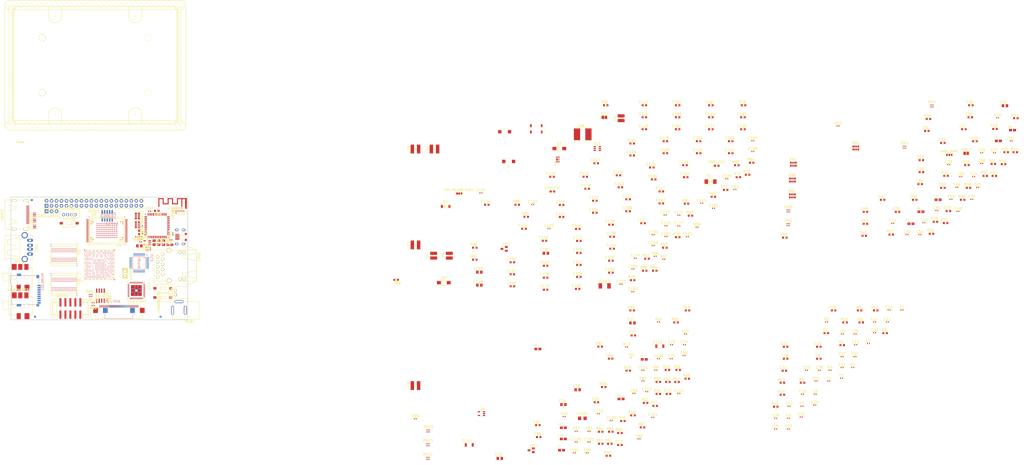
<source format=kicad_pcb>
(kicad_pcb (version 4) (host pcbnew 0.201511182137+6324~38~ubuntu14.04.1-stable)
  (layers (0 F.Cu mixed) (1 GND.Cu power) (2 In2.Cu jumper) (3 In3.Cu jumper) (4 PWR.Cu power) (31 B.Cu power) (34 B.Paste user) (35 F.Paste user) (36 B.SilkS user) (37 F.SilkS user) (38 B.Mask user) (39 F.Mask user) (44 Edge.Cuts user))
  (net 0 "")
  (net 1 +5V_EXT)
  (net 2 +5V)
  (net 3 "Net-(ANT1-Pad1)")
  (net 4 GND)
  (net 5 +1.5V)
  (net 6 /VREF0_DDR3)
  (net 7 /S0SVREF)
  (net 8 +3V3)
  (net 9 "Net-(C35-Pad2)")
  (net 10 "Net-(C37-Pad2)")
  (net 11 "Net-(C39-Pad1)")
  (net 12 GNDA)
  (net 13 "/NAND Flash , eMMC, T-Card and Audio/MBIAS")
  (net 14 +3.0VA)
  (net 15 +1V8)
  (net 16 "Net-(C48-Pad2)")
  (net 17 "Net-(C51-Pad1)")
  (net 18 "/NAND Flash , eMMC, T-Card and Audio/MICIN1P")
  (net 19 "Net-(C54-Pad2)")
  (net 20 "Net-(C55-Pad1)")
  (net 21 "Net-(C57-Pad1)")
  (net 22 "Net-(C57-Pad2)")
  (net 23 "Net-(C58-Pad2)")
  (net 24 "Net-(C59-Pad1)")
  (net 25 "/NAND Flash , eMMC, T-Card and Audio/MICIN1N")
  (net 26 "Net-(C61-Pad1)")
  (net 27 "Net-(C61-Pad2)")
  (net 28 "Net-(C63-Pad1)")
  (net 29 "Net-(C64-Pad1)")
  (net 30 "Net-(C65-Pad2)")
  (net 31 "Net-(C66-Pad2)")
  (net 32 +5V_USBOTG)
  (net 33 "Net-(C68-Pad2)")
  (net 34 /USB&HDMI,WiFi&BT,Ethernet,LCD/USB0-VBUSDET)
  (net 35 "Net-(C74-Pad1)")
  (net 36 "Net-(C75-Pad2)")
  (net 37 +3.3VD)
  (net 38 "Net-(C81-Pad1)")
  (net 39 /USB&HDMI,WiFi&BT,Ethernet,LCD/DVDD33)
  (net 40 "Net-(C88-Pad2)")
  (net 41 +3.3VWiFiIO)
  (net 42 "Net-(C93-Pad1)")
  (net 43 "Net-(C100-Pad1)")
  (net 44 "Net-(C103-Pad1)")
  (net 45 "Net-(C104-Pad1)")
  (net 46 "Net-(C105-Pad1)")
  (net 47 "Net-(C105-Pad2)")
  (net 48 "Net-(C108-Pad1)")
  (net 49 VCC-PL)
  (net 50 "Net-(C111-Pad2)")
  (net 51 "Net-(C112-Pad2)")
  (net 52 "Net-(C113-Pad2)")
  (net 53 1.1V_CPUS)
  (net 54 1.1V_CPUX)
  (net 55 "Net-(C125-Pad2)")
  (net 56 IPS)
  (net 57 "Net-(C135-Pad1)")
  (net 58 VBAT)
  (net 59 "Net-(C143-Pad2)")
  (net 60 "Net-(C149-Pad1)")
  (net 61 "Net-(C151-Pad1)")
  (net 62 3.0V_RTC)
  (net 63 1.1V_SYS)
  (net 64 AP-RESET#)
  (net 65 "/Power Supply, Extensions and MiPi-DSI/3.3V_MIPI")
  (net 66 "/Power Supply, Extensions and MiPi-DSI/2.8V_AVDD-CSI")
  (net 67 VCC-PE)
  (net 68 "/Power Supply, Extensions and MiPi-DSI/1.8V_DVDD-CSI")
  (net 69 "Net-(C174-Pad2)")
  (net 70 "Net-(C177-Pad2)")
  (net 71 1.2V_HSIC)
  (net 72 "Net-(C181-Pad2)")
  (net 73 "Net-(C182-Pad2)")
  (net 74 "Net-(C183-Pad1)")
  (net 75 "Net-(C184-Pad1)")
  (net 76 "Net-(C185-Pad1)")
  (net 77 "Net-(C187-Pad1)")
  (net 78 "Net-(C188-Pad2)")
  (net 79 "Net-(C192-Pad2)")
  (net 80 KEYADC)
  (net 81 "Net-(C194-Pad2)")
  (net 82 "Net-(CHGLED1-Pad1)")
  (net 83 "Net-(D2-Pad2)")
  (net 84 "Net-(D4-Pad1)")
  (net 85 "Net-(D4-Pad2)")
  (net 86 "Net-(DBG_UART1-Pad1)")
  (net 87 "Net-(EMMC1-Pad1)")
  (net 88 "Net-(EMMC1-Pad3)")
  (net 89 "Net-(EMMC1-Pad4)")
  (net 90 "Net-(EMMC1-Pad5)")
  (net 91 "Net-(EMMC1-Pad6)")
  (net 92 "Net-(EMMC1-Pad7)")
  (net 93 "Net-(EMMC1-Pad8)")
  (net 94 "Net-(EMMC1-Pad9)")
  (net 95 "Net-(EMMC_PWR1-Pad2)")
  (net 96 "Net-(FET1-Pad3)")
  (net 97 /USB&HDMI,WiFi&BT,Ethernet,LCD/HCEC)
  (net 98 "Net-(FUSE1-Pad2)")
  (net 99 "/Power Supply, Extensions and MiPi-DSI/PE17")
  (net 100 "/Power Supply, Extensions and MiPi-DSI/PE16")
  (net 101 "/Power Supply, Extensions and MiPi-DSI/PE15")
  (net 102 PL12)
  (net 103 "/Power Supply, Extensions and MiPi-DSI/PE14")
  (net 104 PL11)
  (net 105 "/Power Supply, Extensions and MiPi-DSI/PE13")
  (net 106 PL10)
  (net 107 "/Power Supply, Extensions and MiPi-DSI/PE12")
  (net 108 PL9)
  (net 109 "/Power Supply, Extensions and MiPi-DSI/PE11")
  (net 110 PL8)
  (net 111 "/Power Supply, Extensions and MiPi-DSI/PE10")
  (net 112 PL7)
  (net 113 "/Power Supply, Extensions and MiPi-DSI/PE9")
  (net 114 PC7)
  (net 115 "/Power Supply, Extensions and MiPi-DSI/PE8")
  (net 116 "/Power Supply, Extensions and MiPi-DSI/PE0")
  (net 117 UBOOT)
  (net 118 "/Power Supply, Extensions and MiPi-DSI/PE1")
  (net 119 "/Power Supply, Extensions and MiPi-DSI/PE2")
  (net 120 "/Power Supply, Extensions and MiPi-DSI/PB0")
  (net 121 "/Power Supply, Extensions and MiPi-DSI/PE3")
  (net 122 "/Power Supply, Extensions and MiPi-DSI/PB1")
  (net 123 "/Power Supply, Extensions and MiPi-DSI/PE4")
  (net 124 "/Power Supply, Extensions and MiPi-DSI/PB2")
  (net 125 "/Power Supply, Extensions and MiPi-DSI/PE5")
  (net 126 "/Power Supply, Extensions and MiPi-DSI/PB3")
  (net 127 "/Power Supply, Extensions and MiPi-DSI/PE6")
  (net 128 "/Power Supply, Extensions and MiPi-DSI/PB4")
  (net 129 "/Power Supply, Extensions and MiPi-DSI/PE7")
  (net 130 PC4)
  (net 131 /USB&HDMI,WiFi&BT,Ethernet,LCD/HTX2P)
  (net 132 /USB&HDMI,WiFi&BT,Ethernet,LCD/HTX2N)
  (net 133 /USB&HDMI,WiFi&BT,Ethernet,LCD/HTX1P)
  (net 134 /USB&HDMI,WiFi&BT,Ethernet,LCD/HTX1N)
  (net 135 /USB&HDMI,WiFi&BT,Ethernet,LCD/HTX0P)
  (net 136 /USB&HDMI,WiFi&BT,Ethernet,LCD/HTX0N)
  (net 137 /USB&HDMI,WiFi&BT,Ethernet,LCD/HTXCP)
  (net 138 /USB&HDMI,WiFi&BT,Ethernet,LCD/HTXCN)
  (net 139 "Net-(HDMI1-Pad14)")
  (net 140 /USB&HDMI,WiFi&BT,Ethernet,LCD/HSCL)
  (net 141 /USB&HDMI,WiFi&BT,Ethernet,LCD/HSDA)
  (net 142 "Net-(HDMI1-Pad19)")
  (net 143 "Net-(HEADPHONES1-Pad2)")
  (net 144 "Net-(HEADPHONES1-Pad1)")
  (net 145 "Net-(HEADPHONES1-Pad3)")
  (net 146 "Net-(HEADPHONES1-Pad5)")
  (net 147 "Net-(HEADPHONES1-Pad4)")
  (net 148 "/NAND Flash , eMMC, T-Card and Audio/HPOUTR")
  (net 149 "/NAND Flash , eMMC, T-Card and Audio/HPOUTFB")
  (net 150 "/NAND Flash , eMMC, T-Card and Audio/HPOUTL")
  (net 151 "Net-(L7-Pad2)")
  (net 152 "Net-(L9-Pad2)")
  (net 153 "Net-(L13-Pad2)")
  (net 154 "Net-(L14-Pad1)")
  (net 155 "Net-(L15-Pad1)")
  (net 156 "Net-(L17-Pad1)")
  (net 157 "Net-(L18-Pad2)")
  (net 158 "Net-(L19-Pad1)")
  (net 159 "Net-(L20-Pad1)")
  (net 160 /USB&HDMI,WiFi&BT,Ethernet,LCD/MDI0P)
  (net 161 /USB&HDMI,WiFi&BT,Ethernet,LCD/MDI0N)
  (net 162 /USB&HDMI,WiFi&BT,Ethernet,LCD/MDI1P)
  (net 163 /USB&HDMI,WiFi&BT,Ethernet,LCD/MDI1N)
  (net 164 /USB&HDMI,WiFi&BT,Ethernet,LCD/MDI2P)
  (net 165 /USB&HDMI,WiFi&BT,Ethernet,LCD/MDI2N)
  (net 166 /USB&HDMI,WiFi&BT,Ethernet,LCD/MDI3P)
  (net 167 /USB&HDMI,WiFi&BT,Ethernet,LCD/MDI3N)
  (net 168 /USB&HDMI,WiFi&BT,Ethernet,LCD/PHY_AD1/LED1)
  (net 169 "Net-(LAN1-Pad12)")
  (net 170 "Net-(LAN1-Pad13)")
  (net 171 /USB&HDMI,WiFi&BT,Ethernet,LCD/PHY_AD0/LED0)
  (net 172 TWI0-SDA)
  (net 173 TWI0-SCK)
  (net 174 /USB&HDMI,WiFi&BT,Ethernet,LCD/PH8/CTP-RST)
  (net 175 /USB&HDMI,WiFi&BT,Ethernet,LCD/PH7/CTP-INT)
  (net 176 /USB&HDMI,WiFi&BT,Ethernet,LCD/GMDC/LCD-PWM)
  (net 177 /USB&HDMI,WiFi&BT,Ethernet,LCD/GMDIO/LCD_PWR)
  (net 178 PH11)
  (net 179 PH10)
  (net 180 /USB&HDMI,WiFi&BT,Ethernet,LCD/GTXCK/LCD_DE)
  (net 181 /USB&HDMI,WiFi&BT,Ethernet,LCD/GTXD0/LCD_CLK)
  (net 182 /USB&HDMI,WiFi&BT,Ethernet,LCD/GTXCTL/LCD_HSYNC)
  (net 183 /USB&HDMI,WiFi&BT,Ethernet,LCD/LCD_D7)
  (net 184 /USB&HDMI,WiFi&BT,Ethernet,LCD/LCD_D6)
  (net 185 /USB&HDMI,WiFi&BT,Ethernet,LCD/LCD_D5)
  (net 186 /USB&HDMI,WiFi&BT,Ethernet,LCD/LCD_D4)
  (net 187 /USB&HDMI,WiFi&BT,Ethernet,LCD/LCD_D3)
  (net 188 /USB&HDMI,WiFi&BT,Ethernet,LCD/LCD_D2)
  (net 189 /USB&HDMI,WiFi&BT,Ethernet,LCD/GRXCK/LCD_D18)
  (net 190 /USB&HDMI,WiFi&BT,Ethernet,LCD/GRXCTL/LCD_D19)
  (net 191 /USB&HDMI,WiFi&BT,Ethernet,LCD/LCD_D20)
  (net 192 /USB&HDMI,WiFi&BT,Ethernet,LCD/GTXD3/LCD_D21)
  (net 193 /USB&HDMI,WiFi&BT,Ethernet,LCD/GTXD2/LCD_D22)
  (net 194 /USB&HDMI,WiFi&BT,Ethernet,LCD/GTXD1/LCD_D23)
  (net 195 /USB&HDMI,WiFi&BT,Ethernet,LCD/LCD_D10)
  (net 196 /USB&HDMI,WiFi&BT,Ethernet,LCD/LCD_D11)
  (net 197 /USB&HDMI,WiFi&BT,Ethernet,LCD/GRXD3/LCD_D12)
  (net 198 /USB&HDMI,WiFi&BT,Ethernet,LCD/GRXD2/LCD_D13)
  (net 199 /USB&HDMI,WiFi&BT,Ethernet,LCD/GRXD1/LCD_D14)
  (net 200 /USB&HDMI,WiFi&BT,Ethernet,LCD/GRXD0/LCD_D15)
  (net 201 "Net-(MIC1-Pad5)")
  (net 202 "Net-(MIC1-Pad4)")
  (net 203 "/NAND Flash , eMMC, T-Card and Audio/SDC0-D2")
  (net 204 "/NAND Flash , eMMC, T-Card and Audio/SDC0-D3")
  (net 205 "/NAND Flash , eMMC, T-Card and Audio/SDC0-CMD")
  (net 206 "Net-(MICRO_SD1-Pad5)")
  (net 207 "/NAND Flash , eMMC, T-Card and Audio/SDC0-D0")
  (net 208 "/NAND Flash , eMMC, T-Card and Audio/SDC0-D1")
  (net 209 "/NAND Flash , eMMC, T-Card and Audio/SDC0-DET#")
  (net 210 "/Power Supply, Extensions and MiPi-DSI/MIPI-DSI-RST")
  (net 211 "/Power Supply, Extensions and MiPi-DSI/MIPI-DSI-BKL")
  (net 212 "/Power Supply, Extensions and MiPi-DSI/DSI-D0N")
  (net 213 "/Power Supply, Extensions and MiPi-DSI/MIPI-DSI-EN")
  (net 214 "/Power Supply, Extensions and MiPi-DSI/DSI-D0P")
  (net 215 "/Power Supply, Extensions and MiPi-DSI/DSI-CKN")
  (net 216 "/Power Supply, Extensions and MiPi-DSI/DSI-D1N")
  (net 217 "/Power Supply, Extensions and MiPi-DSI/DSI-CKP")
  (net 218 "/Power Supply, Extensions and MiPi-DSI/DSI-D1P")
  (net 219 "/Power Supply, Extensions and MiPi-DSI/DSI-D3N")
  (net 220 "/Power Supply, Extensions and MiPi-DSI/DSI-D2N")
  (net 221 "/Power Supply, Extensions and MiPi-DSI/DSI-D3P")
  (net 222 "/Power Supply, Extensions and MiPi-DSI/DSI-D2P")
  (net 223 "Net-(NAND_E1-Pad2)")
  (net 224 "Net-(PWRLED1-Pad2)")
  (net 225 "Net-(PWRON1-Pad1)")
  (net 226 /S0SRST)
  (net 227 /S0SCKN)
  (net 228 /S0SCKP)
  (net 229 "Net-(R3-Pad2)")
  (net 230 "Net-(R4-Pad2)")
  (net 231 "Net-(R7-Pad2)")
  (net 232 "Net-(R9-Pad1)")
  (net 233 "Net-(R10-Pad1)")
  (net 234 "Net-(R13-Pad1)")
  (net 235 "Net-(R14-Pad1)")
  (net 236 "/NAND Flash , eMMC, T-Card and Audio/NAND0-RB0/SDC2-CMD")
  (net 237 "Net-(R18-Pad1)")
  (net 238 "Net-(R19-Pad1)")
  (net 239 "Net-(R24-Pad2)")
  (net 240 "/NAND Flash , eMMC, T-Card and Audio/SDC0-CLK")
  (net 241 /USB&HDMI,WiFi&BT,Ethernet,LCD/USB0-ID)
  (net 242 USB0-DRV)
  (net 243 "Net-(R41-Pad2)")
  (net 244 USB1-DRV)
  (net 245 "Net-(R49-Pad2)")
  (net 246 /USB&HDMI,WiFi&BT,Ethernet,LCD/HHPD)
  (net 247 "Net-(R53-Pad2)")
  (net 248 "Net-(R54-Pad1)")
  (net 249 /USB&HDMI,WiFi&BT,Ethernet,LCD/WL-SDIO-CLK)
  (net 250 "Net-(R55-Pad2)")
  (net 251 "Net-(R58-Pad2)")
  (net 252 "Net-(R59-Pad2)")
  (net 253 "Net-(R60-Pad1)")
  (net 254 AP-CK32KO)
  (net 255 "Net-(R64-Pad1)")
  (net 256 /USB&HDMI,WiFi&BT,Ethernet,LCD/EPHY-RST#)
  (net 257 TWI1-SCK)
  (net 258 UART3-RX)
  (net 259 TWI1-SDA)
  (net 260 "Net-(R79-Pad2)")
  (net 261 "Net-(R80-Pad2)")
  (net 262 "Net-(R82-Pad1)")
  (net 263 "Net-(R83-Pad1)")
  (net 264 "/Power Supply, Extensions and MiPi-DSI/DC5SET")
  (net 265 AP-NMI#)
  (net 266 "Net-(R86-Pad1)")
  (net 267 USB0-DP)
  (net 268 "Net-(R87-Pad1)")
  (net 269 USB0-DM)
  (net 270 PMU-SCK)
  (net 271 "Net-(R89-Pad1)")
  (net 272 PMU-SDA)
  (net 273 "Net-(R94-Pad1)")
  (net 274 "Net-(R96-Pad1)")
  (net 275 "Net-(R97-Pad1)")
  (net 276 "Net-(R98-Pad1)")
  (net 277 "/NAND Flash , eMMC, T-Card and Audio/NAND0-DQ0/SDC2-D0")
  (net 278 "/NAND Flash , eMMC, T-Card and Audio/NAND0-DQ1/SDC2-D1")
  (net 279 "/NAND Flash , eMMC, T-Card and Audio/NAND0-DQ2/SDC2-D2")
  (net 280 "/NAND Flash , eMMC, T-Card and Audio/NAND0-DQ3/SDC2-D3")
  (net 281 "/NAND Flash , eMMC, T-Card and Audio/NAND0-DQ4/SDC2-D4")
  (net 282 "Net-(RM3-Pad1.2)")
  (net 283 "/NAND Flash , eMMC, T-Card and Audio/NAND0-DQ5/SDC2-D5")
  (net 284 "Net-(RM3-Pad2.2)")
  (net 285 "/NAND Flash , eMMC, T-Card and Audio/NAND0-DQ6/SDC2-D6")
  (net 286 "Net-(RM3-Pad3.2)")
  (net 287 "/NAND Flash , eMMC, T-Card and Audio/NAND0-DQ7/SDC2-D7")
  (net 288 "Net-(RM3-Pad4.2)")
  (net 289 "/NAND Flash , eMMC, T-Card and Audio/NAND0-RE/SDC2-CLK")
  (net 290 "/NAND Flash , eMMC, T-Card and Audio/NAND0-DQS/SDC2-RST")
  (net 291 "/NAND Flash , eMMC, T-Card and Audio/HP-DET")
  (net 292 /USB&HDMI,WiFi&BT,Ethernet,LCD/WL-SDIO-D3)
  (net 293 /USB&HDMI,WiFi&BT,Ethernet,LCD/WL-SDIO-D0)
  (net 294 /USB&HDMI,WiFi&BT,Ethernet,LCD/WL-SDIO-D2)
  (net 295 /USB&HDMI,WiFi&BT,Ethernet,LCD/WL-SDIO-D1)
  (net 296 "Net-(RM10-Pad2.1)")
  (net 297 "Net-(RM10-Pad3.1)")
  (net 298 "Net-(RM10-Pad4.1)")
  (net 299 "Net-(RM11-Pad1.1)")
  (net 300 /USB&HDMI,WiFi&BT,Ethernet,LCD/WL-SDIO-CMD)
  (net 301 /USB&HDMI,WiFi&BT,Ethernet,LCD/BT-UART-RX)
  (net 302 /USB&HDMI,WiFi&BT,Ethernet,LCD/WL-PMU-EN)
  (net 303 /USB&HDMI,WiFi&BT,Ethernet,LCD/BT-RST-N)
  (net 304 SPI0_MISO)
  (net 305 "Net-(RM14-Pad1.2)")
  (net 306 SPI0_CLK)
  (net 307 "Net-(RM14-Pad2.2)")
  (net 308 "Net-(RM14-Pad3.1)")
  (net 309 SPI0_MOSI)
  (net 310 SPI0_CS)
  (net 311 "Net-(T1-Pad3)")
  (net 312 /USB&HDMI,WiFi&BT,Ethernet,LCD/BT-UART-TX)
  (net 313 /USB&HDMI,WiFi&BT,Ethernet,LCD/USB1-DP)
  (net 314 /USB&HDMI,WiFi&BT,Ethernet,LCD/USB1-DM)
  (net 315 /USB&HDMI,WiFi&BT,Ethernet,LCD/BT-PCM-DOUT)
  (net 316 /USB&HDMI,WiFi&BT,Ethernet,LCD/AP-WAKE-BT)
  (net 317 /USB&HDMI,WiFi&BT,Ethernet,LCD/BT-PCM-DIN)
  (net 318 /USB&HDMI,WiFi&BT,Ethernet,LCD/BT-PCM-SYNC)
  (net 319 "Net-(U1-PadH19)")
  (net 320 "Net-(U1-PadG19)")
  (net 321 /USB&HDMI,WiFi&BT,Ethernet,LCD/WL-WAKE-AP)
  (net 322 /USB&HDMI,WiFi&BT,Ethernet,LCD/BT-WAKE-AP)
  (net 323 /S0SDQ20)
  (net 324 /S0SDQS2N)
  (net 325 /S0SDQ19)
  (net 326 /S0SDQ1)
  (net 327 /S0SDQ5)
  (net 328 /S0SDQ3)
  (net 329 /S0SDQ6)
  (net 330 /S0SDQ14)
  (net 331 /S0SDQS1P)
  (net 332 /S0SDQ10)
  (net 333 /S0SDQ22)
  (net 334 /S0SDQ21)
  (net 335 /S0SDQM2)
  (net 336 /S0SDQS2P)
  (net 337 /S0SDQ18)
  (net 338 /S0SDQ17)
  (net 339 /S0SDQ4)
  (net 340 /S0SDQM0)
  (net 341 /S0SDQS0N)
  (net 342 /S0SDQ7)
  (net 343 /S0SDQ15)
  (net 344 /S0SDQ13)
  (net 345 /S0SDQS1N)
  (net 346 /S0SDQ11)
  (net 347 /S0SDQ9)
  (net 348 /S0SDQ23)
  (net 349 /S0SA8)
  (net 350 /S0SDQ16)
  (net 351 /S0SA6)
  (net 352 /S0SDQ2)
  (net 353 /S0SCKE0)
  (net 354 /S0SDQS0P)
  (net 355 /S0SDQ0)
  (net 356 /S0SDQ12)
  (net 357 /S0SDQM1)
  (net 358 /S0SBA1)
  (net 359 /S0SDQ8)
  (net 360 /S0SDQ26)
  (net 361 /S0SDQ25)
  (net 362 /S0SA9)
  (net 363 /S0SA7)
  (net 364 /S0SA5)
  (net 365 /S0SA14)
  (net 366 /S0SA10)
  (net 367 /S0SA1)
  (net 368 /S0SA15)
  (net 369 /S0SA11)
  (net 370 /S0SDQ27)
  (net 371 /S0SDQS3N)
  (net 372 /S0SDQ24)
  (net 373 /S0SODT0)
  (net 374 /S0SCS0)
  (net 375 /S0SCS1)
  (net 376 /S0SA12)
  (net 377 /S0SA2)
  (net 378 /S0SA0)
  (net 379 UART3-TX)
  (net 380 /S0SDQS3P)
  (net 381 /S0SBA2)
  (net 382 /S0SCKE1)
  (net 383 /S0SA3)
  (net 384 /S0SA4)
  (net 385 VDDFB-CPUX)
  (net 386 /S0SDQ28)
  (net 387 /S0SDQM3)
  (net 388 /S0SODT1)
  (net 389 /S0SRAS)
  (net 390 /S0SDQ29)
  (net 391 /S0SDQ30)
  (net 392 /S0SWE)
  (net 393 /S0SBA0)
  (net 394 /S0SA13)
  (net 395 /S0SDQ31)
  (net 396 /S0SCAS)
  (net 397 "Net-(U1-PadB10)")
  (net 398 "Net-(U1-PadA13)")
  (net 399 "Net-(U1-PadB13)")
  (net 400 "Net-(U1-PadA14)")
  (net 401 "Net-(U1-PadB14)")
  (net 402 "Net-(U1-PadC14)")
  (net 403 "Net-(U1-PadD14)")
  (net 404 "Net-(U1-PadC16)")
  (net 405 "Net-(U1-PadD16)")
  (net 406 "Net-(U1-PadE16)")
  (net 407 "Net-(U1-PadF16)")
  (net 408 "Net-(U1-PadA17)")
  (net 409 "Net-(U1-PadB17)")
  (net 410 /USB&HDMI,WiFi&BT,Ethernet,LCD/BT-UART-CTS)
  (net 411 /USB&HDMI,WiFi&BT,Ethernet,LCD/BT-PCM-CLK)
  (net 412 "Net-(U4-Pad3)")
  (net 413 "Net-(U4-Pad11)")
  (net 414 "Net-(U4-Pad14)")
  (net 415 "Net-(U4-Pad15)")
  (net 416 "Net-(U4-Pad20)")
  (net 417 "Net-(U4-Pad21)")
  (net 418 "Net-(U4-Pad22)")
  (net 419 "Net-(U4-Pad26)")
  (net 420 "Net-(U4-Pad27)")
  (net 421 "Net-(U4-Pad33)")
  (net 422 "Net-(U4-Pad40)")
  (net 423 "Net-(U4-Pad45)")
  (net 424 "Net-(U4-Pad46)")
  (net 425 "Net-(U4-Pad47)")
  (net 426 "Net-(U11-Pad3)")
  (net 427 "Net-(U11-Pad4)")
  (net 428 "Net-(U11-Pad5)")
  (net 429 "Net-(U11-Pad8)")
  (net 430 "Net-(U11-Pad10)")
  (net 431 "Net-(U11-Pad11)")
  (net 432 "Net-(U11-Pad21)")
  (net 433 "Net-(U11-Pad23)")
  (net 434 "Net-(U11-Pad29)")
  (net 435 "Net-(U11-Pad30)")
  (net 436 "Net-(U11-Pad32)")
  (net 437 "Net-(U11-Pad35)")
  (net 438 "Net-(U11-Pad37)")
  (net 439 "Net-(U11-Pad38)")
  (net 440 "Net-(U11-Pad39)")
  (net 441 "Net-(U11-Pad40)")
  (net 442 "Net-(U13-Pad6)")
  (net 443 "Net-(U14-Pad23)")
  (net 444 "Net-(U14-Pad24)")
  (net 445 /USB&HDMI,WiFi&BT,Ethernet,LCD/GCLKIN/LCD_VSYNC)
  (module OLIMEX_Other-FP:Fiducial1x3_transp (layer B.Cu) (at 176.149 98.425)
    (fp_text reference "" (at 0 -3) (layer B.SilkS) (effects (justify mirror)))
    (fp_text value "")
    (pad Fid6 connect circle (at 0 0) (size 1 1) (layers B.Cu B.Mask) (clearance 1.016))
  )
  (module OLIMEX_Other-FP:Fiducial1x3_transp (layer B.Cu) (at 110.617 38.989)
    (fp_text reference "" (at 0 -3) (layer B.SilkS) (effects (justify mirror)))
    (fp_text value "")
    (pad Fid5 connect circle (at 0 0) (size 1 1) (layers B.Cu B.Mask) (clearance 1.016))
  )
  (module OLIMEX_Other-FP:Fiducial1x3_transp (layer B.Cu) (at 112.268 98.425)
    (fp_text reference "" (at 0 -3) (layer B.SilkS) (effects (justify mirror)))
    (fp_text value "")
    (pad Fid4 connect circle (at 0 0) (size 1 1) (layers B.Cu B.Mask) (clearance 1.016))
  )
  (module OLIMEX_Other-FP:Fiducial1x3_transp (layer F.Cu) (at 176.149 98.298)
    (fp_text reference "" (at 0 3) (layer F.SilkS))
    (fp_text value "")
    (pad Fid3 connect circle (at 0 0.127) (size 1 1) (layers F.Cu F.Mask) (clearance 1.016))
  )
  (module OLIMEX_Other-FP:Fiducial1x3_transp (layer F.Cu) (at 110.617 38.989)
    (fp_text reference "" (at 0 3) (layer F.SilkS))
    (fp_text value "")
    (pad Fid2 connect circle (at 0 0) (size 1 1) (layers F.Cu F.Mask) (clearance 1.016))
  )
  (module OLIMEX_Other-FP:Mounting_hole_3.3mm (layer F.Cu) (at 170.4 96.3)
    (fp_text reference MountingHole hide)
    (fp_text value Mounting_hole_3.3mm hide)
    (pad "" np_thru_hole circle (at 2.9 0.3) (size 3.3 3.3) (drill 3.3) (layers *.Cu *.Mask) (clearance 1.55))
  )
  (module OLIMEX_Other-FP:Mounting_hole_3.3mm (layer F.Cu) (at 169.1 40.9)
    (fp_text reference MountingHole hide)
    (fp_text value Mounting_hole_3.3mm hide)
    (pad "" np_thru_hole circle (at 2.2 0) (size 3.3 3.3) (drill 3.3) (layers *.Cu *.Mask) (clearance 1.55))
  )
  (module OLIMEX_Other-FP:Mounting_hole_3.3mm (layer F.Cu) (at 113.5 41)
    (fp_text reference MountingHole hide)
    (fp_text value Mounting_hole_3.3mm hide)
    (pad "" np_thru_hole circle (at -0.5 0) (size 3.3 3.3) (drill 3.3) (layers *.Cu *.Mask) (clearance 1.55))
  )
  (module OLIMEX_Jumpers-FP:SJ (layer F.Cu) (at 402.056029 -3.1424)
    (fp_text reference 5V_E1 (at 0.0254 -2.1336) (layer F.SilkS) (effects (font (size 0.8 0.8) (thickness 0.2))))
    (fp_text value Opened)
    (pad 1 smd rect (at -0.762 0) (size 1.1684 1.6002) (layers F.Cu F.Mask) (net 1 +5V_EXT) (clearance 0.0508))
    (pad 1 smd rect (at -0.762 0) (size 1.1684 1.6002) (layers F.Cu F.Mask) (net 1 +5V_EXT))
    (pad 2 smd rect (at 0.762 0) (size 1.1684 1.6002) (layers F.Cu F.Mask) (net 2 +5V) (clearance 0.0508))
  )
  (module OLIMEX_RLC-FP:C_0402_5MIL_DWS (layer F.Cu) (at 522.760095 129.751)
    (fp_text reference C1 (at 0 -1.397) (layer F.SilkS) (effects (font (size 1.27 1.27) (thickness 0.254))))
    (fp_text value 100nF)
    (pad 1 smd rect (at -0.508 0 180) (size 0.5 0.55) (layers F.Cu F.Paste F.Mask) (net 5 +1.5V))
    (pad 2 smd rect (at 0.508 0) (size 0.5 0.55) (layers F.Cu F.Paste F.Mask) (net 4 GND))
  )
  (module OLIMEX_RLC-FP:C_0402_5MIL_DWS (layer F.Cu) (at 536.430095 112.051)
    (fp_text reference C2 (at 0 -1.397) (layer F.SilkS) (effects (font (size 1.27 1.27) (thickness 0.254))))
    (fp_text value 100nF)
    (pad 1 smd rect (at -0.508 0 180) (size 0.5 0.55) (layers F.Cu F.Paste F.Mask) (net 5 +1.5V))
    (pad 2 smd rect (at 0.508 0) (size 0.5 0.55) (layers F.Cu F.Paste F.Mask) (net 4 GND))
  )
  (module OLIMEX_RLC-FP:C_0402_5MIL_DWS (layer F.Cu) (at 553.470095 94.981)
    (fp_text reference C3 (at 0 -1.397) (layer F.SilkS) (effects (font (size 1.27 1.27) (thickness 0.254))))
    (fp_text value 100nF)
    (pad 1 smd rect (at -0.508 0 180) (size 0.5 0.55) (layers F.Cu F.Paste F.Mask) (net 5 +1.5V))
    (pad 2 smd rect (at 0.508 0) (size 0.5 0.55) (layers F.Cu F.Paste F.Mask) (net 4 GND))
  )
  (module OLIMEX_RLC-FP:C_0402_5MIL_DWS (layer F.Cu) (at 516.240095 131.191)
    (fp_text reference C4 (at 0 -1.397) (layer F.SilkS) (effects (font (size 1.27 1.27) (thickness 0.254))))
    (fp_text value 100nF)
    (pad 1 smd rect (at -0.508 0 180) (size 0.5 0.55) (layers F.Cu F.Paste F.Mask) (net 5 +1.5V))
    (pad 2 smd rect (at 0.508 0) (size 0.5 0.55) (layers F.Cu F.Paste F.Mask) (net 4 GND))
  )
  (module OLIMEX_RLC-FP:C_0603_5MIL_DWS (layer F.Cu) (at 511.184048 119.855)
    (fp_text reference C5 (at -0.508 -1.651) (layer F.SilkS) (effects (font (size 1.27 1.27) (thickness 0.254))))
    (fp_text value 10uF/6.3V/0603)
    (pad 1 smd rect (at -0.889 0) (size 1.016 1.016) (layers F.Cu F.Paste F.Mask) (net 5 +1.5V) (clearance 0.0508))
    (pad 2 smd rect (at 0.889 0) (size 1.016 1.016) (layers F.Cu F.Paste F.Mask) (net 4 GND) (clearance 0.0508))
  )
  (module OLIMEX_RLC-FP:C_0402_5MIL_DWS (layer F.Cu) (at 509.360095 137.931)
    (fp_text reference C6 (at 0 -1.397) (layer F.SilkS) (effects (font (size 1.27 1.27) (thickness 0.254))))
    (fp_text value 100nF)
    (pad 1 smd rect (at -0.508 0 180) (size 0.5 0.55) (layers F.Cu F.Paste F.Mask) (net 5 +1.5V))
    (pad 2 smd rect (at 0.508 0) (size 0.5 0.55) (layers F.Cu F.Paste F.Mask) (net 4 GND))
  )
  (module OLIMEX_RLC-FP:C_0402_5MIL_DWS (layer F.Cu) (at 502.590095 144.041)
    (fp_text reference C7 (at 0 -1.397) (layer F.SilkS) (effects (font (size 1.27 1.27) (thickness 0.254))))
    (fp_text value 100nF)
    (pad 1 smd rect (at -0.508 0 180) (size 0.5 0.55) (layers F.Cu F.Paste F.Mask) (net 5 +1.5V))
    (pad 2 smd rect (at 0.508 0) (size 0.5 0.55) (layers F.Cu F.Paste F.Mask) (net 4 GND))
  )
  (module OLIMEX_RLC-FP:C_0402_5MIL_DWS (layer F.Cu) (at 523.150095 107.201)
    (fp_text reference C8 (at 0 -1.397) (layer F.SilkS) (effects (font (size 1.27 1.27) (thickness 0.254))))
    (fp_text value 100nF)
    (pad 1 smd rect (at -0.508 0 180) (size 0.5 0.55) (layers F.Cu F.Paste F.Mask) (net 5 +1.5V))
    (pad 2 smd rect (at 0.508 0) (size 0.5 0.55) (layers F.Cu F.Paste F.Mask) (net 4 GND))
  )
  (module OLIMEX_RLC-FP:C_0402_5MIL_DWS (layer F.Cu) (at 495.710095 150.151)
    (fp_text reference C9 (at 0 -1.397) (layer F.SilkS) (effects (font (size 1.27 1.27) (thickness 0.254))))
    (fp_text value 100nF)
    (pad 1 smd rect (at -0.508 0 180) (size 0.5 0.55) (layers F.Cu F.Paste F.Mask) (net 5 +1.5V))
    (pad 2 smd rect (at 0.508 0) (size 0.5 0.55) (layers F.Cu F.Paste F.Mask) (net 4 GND))
  )
  (module OLIMEX_RLC-FP:C_0603_5MIL_DWS (layer F.Cu) (at 511.184048 113.745)
    (fp_text reference C10 (at -0.508 -1.651) (layer F.SilkS) (effects (font (size 1.27 1.27) (thickness 0.254))))
    (fp_text value 10uF/6.3V/0603)
    (pad 1 smd rect (at -0.889 0) (size 1.016 1.016) (layers F.Cu F.Paste F.Mask) (net 5 +1.5V) (clearance 0.0508))
    (pad 2 smd rect (at 0.889 0) (size 1.016 1.016) (layers F.Cu F.Paste F.Mask) (net 4 GND) (clearance 0.0508))
  )
  (module OLIMEX_RLC-FP:C_0402_5MIL_DWS (layer F.Cu) (at 546.090095 101.091)
    (fp_text reference C11 (at 0 -1.397) (layer F.SilkS) (effects (font (size 1.27 1.27) (thickness 0.254))))
    (fp_text value 100nF)
    (pad 1 smd rect (at -0.508 0 180) (size 0.5 0.55) (layers F.Cu F.Paste F.Mask) (net 5 +1.5V))
    (pad 2 smd rect (at 0.508 0) (size 0.5 0.55) (layers F.Cu F.Paste F.Mask) (net 6 /VREF0_DDR3))
  )
  (module OLIMEX_RLC-FP:C_0402_5MIL_DWS (layer F.Cu) (at 523.030095 124.271)
    (fp_text reference C12 (at 0 -1.397) (layer F.SilkS) (effects (font (size 1.27 1.27) (thickness 0.254))))
    (fp_text value 100nF)
    (pad 1 smd rect (at -0.508 0 180) (size 0.5 0.55) (layers F.Cu F.Paste F.Mask) (net 5 +1.5V))
    (pad 2 smd rect (at 0.508 0) (size 0.5 0.55) (layers F.Cu F.Paste F.Mask) (net 4 GND))
  )
  (module OLIMEX_RLC-FP:C_0402_5MIL_DWS (layer F.Cu) (at 529.910095 112.681)
    (fp_text reference C13 (at 0 -1.397) (layer F.SilkS) (effects (font (size 1.27 1.27) (thickness 0.254))))
    (fp_text value 100nF)
    (pad 1 smd rect (at -0.508 0 180) (size 0.5 0.55) (layers F.Cu F.Paste F.Mask) (net 5 +1.5V))
    (pad 2 smd rect (at 0.508 0) (size 0.5 0.55) (layers F.Cu F.Paste F.Mask) (net 4 GND))
  )
  (module OLIMEX_RLC-FP:C_0402_5MIL_DWS (layer F.Cu) (at 539.570095 101.091)
    (fp_text reference C14 (at 0 -1.397) (layer F.SilkS) (effects (font (size 1.27 1.27) (thickness 0.254))))
    (fp_text value 100nF)
    (pad 1 smd rect (at -0.508 0 180) (size 0.5 0.55) (layers F.Cu F.Paste F.Mask) (net 5 +1.5V))
    (pad 2 smd rect (at 0.508 0) (size 0.5 0.55) (layers F.Cu F.Paste F.Mask) (net 4 GND))
  )
  (module OLIMEX_RLC-FP:C_0402_5MIL_DWS (layer F.Cu) (at 546.950095 94.981)
    (fp_text reference C15 (at 0 -1.397) (layer F.SilkS) (effects (font (size 1.27 1.27) (thickness 0.254))))
    (fp_text value 100nF)
    (pad 1 smd rect (at -0.508 0 180) (size 0.5 0.55) (layers F.Cu F.Paste F.Mask) (net 5 +1.5V))
    (pad 2 smd rect (at 0.508 0) (size 0.5 0.55) (layers F.Cu F.Paste F.Mask) (net 4 GND))
  )
  (module OLIMEX_RLC-FP:C_0603_5MIL_DWS (layer F.Cu) (at 494.264048 119.855)
    (fp_text reference C16 (at -0.508 -1.651) (layer F.SilkS) (effects (font (size 1.27 1.27) (thickness 0.254))))
    (fp_text value 10uF/6.3V/0603)
    (pad 1 smd rect (at -0.889 0) (size 1.016 1.016) (layers F.Cu F.Paste F.Mask) (net 5 +1.5V) (clearance 0.0508))
    (pad 2 smd rect (at 0.889 0) (size 1.016 1.016) (layers F.Cu F.Paste F.Mask) (net 4 GND) (clearance 0.0508))
  )
  (module OLIMEX_RLC-FP:C_0402_5MIL_DWS (layer F.Cu) (at 496.070095 144.041)
    (fp_text reference C17 (at 0 -1.397) (layer F.SilkS) (effects (font (size 1.27 1.27) (thickness 0.254))))
    (fp_text value 100nF)
    (pad 1 smd rect (at -0.508 0 180) (size 0.5 0.55) (layers F.Cu F.Paste F.Mask) (net 5 +1.5V))
    (pad 2 smd rect (at 0.508 0) (size 0.5 0.55) (layers F.Cu F.Paste F.Mask) (net 4 GND))
  )
  (module OLIMEX_RLC-FP:C_0402_5MIL_DWS (layer F.Cu) (at 502.840095 137.931)
    (fp_text reference C18 (at 0 -1.397) (layer F.SilkS) (effects (font (size 1.27 1.27) (thickness 0.254))))
    (fp_text value 100nF)
    (pad 1 smd rect (at -0.508 0 180) (size 0.5 0.55) (layers F.Cu F.Paste F.Mask) (net 5 +1.5V))
    (pad 2 smd rect (at 0.508 0) (size 0.5 0.55) (layers F.Cu F.Paste F.Mask) (net 4 GND))
  )
  (module OLIMEX_RLC-FP:C_0402_5MIL_DWS (layer F.Cu) (at 509.720095 131.191)
    (fp_text reference C19 (at 0 -1.397) (layer F.SilkS) (effects (font (size 1.27 1.27) (thickness 0.254))))
    (fp_text value 100nF)
    (pad 1 smd rect (at -0.508 0 180) (size 0.5 0.55) (layers F.Cu F.Paste F.Mask) (net 5 +1.5V))
    (pad 2 smd rect (at 0.508 0) (size 0.5 0.55) (layers F.Cu F.Paste F.Mask) (net 4 GND))
  )
  (module OLIMEX_RLC-FP:C_0402_5MIL_DWS (layer F.Cu) (at 529.670095 107.201)
    (fp_text reference C20 (at 0 -1.397) (layer F.SilkS) (effects (font (size 1.27 1.27) (thickness 0.254))))
    (fp_text value 100nF)
    (pad 1 smd rect (at -0.508 0 180) (size 0.5 0.55) (layers F.Cu F.Paste F.Mask) (net 5 +1.5V))
    (pad 2 smd rect (at 0.508 0) (size 0.5 0.55) (layers F.Cu F.Paste F.Mask) (net 4 GND))
  )
  (module OLIMEX_RLC-FP:C_0603_5MIL_DWS (layer F.Cu) (at 494.264048 113.745)
    (fp_text reference C21 (at -0.508 -1.651) (layer F.SilkS) (effects (font (size 1.27 1.27) (thickness 0.254))))
    (fp_text value 10uF/6.3V/0603)
    (pad 1 smd rect (at -0.889 0) (size 1.016 1.016) (layers F.Cu F.Paste F.Mask) (net 5 +1.5V) (clearance 0.0508))
    (pad 2 smd rect (at 0.889 0) (size 1.016 1.016) (layers F.Cu F.Paste F.Mask) (net 4 GND) (clearance 0.0508))
  )
  (module OLIMEX_RLC-FP:C_0402_5MIL_DWS (layer F.Cu) (at 523.030095 118.791)
    (fp_text reference C22 (at 0 -1.397) (layer F.SilkS) (effects (font (size 1.27 1.27) (thickness 0.254))))
    (fp_text value 100nF)
    (pad 1 smd rect (at -0.508 0 180) (size 0.5 0.55) (layers F.Cu F.Paste F.Mask) (net 4 GND))
    (pad 2 smd rect (at 0.508 0) (size 0.5 0.55) (layers F.Cu F.Paste F.Mask) (net 7 /S0SVREF))
  )
  (module OLIMEX_RLC-FP:C_0402_5MIL_DWS (layer F.Cu) (at 504.900095 125.711)
    (fp_text reference C23 (at 0 -1.397) (layer F.SilkS) (effects (font (size 1.27 1.27) (thickness 0.254))))
    (fp_text value 100nF)
    (pad 1 smd rect (at -0.508 0 180) (size 0.5 0.55) (layers F.Cu F.Paste F.Mask) (net 6 /VREF0_DDR3))
    (pad 2 smd rect (at 0.508 0) (size 0.5 0.55) (layers F.Cu F.Paste F.Mask) (net 4 GND))
  )
  (module OLIMEX_RLC-FP:C_0402_5MIL_DWS (layer F.Cu) (at 509.110095 143.411)
    (fp_text reference C24 (at 0 -1.397) (layer F.SilkS) (effects (font (size 1.27 1.27) (thickness 0.254))))
    (fp_text value 100nF)
    (pad 1 smd rect (at -0.508 0 180) (size 0.5 0.55) (layers F.Cu F.Paste F.Mask) (net 6 /VREF0_DDR3))
    (pad 2 smd rect (at 0.508 0) (size 0.5 0.55) (layers F.Cu F.Paste F.Mask) (net 4 GND))
  )
  (module OLIMEX_RLC-FP:C_0402_5MIL_DWS (layer F.Cu) (at 489.190095 155.631)
    (fp_text reference C25 (at 0 -1.397) (layer F.SilkS) (effects (font (size 1.27 1.27) (thickness 0.254))))
    (fp_text value 100nF)
    (pad 1 smd rect (at -0.508 0 180) (size 0.5 0.55) (layers F.Cu F.Paste F.Mask) (net 6 /VREF0_DDR3))
    (pad 2 smd rect (at 0.508 0) (size 0.5 0.55) (layers F.Cu F.Paste F.Mask) (net 4 GND))
  )
  (module OLIMEX_RLC-FP:C_0603_5MIL_DWS (layer F.Cu) (at 518.684048 95.235)
    (fp_text reference C26 (at -0.508 -1.651) (layer F.SilkS) (effects (font (size 1.27 1.27) (thickness 0.254))))
    (fp_text value 10uF/6.3V/0603)
    (pad 1 smd rect (at -0.889 0) (size 1.016 1.016) (layers F.Cu F.Paste F.Mask) (net 5 +1.5V) (clearance 0.0508))
    (pad 2 smd rect (at 0.889 0) (size 1.016 1.016) (layers F.Cu F.Paste F.Mask) (net 4 GND) (clearance 0.0508))
  )
  (module OLIMEX_RLC-FP:C_0603_5MIL_DWS (layer F.Cu) (at 493.659286 125.965)
    (fp_text reference C27 (at -0.508 -1.651) (layer F.SilkS) (effects (font (size 1.27 1.27) (thickness 0.254))))
    (fp_text value 1uF/6.3V/0603)
    (pad 1 smd rect (at -0.889 0) (size 1.016 1.016) (layers F.Cu F.Paste F.Mask) (net 5 +1.5V) (clearance 0.0508))
    (pad 2 smd rect (at 0.889 0) (size 1.016 1.016) (layers F.Cu F.Paste F.Mask) (net 4 GND) (clearance 0.0508))
  )
  (module OLIMEX_RLC-FP:C_0402_5MIL_DWS (layer F.Cu) (at 511.420095 125.711)
    (fp_text reference C28 (at 0 -1.397) (layer F.SilkS) (effects (font (size 1.27 1.27) (thickness 0.254))))
    (fp_text value 100nF)
    (pad 1 smd rect (at -0.508 0 180) (size 0.5 0.55) (layers F.Cu F.Paste F.Mask) (net 5 +1.5V))
    (pad 2 smd rect (at 0.508 0) (size 0.5 0.55) (layers F.Cu F.Paste F.Mask) (net 4 GND))
  )
  (module OLIMEX_RLC-FP:C_0402_5MIL_DWS (layer F.Cu) (at 489.190095 150.151)
    (fp_text reference C29 (at 0 -1.397) (layer F.SilkS) (effects (font (size 1.27 1.27) (thickness 0.254))))
    (fp_text value 100nF)
    (pad 1 smd rect (at -0.508 0 180) (size 0.5 0.55) (layers F.Cu F.Paste F.Mask) (net 5 +1.5V))
    (pad 2 smd rect (at 0.508 0) (size 0.5 0.55) (layers F.Cu F.Paste F.Mask) (net 4 GND))
  )
  (module OLIMEX_RLC-FP:C_0402_5MIL_DWS (layer F.Cu) (at 539.570095 106.571)
    (fp_text reference C30 (at 0 -1.397) (layer F.SilkS) (effects (font (size 1.27 1.27) (thickness 0.254))))
    (fp_text value 100nF)
    (pad 1 smd rect (at -0.508 0 180) (size 0.5 0.55) (layers F.Cu F.Paste F.Mask) (net 5 +1.5V))
    (pad 2 smd rect (at 0.508 0) (size 0.5 0.55) (layers F.Cu F.Paste F.Mask) (net 4 GND))
  )
  (module OLIMEX_RLC-FP:C_0402_5MIL_DWS (layer F.Cu) (at 529.550095 118.791)
    (fp_text reference C31 (at 0 -1.397) (layer F.SilkS) (effects (font (size 1.27 1.27) (thickness 0.254))))
    (fp_text value 100nF)
    (pad 1 smd rect (at -0.508 0 180) (size 0.5 0.55) (layers F.Cu F.Paste F.Mask) (net 5 +1.5V))
    (pad 2 smd rect (at 0.508 0) (size 0.5 0.55) (layers F.Cu F.Paste F.Mask) (net 4 GND))
  )
  (module OLIMEX_RLC-FP:C_0402_5MIL_DWS (layer F.Cu) (at 502.230095 149.521)
    (fp_text reference C32 (at 0 -1.397) (layer F.SilkS) (effects (font (size 1.27 1.27) (thickness 0.254))))
    (fp_text value 100nF)
    (pad 1 smd rect (at -0.508 0 180) (size 0.5 0.55) (layers F.Cu F.Paste F.Mask) (net 7 /S0SVREF))
    (pad 2 smd rect (at 0.508 0) (size 0.5 0.55) (layers F.Cu F.Paste F.Mask) (net 5 +1.5V))
  )
  (module OLIMEX_RLC-FP:C_0402_5MIL_DWS (layer F.Cu) (at 495.710095 155.631)
    (fp_text reference C33 (at 0 -1.397) (layer F.SilkS) (effects (font (size 1.27 1.27) (thickness 0.254))))
    (fp_text value 100nF)
    (pad 1 smd rect (at -0.508 0 180) (size 0.5 0.55) (layers F.Cu F.Paste F.Mask) (net 4 GND))
    (pad 2 smd rect (at 0.508 0) (size 0.5 0.55) (layers F.Cu F.Paste F.Mask) (net 7 /S0SVREF))
  )
  (module OLIMEX_RLC-FP:C_0402_5MIL_DWS (layer F.Cu) (at 594.050095 14.861)
    (fp_text reference C34 (at 0 -1.397) (layer F.SilkS) (effects (font (size 1.27 1.27) (thickness 0.254))))
    (fp_text value 100nF)
    (pad 1 smd rect (at -0.508 0 180) (size 0.5 0.55) (layers F.Cu F.Paste F.Mask) (net 4 GND))
    (pad 2 smd rect (at 0.508 0) (size 0.5 0.55) (layers F.Cu F.Paste F.Mask) (net 8 +3V3))
  )
  (module OLIMEX_RLC-FP:C_0402_5MIL_DWS (layer F.Cu) (at 583.420095 27.021)
    (fp_text reference C35 (at 0 -1.397) (layer F.SilkS) (effects (font (size 1.27 1.27) (thickness 0.254))))
    (fp_text value 100nF)
    (pad 1 smd rect (at -0.508 0 180) (size 0.5 0.55) (layers F.Cu F.Paste F.Mask) (net 4 GND))
    (pad 2 smd rect (at 0.508 0) (size 0.5 0.55) (layers F.Cu F.Paste F.Mask) (net 9 "Net-(C35-Pad2)"))
  )
  (module OLIMEX_RLC-FP:C_0603_5MIL_DWS (layer F.Cu) (at 551.219286 44.985)
    (fp_text reference C36 (at -0.508 -1.651) (layer F.SilkS) (effects (font (size 1.27 1.27) (thickness 0.254))))
    (fp_text value 1uF/6.3V/0603)
    (pad 1 smd rect (at -0.889 0) (size 1.016 1.016) (layers F.Cu F.Paste F.Mask) (net 4 GND) (clearance 0.0508))
    (pad 2 smd rect (at 0.889 0) (size 1.016 1.016) (layers F.Cu F.Paste F.Mask) (net 9 "Net-(C35-Pad2)") (clearance 0.0508))
  )
  (module OLIMEX_RLC-FP:C_0402_5MIL_DWS (layer F.Cu) (at 600.570095 14.861)
    (fp_text reference C37 (at 0 -1.397) (layer F.SilkS) (effects (font (size 1.27 1.27) (thickness 0.254))))
    (fp_text value 100nF)
    (pad 1 smd rect (at -0.508 0 180) (size 0.5 0.55) (layers F.Cu F.Paste F.Mask) (net 4 GND))
    (pad 2 smd rect (at 0.508 0) (size 0.5 0.55) (layers F.Cu F.Paste F.Mask) (net 10 "Net-(C37-Pad2)"))
  )
  (module OLIMEX_RLC-FP:C_0603_5MIL_DWS (layer F.Cu) (at 562.759286 30.865)
    (fp_text reference C38 (at -0.508 -1.651) (layer F.SilkS) (effects (font (size 1.27 1.27) (thickness 0.254))))
    (fp_text value 1uF/6.3V/0603)
    (pad 1 smd rect (at -0.889 0) (size 1.016 1.016) (layers F.Cu F.Paste F.Mask) (net 4 GND) (clearance 0.0508))
    (pad 2 smd rect (at 0.889 0) (size 1.016 1.016) (layers F.Cu F.Paste F.Mask) (net 10 "Net-(C37-Pad2)") (clearance 0.0508))
  )
  (module OLIMEX_RLC-FP:C_0402_5MIL_DWS (layer F.Cu) (at 577.266286 20.911)
    (fp_text reference C39 (at 0 -1.397) (layer F.SilkS) (effects (font (size 1.27 1.27) (thickness 0.254))))
    (fp_text value "NA(100nF)")
    (pad 1 smd rect (at -0.508 0 180) (size 0.5 0.55) (layers F.Cu F.Paste F.Mask) (net 11 "Net-(C39-Pad1)"))
    (pad 2 smd rect (at 0.508 0) (size 0.5 0.55) (layers F.Cu F.Paste F.Mask) (net 4 GND))
  )
  (module OLIMEX_RLC-FP:C_0402_5MIL_DWS (layer F.Cu) (at 602.166286 -2.959)
    (fp_text reference C40 (at 0 -1.397) (layer F.SilkS) (effects (font (size 1.27 1.27) (thickness 0.254))))
    (fp_text value "NA(100nF)")
    (pad 1 smd rect (at -0.508 0 180) (size 0.5 0.55) (layers F.Cu F.Paste F.Mask) (net 8 +3V3))
    (pad 2 smd rect (at 0.508 0) (size 0.5 0.55) (layers F.Cu F.Paste F.Mask) (net 4 GND))
  )
  (module OLIMEX_RLC-FP:C_0402_5MIL_DWS (layer F.Cu) (at 548.806286 50.841)
    (fp_text reference C41 (at 0 -1.397) (layer F.SilkS) (effects (font (size 1.27 1.27) (thickness 0.254))))
    (fp_text value "NA(100nF)")
    (pad 1 smd rect (at -0.508 0 180) (size 0.5 0.55) (layers F.Cu F.Paste F.Mask) (net 8 +3V3))
    (pad 2 smd rect (at 0.508 0) (size 0.5 0.55) (layers F.Cu F.Paste F.Mask) (net 4 GND))
  )
  (module OLIMEX_RLC-FP:C_0603_5MIL_DWS (layer F.Cu) (at 543.644048 38.875)
    (fp_text reference C42 (at -0.508 -1.651) (layer F.SilkS) (effects (font (size 1.27 1.27) (thickness 0.254))))
    (fp_text value 10uF/6.3V/0603)
    (pad 1 smd rect (at -0.889 0) (size 1.016 1.016) (layers F.Cu F.Paste F.Mask) (net 9 "Net-(C35-Pad2)") (clearance 0.0508))
    (pad 2 smd rect (at 0.889 0) (size 1.016 1.016) (layers F.Cu F.Paste F.Mask) (net 4 GND) (clearance 0.0508))
  )
  (module OLIMEX_RLC-FP:C_0603_5MIL_DWS (layer F.Cu) (at 590.619286 9.005)
    (fp_text reference C43 (at -0.508 -1.651) (layer F.SilkS) (effects (font (size 1.27 1.27) (thickness 0.254))))
    (fp_text value 1uF/6.3V/0603)
    (pad 1 smd rect (at -0.889 0) (size 1.016 1.016) (layers F.Cu F.Paste F.Mask) (net 9 "Net-(C35-Pad2)") (clearance 0.0508))
    (pad 2 smd rect (at 0.889 0) (size 1.016 1.016) (layers F.Cu F.Paste F.Mask) (net 4 GND) (clearance 0.0508))
  )
  (module OLIMEX_RLC-FP:C_0402_5MIL_DWS (layer F.Cu) (at 589.940095 27.021)
    (fp_text reference C44 (at 0 -1.397) (layer F.SilkS) (effects (font (size 1.27 1.27) (thickness 0.254))))
    (fp_text value 100nF)
    (pad 1 smd rect (at -0.508 0 180) (size 0.5 0.55) (layers F.Cu F.Paste F.Mask) (net 9 "Net-(C35-Pad2)"))
    (pad 2 smd rect (at 0.508 0) (size 0.5 0.55) (layers F.Cu F.Paste F.Mask) (net 4 GND))
  )
  (module OLIMEX_RLC-FP:C_0603_5MIL_DWS (layer F.Cu) (at 534.299286 57.205)
    (fp_text reference C45 (at -0.508 -1.651) (layer F.SilkS) (effects (font (size 1.27 1.27) (thickness 0.254))))
    (fp_text value 1uF/6.3V/0603)
    (pad 1 smd rect (at -0.889 0) (size 1.016 1.016) (layers F.Cu F.Paste F.Mask) (net 12 GNDA) (clearance 0.0508))
    (pad 2 smd rect (at 0.889 0) (size 1.016 1.016) (layers F.Cu F.Paste F.Mask) (net 13 "/NAND Flash , eMMC, T-Card and Audio/MBIAS") (clearance 0.0508))
  )
  (module OLIMEX_RLC-FP:C_0402_5MIL_DWS (layer F.Cu) (at 564.610095 50.451)
    (fp_text reference C46 (at 0 -1.397) (layer F.SilkS) (effects (font (size 1.27 1.27) (thickness 0.254))))
    (fp_text value 100nF)
    (pad 1 smd rect (at -0.508 0 180) (size 0.5 0.55) (layers F.Cu F.Paste F.Mask) (net 14 +3.0VA))
    (pad 2 smd rect (at 0.508 0) (size 0.5 0.55) (layers F.Cu F.Paste F.Mask) (net 12 GNDA))
  )
  (module OLIMEX_RLC-FP:C_0603_5MIL_DWS (layer F.Cu) (at 584.994048 2.895)
    (fp_text reference C47 (at -0.508 -1.651) (layer F.SilkS) (effects (font (size 1.27 1.27) (thickness 0.254))))
    (fp_text value 10uF/6.3V/0603)
    (pad 1 smd rect (at -0.889 0) (size 1.016 1.016) (layers F.Cu F.Paste F.Mask) (net 12 GNDA) (clearance 0.0508))
    (pad 2 smd rect (at 0.889 0) (size 1.016 1.016) (layers F.Cu F.Paste F.Mask) (net 15 +1V8) (clearance 0.0508))
  )
  (module OLIMEX_RLC-FP:C_0402_5MIL_DWS (layer F.Cu) (at 581.965333 44.721)
    (fp_text reference C48 (at 0 -1.397) (layer F.SilkS) (effects (font (size 1.27 1.27) (thickness 0.254))))
    (fp_text value 33pF)
    (pad 1 smd rect (at -0.508 0 180) (size 0.5 0.55) (layers F.Cu F.Paste F.Mask) (net 12 GNDA))
    (pad 2 smd rect (at 0.508 0) (size 0.5 0.55) (layers F.Cu F.Paste F.Mask) (net 16 "Net-(C48-Pad2)"))
  )
  (module OLIMEX_RLC-FP:C_0603_5MIL_DWS (layer F.Cu) (at 534.904048 44.985)
    (fp_text reference C49 (at -0.508 -1.651) (layer F.SilkS) (effects (font (size 1.27 1.27) (thickness 0.254))))
    (fp_text value 10uF/6.3V/0603)
    (pad 1 smd rect (at -0.889 0) (size 1.016 1.016) (layers F.Cu F.Paste F.Mask) (net 14 +3.0VA) (clearance 0.0508))
    (pad 2 smd rect (at 0.889 0) (size 1.016 1.016) (layers F.Cu F.Paste F.Mask) (net 12 GNDA) (clearance 0.0508))
  )
  (module OLIMEX_RLC-FP:C_0402_5MIL_DWS (layer F.Cu) (at 562.570095 56.561)
    (fp_text reference C50 (at 0 -1.397) (layer F.SilkS) (effects (font (size 1.27 1.27) (thickness 0.254))))
    (fp_text value 100nF)
    (pad 1 smd rect (at -0.508 0 180) (size 0.5 0.55) (layers F.Cu F.Paste F.Mask) (net 12 GNDA))
    (pad 2 smd rect (at 0.508 0) (size 0.5 0.55) (layers F.Cu F.Paste F.Mask) (net 15 +1V8))
  )
  (module OLIMEX_RLC-FP:C_0402_5MIL_DWS (layer F.Cu) (at 609.090095 8.871)
    (fp_text reference C51 (at 0 -1.397) (layer F.SilkS) (effects (font (size 1.27 1.27) (thickness 0.254))))
    (fp_text value 100nF)
    (pad 1 smd rect (at -0.508 0 180) (size 0.5 0.55) (layers F.Cu F.Paste F.Mask) (net 17 "Net-(C51-Pad1)"))
    (pad 2 smd rect (at 0.508 0) (size 0.5 0.55) (layers F.Cu F.Paste F.Mask) (net 12 GNDA))
  )
  (module OLIMEX_RLC-FP:C_0402_5MIL_DWS (layer F.Cu) (at 578.430095 38.611)
    (fp_text reference C52 (at 0 -1.397) (layer F.SilkS) (effects (font (size 1.27 1.27) (thickness 0.254))))
    (fp_text value 100nF)
    (pad 1 smd rect (at -0.508 0 180) (size 0.5 0.55) (layers F.Cu F.Paste F.Mask) (net 16 "Net-(C48-Pad2)"))
    (pad 2 smd rect (at 0.508 0) (size 0.5 0.55) (layers F.Cu F.Paste F.Mask) (net 18 "/NAND Flash , eMMC, T-Card and Audio/MICIN1P"))
  )
  (module OLIMEX_RLC-FP:C_0603_5MIL_DWS (layer F.Cu) (at 574.304048 9.895)
    (fp_text reference C53 (at -0.508 -1.651) (layer F.SilkS) (effects (font (size 1.27 1.27) (thickness 0.254))))
    (fp_text value 10uF/6.3V/0603)
    (pad 1 smd rect (at -0.889 0) (size 1.016 1.016) (layers F.Cu F.Paste F.Mask) (net 17 "Net-(C51-Pad1)") (clearance 0.0508))
    (pad 2 smd rect (at 0.889 0) (size 1.016 1.016) (layers F.Cu F.Paste F.Mask) (net 12 GNDA) (clearance 0.0508))
  )
  (module OLIMEX_RLC-FP:C_0603_5MIL_DWS (layer F.Cu) (at 588.264048 -3.215)
    (fp_text reference C54 (at -0.508 -1.651) (layer F.SilkS) (effects (font (size 1.27 1.27) (thickness 0.254))))
    (fp_text value 10uF/6.3V/0603)
    (pad 1 smd rect (at -0.889 0) (size 1.016 1.016) (layers F.Cu F.Paste F.Mask) (net 12 GNDA) (clearance 0.0508))
    (pad 2 smd rect (at 0.889 0) (size 1.016 1.016) (layers F.Cu F.Paste F.Mask) (net 19 "Net-(C54-Pad2)") (clearance 0.0508))
  )
  (module OLIMEX_RLC-FP:C_0603_5MIL_DWS (layer F.Cu) (at 559.959286 38.875)
    (fp_text reference C55 (at -0.508 -1.651) (layer F.SilkS) (effects (font (size 1.27 1.27) (thickness 0.254))))
    (fp_text value 1uF/6.3V/0603)
    (pad 1 smd rect (at -0.889 0) (size 1.016 1.016) (layers F.Cu F.Paste F.Mask) (net 20 "Net-(C55-Pad1)") (clearance 0.0508))
    (pad 2 smd rect (at 0.889 0) (size 1.016 1.016) (layers F.Cu F.Paste F.Mask) (net 12 GNDA) (clearance 0.0508))
  )
  (module OLIMEX_RLC-FP:C_0603_5MIL_DWS (layer F.Cu) (at 588.566429 -9.325)
    (fp_text reference C56 (at -0.508 -1.651) (layer F.SilkS) (effects (font (size 1.27 1.27) (thickness 0.254))))
    (fp_text value 2.2uF/6.3V/0603)
    (pad 1 smd rect (at -0.889 0) (size 1.016 1.016) (layers F.Cu F.Paste F.Mask) (net 12 GNDA) (clearance 0.0508))
    (pad 2 smd rect (at 0.889 0) (size 1.016 1.016) (layers F.Cu F.Paste F.Mask) (net 19 "Net-(C54-Pad2)") (clearance 0.0508))
  )
  (module OLIMEX_RLC-FP:C_0603_5MIL_DWS (layer F.Cu) (at 534.904048 51.095)
    (fp_text reference C57 (at -0.508 -1.651) (layer F.SilkS) (effects (font (size 1.27 1.27) (thickness 0.254))))
    (fp_text value 10uF/6.3V/0603)
    (pad 1 smd rect (at -0.889 0) (size 1.016 1.016) (layers F.Cu F.Paste F.Mask) (net 21 "Net-(C57-Pad1)") (clearance 0.0508))
    (pad 2 smd rect (at 0.889 0) (size 1.016 1.016) (layers F.Cu F.Paste F.Mask) (net 22 "Net-(C57-Pad2)") (clearance 0.0508))
  )
  (module OLIMEX_RLC-FP:C_0402_5MIL_DWS (layer F.Cu) (at 594.050095 20.341)
    (fp_text reference C58 (at 0 -1.397) (layer F.SilkS) (effects (font (size 1.27 1.27) (thickness 0.254))))
    (fp_text value 100pF)
    (pad 1 smd rect (at -0.508 0 180) (size 0.5 0.55) (layers F.Cu F.Paste F.Mask) (net 16 "Net-(C48-Pad2)"))
    (pad 2 smd rect (at 0.508 0) (size 0.5 0.55) (layers F.Cu F.Paste F.Mask) (net 23 "Net-(C58-Pad2)"))
  )
  (module OLIMEX_RLC-FP:C_0603_5MIL_DWS (layer F.Cu) (at 563.364048 24.755)
    (fp_text reference C59 (at -0.508 -1.651) (layer F.SilkS) (effects (font (size 1.27 1.27) (thickness 0.254))))
    (fp_text value 10uF/6.3V/0603)
    (pad 1 smd rect (at -0.889 0) (size 1.016 1.016) (layers F.Cu F.Paste F.Mask) (net 24 "Net-(C59-Pad1)") (clearance 0.0508))
    (pad 2 smd rect (at 0.889 0) (size 1.016 1.016) (layers F.Cu F.Paste F.Mask) (net 12 GNDA) (clearance 0.0508))
  )
  (module OLIMEX_RLC-FP:C_0402_5MIL_DWS (layer F.Cu) (at 556.050095 56.561)
    (fp_text reference C60 (at 0 -1.397) (layer F.SilkS) (effects (font (size 1.27 1.27) (thickness 0.254))))
    (fp_text value 100nF)
    (pad 1 smd rect (at -0.508 0 180) (size 0.5 0.55) (layers F.Cu F.Paste F.Mask) (net 23 "Net-(C58-Pad2)"))
    (pad 2 smd rect (at 0.508 0) (size 0.5 0.55) (layers F.Cu F.Paste F.Mask) (net 25 "/NAND Flash , eMMC, T-Card and Audio/MICIN1N"))
  )
  (module OLIMEX_RLC-FP:C_0603_5MIL_DWS (layer F.Cu) (at 566.146429 3.785)
    (fp_text reference C61 (at -0.508 -1.651) (layer F.SilkS) (effects (font (size 1.27 1.27) (thickness 0.254))))
    (fp_text value 2.2uF/6.3V/0603)
    (pad 1 smd rect (at -0.889 0) (size 1.016 1.016) (layers F.Cu F.Paste F.Mask) (net 26 "Net-(C61-Pad1)") (clearance 0.0508))
    (pad 2 smd rect (at 0.889 0) (size 1.016 1.016) (layers F.Cu F.Paste F.Mask) (net 27 "Net-(C61-Pad2)") (clearance 0.0508))
  )
  (module OLIMEX_RLC-FP:C_0402_5MIL_DWS (layer F.Cu) (at 591.985333 32.561)
    (fp_text reference C62 (at 0 -1.397) (layer F.SilkS) (effects (font (size 1.27 1.27) (thickness 0.254))))
    (fp_text value 33pF)
    (pad 1 smd rect (at -0.508 0 180) (size 0.5 0.55) (layers F.Cu F.Paste F.Mask) (net 23 "Net-(C58-Pad2)"))
    (pad 2 smd rect (at 0.508 0) (size 0.5 0.55) (layers F.Cu F.Paste F.Mask) (net 12 GNDA))
  )
  (module OLIMEX_RLC-FP:C_0603_5MIL_DWS (layer F.Cu) (at 563.364048 18.645)
    (fp_text reference C63 (at -0.508 -1.651) (layer F.SilkS) (effects (font (size 1.27 1.27) (thickness 0.254))))
    (fp_text value 10uF/6.3V/0603)
    (pad 1 smd rect (at -0.889 0) (size 1.016 1.016) (layers F.Cu F.Paste F.Mask) (net 28 "Net-(C63-Pad1)") (clearance 0.0508))
    (pad 2 smd rect (at 0.889 0) (size 1.016 1.016) (layers F.Cu F.Paste F.Mask) (net 12 GNDA) (clearance 0.0508))
  )
  (module OLIMEX_RLC-FP:C_0805_5MIL_DWS (layer F.Cu) (at 605.911048 -9.071)
    (fp_text reference C64 (at -0.635 -1.905) (layer F.SilkS) (effects (font (size 1.27 1.27) (thickness 0.254))))
    (fp_text value 47uF/6.3V/0805)
    (pad 1 smd rect (at -1.016 0 90) (size 1.524 1.27) (layers F.Cu F.Paste F.Mask) (net 29 "Net-(C64-Pad1)"))
    (pad 2 smd rect (at 1.016 0 90) (size 1.524 1.27) (layers F.Cu F.Paste F.Mask) (net 4 GND))
  )
  (module OLIMEX_RLC-FP:C_0402_5MIL_DWS (layer F.Cu) (at 571.200095 44.331)
    (fp_text reference C65 (at 0 -1.397) (layer F.SilkS) (effects (font (size 1.27 1.27) (thickness 0.254))))
    (fp_text value 100nF)
    (pad 1 smd rect (at -0.508 0 180) (size 0.5 0.55) (layers F.Cu F.Paste F.Mask) (net 12 GNDA))
    (pad 2 smd rect (at 0.508 0) (size 0.5 0.55) (layers F.Cu F.Paste F.Mask) (net 30 "Net-(C65-Pad2)"))
  )
  (module OLIMEX_RLC-FP:C_0402_5MIL_DWS (layer F.Cu) (at 581.420095 32.501)
    (fp_text reference C66 (at 0 -1.397) (layer F.SilkS) (effects (font (size 1.27 1.27) (thickness 0.254))))
    (fp_text value 100nF)
    (pad 1 smd rect (at -0.508 0 180) (size 0.5 0.55) (layers F.Cu F.Paste F.Mask) (net 12 GNDA))
    (pad 2 smd rect (at 0.508 0) (size 0.5 0.55) (layers F.Cu F.Paste F.Mask) (net 31 "Net-(C66-Pad2)"))
  )
  (module OLIMEX_RLC-FP:C_0402_5MIL_DWS (layer F.Cu) (at 181.356 59.309 180)
    (fp_text reference C67 (at 0 -1.397 180) (layer F.SilkS) (effects (font (size 1.27 1.27) (thickness 0.254))))
    (fp_text value 100nF)
    (pad 1 smd rect (at -0.508 0) (size 0.5 0.55) (layers F.Cu F.Paste F.Mask) (net 32 +5V_USBOTG))
    (pad 2 smd rect (at 0.508 0 180) (size 0.5 0.55) (layers F.Cu F.Paste F.Mask) (net 4 GND))
  )
  (module OLIMEX_RLC-FP:C_0805_5MIL_DWS (layer F.Cu) (at 172.847 60.706 270)
    (fp_text reference C68 (at -0.635 -1.905 270) (layer F.SilkS) (effects (font (size 1.27 1.27) (thickness 0.254))))
    (fp_text value 47uF/6.3V/0805)
    (pad 1 smd rect (at -1.016 0) (size 1.524 1.27) (layers F.Cu F.Paste F.Mask) (net 4 GND))
    (pad 2 smd rect (at 1.016 0) (size 1.524 1.27) (layers F.Cu F.Paste F.Mask) (net 33 "Net-(C68-Pad2)"))
  )
  (module OLIMEX_RLC-FP:C_0805_5MIL_DWS (layer F.Cu) (at 175.26 60.706 270)
    (fp_text reference C69 (at -0.635 -1.905 270) (layer F.SilkS) (effects (font (size 1.27 1.27) (thickness 0.254))))
    (fp_text value 47uF/6.3V/0805)
    (pad 1 smd rect (at -1.016 0) (size 1.524 1.27) (layers F.Cu F.Paste F.Mask) (net 4 GND))
    (pad 2 smd rect (at 1.016 0) (size 1.524 1.27) (layers F.Cu F.Paste F.Mask) (net 33 "Net-(C68-Pad2)"))
  )
  (module OLIMEX_RLC-FP:C_0805_5MIL_DWS (layer F.Cu) (at 177.673 60.706 270)
    (fp_text reference C70 (at -0.635 -1.905 270) (layer F.SilkS) (effects (font (size 1.27 1.27) (thickness 0.254))))
    (fp_text value 47uF/6.3V/0805)
    (pad 1 smd rect (at -1.016 0) (size 1.524 1.27) (layers F.Cu F.Paste F.Mask) (net 4 GND))
    (pad 2 smd rect (at 1.016 0) (size 1.524 1.27) (layers F.Cu F.Paste F.Mask) (net 33 "Net-(C68-Pad2)"))
  )
  (module OLIMEX_RLC-FP:C_0805_5MIL_DWS (layer F.Cu) (at 165.354 62.357 180)
    (fp_text reference C71 (at -0.635 -1.905 180) (layer F.SilkS) (effects (font (size 1.27 1.27) (thickness 0.254))))
    (fp_text value 47uF/6.3V/0805)
    (pad 1 smd rect (at -1.016 0 270) (size 1.524 1.27) (layers F.Cu F.Paste F.Mask) (net 2 +5V))
    (pad 2 smd rect (at 1.016 0 270) (size 1.524 1.27) (layers F.Cu F.Paste F.Mask) (net 4 GND))
  )
  (module OLIMEX_RLC-FP:C_0402_5MIL_DWS (layer F.Cu) (at 169.291 64.389)
    (fp_text reference C72 (at 0 -1.397) (layer F.SilkS) (effects (font (size 1.27 1.27) (thickness 0.254))))
    (fp_text value 100nF)
    (pad 1 smd rect (at -0.508 0 180) (size 0.5 0.55) (layers F.Cu F.Paste F.Mask) (net 4 GND))
    (pad 2 smd rect (at 0.508 0) (size 0.5 0.55) (layers F.Cu F.Paste F.Mask) (net 34 /USB&HDMI,WiFi&BT,Ethernet,LCD/USB0-VBUSDET))
  )
  (module OLIMEX_RLC-FP:C_0402_5MIL_DWS (layer F.Cu) (at 436.100095 119.811)
    (fp_text reference C73 (at 0 -1.397) (layer F.SilkS) (effects (font (size 1.27 1.27) (thickness 0.254))))
    (fp_text value 100nF)
    (pad 1 smd rect (at -0.508 0 180) (size 0.5 0.55) (layers F.Cu F.Paste F.Mask) (net 4 GND))
    (pad 2 smd rect (at 0.508 0) (size 0.5 0.55) (layers F.Cu F.Paste F.Mask) (net 8 +3V3))
  )
  (module OLIMEX_RLC-FP:C_0402_5MIL_DWS (layer F.Cu) (at 442.750095 112.681)
    (fp_text reference C74 (at 0 -1.397) (layer F.SilkS) (effects (font (size 1.27 1.27) (thickness 0.254))))
    (fp_text value 100nF)
    (pad 1 smd rect (at -0.508 0 180) (size 0.5 0.55) (layers F.Cu F.Paste F.Mask) (net 35 "Net-(C74-Pad1)"))
    (pad 2 smd rect (at 0.508 0) (size 0.5 0.55) (layers F.Cu F.Paste F.Mask) (net 4 GND))
  )
  (module OLIMEX_RLC-FP:C_0805_5MIL_DWS (layer F.Cu) (at 348.791048 170.629)
    (fp_text reference C75 (at -0.635 -1.905) (layer F.SilkS) (effects (font (size 1.27 1.27) (thickness 0.254))))
    (fp_text value 47uF/6.3V/0805)
    (pad 1 smd rect (at -1.016 0 90) (size 1.524 1.27) (layers F.Cu F.Paste F.Mask) (net 4 GND))
    (pad 2 smd rect (at 1.016 0 90) (size 1.524 1.27) (layers F.Cu F.Paste F.Mask) (net 36 "Net-(C75-Pad2)"))
  )
  (module OLIMEX_RLC-FP:C_0805_5MIL_DWS (layer F.Cu) (at 381.181048 143.189)
    (fp_text reference C76 (at -0.635 -1.905) (layer F.SilkS) (effects (font (size 1.27 1.27) (thickness 0.254))))
    (fp_text value 47uF/6.3V/0805)
    (pad 1 smd rect (at -1.016 0 90) (size 1.524 1.27) (layers F.Cu F.Paste F.Mask) (net 4 GND))
    (pad 2 smd rect (at 1.016 0 90) (size 1.524 1.27) (layers F.Cu F.Paste F.Mask) (net 36 "Net-(C75-Pad2)"))
  )
  (module OLIMEX_RLC-FP:C_0805_5MIL_DWS (layer F.Cu) (at 416.291048 101.599)
    (fp_text reference C77 (at -0.635 -1.905) (layer F.SilkS) (effects (font (size 1.27 1.27) (thickness 0.254))))
    (fp_text value 47uF/6.3V/0805)
    (pad 1 smd rect (at -1.016 0 90) (size 1.524 1.27) (layers F.Cu F.Paste F.Mask) (net 4 GND))
    (pad 2 smd rect (at 1.016 0 90) (size 1.524 1.27) (layers F.Cu F.Paste F.Mask) (net 36 "Net-(C75-Pad2)"))
  )
  (module OLIMEX_RLC-FP:C_0805_5MIL_DWS (layer F.Cu) (at 388.411048 135.649)
    (fp_text reference C78 (at -0.635 -1.905) (layer F.SilkS) (effects (font (size 1.27 1.27) (thickness 0.254))))
    (fp_text value 47uF/6.3V/0805)
    (pad 1 smd rect (at -1.016 0 90) (size 1.524 1.27) (layers F.Cu F.Paste F.Mask) (net 2 +5V))
    (pad 2 smd rect (at 1.016 0 90) (size 1.524 1.27) (layers F.Cu F.Paste F.Mask) (net 4 GND))
  )
  (module OLIMEX_RLC-FP:C_0402_5MIL_DWS (layer F.Cu) (at 436.230095 112.681)
    (fp_text reference C79 (at 0 -1.397) (layer F.SilkS) (effects (font (size 1.27 1.27) (thickness 0.254))))
    (fp_text value 100nF)
    (pad 1 smd rect (at -0.508 0 180) (size 0.5 0.55) (layers F.Cu F.Paste F.Mask) (net 4 GND))
    (pad 2 smd rect (at 0.508 0) (size 0.5 0.55) (layers F.Cu F.Paste F.Mask) (net 37 +3.3VD))
  )
  (module OLIMEX_RLC-FP:C_0402_5MIL_DWS (layer F.Cu) (at 417.050095 137.481)
    (fp_text reference C80 (at 0 -1.397) (layer F.SilkS) (effects (font (size 1.27 1.27) (thickness 0.254))))
    (fp_text value 100nF)
    (pad 1 smd rect (at -0.508 0 180) (size 0.5 0.55) (layers F.Cu F.Paste F.Mask) (net 8 +3V3))
    (pad 2 smd rect (at 0.508 0) (size 0.5 0.55) (layers F.Cu F.Paste F.Mask) (net 4 GND))
  )
  (module OLIMEX_RLC-FP:C_0603_5MIL_DWS (layer F.Cu) (at 399.864048 113.685)
    (fp_text reference C81 (at -0.508 -1.651) (layer F.SilkS) (effects (font (size 1.27 1.27) (thickness 0.254))))
    (fp_text value 10uF/6.3V/0603)
    (pad 1 smd rect (at -0.889 0) (size 1.016 1.016) (layers F.Cu F.Paste F.Mask) (net 38 "Net-(C81-Pad1)") (clearance 0.0508))
    (pad 2 smd rect (at 0.889 0) (size 1.016 1.016) (layers F.Cu F.Paste F.Mask) (net 4 GND) (clearance 0.0508))
  )
  (module OLIMEX_RLC-FP:C_0402_5MIL_DWS (layer F.Cu) (at 443.240095 107.201)
    (fp_text reference C82 (at 0 -1.397) (layer F.SilkS) (effects (font (size 1.27 1.27) (thickness 0.254))))
    (fp_text value 100nF)
    (pad 1 smd rect (at -0.508 0 180) (size 0.5 0.55) (layers F.Cu F.Paste F.Mask) (net 38 "Net-(C81-Pad1)"))
    (pad 2 smd rect (at 0.508 0) (size 0.5 0.55) (layers F.Cu F.Paste F.Mask) (net 4 GND))
  )
  (module OLIMEX_RLC-FP:C_0402_5MIL_DWS (layer F.Cu) (at 421.650095 131.131)
    (fp_text reference C83 (at 0 -1.397) (layer F.SilkS) (effects (font (size 1.27 1.27) (thickness 0.254))))
    (fp_text value 100nF)
    (pad 1 smd rect (at -0.508 0 180) (size 0.5 0.55) (layers F.Cu F.Paste F.Mask) (net 38 "Net-(C81-Pad1)"))
    (pad 2 smd rect (at 0.508 0) (size 0.5 0.55) (layers F.Cu F.Paste F.Mask) (net 4 GND))
  )
  (module OLIMEX_RLC-FP:C_0603_5MIL_DWS (layer F.Cu) (at 368.174048 153.665)
    (fp_text reference C84 (at -0.508 -1.651) (layer F.SilkS) (effects (font (size 1.27 1.27) (thickness 0.254))))
    (fp_text value 10uF/6.3V/0603)
    (pad 1 smd rect (at -0.889 0) (size 1.016 1.016) (layers F.Cu F.Paste F.Mask) (net 39 /USB&HDMI,WiFi&BT,Ethernet,LCD/DVDD33) (clearance 0.0508))
    (pad 2 smd rect (at 0.889 0) (size 1.016 1.016) (layers F.Cu F.Paste F.Mask) (net 4 GND) (clearance 0.0508))
  )
  (module OLIMEX_RLC-FP:C_0402_5MIL_DWS (layer F.Cu) (at 428.170095 125.651)
    (fp_text reference C85 (at 0 -1.397) (layer F.SilkS) (effects (font (size 1.27 1.27) (thickness 0.254))))
    (fp_text value 100nF)
    (pad 1 smd rect (at -0.508 0 180) (size 0.5 0.55) (layers F.Cu F.Paste F.Mask) (net 39 /USB&HDMI,WiFi&BT,Ethernet,LCD/DVDD33))
    (pad 2 smd rect (at 0.508 0) (size 0.5 0.55) (layers F.Cu F.Paste F.Mask) (net 4 GND))
  )
  (module OLIMEX_RLC-FP:C_0402_5MIL_DWS (layer F.Cu) (at 394.200095 156.811)
    (fp_text reference C86 (at 0 -1.397) (layer F.SilkS) (effects (font (size 1.27 1.27) (thickness 0.254))))
    (fp_text value 100nF)
    (pad 1 smd rect (at -0.508 0 180) (size 0.5 0.55) (layers F.Cu F.Paste F.Mask) (net 39 /USB&HDMI,WiFi&BT,Ethernet,LCD/DVDD33))
    (pad 2 smd rect (at 0.508 0) (size 0.5 0.55) (layers F.Cu F.Paste F.Mask) (net 4 GND))
  )
  (module OLIMEX_RLC-FP:C_0402_5MIL_DWS (layer F.Cu) (at 387.680095 156.811)
    (fp_text reference C87 (at 0 -1.397) (layer F.SilkS) (effects (font (size 1.27 1.27) (thickness 0.254))))
    (fp_text value 100nF)
    (pad 1 smd rect (at -0.508 0 180) (size 0.5 0.55) (layers F.Cu F.Paste F.Mask) (net 39 /USB&HDMI,WiFi&BT,Ethernet,LCD/DVDD33))
    (pad 2 smd rect (at 0.508 0) (size 0.5 0.55) (layers F.Cu F.Paste F.Mask) (net 4 GND))
  )
  (module OLIMEX_RLC-FP:C_0402_5MIL_DWS (layer F.Cu) (at 419.631524 160.661)
    (fp_text reference C88 (at 0 -1.397) (layer F.SilkS) (effects (font (size 1.27 1.27) (thickness 0.254))))
    (fp_text value NA)
    (pad 1 smd rect (at -0.508 0 180) (size 0.5 0.55) (layers F.Cu F.Paste F.Mask) (net 4 GND))
    (pad 2 smd rect (at 0.508 0) (size 0.5 0.55) (layers F.Cu F.Paste F.Mask) (net 40 "Net-(C88-Pad2)"))
  )
  (module OLIMEX_RLC-FP:C_0603_5MIL_DWS (layer F.Cu) (at 174.244 44.45 180)
    (fp_text reference C89 (at -0.508 -1.651 180) (layer F.SilkS) (effects (font (size 1.27 1.27) (thickness 0.254))))
    (fp_text value 10uF/6.3V/0603)
    (pad 1 smd rect (at -0.889 0 180) (size 1.016 1.016) (layers F.Cu F.Paste F.Mask) (net 4 GND) (clearance 0.0508))
    (pad 2 smd rect (at 0.889 0 180) (size 1.016 1.016) (layers F.Cu F.Paste F.Mask) (net 8 +3V3) (clearance 0.0508))
  )
  (module OLIMEX_RLC-FP:C_0402_5MIL_DWS (layer F.Cu) (at 170.561 44.704)
    (fp_text reference C90 (at 0 -1.397) (layer F.SilkS) (effects (font (size 1.27 1.27) (thickness 0.254))))
    (fp_text value 100nF)
    (pad 1 smd rect (at -0.508 0 180) (size 0.5 0.55) (layers F.Cu F.Paste F.Mask) (net 4 GND))
    (pad 2 smd rect (at 0.508 0) (size 0.5 0.55) (layers F.Cu F.Paste F.Mask) (net 8 +3V3))
  )
  (module OLIMEX_RLC-FP:C_0603_5MIL_DWS (layer F.Cu) (at 165.227 55.499 270)
    (fp_text reference C91 (at -0.508 -1.651 270) (layer F.SilkS) (effects (font (size 1.27 1.27) (thickness 0.254))))
    (fp_text value 10uF/6.3V/0603)
    (pad 1 smd rect (at -0.889 0 270) (size 1.016 1.016) (layers F.Cu F.Paste F.Mask) (net 4 GND) (clearance 0.0508))
    (pad 2 smd rect (at 0.889 0 270) (size 1.016 1.016) (layers F.Cu F.Paste F.Mask) (net 41 +3.3VWiFiIO) (clearance 0.0508))
  )
  (module OLIMEX_RLC-FP:C_0402_5MIL_DWS (layer F.Cu) (at 166.878 55.499 270)
    (fp_text reference C92 (at 0 -1.397 270) (layer F.SilkS) (effects (font (size 1.27 1.27) (thickness 0.254))))
    (fp_text value 100nF)
    (pad 1 smd rect (at -0.508 0 90) (size 0.5 0.55) (layers F.Cu F.Paste F.Mask) (net 4 GND))
    (pad 2 smd rect (at 0.508 0 270) (size 0.5 0.55) (layers F.Cu F.Paste F.Mask) (net 41 +3.3VWiFiIO))
  )
  (module OLIMEX_RLC-FP:C_0603_5MIL_DWS (layer F.Cu) (at 416.164048 95.235)
    (fp_text reference C93 (at -0.508 -1.651) (layer F.SilkS) (effects (font (size 1.27 1.27) (thickness 0.254))))
    (fp_text value 10uF/6.3V/0603)
    (pad 1 smd rect (at -0.889 0) (size 1.016 1.016) (layers F.Cu F.Paste F.Mask) (net 42 "Net-(C93-Pad1)") (clearance 0.0508))
    (pad 2 smd rect (at 0.889 0) (size 1.016 1.016) (layers F.Cu F.Paste F.Mask) (net 4 GND) (clearance 0.0508))
  )
  (module OLIMEX_RLC-FP:C_0603_5MIL_DWS (layer F.Cu) (at 405.204048 119.795)
    (fp_text reference C94 (at -0.508 -1.651) (layer F.SilkS) (effects (font (size 1.27 1.27) (thickness 0.254))))
    (fp_text value 10uF/6.3V/0603)
    (pad 1 smd rect (at -0.889 0) (size 1.016 1.016) (layers F.Cu F.Paste F.Mask) (net 42 "Net-(C93-Pad1)") (clearance 0.0508))
    (pad 2 smd rect (at 0.889 0) (size 1.016 1.016) (layers F.Cu F.Paste F.Mask) (net 4 GND) (clearance 0.0508))
  )
  (module OLIMEX_RLC-FP:C_0603_5MIL_DWS (layer F.Cu) (at 397.974048 142.015)
    (fp_text reference C95 (at -0.508 -1.651) (layer F.SilkS) (effects (font (size 1.27 1.27) (thickness 0.254))))
    (fp_text value 10uF/6.3V/0603)
    (pad 1 smd rect (at -0.889 0) (size 1.016 1.016) (layers F.Cu F.Paste F.Mask) (net 42 "Net-(C93-Pad1)") (clearance 0.0508))
    (pad 2 smd rect (at 0.889 0) (size 1.016 1.016) (layers F.Cu F.Paste F.Mask) (net 4 GND) (clearance 0.0508))
  )
  (module OLIMEX_RLC-FP:C_0603_5MIL_DWS (layer F.Cu) (at 368.604048 159.775)
    (fp_text reference C96 (at -0.508 -1.651) (layer F.SilkS) (effects (font (size 1.27 1.27) (thickness 0.254))))
    (fp_text value 10uF/6.3V/0603)
    (pad 1 smd rect (at -0.889 0) (size 1.016 1.016) (layers F.Cu F.Paste F.Mask) (net 43 "Net-(C100-Pad1)") (clearance 0.0508))
    (pad 2 smd rect (at 0.889 0) (size 1.016 1.016) (layers F.Cu F.Paste F.Mask) (net 4 GND) (clearance 0.0508))
  )
  (module OLIMEX_RLC-FP:C_0603_5MIL_DWS (layer F.Cu) (at 416.784048 107.965)
    (fp_text reference C97 (at -0.508 -1.651) (layer F.SilkS) (effects (font (size 1.27 1.27) (thickness 0.254))))
    (fp_text value 10uF/6.3V/0603)
    (pad 1 smd rect (at -0.889 0) (size 1.016 1.016) (layers F.Cu F.Paste F.Mask) (net 43 "Net-(C100-Pad1)") (clearance 0.0508))
    (pad 2 smd rect (at 0.889 0) (size 1.016 1.016) (layers F.Cu F.Paste F.Mask) (net 4 GND) (clearance 0.0508))
  )
  (module OLIMEX_RLC-FP:C_0402_5MIL_DWS (layer F.Cu) (at 442.620095 118.161)
    (fp_text reference C98 (at 0 -1.397) (layer F.SilkS) (effects (font (size 1.27 1.27) (thickness 0.254))))
    (fp_text value 100nF)
    (pad 1 smd rect (at -0.508 0 180) (size 0.5 0.55) (layers F.Cu F.Paste F.Mask) (net 43 "Net-(C100-Pad1)"))
    (pad 2 smd rect (at 0.508 0) (size 0.5 0.55) (layers F.Cu F.Paste F.Mask) (net 4 GND))
  )
  (module OLIMEX_RLC-FP:C_0402_5MIL_DWS (layer F.Cu) (at 393.280095 167.771)
    (fp_text reference C99 (at 0 -1.397) (layer F.SilkS) (effects (font (size 1.27 1.27) (thickness 0.254))))
    (fp_text value 100nF)
    (pad 1 smd rect (at -0.508 0 180) (size 0.5 0.55) (layers F.Cu F.Paste F.Mask) (net 43 "Net-(C100-Pad1)"))
    (pad 2 smd rect (at 0.508 0) (size 0.5 0.55) (layers F.Cu F.Paste F.Mask) (net 4 GND))
  )
  (module OLIMEX_RLC-FP:C_0402_5MIL_DWS (layer F.Cu) (at 405.500095 151.311)
    (fp_text reference C100 (at 0 -1.397) (layer F.SilkS) (effects (font (size 1.27 1.27) (thickness 0.254))))
    (fp_text value 100nF)
    (pad 1 smd rect (at -0.508 0 180) (size 0.5 0.55) (layers F.Cu F.Paste F.Mask) (net 43 "Net-(C100-Pad1)"))
    (pad 2 smd rect (at 0.508 0) (size 0.5 0.55) (layers F.Cu F.Paste F.Mask) (net 4 GND))
  )
  (module OLIMEX_RLC-FP:C_0402_5MIL_DWS (layer F.Cu) (at 386.760095 167.771)
    (fp_text reference C101 (at 0 -1.397) (layer F.SilkS) (effects (font (size 1.27 1.27) (thickness 0.254))))
    (fp_text value 100nF)
    (pad 1 smd rect (at -0.508 0 180) (size 0.5 0.55) (layers F.Cu F.Paste F.Mask) (net 43 "Net-(C100-Pad1)"))
    (pad 2 smd rect (at 0.508 0) (size 0.5 0.55) (layers F.Cu F.Paste F.Mask) (net 4 GND))
  )
  (module OLIMEX_RLC-FP:C_0402_5MIL_DWS (layer F.Cu) (at 394.200095 162.291)
    (fp_text reference C102 (at 0 -1.397) (layer F.SilkS) (effects (font (size 1.27 1.27) (thickness 0.254))))
    (fp_text value 100nF)
    (pad 1 smd rect (at -0.508 0 180) (size 0.5 0.55) (layers F.Cu F.Paste F.Mask) (net 43 "Net-(C100-Pad1)"))
    (pad 2 smd rect (at 0.508 0) (size 0.5 0.55) (layers F.Cu F.Paste F.Mask) (net 4 GND))
  )
  (module OLIMEX_RLC-FP:C_0402_5MIL_DWS (layer F.Cu) (at 439.906286 137.511)
    (fp_text reference C103 (at 0 -1.397) (layer F.SilkS) (effects (font (size 1.27 1.27) (thickness 0.254))))
    (fp_text value 33pF)
    (pad 1 smd rect (at -0.508 0 180) (size 0.5 0.55) (layers F.Cu F.Paste F.Mask) (net 44 "Net-(C103-Pad1)"))
    (pad 2 smd rect (at 0.508 0) (size 0.5 0.55) (layers F.Cu F.Paste F.Mask) (net 4 GND))
  )
  (module OLIMEX_RLC-FP:C_0402_5MIL_DWS (layer F.Cu) (at 426.686286 149.731)
    (fp_text reference C104 (at 0 -1.397) (layer F.SilkS) (effects (font (size 1.27 1.27) (thickness 0.254))))
    (fp_text value 33pF)
    (pad 1 smd rect (at -0.508 0 180) (size 0.5 0.55) (layers F.Cu F.Paste F.Mask) (net 45 "Net-(C104-Pad1)"))
    (pad 2 smd rect (at 0.508 0) (size 0.5 0.55) (layers F.Cu F.Paste F.Mask) (net 4 GND))
  )
  (module OLIMEX_RLC-FP:C_0402_5MIL_DWS (layer F.Cu) (at 182.499 44.577)
    (fp_text reference C105 (at 0 -1.397) (layer F.SilkS) (effects (font (size 1.27 1.27) (thickness 0.254))))
    (fp_text value 33pF)
    (pad 1 smd rect (at -0.508 0 180) (size 0.5 0.55) (layers F.Cu F.Paste F.Mask) (net 46 "Net-(C105-Pad1)"))
    (pad 2 smd rect (at 0.508 0) (size 0.5 0.55) (layers F.Cu F.Paste F.Mask) (net 47 "Net-(C105-Pad2)"))
  )
  (module OLIMEX_RLC-FP:C_0402_5MIL_DWS (layer F.Cu) (at 184.023 45.085 90)
    (fp_text reference C106 (at 0 -1.397 90) (layer F.SilkS) (effects (font (size 1.27 1.27) (thickness 0.254))))
    (fp_text value NA)
    (pad 1 smd rect (at -0.508 0 270) (size 0.5 0.55) (layers F.Cu F.Paste F.Mask) (net 4 GND))
    (pad 2 smd rect (at 0.508 0 90) (size 0.5 0.55) (layers F.Cu F.Paste F.Mask) (net 47 "Net-(C105-Pad2)"))
  )
  (module OLIMEX_RLC-FP:C_0402_5MIL_DWS (layer F.Cu) (at 187.452 44.577 180)
    (fp_text reference C107 (at 0 -1.397 180) (layer F.SilkS) (effects (font (size 1.27 1.27) (thickness 0.254))))
    (fp_text value NA)
    (pad 1 smd rect (at -0.508 0) (size 0.5 0.55) (layers F.Cu F.Paste F.Mask) (net 4 GND))
    (pad 2 smd rect (at 0.508 0 180) (size 0.5 0.55) (layers F.Cu F.Paste F.Mask) (net 3 "Net-(ANT1-Pad1)"))
  )
  (module OLIMEX_RLC-FP:C_0402_5MIL_DWS (layer F.Cu) (at 429.580095 119.811)
    (fp_text reference C108 (at 0 -1.397) (layer F.SilkS) (effects (font (size 1.27 1.27) (thickness 0.254))))
    (fp_text value 100nF)
    (pad 1 smd rect (at -0.508 0 180) (size 0.5 0.55) (layers F.Cu F.Paste F.Mask) (net 48 "Net-(C108-Pad1)"))
    (pad 2 smd rect (at 0.508 0) (size 0.5 0.55) (layers F.Cu F.Paste F.Mask) (net 4 GND))
  )
  (module OLIMEX_RLC-FP:C_0402_5MIL_DWS (layer F.Cu) (at 387.680095 162.291)
    (fp_text reference C109 (at 0 -1.397) (layer F.SilkS) (effects (font (size 1.27 1.27) (thickness 0.254))))
    (fp_text value 100nF)
    (pad 1 smd rect (at -0.508 0 180) (size 0.5 0.55) (layers F.Cu F.Paste F.Mask) (net 49 VCC-PL))
    (pad 2 smd rect (at 0.508 0) (size 0.5 0.55) (layers F.Cu F.Paste F.Mask) (net 4 GND))
  )
  (module OLIMEX_RLC-FP:C_0402_5MIL_DWS (layer F.Cu) (at 398.980095 147.871)
    (fp_text reference C110 (at 0 -1.397) (layer F.SilkS) (effects (font (size 1.27 1.27) (thickness 0.254))))
    (fp_text value 100nF)
    (pad 1 smd rect (at -0.508 0 180) (size 0.5 0.55) (layers F.Cu F.Paste F.Mask) (net 4 GND))
    (pad 2 smd rect (at 0.508 0) (size 0.5 0.55) (layers F.Cu F.Paste F.Mask) (net 41 +3.3VWiFiIO))
  )
  (module OLIMEX_RLC-FP:C_0402_5MIL_DWS (layer F.Cu) (at 421.650095 125.651)
    (fp_text reference C111 (at 0 -1.397) (layer F.SilkS) (effects (font (size 1.27 1.27) (thickness 0.254))))
    (fp_text value 100nF)
    (pad 1 smd rect (at -0.508 0 180) (size 0.5 0.55) (layers F.Cu F.Paste F.Mask) (net 4 GND))
    (pad 2 smd rect (at 0.508 0) (size 0.5 0.55) (layers F.Cu F.Paste F.Mask) (net 50 "Net-(C111-Pad2)"))
  )
  (module OLIMEX_RLC-FP:C_0402_5MIL_DWS (layer F.Cu) (at 423.570095 136.611)
    (fp_text reference C112 (at 0 -1.397) (layer F.SilkS) (effects (font (size 1.27 1.27) (thickness 0.254))))
    (fp_text value 100nF)
    (pad 1 smd rect (at -0.508 0 180) (size 0.5 0.55) (layers F.Cu F.Paste F.Mask) (net 4 GND))
    (pad 2 smd rect (at 0.508 0) (size 0.5 0.55) (layers F.Cu F.Paste F.Mask) (net 51 "Net-(C112-Pad2)"))
  )
  (module OLIMEX_RLC-FP:C_1206_5MIL_DWS_ISO (layer F.Cu) (at 430.239286 113.443)
    (fp_text reference C113 (at -1.143 -2.159) (layer F.SilkS) (effects (font (size 1.27 1.27) (thickness 0.254))))
    (fp_text value NA)
    (pad 1 smd rect (at -1.778 0) (size 1.016 1.778) (layers F.Cu F.Paste F.Mask) (net 4 GND))
    (pad 2 smd rect (at 1.778 0) (size 1.016 1.778) (layers F.Cu F.Paste F.Mask) (net 52 "Net-(C113-Pad2)"))
  )
  (module OLIMEX_RLC-FP:C_1206_5MIL_DWS_ISO (layer F.Cu) (at 333.255952 163.753)
    (fp_text reference C114 (at -1.143 -2.159) (layer F.SilkS) (effects (font (size 1.27 1.27) (thickness 0.254))))
    (fp_text value 1nF/2kV/X7R/1206)
    (pad 1 smd rect (at -1.778 0) (size 1.016 1.778) (layers F.Cu F.Paste F.Mask) (net 4 GND))
    (pad 2 smd rect (at 1.778 0) (size 1.016 1.778) (layers F.Cu F.Paste F.Mask) (net 52 "Net-(C113-Pad2)"))
  )
  (module OLIMEX_RLC-FP:C_0402_5MIL_DWS (layer F.Cu) (at 451.560095 40.571)
    (fp_text reference C115 (at 0 -1.397) (layer F.SilkS) (effects (font (size 1.27 1.27) (thickness 0.254))))
    (fp_text value 100nF)
    (pad 1 smd rect (at -0.508 0 180) (size 0.5 0.55) (layers F.Cu F.Paste F.Mask) (net 4 GND))
    (pad 2 smd rect (at 0.508 0) (size 0.5 0.55) (layers F.Cu F.Paste F.Mask) (net 8 +3V3))
  )
  (module OLIMEX_RLC-FP:C_0603_5MIL_DWS (layer F.Cu) (at 380.264048 41.505)
    (fp_text reference C116 (at -0.508 -1.651) (layer F.SilkS) (effects (font (size 1.27 1.27) (thickness 0.254))))
    (fp_text value 10uF/6.3V/0603)
    (pad 1 smd rect (at -0.889 0) (size 1.016 1.016) (layers F.Cu F.Paste F.Mask) (net 4 GND) (clearance 0.0508))
    (pad 2 smd rect (at 0.889 0) (size 1.016 1.016) (layers F.Cu F.Paste F.Mask) (net 8 +3V3) (clearance 0.0508))
  )
  (module OLIMEX_RLC-FP:C_0402_5MIL_DWS (layer F.Cu) (at 439.920095 46.681)
    (fp_text reference C117 (at 0 -1.397) (layer F.SilkS) (effects (font (size 1.27 1.27) (thickness 0.254))))
    (fp_text value 100nF)
    (pad 1 smd rect (at -0.508 0 180) (size 0.5 0.55) (layers F.Cu F.Paste F.Mask) (net 4 GND))
    (pad 2 smd rect (at 0.508 0) (size 0.5 0.55) (layers F.Cu F.Paste F.Mask) (net 53 1.1V_CPUS))
  )
  (module OLIMEX_RLC-FP:C_0805_5MIL_DWS (layer F.Cu) (at 338.401048 82.339)
    (fp_text reference C118 (at -0.635 -1.905) (layer F.SilkS) (effects (font (size 1.27 1.27) (thickness 0.254))))
    (fp_text value 47uF/6.3V/0805)
    (pad 1 smd rect (at -1.016 0 90) (size 1.524 1.27) (layers F.Cu F.Paste F.Mask) (net 4 GND))
    (pad 2 smd rect (at 1.016 0 90) (size 1.524 1.27) (layers F.Cu F.Paste F.Mask) (net 1 +5V_EXT))
  )
  (module OLIMEX_RLC-FP:C_0805_5MIL_DWS (layer F.Cu) (at 338.401048 75.719)
    (fp_text reference C119 (at -0.635 -1.905) (layer F.SilkS) (effects (font (size 1.27 1.27) (thickness 0.254))))
    (fp_text value 47uF/6.3V/0805)
    (pad 1 smd rect (at -1.016 0 90) (size 1.524 1.27) (layers F.Cu F.Paste F.Mask) (net 4 GND))
    (pad 2 smd rect (at 1.016 0 90) (size 1.524 1.27) (layers F.Cu F.Paste F.Mask) (net 1 +5V_EXT))
  )
  (module OLIMEX_RLC-FP:C_0603_5MIL_DWS (layer F.Cu) (at 405.349286 69.875)
    (fp_text reference C120 (at -0.508 -1.651) (layer F.SilkS) (effects (font (size 1.27 1.27) (thickness 0.254))))
    (fp_text value 1uF/6.3V/0603)
    (pad 1 smd rect (at -0.889 0) (size 1.016 1.016) (layers F.Cu F.Paste F.Mask) (net 4 GND) (clearance 0.0508))
    (pad 2 smd rect (at 0.889 0) (size 1.016 1.016) (layers F.Cu F.Paste F.Mask) (net 53 1.1V_CPUS) (clearance 0.0508))
  )
  (module OLIMEX_RLC-FP:C_0603_5MIL_DWS (layer F.Cu) (at 422.394048 -3.215)
    (fp_text reference C121 (at -0.508 -1.651) (layer F.SilkS) (effects (font (size 1.27 1.27) (thickness 0.254))))
    (fp_text value 10uF/6.3V/0603)
    (pad 1 smd rect (at -0.889 0) (size 1.016 1.016) (layers F.Cu F.Paste F.Mask) (net 1 +5V_EXT) (clearance 0.0508))
    (pad 2 smd rect (at 0.889 0) (size 1.016 1.016) (layers F.Cu F.Paste F.Mask) (net 4 GND) (clearance 0.0508))
  )
  (module OLIMEX_RLC-FP:C_0603_5MIL_DWS (layer F.Cu) (at 422.394048 -9.325)
    (fp_text reference C122 (at -0.508 -1.651) (layer F.SilkS) (effects (font (size 1.27 1.27) (thickness 0.254))))
    (fp_text value 10uF/6.3V/0603)
    (pad 1 smd rect (at -0.889 0) (size 1.016 1.016) (layers F.Cu F.Paste F.Mask) (net 4 GND) (clearance 0.0508))
    (pad 2 smd rect (at 0.889 0) (size 1.016 1.016) (layers F.Cu F.Paste F.Mask) (net 8 +3V3) (clearance 0.0508))
  )
  (module OLIMEX_RLC-FP:C_0402_5MIL_DWS (layer F.Cu) (at 410.480095 81.841)
    (fp_text reference C123 (at 0 -1.397) (layer F.SilkS) (effects (font (size 1.27 1.27) (thickness 0.254))))
    (fp_text value 100nF)
    (pad 1 smd rect (at -0.508 0 180) (size 0.5 0.55) (layers F.Cu F.Paste F.Mask) (net 4 GND))
    (pad 2 smd rect (at 0.508 0) (size 0.5 0.55) (layers F.Cu F.Paste F.Mask) (net 54 1.1V_CPUX))
  )
  (module OLIMEX_RLC-FP:C_0603_5MIL_DWS (layer F.Cu) (at 361.114048 53.595)
    (fp_text reference C124 (at -0.508 -1.651) (layer F.SilkS) (effects (font (size 1.27 1.27) (thickness 0.254))))
    (fp_text value 10uF/6.3V/0603)
    (pad 1 smd rect (at -0.889 0) (size 1.016 1.016) (layers F.Cu F.Paste F.Mask) (net 32 +5V_USBOTG) (clearance 0.0508))
    (pad 2 smd rect (at 0.889 0) (size 1.016 1.016) (layers F.Cu F.Paste F.Mask) (net 4 GND) (clearance 0.0508))
  )
  (module OLIMEX_RLC-FP:C_0603_5MIL_DWS (layer F.Cu) (at 422.394048 2.895)
    (fp_text reference C125 (at -0.508 -1.651) (layer F.SilkS) (effects (font (size 1.27 1.27) (thickness 0.254))))
    (fp_text value 10uF/6.3V/0603)
    (pad 1 smd rect (at -0.889 0) (size 1.016 1.016) (layers F.Cu F.Paste F.Mask) (net 4 GND) (clearance 0.0508))
    (pad 2 smd rect (at 0.889 0) (size 1.016 1.016) (layers F.Cu F.Paste F.Mask) (net 55 "Net-(C125-Pad2)") (clearance 0.0508))
  )
  (module OLIMEX_RLC-FP:C_0603_5MIL_DWS (layer F.Cu) (at 392.304048 27.105)
    (fp_text reference C126 (at -0.508 -1.651) (layer F.SilkS) (effects (font (size 1.27 1.27) (thickness 0.254))))
    (fp_text value 10uF/6.3V/0603)
    (pad 1 smd rect (at -0.889 0) (size 1.016 1.016) (layers F.Cu F.Paste F.Mask) (net 4 GND) (clearance 0.0508))
    (pad 2 smd rect (at 0.889 0) (size 1.016 1.016) (layers F.Cu F.Paste F.Mask) (net 56 IPS) (clearance 0.0508))
  )
  (module OLIMEX_RLC-FP:C_0402_5MIL_DWS (layer F.Cu) (at 439.920095 52.161)
    (fp_text reference C127 (at 0 -1.397) (layer F.SilkS) (effects (font (size 1.27 1.27) (thickness 0.254))))
    (fp_text value 100nF)
    (pad 1 smd rect (at -0.508 0 180) (size 0.5 0.55) (layers F.Cu F.Paste F.Mask) (net 4 GND))
    (pad 2 smd rect (at 0.508 0) (size 0.5 0.55) (layers F.Cu F.Paste F.Mask) (net 54 1.1V_CPUX))
  )
  (module OLIMEX_RLC-FP:C_0603_5MIL_DWS (layer F.Cu) (at 372.114048 78.545)
    (fp_text reference C128 (at -0.508 -1.651) (layer F.SilkS) (effects (font (size 1.27 1.27) (thickness 0.254))))
    (fp_text value 10uF/6.3V/0603)
    (pad 1 smd rect (at -0.889 0) (size 1.016 1.016) (layers F.Cu F.Paste F.Mask) (net 56 IPS) (clearance 0.0508))
    (pad 2 smd rect (at 0.889 0) (size 1.016 1.016) (layers F.Cu F.Paste F.Mask) (net 4 GND) (clearance 0.0508))
  )
  (module OLIMEX_RLC-FP:C_0603_5MIL_DWS (layer F.Cu) (at 405.404048 51.545)
    (fp_text reference C129 (at -0.508 -1.651) (layer F.SilkS) (effects (font (size 1.27 1.27) (thickness 0.254))))
    (fp_text value 10uF/6.3V/0603)
    (pad 1 smd rect (at -0.889 0) (size 1.016 1.016) (layers F.Cu F.Paste F.Mask) (net 4 GND) (clearance 0.0508))
    (pad 2 smd rect (at 0.889 0) (size 1.016 1.016) (layers F.Cu F.Paste F.Mask) (net 54 1.1V_CPUX) (clearance 0.0508))
  )
  (module OLIMEX_RLC-FP:C_0402_5MIL_DWS (layer F.Cu) (at 464.320095 28.101)
    (fp_text reference C130 (at 0 -1.397) (layer F.SilkS) (effects (font (size 1.27 1.27) (thickness 0.254))))
    (fp_text value 100nF)
    (pad 1 smd rect (at -0.508 0 180) (size 0.5 0.55) (layers F.Cu F.Paste F.Mask) (net 4 GND))
    (pad 2 smd rect (at 0.508 0) (size 0.5 0.55) (layers F.Cu F.Paste F.Mask) (net 54 1.1V_CPUX))
  )
  (module OLIMEX_RLC-FP:C_0603_5MIL_DWS (layer F.Cu) (at 427.104048 28.505)
    (fp_text reference C131 (at -0.508 -1.651) (layer F.SilkS) (effects (font (size 1.27 1.27) (thickness 0.254))))
    (fp_text value 10uF/6.3V/0603)
    (pad 1 smd rect (at -0.889 0) (size 1.016 1.016) (layers F.Cu F.Paste F.Mask) (net 4 GND) (clearance 0.0508))
    (pad 2 smd rect (at 0.889 0) (size 1.016 1.016) (layers F.Cu F.Paste F.Mask) (net 54 1.1V_CPUX) (clearance 0.0508))
  )
  (module OLIMEX_RLC-FP:C_0402_5MIL_DWS (layer F.Cu) (at 433.400095 52.061)
    (fp_text reference C132 (at 0 -1.397) (layer F.SilkS) (effects (font (size 1.27 1.27) (thickness 0.254))))
    (fp_text value 100nF)
    (pad 1 smd rect (at -0.508 0 180) (size 0.5 0.55) (layers F.Cu F.Paste F.Mask) (net 4 GND))
    (pad 2 smd rect (at 0.508 0) (size 0.5 0.55) (layers F.Cu F.Paste F.Mask) (net 54 1.1V_CPUX))
  )
  (module OLIMEX_RLC-FP:C_0603_5MIL_DWS (layer F.Cu) (at 450.014048 9.005)
    (fp_text reference C133 (at -0.508 -1.651) (layer F.SilkS) (effects (font (size 1.27 1.27) (thickness 0.254))))
    (fp_text value 10uF/6.3V/0603)
    (pad 1 smd rect (at -0.889 0) (size 1.016 1.016) (layers F.Cu F.Paste F.Mask) (net 4 GND) (clearance 0.0508))
    (pad 2 smd rect (at 0.889 0) (size 1.016 1.016) (layers F.Cu F.Paste F.Mask) (net 56 IPS) (clearance 0.0508))
  )
  (module OLIMEX_RLC-FP:C_0402_5MIL_DWS (layer F.Cu) (at 417.800095 68.611)
    (fp_text reference C134 (at 0 -1.397) (layer F.SilkS) (effects (font (size 1.27 1.27) (thickness 0.254))))
    (fp_text value 100nF)
    (pad 1 smd rect (at -0.508 0 180) (size 0.5 0.55) (layers F.Cu F.Paste F.Mask) (net 4 GND))
    (pad 2 smd rect (at 0.508 0) (size 0.5 0.55) (layers F.Cu F.Paste F.Mask) (net 54 1.1V_CPUX))
  )
  (module OLIMEX_RLC-FP:C_0603_5MIL_DWS (layer F.Cu) (at 472.549286 2.895)
    (fp_text reference C135 (at -0.508 -1.651) (layer F.SilkS) (effects (font (size 1.27 1.27) (thickness 0.254))))
    (fp_text value 1uF/6.3V/0603)
    (pad 1 smd rect (at -0.889 0) (size 1.016 1.016) (layers F.Cu F.Paste F.Mask) (net 57 "Net-(C135-Pad1)") (clearance 0.0508))
    (pad 2 smd rect (at 0.889 0) (size 1.016 1.016) (layers F.Cu F.Paste F.Mask) (net 58 VBAT) (clearance 0.0508))
  )
  (module OLIMEX_RLC-FP:C_0603_5MIL_DWS (layer F.Cu) (at 416.174048 16.285)
    (fp_text reference C136 (at -0.508 -1.651) (layer F.SilkS) (effects (font (size 1.27 1.27) (thickness 0.254))))
    (fp_text value 10uF/6.3V/0603)
    (pad 1 smd rect (at -0.889 0) (size 1.016 1.016) (layers F.Cu F.Paste F.Mask) (net 4 GND) (clearance 0.0508))
    (pad 2 smd rect (at 0.889 0) (size 1.016 1.016) (layers F.Cu F.Paste F.Mask) (net 54 1.1V_CPUX) (clearance 0.0508))
  )
  (module OLIMEX_RLC-FP:C_0603_5MIL_DWS (layer F.Cu) (at 421.719286 50.805)
    (fp_text reference C137 (at -0.508 -1.651) (layer F.SilkS) (effects (font (size 1.27 1.27) (thickness 0.254))))
    (fp_text value 1uF/6.3V/0603)
    (pad 1 smd rect (at -0.889 0) (size 1.016 1.016) (layers F.Cu F.Paste F.Mask) (net 4 GND) (clearance 0.0508))
    (pad 2 smd rect (at 0.889 0) (size 1.016 1.016) (layers F.Cu F.Paste F.Mask) (net 54 1.1V_CPUX) (clearance 0.0508))
  )
  (module OLIMEX_RLC-FP:C_0603_5MIL_DWS (layer F.Cu) (at 405.954048 57.655)
    (fp_text reference C138 (at -0.508 -1.651) (layer F.SilkS) (effects (font (size 1.27 1.27) (thickness 0.254))))
    (fp_text value 10uF/6.3V/0603)
    (pad 1 smd rect (at -0.889 0) (size 1.016 1.016) (layers F.Cu F.Paste F.Mask) (net 57 "Net-(C135-Pad1)") (clearance 0.0508))
    (pad 2 smd rect (at 0.889 0) (size 1.016 1.016) (layers F.Cu F.Paste F.Mask) (net 4 GND) (clearance 0.0508))
  )
  (module OLIMEX_RLC-FP:C_0603_5MIL_DWS (layer F.Cu) (at 389.034048 78.165)
    (fp_text reference C139 (at -0.508 -1.651) (layer F.SilkS) (effects (font (size 1.27 1.27) (thickness 0.254))))
    (fp_text value 10uF/6.3V/0603)
    (pad 1 smd rect (at -0.889 0) (size 1.016 1.016) (layers F.Cu F.Paste F.Mask) (net 4 GND) (clearance 0.0508))
    (pad 2 smd rect (at 0.889 0) (size 1.016 1.016) (layers F.Cu F.Paste F.Mask) (net 54 1.1V_CPUX) (clearance 0.0508))
  )
  (module OLIMEX_RLC-FP:C_0603_5MIL_DWS (layer F.Cu) (at 450.014048 15.115)
    (fp_text reference C140 (at -0.508 -1.651) (layer F.SilkS) (effects (font (size 1.27 1.27) (thickness 0.254))))
    (fp_text value 10uF/6.3V/0603)
    (pad 1 smd rect (at -0.889 0) (size 1.016 1.016) (layers F.Cu F.Paste F.Mask) (net 4 GND) (clearance 0.0508))
    (pad 2 smd rect (at 0.889 0) (size 1.016 1.016) (layers F.Cu F.Paste F.Mask) (net 56 IPS) (clearance 0.0508))
  )
  (module OLIMEX_RLC-FP:C_0603_5MIL_DWS (layer F.Cu) (at 380.264048 47.615)
    (fp_text reference C141 (at -0.508 -1.651) (layer F.SilkS) (effects (font (size 1.27 1.27) (thickness 0.254))))
    (fp_text value 10uF/6.3V/0603)
    (pad 1 smd rect (at -0.889 0) (size 1.016 1.016) (layers F.Cu F.Paste F.Mask) (net 4 GND) (clearance 0.0508))
    (pad 2 smd rect (at 0.889 0) (size 1.016 1.016) (layers F.Cu F.Paste F.Mask) (net 56 IPS) (clearance 0.0508))
  )
  (module OLIMEX_RLC-FP:C_0603_5MIL_DWS (layer F.Cu) (at 466.329286 15.115)
    (fp_text reference C142 (at -0.508 -1.651) (layer F.SilkS) (effects (font (size 1.27 1.27) (thickness 0.254))))
    (fp_text value 1uF/6.3V/0603)
    (pad 1 smd rect (at -0.889 0) (size 1.016 1.016) (layers F.Cu F.Paste F.Mask) (net 4 GND) (clearance 0.0508))
    (pad 2 smd rect (at 0.889 0) (size 1.016 1.016) (layers F.Cu F.Paste F.Mask) (net 54 1.1V_CPUX) (clearance 0.0508))
  )
  (module OLIMEX_RLC-FP:C_0603_5MIL_DWS (layer F.Cu) (at 389.034048 72.055)
    (fp_text reference C143 (at -0.508 -1.651) (layer F.SilkS) (effects (font (size 1.27 1.27) (thickness 0.254))))
    (fp_text value 10uF/6.3V/0603)
    (pad 1 smd rect (at -0.889 0) (size 1.016 1.016) (layers F.Cu F.Paste F.Mask) (net 4 GND) (clearance 0.0508))
    (pad 2 smd rect (at 0.889 0) (size 1.016 1.016) (layers F.Cu F.Paste F.Mask) (net 59 "Net-(C143-Pad2)") (clearance 0.0508))
  )
  (module OLIMEX_RLC-FP:C_0603_5MIL_DWS (layer F.Cu) (at 443.064048 21.225)
    (fp_text reference C144 (at -0.508 -1.651) (layer F.SilkS) (effects (font (size 1.27 1.27) (thickness 0.254))))
    (fp_text value 10uF/6.3V/0603)
    (pad 1 smd rect (at -0.889 0) (size 1.016 1.016) (layers F.Cu F.Paste F.Mask) (net 57 "Net-(C135-Pad1)") (clearance 0.0508))
    (pad 2 smd rect (at 0.889 0) (size 1.016 1.016) (layers F.Cu F.Paste F.Mask) (net 4 GND) (clearance 0.0508))
  )
  (module OLIMEX_RLC-FP:C_0603_5MIL_DWS (layer F.Cu) (at 375.384048 27.105)
    (fp_text reference C145 (at -0.508 -1.651) (layer F.SilkS) (effects (font (size 1.27 1.27) (thickness 0.254))))
    (fp_text value 10uF/6.3V/0603)
    (pad 1 smd rect (at -0.889 0) (size 1.016 1.016) (layers F.Cu F.Paste F.Mask) (net 4 GND) (clearance 0.0508))
    (pad 2 smd rect (at 0.889 0) (size 1.016 1.016) (layers F.Cu F.Paste F.Mask) (net 56 IPS) (clearance 0.0508))
  )
  (module OLIMEX_RLC-FP:C_0603_5MIL_DWS (layer F.Cu) (at 371.564048 59.705)
    (fp_text reference C146 (at -0.508 -1.651) (layer F.SilkS) (effects (font (size 1.27 1.27) (thickness 0.254))))
    (fp_text value 10uF/6.3V/0603)
    (pad 1 smd rect (at -0.889 0) (size 1.016 1.016) (layers F.Cu F.Paste F.Mask) (net 4 GND) (clearance 0.0508))
    (pad 2 smd rect (at 0.889 0) (size 1.016 1.016) (layers F.Cu F.Paste F.Mask) (net 54 1.1V_CPUX) (clearance 0.0508))
  )
  (module OLIMEX_RLC-FP:C_0603_5MIL_DWS (layer F.Cu) (at 431.024048 34.615)
    (fp_text reference C147 (at -0.508 -1.651) (layer F.SilkS) (effects (font (size 1.27 1.27) (thickness 0.254))))
    (fp_text value 10uF/6.3V/0603)
    (pad 1 smd rect (at -0.889 0) (size 1.016 1.016) (layers F.Cu F.Paste F.Mask) (net 56 IPS) (clearance 0.0508))
    (pad 2 smd rect (at 0.889 0) (size 1.016 1.016) (layers F.Cu F.Paste F.Mask) (net 4 GND) (clearance 0.0508))
  )
  (module OLIMEX_RLC-FP:C_0603_5MIL_DWS (layer F.Cu) (at 393.264048 33.215)
    (fp_text reference C148 (at -0.508 -1.651) (layer F.SilkS) (effects (font (size 1.27 1.27) (thickness 0.254))))
    (fp_text value 10uF/6.3V/0603)
    (pad 1 smd rect (at -0.889 0) (size 1.016 1.016) (layers F.Cu F.Paste F.Mask) (net 4 GND) (clearance 0.0508))
    (pad 2 smd rect (at 0.889 0) (size 1.016 1.016) (layers F.Cu F.Paste F.Mask) (net 54 1.1V_CPUX) (clearance 0.0508))
  )
  (module OLIMEX_RLC-FP:C_0603_5MIL_DWS (layer F.Cu) (at 409.224048 26.365)
    (fp_text reference C149 (at -0.508 -1.651) (layer F.SilkS) (effects (font (size 1.27 1.27) (thickness 0.254))))
    (fp_text value 10uF/6.3V/0603)
    (pad 1 smd rect (at -0.889 0) (size 1.016 1.016) (layers F.Cu F.Paste F.Mask) (net 60 "Net-(C149-Pad1)") (clearance 0.0508))
    (pad 2 smd rect (at 0.889 0) (size 1.016 1.016) (layers F.Cu F.Paste F.Mask) (net 4 GND) (clearance 0.0508))
  )
  (module OLIMEX_RLC-FP:C_0603_5MIL_DWS (layer F.Cu) (at 439.314048 -3.215)
    (fp_text reference C150 (at -0.508 -1.651) (layer F.SilkS) (effects (font (size 1.27 1.27) (thickness 0.254))))
    (fp_text value 10uF/6.3V/0603)
    (pad 1 smd rect (at -0.889 0) (size 1.016 1.016) (layers F.Cu F.Paste F.Mask) (net 4 GND) (clearance 0.0508))
    (pad 2 smd rect (at 0.889 0) (size 1.016 1.016) (layers F.Cu F.Paste F.Mask) (net 5 +1.5V) (clearance 0.0508))
  )
  (module OLIMEX_RLC-FP:C_0603_5MIL_DWS (layer F.Cu) (at 439.314048 -9.325)
    (fp_text reference C151 (at -0.508 -1.651) (layer F.SilkS) (effects (font (size 1.27 1.27) (thickness 0.254))))
    (fp_text value 10uF/6.3V/0603)
    (pad 1 smd rect (at -0.889 0) (size 1.016 1.016) (layers F.Cu F.Paste F.Mask) (net 61 "Net-(C151-Pad1)") (clearance 0.0508))
    (pad 2 smd rect (at 0.889 0) (size 1.016 1.016) (layers F.Cu F.Paste F.Mask) (net 4 GND) (clearance 0.0508))
  )
  (module OLIMEX_RLC-FP:C_0603_5MIL_DWS (layer F.Cu) (at 355.194048 76.825)
    (fp_text reference C152 (at -0.508 -1.651) (layer F.SilkS) (effects (font (size 1.27 1.27) (thickness 0.254))))
    (fp_text value 10uF/6.3V/0603)
    (pad 1 smd rect (at -0.889 0) (size 1.016 1.016) (layers F.Cu F.Paste F.Mask) (net 62 3.0V_RTC) (clearance 0.0508))
    (pad 2 smd rect (at 0.889 0) (size 1.016 1.016) (layers F.Cu F.Paste F.Mask) (net 4 GND) (clearance 0.0508))
  )
  (module OLIMEX_RLC-FP:C_0603_5MIL_DWS (layer F.Cu) (at 355.194048 70.715)
    (fp_text reference C153 (at -0.508 -1.651) (layer F.SilkS) (effects (font (size 1.27 1.27) (thickness 0.254))))
    (fp_text value 10uF/6.3V/0603)
    (pad 1 smd rect (at -0.889 0) (size 1.016 1.016) (layers F.Cu F.Paste F.Mask) (net 4 GND) (clearance 0.0508))
    (pad 2 smd rect (at 0.889 0) (size 1.016 1.016) (layers F.Cu F.Paste F.Mask) (net 56 IPS) (clearance 0.0508))
  )
  (module OLIMEX_RLC-FP:C_0603_5MIL_DWS (layer F.Cu) (at 416.174048 10.175)
    (fp_text reference C154 (at -0.508 -1.651) (layer F.SilkS) (effects (font (size 1.27 1.27) (thickness 0.254))))
    (fp_text value 10uF/6.3V/0603)
    (pad 1 smd rect (at -0.889 0) (size 1.016 1.016) (layers F.Cu F.Paste F.Mask) (net 4 GND) (clearance 0.0508))
    (pad 2 smd rect (at 0.889 0) (size 1.016 1.016) (layers F.Cu F.Paste F.Mask) (net 63 1.1V_SYS) (clearance 0.0508))
  )
  (module OLIMEX_RLC-FP:C_0402_5MIL_DWS (layer F.Cu) (at 433.400095 57.541)
    (fp_text reference C155 (at 0 -1.397) (layer F.SilkS) (effects (font (size 1.27 1.27) (thickness 0.254))))
    (fp_text value 100nF)
    (pad 1 smd rect (at -0.508 0 180) (size 0.5 0.55) (layers F.Cu F.Paste F.Mask) (net 4 GND))
    (pad 2 smd rect (at 0.508 0) (size 0.5 0.55) (layers F.Cu F.Paste F.Mask) (net 63 1.1V_SYS))
  )
  (module OLIMEX_RLC-FP:C_0402_5MIL_DWS (layer F.Cu) (at 426.880095 62.141)
    (fp_text reference C156 (at 0 -1.397) (layer F.SilkS) (effects (font (size 1.27 1.27) (thickness 0.254))))
    (fp_text value 100nF)
    (pad 1 smd rect (at -0.508 0 180) (size 0.5 0.55) (layers F.Cu F.Paste F.Mask) (net 4 GND))
    (pad 2 smd rect (at 0.508 0) (size 0.5 0.55) (layers F.Cu F.Paste F.Mask) (net 64 AP-RESET#))
  )
  (module OLIMEX_RLC-FP:C_0603_5MIL_DWS (layer F.Cu) (at 397.864048 20.255)
    (fp_text reference C157 (at -0.508 -1.651) (layer F.SilkS) (effects (font (size 1.27 1.27) (thickness 0.254))))
    (fp_text value 10uF/6.3V/0603)
    (pad 1 smd rect (at -0.889 0) (size 1.016 1.016) (layers F.Cu F.Paste F.Mask) (net 4 GND) (clearance 0.0508))
    (pad 2 smd rect (at 0.889 0) (size 1.016 1.016) (layers F.Cu F.Paste F.Mask) (net 56 IPS) (clearance 0.0508))
  )
  (module OLIMEX_RLC-FP:C_0402_5MIL_DWS (layer F.Cu) (at 416.590095 74.091)
    (fp_text reference C158 (at 0 -1.397) (layer F.SilkS) (effects (font (size 1.27 1.27) (thickness 0.254))))
    (fp_text value 100nF)
    (pad 1 smd rect (at -0.508 0 180) (size 0.5 0.55) (layers F.Cu F.Paste F.Mask) (net 4 GND))
    (pad 2 smd rect (at 0.508 0) (size 0.5 0.55) (layers F.Cu F.Paste F.Mask) (net 63 1.1V_SYS))
  )
  (module OLIMEX_RLC-FP:C_0603_5MIL_DWS (layer F.Cu) (at 355.194048 82.935)
    (fp_text reference C159 (at -0.508 -1.651) (layer F.SilkS) (effects (font (size 1.27 1.27) (thickness 0.254))))
    (fp_text value 10uF/6.3V/0603)
    (pad 1 smd rect (at -0.889 0) (size 1.016 1.016) (layers F.Cu F.Paste F.Mask) (net 4 GND) (clearance 0.0508))
    (pad 2 smd rect (at 0.889 0) (size 1.016 1.016) (layers F.Cu F.Paste F.Mask) (net 56 IPS) (clearance 0.0508))
  )
  (module OLIMEX_RLC-FP:C_0603_5MIL_DWS (layer F.Cu) (at 466.329286 9.005)
    (fp_text reference C160 (at -0.508 -1.651) (layer F.SilkS) (effects (font (size 1.27 1.27) (thickness 0.254))))
    (fp_text value 1uF/6.3V/0603)
    (pad 1 smd rect (at -0.889 0) (size 1.016 1.016) (layers F.Cu F.Paste F.Mask) (net 4 GND) (clearance 0.0508))
    (pad 2 smd rect (at 0.889 0) (size 1.016 1.016) (layers F.Cu F.Paste F.Mask) (net 63 1.1V_SYS) (clearance 0.0508))
  )
  (module OLIMEX_RLC-FP:C_0603_5MIL_DWS (layer F.Cu) (at 439.314048 2.895)
    (fp_text reference C161 (at -0.508 -1.651) (layer F.SilkS) (effects (font (size 1.27 1.27) (thickness 0.254))))
    (fp_text value 10uF/6.3V/0603)
    (pad 1 smd rect (at -0.889 0) (size 1.016 1.016) (layers F.Cu F.Paste F.Mask) (net 4 GND) (clearance 0.0508))
    (pad 2 smd rect (at 0.889 0) (size 1.016 1.016) (layers F.Cu F.Paste F.Mask) (net 37 +3.3VD) (clearance 0.0508))
  )
  (module OLIMEX_RLC-FP:C_0603_5MIL_DWS (layer F.Cu) (at 410.184048 32.475)
    (fp_text reference C162 (at -0.508 -1.651) (layer F.SilkS) (effects (font (size 1.27 1.27) (thickness 0.254))))
    (fp_text value 10uF/6.3V/0603)
    (pad 1 smd rect (at -0.889 0) (size 1.016 1.016) (layers F.Cu F.Paste F.Mask) (net 4 GND) (clearance 0.0508))
    (pad 2 smd rect (at 0.889 0) (size 1.016 1.016) (layers F.Cu F.Paste F.Mask) (net 65 "/Power Supply, Extensions and MiPi-DSI/3.3V_MIPI") (clearance 0.0508))
  )
  (module OLIMEX_RLC-FP:C_0603_5MIL_DWS (layer F.Cu) (at 443.419286 27.335)
    (fp_text reference C163 (at -0.508 -1.651) (layer F.SilkS) (effects (font (size 1.27 1.27) (thickness 0.254))))
    (fp_text value 1uF/6.3V/0603)
    (pad 1 smd rect (at -0.889 0) (size 1.016 1.016) (layers F.Cu F.Paste F.Mask) (net 4 GND) (clearance 0.0508))
    (pad 2 smd rect (at 0.889 0) (size 1.016 1.016) (layers F.Cu F.Paste F.Mask) (net 63 1.1V_SYS) (clearance 0.0508))
  )
  (module OLIMEX_RLC-FP:C_0603_5MIL_DWS (layer F.Cu) (at 397.184048 45.435)
    (fp_text reference C164 (at -0.508 -1.651) (layer F.SilkS) (effects (font (size 1.27 1.27) (thickness 0.254))))
    (fp_text value 10uF/6.3V/0603)
    (pad 1 smd rect (at -0.889 0) (size 1.016 1.016) (layers F.Cu F.Paste F.Mask) (net 4 GND) (clearance 0.0508))
    (pad 2 smd rect (at 0.889 0) (size 1.016 1.016) (layers F.Cu F.Paste F.Mask) (net 66 "/Power Supply, Extensions and MiPi-DSI/2.8V_AVDD-CSI") (clearance 0.0508))
  )
  (module OLIMEX_RLC-FP:C_0603_5MIL_DWS (layer F.Cu) (at 372.114048 72.435)
    (fp_text reference C165 (at -0.508 -1.651) (layer F.SilkS) (effects (font (size 1.27 1.27) (thickness 0.254))))
    (fp_text value 10uF/6.3V/0603)
    (pad 1 smd rect (at -0.889 0) (size 1.016 1.016) (layers F.Cu F.Paste F.Mask) (net 4 GND) (clearance 0.0508))
    (pad 2 smd rect (at 0.889 0) (size 1.016 1.016) (layers F.Cu F.Paste F.Mask) (net 41 +3.3VWiFiIO) (clearance 0.0508))
  )
  (module OLIMEX_RLC-FP:C_0603_5MIL_DWS (layer F.Cu) (at 388.484048 53.725)
    (fp_text reference C166 (at -0.508 -1.651) (layer F.SilkS) (effects (font (size 1.27 1.27) (thickness 0.254))))
    (fp_text value 10uF/6.3V/0603)
    (pad 1 smd rect (at -0.889 0) (size 1.016 1.016) (layers F.Cu F.Paste F.Mask) (net 4 GND) (clearance 0.0508))
    (pad 2 smd rect (at 0.889 0) (size 1.016 1.016) (layers F.Cu F.Paste F.Mask) (net 63 1.1V_SYS) (clearance 0.0508))
  )
  (module OLIMEX_RLC-FP:C_0603_5MIL_DWS (layer F.Cu) (at 456.234048 -9.325)
    (fp_text reference C167 (at -0.508 -1.651) (layer F.SilkS) (effects (font (size 1.27 1.27) (thickness 0.254))))
    (fp_text value 10uF/6.3V/0603)
    (pad 1 smd rect (at -0.889 0) (size 1.016 1.016) (layers F.Cu F.Paste F.Mask) (net 4 GND) (clearance 0.0508))
    (pad 2 smd rect (at 0.889 0) (size 1.016 1.016) (layers F.Cu F.Paste F.Mask) (net 56 IPS) (clearance 0.0508))
  )
  (module OLIMEX_RLC-FP:C_0603_5MIL_DWS (layer F.Cu) (at 433.094048 15.115)
    (fp_text reference C168 (at -0.508 -1.651) (layer F.SilkS) (effects (font (size 1.27 1.27) (thickness 0.254))))
    (fp_text value 10uF/6.3V/0603)
    (pad 1 smd rect (at -0.889 0) (size 1.016 1.016) (layers F.Cu F.Paste F.Mask) (net 4 GND) (clearance 0.0508))
    (pad 2 smd rect (at 0.889 0) (size 1.016 1.016) (layers F.Cu F.Paste F.Mask) (net 63 1.1V_SYS) (clearance 0.0508))
  )
  (module OLIMEX_RLC-FP:C_0603_5MIL_DWS (layer F.Cu) (at 456.234048 -3.215)
    (fp_text reference C169 (at -0.508 -1.651) (layer F.SilkS) (effects (font (size 1.27 1.27) (thickness 0.254))))
    (fp_text value 10uF/6.3V/0603)
    (pad 1 smd rect (at -0.889 0) (size 1.016 1.016) (layers F.Cu F.Paste F.Mask) (net 56 IPS) (clearance 0.0508))
    (pad 2 smd rect (at 0.889 0) (size 1.016 1.016) (layers F.Cu F.Paste F.Mask) (net 4 GND) (clearance 0.0508))
  )
  (module OLIMEX_RLC-FP:C_0603_5MIL_DWS (layer F.Cu) (at 397.184048 39.325)
    (fp_text reference C170 (at -0.508 -1.651) (layer F.SilkS) (effects (font (size 1.27 1.27) (thickness 0.254))))
    (fp_text value 10uF/6.3V/0603)
    (pad 1 smd rect (at -0.889 0) (size 1.016 1.016) (layers F.Cu F.Paste F.Mask) (net 4 GND) (clearance 0.0508))
    (pad 2 smd rect (at 0.889 0) (size 1.016 1.016) (layers F.Cu F.Paste F.Mask) (net 15 +1V8) (clearance 0.0508))
  )
  (module OLIMEX_RLC-FP:C_0603_5MIL_DWS (layer F.Cu) (at 414.104048 38.585)
    (fp_text reference C171 (at -0.508 -1.651) (layer F.SilkS) (effects (font (size 1.27 1.27) (thickness 0.254))))
    (fp_text value 10uF/6.3V/0603)
    (pad 1 smd rect (at -0.889 0) (size 1.016 1.016) (layers F.Cu F.Paste F.Mask) (net 67 VCC-PE) (clearance 0.0508))
    (pad 2 smd rect (at 0.889 0) (size 1.016 1.016) (layers F.Cu F.Paste F.Mask) (net 4 GND) (clearance 0.0508))
  )
  (module OLIMEX_RLC-FP:C_0603_5MIL_DWS (layer F.Cu) (at 389.034048 59.835)
    (fp_text reference C172 (at -0.508 -1.651) (layer F.SilkS) (effects (font (size 1.27 1.27) (thickness 0.254))))
    (fp_text value 10uF/6.3V/0603)
    (pad 1 smd rect (at -0.889 0) (size 1.016 1.016) (layers F.Cu F.Paste F.Mask) (net 4 GND) (clearance 0.0508))
    (pad 2 smd rect (at 0.889 0) (size 1.016 1.016) (layers F.Cu F.Paste F.Mask) (net 68 "/Power Supply, Extensions and MiPi-DSI/1.8V_DVDD-CSI") (clearance 0.0508))
  )
  (module OLIMEX_RLC-FP:C_0603_5MIL_DWS (layer F.Cu) (at 456.234048 2.895)
    (fp_text reference C173 (at -0.508 -1.651) (layer F.SilkS) (effects (font (size 1.27 1.27) (thickness 0.254))))
    (fp_text value 10uF/6.3V/0603)
    (pad 1 smd rect (at -0.889 0) (size 1.016 1.016) (layers F.Cu F.Paste F.Mask) (net 49 VCC-PL) (clearance 0.0508))
    (pad 2 smd rect (at 0.889 0) (size 1.016 1.016) (layers F.Cu F.Paste F.Mask) (net 4 GND) (clearance 0.0508))
  )
  (module OLIMEX_RLC-FP:C_0603_5MIL_DWS (layer F.Cu) (at 342.200238 41.375)
    (fp_text reference C174 (at -0.508 -1.651) (layer F.SilkS) (effects (font (size 1.27 1.27) (thickness 0.254))))
    (fp_text value "NA(10uF/6.3V/0603)")
    (pad 1 smd rect (at -0.889 0) (size 1.016 1.016) (layers F.Cu F.Paste F.Mask) (net 4 GND) (clearance 0.0508))
    (pad 2 smd rect (at 0.889 0) (size 1.016 1.016) (layers F.Cu F.Paste F.Mask) (net 69 "Net-(C174-Pad2)") (clearance 0.0508))
  )
  (module OLIMEX_RLC-FP:C_0603_5MIL_DWS (layer F.Cu) (at 389.034048 65.945)
    (fp_text reference C175 (at -0.508 -1.651) (layer F.SilkS) (effects (font (size 1.27 1.27) (thickness 0.254))))
    (fp_text value 10uF/6.3V/0603)
    (pad 1 smd rect (at -0.889 0) (size 1.016 1.016) (layers F.Cu F.Paste F.Mask) (net 14 +3.0VA) (clearance 0.0508))
    (pad 2 smd rect (at 0.889 0) (size 1.016 1.016) (layers F.Cu F.Paste F.Mask) (net 4 GND) (clearance 0.0508))
  )
  (module OLIMEX_RLC-FP:C_0603_5MIL_DWS (layer F.Cu) (at 426.144048 22.395)
    (fp_text reference C176 (at -0.508 -1.651) (layer F.SilkS) (effects (font (size 1.27 1.27) (thickness 0.254))))
    (fp_text value 10uF/6.3V/0603)
    (pad 1 smd rect (at -0.889 0) (size 1.016 1.016) (layers F.Cu F.Paste F.Mask) (net 4 GND) (clearance 0.0508))
    (pad 2 smd rect (at 0.889 0) (size 1.016 1.016) (layers F.Cu F.Paste F.Mask) (net 56 IPS) (clearance 0.0508))
  )
  (module OLIMEX_RLC-FP:C_0402_5MIL_DWS (layer F.Cu) (at 432.960095 46.581)
    (fp_text reference C177 (at 0 -1.397) (layer F.SilkS) (effects (font (size 1.27 1.27) (thickness 0.254))))
    (fp_text value 100nF)
    (pad 1 smd rect (at -0.508 0 180) (size 0.5 0.55) (layers F.Cu F.Paste F.Mask) (net 4 GND))
    (pad 2 smd rect (at 0.508 0) (size 0.5 0.55) (layers F.Cu F.Paste F.Mask) (net 70 "Net-(C177-Pad2)"))
  )
  (module OLIMEX_RLC-FP:C_0603_5MIL_DWS (layer F.Cu) (at 433.094048 9.005)
    (fp_text reference C178 (at -0.508 -1.651) (layer F.SilkS) (effects (font (size 1.27 1.27) (thickness 0.254))))
    (fp_text value 10uF/6.3V/0603)
    (pad 1 smd rect (at -0.889 0) (size 1.016 1.016) (layers F.Cu F.Paste F.Mask) (net 4 GND) (clearance 0.0508))
    (pad 2 smd rect (at 0.889 0) (size 1.016 1.016) (layers F.Cu F.Paste F.Mask) (net 71 1.2V_HSIC) (clearance 0.0508))
  )
  (module OLIMEX_RLC-FP:C_0603_5MIL_DWS (layer F.Cu) (at 372.114048 84.655)
    (fp_text reference C179 (at -0.508 -1.651) (layer F.SilkS) (effects (font (size 1.27 1.27) (thickness 0.254))))
    (fp_text value 10uF/6.3V/0603)
    (pad 1 smd rect (at -0.889 0) (size 1.016 1.016) (layers F.Cu F.Paste F.Mask) (net 4 GND) (clearance 0.0508))
    (pad 2 smd rect (at 0.889 0) (size 1.016 1.016) (layers F.Cu F.Paste F.Mask) (net 53 1.1V_CPUS) (clearance 0.0508))
  )
  (module OLIMEX_RLC-FP:C_0805_5MIL_DWS (layer F.Cu) (at 372.241048 66.069)
    (fp_text reference C180 (at -0.635 -1.905) (layer F.SilkS) (effects (font (size 1.27 1.27) (thickness 0.254))))
    (fp_text value 47uF/6.3V/0805)
    (pad 1 smd rect (at -1.016 0 90) (size 1.524 1.27) (layers F.Cu F.Paste F.Mask) (net 4 GND))
    (pad 2 smd rect (at 1.016 0 90) (size 1.524 1.27) (layers F.Cu F.Paste F.Mask) (net 58 VBAT))
  )
  (module OLIMEX_RLC-FP:C_0603_5MIL_DWS (layer F.Cu) (at 472.549286 -3.215)
    (fp_text reference C181 (at -0.508 -1.651) (layer F.SilkS) (effects (font (size 1.27 1.27) (thickness 0.254))))
    (fp_text value 1uF/6.3V/0603)
    (pad 1 smd rect (at -0.889 0) (size 1.016 1.016) (layers F.Cu F.Paste F.Mask) (net 4 GND) (clearance 0.0508))
    (pad 2 smd rect (at 0.889 0) (size 1.016 1.016) (layers F.Cu F.Paste F.Mask) (net 72 "Net-(C181-Pad2)") (clearance 0.0508))
  )
  (module OLIMEX_RLC-FP:C_0603_5MIL_DWS (layer F.Cu) (at 388.429286 84.275)
    (fp_text reference C182 (at -0.508 -1.651) (layer F.SilkS) (effects (font (size 1.27 1.27) (thickness 0.254))))
    (fp_text value 1uF/6.3V/0603)
    (pad 1 smd rect (at -0.889 0) (size 1.016 1.016) (layers F.Cu F.Paste F.Mask) (net 4 GND) (clearance 0.0508))
    (pad 2 smd rect (at 0.889 0) (size 1.016 1.016) (layers F.Cu F.Paste F.Mask) (net 73 "Net-(C182-Pad2)") (clearance 0.0508))
  )
  (module OLIMEX_RLC-FP:C_0402_5MIL_DWS (layer F.Cu) (at 416.516286 85.681)
    (fp_text reference C183 (at 0 -1.397) (layer F.SilkS) (effects (font (size 1.27 1.27) (thickness 0.254))))
    (fp_text value 10pF)
    (pad 1 smd rect (at -0.508 0 180) (size 0.5 0.55) (layers F.Cu F.Paste F.Mask) (net 74 "Net-(C183-Pad1)"))
    (pad 2 smd rect (at 0.508 0) (size 0.5 0.55) (layers F.Cu F.Paste F.Mask) (net 4 GND))
  )
  (module OLIMEX_RLC-FP:C_0402_5MIL_DWS (layer F.Cu) (at 457.596286 43.171)
    (fp_text reference C184 (at 0 -1.397) (layer F.SilkS) (effects (font (size 1.27 1.27) (thickness 0.254))))
    (fp_text value 10pF)
    (pad 1 smd rect (at -0.508 0 180) (size 0.5 0.55) (layers F.Cu F.Paste F.Mask) (net 75 "Net-(C184-Pad1)"))
    (pad 2 smd rect (at 0.508 0) (size 0.5 0.55) (layers F.Cu F.Paste F.Mask) (net 4 GND))
  )
  (module OLIMEX_RLC-FP:C_0402_5MIL_DWS (layer F.Cu) (at 444.286286 57.641)
    (fp_text reference C185 (at 0 -1.397) (layer F.SilkS) (effects (font (size 1.27 1.27) (thickness 0.254))))
    (fp_text value 33pF)
    (pad 1 smd rect (at -0.508 0 180) (size 0.5 0.55) (layers F.Cu F.Paste F.Mask) (net 76 "Net-(C185-Pad1)"))
    (pad 2 smd rect (at 0.508 0) (size 0.5 0.55) (layers F.Cu F.Paste F.Mask) (net 4 GND))
  )
  (module OLIMEX_RLC-FP:C_0402_5MIL_DWS (layer F.Cu) (at 477.570095 14.231)
    (fp_text reference C186 (at 0 -1.397) (layer F.SilkS) (effects (font (size 1.27 1.27) (thickness 0.254))))
    (fp_text value 100nF)
    (pad 1 smd rect (at -0.508 0 180) (size 0.5 0.55) (layers F.Cu F.Paste F.Mask) (net 4 GND))
    (pad 2 smd rect (at 0.508 0) (size 0.5 0.55) (layers F.Cu F.Paste F.Mask) (net 8 +3V3))
  )
  (module OLIMEX_RLC-FP:C_0402_5MIL_DWS (layer F.Cu) (at 365.516286 41.251)
    (fp_text reference C187 (at 0 -1.397) (layer F.SilkS) (effects (font (size 1.27 1.27) (thickness 0.254))))
    (fp_text value 33pF)
    (pad 1 smd rect (at -0.508 0 180) (size 0.5 0.55) (layers F.Cu F.Paste F.Mask) (net 77 "Net-(C187-Pad1)"))
    (pad 2 smd rect (at 0.508 0) (size 0.5 0.55) (layers F.Cu F.Paste F.Mask) (net 4 GND))
  )
  (module OLIMEX_RLC-FP:C_0603_5MIL_DWS (layer F.Cu) (at 414.104048 44.695)
    (fp_text reference C188 (at -0.508 -1.651) (layer F.SilkS) (effects (font (size 1.27 1.27) (thickness 0.254))))
    (fp_text value 10uF/6.3V/0603)
    (pad 1 smd rect (at -0.889 0) (size 1.016 1.016) (layers F.Cu F.Paste F.Mask) (net 4 GND) (clearance 0.0508))
    (pad 2 smd rect (at 0.889 0) (size 1.016 1.016) (layers F.Cu F.Paste F.Mask) (net 78 "Net-(C188-Pad2)") (clearance 0.0508))
  )
  (module OLIMEX_RLC-FP:C_0402_5MIL_DWS (layer F.Cu) (at 426.880095 56.661)
    (fp_text reference C189 (at 0 -1.397) (layer F.SilkS) (effects (font (size 1.27 1.27) (thickness 0.254))))
    (fp_text value 100nF)
    (pad 1 smd rect (at -0.508 0 180) (size 0.5 0.55) (layers F.Cu F.Paste F.Mask) (net 4 GND))
    (pad 2 smd rect (at 0.508 0) (size 0.5 0.55) (layers F.Cu F.Paste F.Mask) (net 62 3.0V_RTC))
  )
  (module OLIMEX_RLC-FP:C_0603_5MIL_DWS (layer F.Cu) (at 405.349286 75.985)
    (fp_text reference C190 (at -0.508 -1.651) (layer F.SilkS) (effects (font (size 1.27 1.27) (thickness 0.254))))
    (fp_text value 1uF/6.3V/0603)
    (pad 1 smd rect (at -0.889 0) (size 1.016 1.016) (layers F.Cu F.Paste F.Mask) (net 4 GND) (clearance 0.0508))
    (pad 2 smd rect (at 0.889 0) (size 1.016 1.016) (layers F.Cu F.Paste F.Mask) (net 62 3.0V_RTC) (clearance 0.0508))
  )
  (module OLIMEX_RLC-FP:C_0402_5MIL_DWS (layer F.Cu) (at 339.190095 35.371)
    (fp_text reference C191 (at 0 -1.397) (layer F.SilkS) (effects (font (size 1.27 1.27) (thickness 0.254))))
    (fp_text value 100nF)
    (pad 1 smd rect (at -0.508 0 180) (size 0.5 0.55) (layers F.Cu F.Paste F.Mask) (net 4 GND))
    (pad 2 smd rect (at 0.508 0) (size 0.5 0.55) (layers F.Cu F.Paste F.Mask) (net 14 +3.0VA))
  )
  (module OLIMEX_RLC-FP:C_0603_5MIL_DWS (layer F.Cu) (at 431.024048 40.725)
    (fp_text reference C192 (at -0.508 -1.651) (layer F.SilkS) (effects (font (size 1.27 1.27) (thickness 0.254))))
    (fp_text value 10uF/6.3V/0603)
    (pad 1 smd rect (at -0.889 0) (size 1.016 1.016) (layers F.Cu F.Paste F.Mask) (net 4 GND) (clearance 0.0508))
    (pad 2 smd rect (at 0.889 0) (size 1.016 1.016) (layers F.Cu F.Paste F.Mask) (net 79 "Net-(C192-Pad2)") (clearance 0.0508))
  )
  (module OLIMEX_RLC-FP:C_0402_5MIL_DWS (layer F.Cu) (at 373.806762 53.471)
    (fp_text reference C193 (at 0 -1.397) (layer F.SilkS) (effects (font (size 1.27 1.27) (thickness 0.254))))
    (fp_text value "NA(1nF)")
    (pad 1 smd rect (at -0.508 0 180) (size 0.5 0.55) (layers F.Cu F.Paste F.Mask) (net 4 GND))
    (pad 2 smd rect (at 0.508 0) (size 0.5 0.55) (layers F.Cu F.Paste F.Mask) (net 80 KEYADC))
  )
  (module OLIMEX_RLC-FP:C_0603_5MIL_DWS (layer F.Cu) (at 405.954048 63.765)
    (fp_text reference C194 (at -0.508 -1.651) (layer F.SilkS) (effects (font (size 1.27 1.27) (thickness 0.254))))
    (fp_text value 10uF/6.3V/0603)
    (pad 1 smd rect (at -0.889 0) (size 1.016 1.016) (layers F.Cu F.Paste F.Mask) (net 4 GND) (clearance 0.0508))
    (pad 2 smd rect (at 0.889 0) (size 1.016 1.016) (layers F.Cu F.Paste F.Mask) (net 81 "Net-(C194-Pad2)") (clearance 0.0508))
  )
  (module OLIMEX_RLC-FP:C_0402_5MIL_DWS (layer F.Cu) (at 477.570095 8.751)
    (fp_text reference C195 (at 0 -1.397) (layer F.SilkS) (effects (font (size 1.27 1.27) (thickness 0.254))))
    (fp_text value 100nF)
    (pad 1 smd rect (at -0.508 0 180) (size 0.5 0.55) (layers F.Cu F.Paste F.Mask) (net 4 GND))
    (pad 2 smd rect (at 0.508 0) (size 0.5 0.55) (layers F.Cu F.Paste F.Mask) (net 8 +3V3))
  )
  (module OLIMEX_LEDs-FP:LED_0603_KA (layer F.Cu) (at 375.597952 34.629)
    (fp_text reference CHGLED1 (at 0 -1.905) (layer F.SilkS) (effects (font (size 1.27 1.27) (thickness 0.254))))
    (fp_text value LED/YELLOW/0603)
    (pad 2 smd rect (at 0.889 0 180) (size 1.03 1.06) (layers F.Cu F.Paste F.Mask) (net 56 IPS))
    (pad 1 smd rect (at -0.889 0 180) (size 1.03 1.06) (layers F.Cu F.Paste F.Mask) (net 82 "Net-(CHGLED1-Pad1)"))
  )
  (module OLIMEX_Diodes-FP:DO214AA (layer F.Cu) (at 456.057476 29.604)
    (fp_text reference D1 (at -0.8 -2.9) (layer F.SilkS) (effects (font (size 1.27 1.27) (thickness 0.254))))
    (fp_text value SMBJ6.0A)
    (pad A smd rect (at 2.177 0) (size 1.778 2.286) (layers F.Cu F.Paste F.Mask) (net 4 GND))
    (pad C smd rect (at -2.177 0) (size 1.778 2.286) (layers F.Cu F.Paste F.Mask) (net 1 +5V_EXT))
  )
  (module OLIMEX_Diodes-FP:SMA-KA (layer F.Cu) (at 320.300334 81.094)
    (fp_text reference D2 (at 0 -2.54) (layer F.SilkS) (effects (font (size 1.27 1.27) (thickness 0.254))))
    (fp_text value 1N5822/SS34/SMA)
    (pad 1 smd rect (at -2.5 0) (size 2 1.7) (layers F.Cu F.Paste F.Mask) (net 59 "Net-(C143-Pad2)"))
    (pad 2 smd rect (at 2.5 0) (size 2 1.7) (layers F.Cu F.Paste F.Mask) (net 83 "Net-(D2-Pad2)"))
  )
  (module OLIMEX_Diodes-FP:SMA-KA (layer F.Cu) (at 379.090334 12.744)
    (fp_text reference D3 (at 0 -2.54) (layer F.SilkS) (effects (font (size 1.27 1.27) (thickness 0.254))))
    (fp_text value 1N5822/SS34/SMA)
    (pad 1 smd rect (at -2.5 0) (size 2 1.7) (layers F.Cu F.Paste F.Mask) (net 2 +5V))
    (pad 2 smd rect (at 2.5 0) (size 2 1.7) (layers F.Cu F.Paste F.Mask) (net 1 +5V_EXT))
  )
  (module OLIMEX_Diodes-FP:SOD-123_1C-2A_KA (layer F.Cu) (at 321.237715 42.264)
    (fp_text reference D4 (at 0 -2.54) (layer F.SilkS) (effects (font (size 1.27 1.27) (thickness 0.254))))
    (fp_text value "1N5819(S4SOD-123)")
    (pad 1 smd rect (at -1.9 0) (size 1 1.4) (layers F.Cu F.Paste F.Mask) (net 84 "Net-(D4-Pad1)") (clearance 0.0508))
    (pad 2 smd rect (at 1.9 0) (size 1 1.4) (layers F.Cu F.Paste F.Mask) (net 85 "Net-(D4-Pad2)") (clearance 0.0508))
  )
  (module OLIMEX_Connectors-FP:HN1x3 (layer F.Cu) (at 120.65 44.704)
    (fp_text reference DBG_UART1 (at -1.651 2.413) (layer F.SilkS) (effects (font (size 1.27 1.27) (thickness 0.254))))
    (fp_text value HN1x3)
    (pad 1 thru_hole rect (at -2.54 0) (size 1.778 1.778) (drill 1) (layers *.Cu *.Mask) (net 86 "Net-(DBG_UART1-Pad1)"))
    (pad 2 thru_hole circle (at 0 0) (size 1.778 1.778) (drill 1) (layers *.Cu *.Mask) (net 84 "Net-(D4-Pad1)"))
    (pad 3 thru_hole circle (at 2.54 0) (size 1.778 1.778) (drill 1) (layers *.Cu *.Mask) (net 4 GND))
  )
  (module "OLIMEX_Connectors-FP:GPH127SMT-02X05(PA-V16X-2X5-LF)" (layer B.Cu) (at 148.971 46.99 180)
    (fp_text reference EMMC1 (at -2.286 -3.937 180) (layer B.SilkS) (effects (font (size 1.27 1.27) (thickness 0.254)) (justify mirror)))
    (fp_text value "NA(GPH127SMT-02X5(PA-V16X-2X5-LF))")
    (fp_text user 2 (at -4.064 0.889 180) (layer B.SilkS) (effects (font (size 1.27 1.27) (thickness 0.254)) (justify mirror)))
    (fp_text user 1 (at -4.064 -1.016 180) (layer B.SilkS) (effects (font (size 1.27 1.27) (thickness 0.254)) (justify mirror)))
    (pad 1 smd rect (at -2.54 -2.032 270) (size 1.8 0.7) (layers B.Cu B.Paste B.Mask) (net 87 "Net-(EMMC1-Pad1)"))
    (pad 2 smd rect (at -2.54 2.032 270) (size 1.8 0.7) (layers B.Cu B.Paste B.Mask) (net 4 GND))
    (pad 3 smd rect (at -1.27 -2.032 270) (size 1.8 0.7) (layers B.Cu B.Paste B.Mask) (net 88 "Net-(EMMC1-Pad3)"))
    (pad 4 smd rect (at -1.27 2.032 270) (size 1.8 0.7) (layers B.Cu B.Paste B.Mask) (net 89 "Net-(EMMC1-Pad4)"))
    (pad 5 smd rect (at 0 -2.032 270) (size 1.8 0.7) (layers B.Cu B.Paste B.Mask) (net 90 "Net-(EMMC1-Pad5)"))
    (pad 6 smd rect (at 0 2.032 270) (size 1.8 0.7) (layers B.Cu B.Paste B.Mask) (net 91 "Net-(EMMC1-Pad6)"))
    (pad 7 smd rect (at 1.27 -2.032 270) (size 1.8 0.7) (layers B.Cu B.Paste B.Mask) (net 92 "Net-(EMMC1-Pad7)"))
    (pad 8 smd rect (at 1.27 2.032 270) (size 1.8 0.7) (layers B.Cu B.Paste B.Mask) (net 93 "Net-(EMMC1-Pad8)"))
    (pad 9 smd rect (at 2.54 -2.032 270) (size 1.8 0.7) (layers B.Cu B.Paste B.Mask) (net 94 "Net-(EMMC1-Pad9)"))
    (pad 10 smd rect (at 2.54 2.032 270) (size 1.8 0.7) (layers B.Cu B.Paste B.Mask) (net 64 AP-RESET#))
    (pad "" np_thru_hole circle (at 1.905 0 180) (size 0.7 0.7) (drill 0.7) (layers *.Cu *.Mask))
    (pad "" np_thru_hole circle (at -1.905 0 180) (size 0.7 0.7) (drill 0.7) (layers *.Cu *.Mask))
  )
  (module OLIMEX_Jumpers-FP:SJ_2_SMALL (layer F.Cu) (at 577.59186 15.9878)
    (fp_text reference EMMC_PWR1 (at 0 -1.8288) (layer F.SilkS) (effects (font (thickness 0.25))))
    (fp_text value "(1-2:Soldered/2-3:Opened)")
    (pad 1 smd rect (at -1.143 0) (size 0.762 1.016) (layers F.Cu F.Mask) (net 8 +3V3) (clearance 0.0508))
    (pad 2 smd rect (at 0 0) (size 0.762 1.016) (layers F.Cu F.Mask) (net 95 "Net-(EMMC_PWR1-Pad2)") (clearance 0.0508))
    (pad 3 smd rect (at 1.143 0) (size 0.762 1.016) (layers F.Cu F.Mask) (net 87 "Net-(EMMC1-Pad1)") (clearance 0.0508))
  )
  (module OLIMEX_Transistors-FP:SOT23 (layer F.Cu) (at 364.765609 166.50006)
    (fp_text reference FET1 (at 1.22174 -2.38506) (layer F.SilkS) (effects (font (size 1.1 1.1) (thickness 0.254))))
    (fp_text value "BSS138(SOT23-3)")
    (pad 3 smd rect (at -1.10236 0.00254) (size 1.4 1) (layers F.Cu F.Paste F.Mask) (net 96 "Net-(FET1-Pad3)") (clearance 0.0508))
    (pad 2 smd rect (at 1.10744 -0.9525) (size 1.4 1) (layers F.Cu F.Paste F.Mask) (net 97 /USB&HDMI,WiFi&BT,Ethernet,LCD/HCEC) (clearance 0.0508))
    (pad 1 smd rect (at 1.10744 0.94996) (size 1.4 1) (layers F.Cu F.Paste F.Mask) (net 37 +3.3VD) (clearance 0.0508))
  )
  (module OLIMEX_Transistors-FP:SOT23 (layer F.Cu) (at 350.998942 63.86006)
    (fp_text reference FET2 (at 1.22174 -2.38506) (layer F.SilkS) (effects (font (size 1.1 1.1) (thickness 0.254))))
    (fp_text value "IRLML6402(SOT-23)")
    (pad 3 smd rect (at -1.10236 0.00254) (size 1.4 1) (layers F.Cu F.Paste F.Mask) (net 59 "Net-(C143-Pad2)") (clearance 0.0508))
    (pad 2 smd rect (at 1.10744 -0.9525) (size 1.4 1) (layers F.Cu F.Paste F.Mask) (net 2 +5V) (clearance 0.0508))
    (pad 1 smd rect (at 1.10744 0.94996) (size 1.4 1) (layers F.Cu F.Paste F.Mask) (net 1 +5V_EXT) (clearance 0.0508))
  )
  (module OLIMEX_Devices-FP:FUSE-1206 (layer F.Cu) (at 390.817048 150.19)
    (fp_text reference FUSE1 (at 0 -2.286) (layer F.SilkS) (effects (font (size 1.27 1.27) (thickness 0.254))))
    (fp_text value FSMD035)
    (pad 1 smd rect (at -1.4 0) (size 1.6 1.8) (layers F.Cu F.Paste F.Mask) (net 2 +5V))
    (pad 2 smd rect (at 1.4 0) (size 1.6 1.8) (layers F.Cu F.Paste F.Mask) (net 98 "Net-(FUSE1-Pad2)"))
  )
  (module OLIMEX_Devices-FP:FUSE-5025 (layer F.Cu) (at 402.168238 82.73)
    (fp_text reference FUSE2 (at 0 -2.286) (layer F.SilkS) (effects (font (size 1.27 1.27) (thickness 0.254))))
    (fp_text value "NA(5025)")
    (pad 1 smd rect (at -2.2 0) (size 1.8 2.7) (layers F.Cu F.Paste F.Mask) (net 1 +5V_EXT))
    (pad 2 smd rect (at 2.2 0) (size 1.8 2.7) (layers F.Cu F.Paste F.Mask) (net 1 +5V_EXT))
  )
  (module OLIMEX_Connectors-FP:HDMI-SWM-19 (layer F.Cu) (at 103 46.5 90)
    (fp_text reference HDMI1 (at 0.03 -7.39 90) (layer F.SilkS) (effects (font (size 1.27 1.27) (thickness 0.254))))
    (fp_text value HDMI-SWM-19)
    (pad 1 smd rect (at -4.5 5.55 180) (size 1.6 0.25) (layers F.Cu F.Paste F.Mask) (net 131 /USB&HDMI,WiFi&BT,Ethernet,LCD/HTX2P))
    (pad 2 smd rect (at -4 5.55 180) (size 1.6 0.25) (layers F.Cu F.Paste F.Mask) (net 4 GND))
    (pad 3 smd rect (at -3.5 5.55 180) (size 1.6 0.25) (layers F.Cu F.Paste F.Mask) (net 132 /USB&HDMI,WiFi&BT,Ethernet,LCD/HTX2N))
    (pad 4 smd rect (at -3 5.55 180) (size 1.6 0.25) (layers F.Cu F.Paste F.Mask) (net 133 /USB&HDMI,WiFi&BT,Ethernet,LCD/HTX1P))
    (pad 5 smd rect (at -2.5 5.55 180) (size 1.6 0.25) (layers F.Cu F.Paste F.Mask) (net 4 GND))
    (pad 6 smd rect (at -2 5.55 180) (size 1.6 0.25) (layers F.Cu F.Paste F.Mask) (net 134 /USB&HDMI,WiFi&BT,Ethernet,LCD/HTX1N))
    (pad 7 smd rect (at -1.5 5.55 180) (size 1.6 0.25) (layers F.Cu F.Paste F.Mask) (net 135 /USB&HDMI,WiFi&BT,Ethernet,LCD/HTX0P))
    (pad 8 smd rect (at -1 5.55 180) (size 1.6 0.25) (layers F.Cu F.Paste F.Mask) (net 4 GND))
    (pad 9 smd rect (at -0.5 5.55 180) (size 1.6 0.25) (layers F.Cu F.Paste F.Mask) (net 136 /USB&HDMI,WiFi&BT,Ethernet,LCD/HTX0N))
    (pad 10 smd rect (at 0 5.55 180) (size 1.6 0.25) (layers F.Cu F.Paste F.Mask) (net 137 /USB&HDMI,WiFi&BT,Ethernet,LCD/HTXCP))
    (pad 11 smd rect (at 0.5 5.55 180) (size 1.6 0.25) (layers F.Cu F.Paste F.Mask) (net 4 GND))
    (pad 12 smd rect (at 1 5.55 180) (size 1.6 0.25) (layers F.Cu F.Paste F.Mask) (net 138 /USB&HDMI,WiFi&BT,Ethernet,LCD/HTXCN))
    (pad 13 smd rect (at 1.5 5.55 180) (size 1.6 0.25) (layers F.Cu F.Paste F.Mask) (net 96 "Net-(FET1-Pad3)"))
    (pad 14 smd rect (at 2 5.55 180) (size 1.6 0.25) (layers F.Cu F.Paste F.Mask) (net 139 "Net-(HDMI1-Pad14)"))
    (pad 15 smd rect (at 2.5 5.55 180) (size 1.6 0.25) (layers F.Cu F.Paste F.Mask) (net 140 /USB&HDMI,WiFi&BT,Ethernet,LCD/HSCL))
    (pad 16 smd rect (at 3 5.55 180) (size 1.6 0.25) (layers F.Cu F.Paste F.Mask) (net 141 /USB&HDMI,WiFi&BT,Ethernet,LCD/HSDA))
    (pad 17 smd rect (at 3.5 5.55 180) (size 1.6 0.25) (layers F.Cu F.Paste F.Mask) (net 4 GND))
    (pad 18 smd rect (at 4 5.55 180) (size 1.6 0.25) (layers F.Cu F.Paste F.Mask) (net 98 "Net-(FUSE1-Pad2)"))
    (pad 19 smd rect (at 4.5 5.55 180) (size 1.6 0.25) (layers F.Cu F.Paste F.Mask) (net 142 "Net-(HDMI1-Pad19)"))
    (pad P$5 thru_hole circle (at -7.3 4.85 180) (size 1.3 1.3) (drill 0.8) (layers *.Cu F.SilkS F.Mask))
    (pad P$7 thru_hole circle (at -7.3 -1.25 180) (size 1.3 1.3) (drill 0.8) (layers *.Cu F.SilkS F.Mask))
    (pad P$9 thru_hole circle (at 7.3 -1.25 180) (size 1.3 1.3) (drill 0.8) (layers *.Cu F.SilkS F.Mask))
    (pad P$11 thru_hole circle (at 7.3 4.85 180) (size 1.3 1.3) (drill 0.8) (layers *.Cu F.SilkS F.Mask))
    (pad P$13 thru_hole circle (at -7.3 4.45 180) (size 1.3 1.3) (drill 0.8) (layers *.Cu F.SilkS F.Mask))
    (pad P$15 thru_hole circle (at -7.3 -1.65 180) (size 1.3 1.3) (drill 0.8) (layers *.Cu F.SilkS F.Mask))
    (pad P$18 thru_hole circle (at 7.3 -1.65 180) (size 1.3 1.3) (drill 0.8) (layers *.Cu F.SilkS F.Mask))
    (pad P$20 thru_hole circle (at 7.3 4.45 180) (size 1.3 1.3) (drill 0.8) (layers *.Cu F.SilkS F.Mask))
    (pad P$21 thru_hole circle (at -7.3 4.15 180) (size 1.3 1.3) (drill 0.8) (layers *.Cu F.SilkS F.Mask))
    (pad P$22 thru_hole circle (at -7.3 5 180) (size 1.3 1.3) (drill 0.8) (layers *.Cu F.SilkS F.Mask))
    (pad P$23 thru_hole circle (at 7.3 5 180) (size 1.3 1.3) (drill 0.8) (layers *.Cu F.SilkS F.Mask))
    (pad P$24 thru_hole circle (at 7.3 4.15 180) (size 1.3 1.3) (drill 0.8) (layers *.Cu F.SilkS F.Mask))
    (pad P$25 thru_hole circle (at -7.3 5.3 180) (size 1.3 1.3) (drill 0.8) (layers *.Cu F.SilkS F.Mask))
    (pad P$26 thru_hole circle (at 7.3 5.3 180) (size 1.3 1.3) (drill 0.8) (layers *.Cu F.SilkS F.Mask))
    (pad P$27 thru_hole circle (at 7.3 -0.95 180) (size 1.3 1.3) (drill 0.8) (layers *.Cu F.SilkS F.Mask))
    (pad P$28 thru_hole circle (at -7.275 -0.95 180) (size 1.3 1.3) (drill 0.8) (layers *.Cu F.SilkS F.Mask))
    (pad SH1 thru_hole circle (at -7.3 3.9 180) (size 1.3 1.3) (drill 0.8) (layers *.Cu F.SilkS F.Mask) (net 4 GND))
    (pad SH2 thru_hole circle (at -7.3 -1.95 180) (size 1.3 1.3) (drill 0.8) (layers *.Cu F.SilkS F.Mask) (net 4 GND))
    (pad SH3 thru_hole circle (at 7.3 -1.95 180) (size 1.3 1.3) (drill 0.8) (layers *.Cu F.SilkS F.Mask) (net 4 GND))
    (pad SH4 thru_hole circle (at 7.3 3.9 180) (size 1.3 1.3) (drill 0.8) (layers *.Cu F.SilkS F.Mask) (net 4 GND))
  )
  (module OLIMEX_Connectors-FP:SCJ325P00XG0B02G (layer F.Cu) (at 101.854 92.837)
    (fp_text reference HEADPHONES1 (at 2.1463 -8.0772) (layer F.SilkS) (effects (font (size 1.1 1.1) (thickness 0.254))))
    (fp_text value SCJ325P00XG0B02G)
    (pad 2 smd rect (at -0.2 -5.3) (size 2.5 3) (layers F.Cu F.Paste F.Mask) (net 143 "Net-(HEADPHONES1-Pad2)") (clearance 0.0508))
    (pad 1 smd rect (at 6.3 5.3) (size 2.5 3) (layers F.Cu F.Paste F.Mask) (net 144 "Net-(HEADPHONES1-Pad1)") (clearance 0.0508))
    (pad 3 smd rect (at 6 -5.3) (size 2.1 3) (layers F.Cu F.Paste F.Mask) (net 145 "Net-(HEADPHONES1-Pad3)") (clearance 0.0508))
    (pad 5 smd rect (at 2.1 5.3) (size 2.1 3) (layers F.Cu F.Paste F.Mask) (net 146 "Net-(HEADPHONES1-Pad5)") (clearance 0.0508))
    (pad 4 smd rect (at 2.9 -5.3) (size 2.1 3) (layers F.Cu F.Paste F.Mask) (net 147 "Net-(HEADPHONES1-Pad4)") (clearance 0.0508))
    (pad 6 thru_hole circle (at 0.0127 0.0762) (size 1.7 1.7) (drill 1.7) (layers *.Cu *.Mask F.SilkS))
    (pad 7 thru_hole circle (at 6.0325 0.0635) (size 1.7 1.7) (drill 1.7) (layers *.Cu *.Mask F.SilkS))
  )
  (module OLIMEX_RLC-FP:L_0805_5MIL_DWS (layer F.Cu) (at 558.069641 51.0651)
    (fp_text reference L1 (at -1.4224 -1.8161) (layer F.SilkS) (effects (font (thickness 0.25))))
    (fp_text value FB0805/600R/2A)
    (pad 2 smd rect (at 1.016 0) (size 1.524 1.27) (layers F.Cu F.Paste F.Mask) (net 9 "Net-(C35-Pad2)") (clearance 0.0508))
    (pad 1 smd rect (at -1.016 0) (size 1.524 1.27) (layers F.Cu F.Paste F.Mask) (net 95 "Net-(EMMC_PWR1-Pad2)") (clearance 0.0508))
  )
  (module OLIMEX_RLC-FP:L_0805_5MIL_DWS (layer F.Cu) (at 602.549641 8.8551)
    (fp_text reference L2 (at -1.4224 -1.8161) (layer F.SilkS) (effects (font (thickness 0.25))))
    (fp_text value FB0805/600R/2A)
    (pad 2 smd rect (at 1.016 0) (size 1.524 1.27) (layers F.Cu F.Paste F.Mask) (net 29 "Net-(C64-Pad1)") (clearance 0.0508))
    (pad 1 smd rect (at -1.016 0) (size 1.524 1.27) (layers F.Cu F.Paste F.Mask) (net 8 +3V3) (clearance 0.0508))
  )
  (module OLIMEX_RLC-FP:L_0805_5MIL_DWS (layer F.Cu) (at 571.889641 38.8351)
    (fp_text reference L3 (at -1.4224 -1.8161) (layer F.SilkS) (effects (font (thickness 0.25))))
    (fp_text value FB0805/600R/2A)
    (pad 2 smd rect (at 1.016 0) (size 1.524 1.27) (layers F.Cu F.Paste F.Mask) (net 145 "Net-(HEADPHONES1-Pad3)") (clearance 0.0508))
    (pad 1 smd rect (at -1.016 0) (size 1.524 1.27) (layers F.Cu F.Paste F.Mask) (net 148 "/NAND Flash , eMMC, T-Card and Audio/HPOUTR") (clearance 0.0508))
  )
  (module OLIMEX_RLC-FP:L_0805_5MIL_DWS (layer F.Cu) (at 563.149641 44.9551)
    (fp_text reference L4 (at -1.4224 -1.8161) (layer F.SilkS) (effects (font (thickness 0.25))))
    (fp_text value FB0805/600R/2A)
    (pad 2 smd rect (at 1.016 0) (size 1.524 1.27) (layers F.Cu F.Paste F.Mask) (net 143 "Net-(HEADPHONES1-Pad2)") (clearance 0.0508))
    (pad 1 smd rect (at -1.016 0) (size 1.524 1.27) (layers F.Cu F.Paste F.Mask) (net 149 "/NAND Flash , eMMC, T-Card and Audio/HPOUTFB") (clearance 0.0508))
  )
  (module OLIMEX_RLC-FP:L_0805_5MIL_DWS (layer F.Cu) (at 609.779641 3.3751)
    (fp_text reference L5 (at -1.4224 -1.8161) (layer F.SilkS) (effects (font (thickness 0.25))))
    (fp_text value FB0805/600R/2A)
    (pad 2 smd rect (at 1.016 0) (size 1.524 1.27) (layers F.Cu F.Paste F.Mask) (net 144 "Net-(HEADPHONES1-Pad1)") (clearance 0.0508))
    (pad 1 smd rect (at -1.016 0) (size 1.524 1.27) (layers F.Cu F.Paste F.Mask) (net 150 "/NAND Flash , eMMC, T-Card and Audio/HPOUTL") (clearance 0.0508))
  )
  (module OLIMEX_RLC-FP:L_0805_5MIL_DWS (layer F.Cu) (at 180.848 61.722)
    (fp_text reference L6 (at -1.4224 -1.8161) (layer F.SilkS) (effects (font (thickness 0.25))))
    (fp_text value FB0805/600R/2A)
    (pad 2 smd rect (at 1.016 0) (size 1.524 1.27) (layers F.Cu F.Paste F.Mask) (net 32 +5V_USBOTG) (clearance 0.0508))
    (pad 1 smd rect (at -1.016 0) (size 1.524 1.27) (layers F.Cu F.Paste F.Mask) (net 33 "Net-(C68-Pad2)") (clearance 0.0508))
  )
  (module OLIMEX_RLC-FP:L_0805_5MIL_DWS (layer F.Cu) (at 380.219641 166.4451)
    (fp_text reference L7 (at -1.4224 -1.8161) (layer F.SilkS) (effects (font (thickness 0.25))))
    (fp_text value FB0805/600R/2A)
    (pad 2 smd rect (at 1.016 0) (size 1.524 1.27) (layers F.Cu F.Paste F.Mask) (net 151 "Net-(L7-Pad2)") (clearance 0.0508))
    (pad 1 smd rect (at -1.016 0) (size 1.524 1.27) (layers F.Cu F.Paste F.Mask) (net 4 GND) (clearance 0.0508))
  )
  (module OLIMEX_RLC-FP:L_0805_5MIL_DWS (layer F.Cu) (at 422.339641 120.1551)
    (fp_text reference L8 (at -1.4224 -1.8161) (layer F.SilkS) (effects (font (thickness 0.25))))
    (fp_text value FB0805/600R/2A)
    (pad 2 smd rect (at 1.016 0) (size 1.524 1.27) (layers F.Cu F.Paste F.Mask) (net 35 "Net-(C74-Pad1)") (clearance 0.0508))
    (pad 1 smd rect (at -1.016 0) (size 1.524 1.27) (layers F.Cu F.Paste F.Mask) (net 36 "Net-(C75-Pad2)") (clearance 0.0508))
  )
  (module OLIMEX_RLC-FP:L_0805_5MIL_DWS (layer F.Cu) (at 368.159641 114.8851)
    (fp_text reference L9 (at -1.4224 -1.8161) (layer F.SilkS) (effects (font (thickness 0.25))))
    (fp_text value FB0805/600R/2A)
    (pad 2 smd rect (at 1.016 0) (size 1.524 1.27) (layers F.Cu F.Paste F.Mask) (net 152 "Net-(L9-Pad2)") (clearance 0.0508))
    (pad 1 smd rect (at -1.016 0) (size 1.524 1.27) (layers F.Cu F.Paste F.Mask) (net 4 GND) (clearance 0.0508))
  )
  (module OLIMEX_RLC-FP:L_0805_5MIL_DWS (layer F.Cu) (at 381.139641 160.7251)
    (fp_text reference L10 (at -1.4224 -1.8161) (layer F.SilkS) (effects (font (thickness 0.25))))
    (fp_text value FB0805/600R/2A)
    (pad 2 smd rect (at 1.016 0) (size 1.524 1.27) (layers F.Cu F.Paste F.Mask) (net 38 "Net-(C81-Pad1)") (clearance 0.0508))
    (pad 1 smd rect (at -1.016 0) (size 1.524 1.27) (layers F.Cu F.Paste F.Mask) (net 8 +3V3) (clearance 0.0508))
  )
  (module OLIMEX_RLC-FP:L_0805_5MIL_DWS (layer F.Cu) (at 410.509641 140.3351)
    (fp_text reference L11 (at -1.4224 -1.8161) (layer F.SilkS) (effects (font (thickness 0.25))))
    (fp_text value FB0805/600R/2A)
    (pad 2 smd rect (at 1.016 0) (size 1.524 1.27) (layers F.Cu F.Paste F.Mask) (net 39 /USB&HDMI,WiFi&BT,Ethernet,LCD/DVDD33) (clearance 0.0508))
    (pad 1 smd rect (at -1.016 0) (size 1.524 1.27) (layers F.Cu F.Paste F.Mask) (net 8 +3V3) (clearance 0.0508))
  )
  (module OLIMEX_RLC-FP:L_0805_5MIL_DWS (layer F.Cu) (at 381.139641 155.0051)
    (fp_text reference L12 (at -1.4224 -1.8161) (layer F.SilkS) (effects (font (thickness 0.25))))
    (fp_text value FB0805/600R/2A)
    (pad 2 smd rect (at 1.016 0) (size 1.524 1.27) (layers F.Cu F.Paste F.Mask) (net 42 "Net-(C93-Pad1)") (clearance 0.0508))
    (pad 1 smd rect (at -1.016 0) (size 1.524 1.27) (layers F.Cu F.Paste F.Mask) (net 8 +3V3) (clearance 0.0508))
  )
  (module "OLIMEX_RLC-FP:CD42(43)" (layer F.Cu) (at 305.889 133.512953)
    (fp_text reference L13 (at -3.429 0.127 90) (layer F.SilkS) (effects (font (size 1.27 1.27) (thickness 0.254))))
    (fp_text value 4.7uH/1.15A/DCR<0.1R/CD43)
    (pad 1 smd rect (at -1.6 0 90) (size 4.5 1.75) (layers F.Cu F.Paste F.Mask) (net 43 "Net-(C100-Pad1)"))
    (pad 2 smd rect (at 1.6 0 90) (size 4.5 1.75) (layers F.Cu F.Paste F.Mask) (net 153 "Net-(L13-Pad2)"))
  )
  (module OLIMEX_RLC-FP:CD32 (layer F.Cu) (at 315.135 67.334592)
    (fp_text reference L14 (at -3.2 0.1 90) (layer F.SilkS) (effects (font (thickness 0.25))))
    (fp_text value "SWPA3015S1R5NT(1.5uH/2.30A/DCR<0.1R/CD32)")
    (pad 1 smd rect (at 0 1.2 180) (size 3.5 1.6) (layers F.Cu F.Paste F.Mask) (net 154 "Net-(L14-Pad1)") (clearance 0.0508))
    (pad 2 smd rect (at 0 -1.2 180) (size 3.5 1.6) (layers F.Cu F.Paste F.Mask) (net 8 +3V3) (clearance 0.0508))
  )
  (module "OLIMEX_RLC-FP:CD42(43)" (layer F.Cu) (at 315.559 12.996764)
    (fp_text reference L15 (at -3.429 0.127 90) (layer F.SilkS) (effects (font (size 1.27 1.27) (thickness 0.254))))
    (fp_text value "SWPA4018S1R5NT(1.5uH/3.35A/DCR<0.1R/CD43)")
    (pad 1 smd rect (at -1.6 0 90) (size 4.5 1.75) (layers F.Cu F.Paste F.Mask) (net 155 "Net-(L15-Pad1)"))
    (pad 2 smd rect (at 1.6 0 90) (size 4.5 1.75) (layers F.Cu F.Paste F.Mask) (net 54 1.1V_CPUX))
  )
  (module OLIMEX_RLC-FP:YS75_7X8MM (layer F.Cu) (at 391 5.5)
    (fp_text reference L16 (at -0.94234 -4.42468) (layer F.SilkS) (effects (font (size 1.27 1.27) (thickness 0.254))))
    (fp_text value 2.2uH/3A/YS75/7x8)
    (pad 1 smd rect (at -2.9 0) (size 3.2 6) (layers F.Cu F.Paste F.Mask) (net 56 IPS))
    (pad 2 smd rect (at 2.9 0) (size 3.2 6) (layers F.Cu F.Paste F.Mask) (net 83 "Net-(D2-Pad2)"))
  )
  (module "OLIMEX_RLC-FP:CD42(43)" (layer F.Cu) (at 305.889 61.846764)
    (fp_text reference L17 (at -3.429 0.127 90) (layer F.SilkS) (effects (font (size 1.27 1.27) (thickness 0.254))))
    (fp_text value "SWPA4018S1R5NT(1.5uH/3.35A/DCR<0.1R/CD43)")
    (pad 1 smd rect (at -1.6 0 90) (size 4.5 1.75) (layers F.Cu F.Paste F.Mask) (net 156 "Net-(L17-Pad1)"))
    (pad 2 smd rect (at 1.6 0 90) (size 4.5 1.75) (layers F.Cu F.Paste F.Mask) (net 54 1.1V_CPUX))
  )
  (module "OLIMEX_RLC-FP:CD42(43)" (layer F.Cu) (at 305.889 12.996764)
    (fp_text reference L18 (at -3.429 0.127 90) (layer F.SilkS) (effects (font (size 1.27 1.27) (thickness 0.254))))
    (fp_text value "SWPA4018S1R5NT(1.5uH/3.35A/DCR<0.1R/CD43)")
    (pad 1 smd rect (at -1.6 0 90) (size 4.5 1.75) (layers F.Cu F.Paste F.Mask) (net 57 "Net-(C135-Pad1)"))
    (pad 2 smd rect (at 1.6 0 90) (size 4.5 1.75) (layers F.Cu F.Paste F.Mask) (net 157 "Net-(L18-Pad2)"))
  )
  (module OLIMEX_RLC-FP:CD32 (layer F.Cu) (at 323.115 67.334592)
    (fp_text reference L19 (at -3.2 0.1 90) (layer F.SilkS) (effects (font (thickness 0.25))))
    (fp_text value "SWPA3015S1R5NT(1.5uH/2.30A/DCR<0.1R/CD32)")
    (pad 1 smd rect (at 0 1.2 180) (size 3.5 1.6) (layers F.Cu F.Paste F.Mask) (net 158 "Net-(L19-Pad1)") (clearance 0.0508))
    (pad 2 smd rect (at 0 -1.2 180) (size 3.5 1.6) (layers F.Cu F.Paste F.Mask) (net 5 +1.5V) (clearance 0.0508))
  )
  (module OLIMEX_RLC-FP:CD32 (layer F.Cu) (at 410.555 -2.695408)
    (fp_text reference L20 (at -3.2 0.1 90) (layer F.SilkS) (effects (font (thickness 0.25))))
    (fp_text value "SWPA3015S1R5NT(1.5uH/2.30A/DCR<0.1R/CD32)")
    (pad 1 smd rect (at 0 1.2 180) (size 3.5 1.6) (layers F.Cu F.Paste F.Mask) (net 159 "Net-(L20-Pad1)") (clearance 0.0508))
    (pad 2 smd rect (at 0 -1.2 180) (size 3.5 1.6) (layers F.Cu F.Paste F.Mask) (net 63 1.1V_SYS) (clearance 0.0508))
  )
  (module OLIMEX_Connectors-FP:LIPO_BAT-CON2DW02R (layer F.Cu) (at 186.817 86.106 90)
    (fp_text reference LIPO_BAT1 (at 0.16764 -5.14604 90) (layer F.SilkS) (effects (font (size 1.1 1.1) (thickness 0.254))))
    (fp_text value DW02R)
    (pad 1 thru_hole rect (at -1.00838 -3.15214 90) (size 1.4 1.4) (drill 0.9) (layers *.Cu *.Mask F.SilkS) (net 58 VBAT))
    (pad 2 thru_hole circle (at 1.0033 -3.15468 90) (size 1.4 1.4) (drill 0.9) (layers *.Cu *.Mask F.SilkS) (net 4 GND))
  )
  (module OLIMEX_Connectors-FP:SCJ325P00XG0B02G (layer F.Cu) (at 101.854 78.359)
    (fp_text reference MIC1 (at 2.1463 -8.0772) (layer F.SilkS) (effects (font (size 1.1 1.1) (thickness 0.254))))
    (fp_text value SCJ325P00XG0B02G)
    (pad 2 smd rect (at -0.2 -5.3) (size 2.5 3) (layers F.Cu F.Paste F.Mask) (net 12 GNDA) (clearance 0.0508))
    (pad 1 smd rect (at 6.3 5.3) (size 2.5 3) (layers F.Cu F.Paste F.Mask) (net 23 "Net-(C58-Pad2)") (clearance 0.0508))
    (pad 3 smd rect (at 6 -5.3) (size 2.1 3) (layers F.Cu F.Paste F.Mask) (net 16 "Net-(C48-Pad2)") (clearance 0.0508))
    (pad 5 smd rect (at 2.1 5.3) (size 2.1 3) (layers F.Cu F.Paste F.Mask) (net 201 "Net-(MIC1-Pad5)") (clearance 0.0508))
    (pad 4 smd rect (at 2.9 -5.3) (size 2.1 3) (layers F.Cu F.Paste F.Mask) (net 202 "Net-(MIC1-Pad4)") (clearance 0.0508))
    (pad 6 thru_hole circle (at 0.0127 0.0762) (size 1.7 1.7) (drill 1.7) (layers *.Cu *.Mask F.SilkS))
    (pad 7 thru_hole circle (at 6.0325 0.0635) (size 1.7 1.7) (drill 1.7) (layers *.Cu *.Mask F.SilkS))
  )
  (module OLIMEX_Connectors-FP:TFC-WPAPR-08 (layer B.Cu) (at 106.934 84.836 180)
    (fp_text reference MICRO_SD1 (at -9.15416 4.1275 450) (layer B.SilkS) (effects (font (size 1.1 1.1) (thickness 0.254)) (justify mirror)))
    (fp_text value "MICRO_SD(TFC-WPAPR-08)")
    (pad 1 smd rect (at -7.37362 2.2479 270) (size 0.6985 1.59766) (layers B.Cu B.Paste B.Mask) (net 203 "/NAND Flash , eMMC, T-Card and Audio/SDC0-D2") (clearance 0.0508))
    (pad 2 smd rect (at -7.37362 1.14808 270) (size 0.6985 1.59766) (layers B.Cu B.Paste B.Mask) (net 204 "/NAND Flash , eMMC, T-Card and Audio/SDC0-D3") (clearance 0.0508))
    (pad 3 smd rect (at -7.37362 0.04826 270) (size 0.6985 1.59766) (layers B.Cu B.Paste B.Mask) (net 205 "/NAND Flash , eMMC, T-Card and Audio/SDC0-CMD") (clearance 0.0508))
    (pad 4 smd rect (at -7.37362 -1.04902 270) (size 0.6985 1.59766) (layers B.Cu B.Paste B.Mask) (net 29 "Net-(C64-Pad1)") (clearance 0.0508))
    (pad 5 smd rect (at -7.37362 -2.14884 270) (size 0.6985 1.59766) (layers B.Cu B.Paste B.Mask) (net 206 "Net-(MICRO_SD1-Pad5)") (clearance 0.0508))
    (pad 6 smd rect (at -7.37362 -3.24866 270) (size 0.6985 1.59766) (layers B.Cu B.Paste B.Mask) (net 4 GND) (clearance 0.0508))
    (pad 7 smd rect (at -7.37362 -4.34848 270) (size 0.6985 1.59766) (layers B.Cu B.Paste B.Mask) (net 207 "/NAND Flash , eMMC, T-Card and Audio/SDC0-D0") (clearance 0.0508))
    (pad 8 smd rect (at -7.37362 -5.4483 270) (size 0.6985 1.59766) (layers B.Cu B.Paste B.Mask) (net 208 "/NAND Flash , eMMC, T-Card and Audio/SDC0-D1") (clearance 0.0508))
    (pad 9 smd rect (at -7.37362 -6.54812 270) (size 0.6985 1.59766) (layers B.Cu B.Paste B.Mask) (net 209 "/NAND Flash , eMMC, T-Card and Audio/SDC0-DET#") (clearance 0.0508))
    (pad 10 smd rect (at -6.74878 -7.74954 270) (size 1.19888 1.39954) (layers B.Cu B.Paste B.Mask) (net 4 GND) (clearance 0.0508))
    (pad 11 smd rect (at -6.74878 6.84784 270) (size 1.59766 1.39954) (layers B.Cu B.Paste B.Mask) (net 4 GND) (clearance 0.0508))
    (pad 12 smd rect (at 2.84988 -7.74954 270) (size 1.19888 2.19964) (layers B.Cu B.Paste B.Mask) (net 4 GND) (clearance 0.0508))
    (pad 13 smd rect (at 2.84988 7.74954 270) (size 1.19888 2.19964) (layers B.Cu B.Paste B.Mask) (net 4 GND) (clearance 0.0508))
    (pad 14 thru_hole circle (at 3.2512 3.048 180) (size 1 1) (drill 1) (layers *.Cu *.Mask B.SilkS))
    (pad 15 thru_hole circle (at 3.2512 -4.953 180) (size 1 1) (drill 1) (layers *.Cu *.Mask B.SilkS))
  )
  (module OLIMEX_Jumpers-FP:SJ (layer F.Cu) (at 586.183171 15.1876)
    (fp_text reference NAND_E1 (at 0.0254 -2.1336) (layer F.SilkS) (effects (font (size 0.8 0.8) (thickness 0.2))))
    (fp_text value Closed)
    (pad 1 smd rect (at -0.762 0) (size 1.1684 1.6002) (layers F.Cu F.Mask) (net 130 PC4) (clearance 0.0508))
    (pad 1 smd rect (at -0.762 0) (size 1.1684 1.6002) (layers F.Cu F.Mask) (net 130 PC4))
    (pad 2 smd rect (at 0.762 0) (size 1.1684 1.6002) (layers F.Cu F.Mask) (net 223 "Net-(NAND_E1-Pad2)") (clearance 0.0508))
  )
  (module OLIMEX_Jumpers-FP:HN1x2_Jumper (layer F.Cu) (at 157.988 76.327 270)
    (fp_text reference PHYRST1 (at 0 -3.2131 270) (layer F.SilkS) (effects (font (thickness 0.25))))
    (fp_text value "HN1x2(Opened)" hide)
    (pad 1 thru_hole rect (at -1.27 0) (size 1.8 1.8) (drill 1) (layers *.Cu *.Mask F.SilkS) (net 48 "Net-(C108-Pad1)"))
    (pad 2 thru_hole circle (at 1.27 0) (size 1.8 1.8) (drill 1) (layers *.Cu *.Mask F.SilkS) (net 4 GND))
  )
  (module OLIMEX_Connectors-FP:PWR_JACK_UNI_MILLING (layer F.Cu) (at 182.245 90.424 180)
    (fp_text reference PWR1 (at -8.75 -10.5 180) (layer F.SilkS) (effects (font (size 1.27 1.27) (thickness 0.254))))
    (fp_text value "PWRJ-2mm(YDJ-1136)")
    (pad + thru_hole circle (at 0 -4.75 180) (size 1.51 1.51) (drill 1) (layers *.Cu *.Mask) (net 1 +5V_EXT))
    (pad + thru_hole circle (at 0 -5.25 180) (size 1.51 1.51) (drill 1) (layers *.Cu *.Mask) (net 1 +5V_EXT))
    (pad + thru_hole circle (at 0 -5.75 180) (size 1.51 1.51) (drill 1) (layers *.Cu *.Mask) (net 1 +5V_EXT))
    (pad + thru_hole circle (at 0 -6.25 180) (size 1.51 1.51) (drill 1) (layers *.Cu *.Mask) (net 1 +5V_EXT))
    (pad + thru_hole circle (at 0 -4.25 180) (size 1.51 1.51) (drill 1) (layers *.Cu *.Mask) (net 1 +5V_EXT))
    (pad + thru_hole circle (at 0 -3.75 180) (size 1.51 1.51) (drill 1) (layers *.Cu *.Mask) (net 1 +5V_EXT))
    (pad + thru_hole circle (at 0 -3.25 180) (size 1.51 1.51) (drill 1) (layers *.Cu *.Mask) (net 1 +5V_EXT))
    (pad - thru_hole circle (at -6.5 -4.75 180) (size 1.51 1.51) (drill 1) (layers *.Cu *.Mask) (net 4 GND))
    (pad - thru_hole circle (at -3.3 -0.3 180) (size 1.51 1.51) (drill 1) (layers *.Cu *.Mask) (net 4 GND))
    (pad - thru_hole circle (at -3.8 -0.3 180) (size 1.51 1.51) (drill 1) (layers *.Cu *.Mask) (net 4 GND))
    (pad - thru_hole circle (at -4.3 -0.3 180) (size 1.51 1.51) (drill 1) (layers *.Cu *.Mask) (net 4 GND))
    (pad - thru_hole circle (at -4.8 -0.3 180) (size 1.51 1.51) (drill 1) (layers *.Cu *.Mask) (net 4 GND))
    (pad - thru_hole circle (at -2.8 -0.3 180) (size 1.51 1.51) (drill 1) (layers *.Cu *.Mask) (net 4 GND))
    (pad - thru_hole circle (at -2.3 -0.3 180) (size 1.51 1.51) (drill 1) (layers *.Cu *.Mask) (net 4 GND))
    (pad - thru_hole circle (at -1.8 -0.3 180) (size 1.51 1.51) (drill 1) (layers *.Cu *.Mask) (net 4 GND))
    (pad - thru_hole circle (at -6.5 -5.25 180) (size 1.51 1.51) (drill 1) (layers *.Cu *.Mask) (net 4 GND))
    (pad - thru_hole circle (at -6.5 -5.75 180) (size 1.51 1.51) (drill 1) (layers *.Cu *.Mask) (net 4 GND))
    (pad - thru_hole circle (at -6.5 -4.25 180) (size 1.51 1.51) (drill 1) (layers *.Cu *.Mask) (net 4 GND))
    (pad - thru_hole circle (at -6.5 -3.75 180) (size 1.51 1.51) (drill 1) (layers *.Cu *.Mask) (net 4 GND))
    (pad - thru_hole circle (at -6.5 -6.25 180) (size 1.51 1.51) (drill 1) (layers *.Cu *.Mask) (net 4 GND))
    (pad - thru_hole circle (at -6.5 -3.25 180) (size 1.51 1.51) (drill 1) (layers *.Cu *.Mask) (net 4 GND))
  )
  (module OLIMEX_LEDs-FP:LED_0603_KA (layer F.Cu) (at 459.203905 21.479)
    (fp_text reference PWRLED1 (at 0 -1.905) (layer F.SilkS) (effects (font (size 1.27 1.27) (thickness 0.254))))
    (fp_text value LED/Red/0603)
    (pad 2 smd rect (at 0.889 0 180) (size 1.03 1.06) (layers F.Cu F.Paste F.Mask) (net 224 "Net-(PWRLED1-Pad2)"))
    (pad 1 smd rect (at -0.889 0 180) (size 1.03 1.06) (layers F.Cu F.Paste F.Mask) (net 4 GND))
  )
  (module OLIMEX_Buttons-FP:WS_TAKT_6X3,5_SMD_NOCREAM (layer F.Cu) (at 177.292 88.646 90)
    (fp_text reference PWRON1 (at -4.44246 -2.0447 90) (layer F.SilkS) (effects (font (size 1.1 1.1) (thickness 0.254))))
    (fp_text value "T1107A(6x3,8x2,5MM)")
    (pad 1 smd rect (at 0 -4.064 90) (size 1.27 1.524) (layers F.Cu F.Paste F.Mask) (net 225 "Net-(PWRON1-Pad1)") (clearance 0.0508))
    (pad 2 smd rect (at 0 4.064 90) (size 1.27 1.524) (layers F.Cu F.Paste F.Mask) (net 4 GND) (clearance 0.0508))
  )
  (module OLIMEX_Crystal-FP:Q5x3.25 (layer F.Cu) (at 353.314 19.304)
    (fp_text reference Q1 (at 0 2.54) (layer F.SilkS))
    (fp_text value "E4SB25.000F20E15(25MHz/20pF/20ppm/5x3.2mm)" hide)
    (pad 1 smd rect (at -2.49 0) (size 1.7 1.7) (layers F.Cu F.Paste F.Mask) (net 44 "Net-(C103-Pad1)"))
    (pad 2 smd rect (at 2.49 0) (size 1.7 1.7) (layers F.Cu F.Paste F.Mask) (net 45 "Net-(C104-Pad1)"))
  )
  (module OLIMEX_Crystal-FP:MC306-HS (layer F.Cu) (at 367.366743 2.7046)
    (fp_text reference Q2 hide)
    (fp_text value MC-306_32.768KHZ/SMD_8038/6pF)
    (pad 1 smd rect (at -2.75 -1.6) (size 0.8 1.5) (layers F.Cu F.Paste F.Mask) (net 74 "Net-(C183-Pad1)"))
    (pad 2 smd rect (at -2.75 1.6) (size 0.8 1.5) (layers F.Cu F.Paste F.Mask) (net 75 "Net-(C184-Pad1)"))
    (pad 3 smd rect (at 2.75 1.6) (size 0.8 1.5) (layers F.Cu F.Paste F.Mask))
    (pad 4 smd rect (at 2.75 -1.6) (size 0.8 1.5) (layers F.Cu F.Paste F.Mask))
  )
  (module OLIMEX_Crystal-FP:Q5x3.25 (layer F.Cu) (at 351.282 4.191)
    (fp_text reference Q3 (at 0 2.54) (layer F.SilkS))
    (fp_text value 4SB24.000F20E15/5x3.2mm/20ppm/20pF hide)
    (pad 1 smd rect (at -2.49 0) (size 1.7 1.7) (layers F.Cu F.Paste F.Mask) (net 76 "Net-(C185-Pad1)"))
    (pad 2 smd rect (at 2.49 0) (size 1.7 1.7) (layers F.Cu F.Paste F.Mask) (net 77 "Net-(C187-Pad1)"))
  )
  (module OLIMEX_RLC-FP:R_0603_5MIL_DWS (layer F.Cu) (at 523.084524 112.935)
    (fp_text reference R1 (at -0.508 -1.651) (layer F.SilkS) (effects (font (size 1.27 1.27) (thickness 0.254))))
    (fp_text value 2k/1%)
    (pad 1 smd rect (at -0.889 0) (size 1.016 1.016) (layers F.Cu F.Paste F.Mask) (net 226 /S0SRST))
    (pad 2 smd rect (at 0.889 0) (size 1.016 1.016) (layers F.Cu F.Paste F.Mask) (net 5 +1.5V))
  )
  (module OLIMEX_RLC-FP:R_0402_5MIL_DWS (layer F.Cu) (at 515.122 101.091)
    (fp_text reference R2 (at 0 -1.397) (layer F.SilkS) (effects (font (size 1.27 1.27) (thickness 0.254))))
    (fp_text value 100R/1%)
    (pad 1 smd rect (at -0.508 0 180) (size 0.5 0.55) (layers F.Cu F.Paste F.Mask) (net 227 /S0SCKN))
    (pad 2 smd rect (at 0.508 0) (size 0.5 0.55) (layers F.Cu F.Paste F.Mask) (net 228 /S0SCKP))
  )
  (module OLIMEX_RLC-FP:R_0402_5MIL_DWS (layer F.Cu) (at 516.851524 125.711)
    (fp_text reference R3 (at 0 -1.397) (layer F.SilkS) (effects (font (size 1.27 1.27) (thickness 0.254))))
    (fp_text value 22R)
    (pad 1 smd rect (at -0.508 0 180) (size 0.5 0.55) (layers F.Cu F.Paste F.Mask) (net 228 /S0SCKP))
    (pad 2 smd rect (at 0.508 0) (size 0.5 0.55) (layers F.Cu F.Paste F.Mask) (net 229 "Net-(R3-Pad2)"))
  )
  (module OLIMEX_RLC-FP:R_0402_5MIL_DWS (layer F.Cu) (at 528.461524 124.271)
    (fp_text reference R4 (at 0 -1.397) (layer F.SilkS) (effects (font (size 1.27 1.27) (thickness 0.254))))
    (fp_text value 22R)
    (pad 1 smd rect (at -0.508 0 180) (size 0.5 0.55) (layers F.Cu F.Paste F.Mask) (net 227 /S0SCKN))
    (pad 2 smd rect (at 0.508 0) (size 0.5 0.55) (layers F.Cu F.Paste F.Mask) (net 230 "Net-(R4-Pad2)"))
  )
  (module OLIMEX_RLC-FP:R_0603_5MIL_DWS (layer F.Cu) (at 502.894524 132.075)
    (fp_text reference R5 (at -0.508 -1.651) (layer F.SilkS) (effects (font (size 1.27 1.27) (thickness 0.254))))
    (fp_text value 2k/1%)
    (pad 1 smd rect (at -0.889 0) (size 1.016 1.016) (layers F.Cu F.Paste F.Mask) (net 6 /VREF0_DDR3))
    (pad 2 smd rect (at 0.889 0) (size 1.016 1.016) (layers F.Cu F.Paste F.Mask) (net 5 +1.5V))
  )
  (module OLIMEX_RLC-FP:R_0603_5MIL_DWS (layer F.Cu) (at 544.904762 106.825)
    (fp_text reference R6 (at -0.508 -1.651) (layer F.SilkS) (effects (font (size 1.27 1.27) (thickness 0.254))))
    (fp_text value NA)
    (pad 1 smd rect (at -0.889 0) (size 1.016 1.016) (layers F.Cu F.Paste F.Mask) (net 6 /VREF0_DDR3))
    (pad 2 smd rect (at 0.889 0) (size 1.016 1.016) (layers F.Cu F.Paste F.Mask) (net 7 /S0SVREF))
  )
  (module OLIMEX_RLC-FP:R_0603_5MIL_DWS (layer F.Cu) (at 514.995 106.825)
    (fp_text reference R7 (at -0.508 -1.651) (layer F.SilkS) (effects (font (size 1.27 1.27) (thickness 0.254))))
    (fp_text value 243R/1%)
    (pad 1 smd rect (at -0.889 0) (size 1.016 1.016) (layers F.Cu F.Paste F.Mask) (net 4 GND))
    (pad 2 smd rect (at 0.889 0) (size 1.016 1.016) (layers F.Cu F.Paste F.Mask) (net 231 "Net-(R7-Pad2)"))
  )
  (module OLIMEX_RLC-FP:R_0603_5MIL_DWS (layer F.Cu) (at 532.744524 101.345)
    (fp_text reference R8 (at -0.508 -1.651) (layer F.SilkS) (effects (font (size 1.27 1.27) (thickness 0.254))))
    (fp_text value 2k/1%)
    (pad 1 smd rect (at -0.889 0) (size 1.016 1.016) (layers F.Cu F.Paste F.Mask) (net 4 GND))
    (pad 2 smd rect (at 0.889 0) (size 1.016 1.016) (layers F.Cu F.Paste F.Mask) (net 6 /VREF0_DDR3))
  )
  (module OLIMEX_RLC-FP:R_0603_5MIL_DWS (layer F.Cu) (at 531.915 95.235)
    (fp_text reference R9 (at -0.508 -1.651) (layer F.SilkS) (effects (font (size 1.27 1.27) (thickness 0.254))))
    (fp_text value 243R/1%)
    (pad 1 smd rect (at -0.889 0) (size 1.016 1.016) (layers F.Cu F.Paste F.Mask) (net 232 "Net-(R9-Pad1)"))
    (pad 2 smd rect (at 0.889 0) (size 1.016 1.016) (layers F.Cu F.Paste F.Mask) (net 4 GND))
  )
  (module OLIMEX_RLC-FP:R_0603_5MIL_DWS (layer F.Cu) (at 524.535 101.345)
    (fp_text reference R10 (at -0.508 -1.651) (layer F.SilkS) (effects (font (size 1.27 1.27) (thickness 0.254))))
    (fp_text value 243R/1%)
    (pad 1 smd rect (at -0.889 0) (size 1.016 1.016) (layers F.Cu F.Paste F.Mask) (net 233 "Net-(R10-Pad1)"))
    (pad 2 smd rect (at 0.889 0) (size 1.016 1.016) (layers F.Cu F.Paste F.Mask) (net 4 GND))
  )
  (module OLIMEX_RLC-FP:R_0603_5MIL_DWS (layer F.Cu) (at 540.124524 95.235)
    (fp_text reference R11 (at -0.508 -1.651) (layer F.SilkS) (effects (font (size 1.27 1.27) (thickness 0.254))))
    (fp_text value 2k/1%)
    (pad 1 smd rect (at -0.889 0) (size 1.016 1.016) (layers F.Cu F.Paste F.Mask) (net 7 /S0SVREF))
    (pad 2 smd rect (at 0.889 0) (size 1.016 1.016) (layers F.Cu F.Paste F.Mask) (net 5 +1.5V))
  )
  (module OLIMEX_RLC-FP:R_0603_5MIL_DWS (layer F.Cu) (at 489.244524 144.295)
    (fp_text reference R12 (at -0.508 -1.651) (layer F.SilkS) (effects (font (size 1.27 1.27) (thickness 0.254))))
    (fp_text value 2k/1%)
    (pad 1 smd rect (at -0.889 0) (size 1.016 1.016) (layers F.Cu F.Paste F.Mask) (net 4 GND))
    (pad 2 smd rect (at 0.889 0) (size 1.016 1.016) (layers F.Cu F.Paste F.Mask) (net 7 /S0SVREF))
  )
  (module OLIMEX_RLC-FP:R_0603_5MIL_DWS (layer F.Cu) (at 492.631191 132.075)
    (fp_text reference R13 (at -0.508 -1.651) (layer F.SilkS) (effects (font (size 1.27 1.27) (thickness 0.254))))
    (fp_text value "NA(243R/1%)")
    (pad 1 smd rect (at -0.889 0) (size 1.016 1.016) (layers F.Cu F.Paste F.Mask) (net 234 "Net-(R13-Pad1)"))
    (pad 2 smd rect (at 0.889 0) (size 1.016 1.016) (layers F.Cu F.Paste F.Mask) (net 4 GND))
  )
  (module OLIMEX_RLC-FP:R_0603_5MIL_DWS (layer F.Cu) (at 492.631191 138.185)
    (fp_text reference R14 (at -0.508 -1.651) (layer F.SilkS) (effects (font (size 1.27 1.27) (thickness 0.254))))
    (fp_text value "NA(243R/1%)")
    (pad 1 smd rect (at -0.889 0) (size 1.016 1.016) (layers F.Cu F.Paste F.Mask) (net 235 "Net-(R14-Pad1)"))
    (pad 2 smd rect (at 0.889 0) (size 1.016 1.016) (layers F.Cu F.Paste F.Mask) (net 4 GND))
  )
  (module OLIMEX_RLC-FP:R_0603_5MIL_DWS (layer F.Cu) (at 586.559762 21.165)
    (fp_text reference R15 (at -0.508 -1.651) (layer F.SilkS) (effects (font (size 1.27 1.27) (thickness 0.254))))
    (fp_text value "NA(10k)")
    (pad 1 smd rect (at -0.889 0) (size 1.016 1.016) (layers F.Cu F.Paste F.Mask) (net 223 "Net-(NAND_E1-Pad2)"))
    (pad 2 smd rect (at 0.889 0) (size 1.016 1.016) (layers F.Cu F.Paste F.Mask) (net 8 +3V3))
  )
  (module OLIMEX_RLC-FP:R_0603_5MIL_DWS (layer F.Cu) (at 600.829762 2.775)
    (fp_text reference R16 (at -0.508 -1.651) (layer F.SilkS) (effects (font (size 1.27 1.27) (thickness 0.254))))
    (fp_text value "NA(10k)")
    (pad 1 smd rect (at -0.889 0) (size 1.016 1.016) (layers F.Cu F.Paste F.Mask) (net 236 "/NAND Flash , eMMC, T-Card and Audio/NAND0-RB0/SDC2-CMD"))
    (pad 2 smd rect (at 0.889 0) (size 1.016 1.016) (layers F.Cu F.Paste F.Mask) (net 8 +3V3))
  )
  (module OLIMEX_RLC-FP:R_0603_5MIL_DWS (layer F.Cu) (at 611.459762 -2.705)
    (fp_text reference R17 (at -0.508 -1.651) (layer F.SilkS) (effects (font (size 1.27 1.27) (thickness 0.254))))
    (fp_text value "NA(10k)")
    (pad 1 smd rect (at -0.889 0) (size 1.016 1.016) (layers F.Cu F.Paste F.Mask) (net 114 PC7))
    (pad 2 smd rect (at 0.889 0) (size 1.016 1.016) (layers F.Cu F.Paste F.Mask) (net 8 +3V3))
  )
  (module OLIMEX_RLC-FP:R_0402_5MIL_DWS (layer F.Cu) (at 520.937714 1.231)
    (fp_text reference R18 (at 0 -1.397) (layer F.SilkS) (effects (font (size 1.27 1.27) (thickness 0.254))))
    (fp_text value "NA(22R)")
    (pad 1 smd rect (at -0.508 0 180) (size 0.5 0.55) (layers F.Cu F.Paste F.Mask) (net 237 "Net-(R18-Pad1)"))
    (pad 2 smd rect (at 0.508 0) (size 0.5 0.55) (layers F.Cu F.Paste F.Mask) (net 114 PC7))
  )
  (module OLIMEX_RLC-FP:R_0603_5MIL_DWS (layer F.Cu) (at 605.179524 20.715)
    (fp_text reference R19 (at -0.508 -1.651) (layer F.SilkS) (effects (font (size 1.27 1.27) (thickness 0.254))))
    (fp_text value NA)
    (pad 1 smd rect (at -0.889 0) (size 1.016 1.016) (layers F.Cu F.Paste F.Mask) (net 238 "Net-(R19-Pad1)"))
    (pad 2 smd rect (at 0.889 0) (size 1.016 1.016) (layers F.Cu F.Paste F.Mask) (net 8 +3V3))
  )
  (module OLIMEX_RLC-FP:R_0603_5MIL_DWS (layer F.Cu) (at 600.529524 26.705)
    (fp_text reference R20 (at -0.508 -1.651) (layer F.SilkS) (effects (font (size 1.27 1.27) (thickness 0.254))))
    (fp_text value NA)
    (pad 1 smd rect (at -0.889 0) (size 1.016 1.016) (layers F.Cu F.Paste F.Mask) (net 236 "/NAND Flash , eMMC, T-Card and Audio/NAND0-RB0/SDC2-CMD"))
    (pad 2 smd rect (at 0.889 0) (size 1.016 1.016) (layers F.Cu F.Paste F.Mask) (net 237 "Net-(R18-Pad1)"))
  )
  (module OLIMEX_RLC-FP:R_0603_5MIL_DWS (layer F.Cu) (at 599.989524 20.595)
    (fp_text reference R21 (at -0.508 -1.651) (layer F.SilkS) (effects (font (size 1.27 1.27) (thickness 0.254))))
    (fp_text value 10k)
    (pad 1 smd rect (at -0.889 0) (size 1.016 1.016) (layers F.Cu F.Paste F.Mask) (net 91 "Net-(EMMC1-Pad6)"))
    (pad 2 smd rect (at 0.889 0) (size 1.016 1.016) (layers F.Cu F.Paste F.Mask) (net 9 "Net-(C35-Pad2)"))
  )
  (module OLIMEX_RLC-FP:R_0603_5MIL_DWS (layer F.Cu) (at 575.929762 26.645)
    (fp_text reference R22 (at -0.508 -1.651) (layer F.SilkS) (effects (font (size 1.27 1.27) (thickness 0.254))))
    (fp_text value "NA(10k)")
    (pad 1 smd rect (at -0.889 0) (size 1.016 1.016) (layers F.Cu F.Paste F.Mask) (net 11 "Net-(C39-Pad1)"))
    (pad 2 smd rect (at 0.889 0) (size 1.016 1.016) (layers F.Cu F.Paste F.Mask) (net 8 +3V3))
  )
  (module OLIMEX_RLC-FP:R_0603_5MIL_DWS (layer F.Cu) (at 577.139524 44.585)
    (fp_text reference R23 (at -0.508 -1.651) (layer F.SilkS) (effects (font (size 1.27 1.27) (thickness 0.254))))
    (fp_text value 10k)
    (pad 1 smd rect (at -0.889 0) (size 1.016 1.016) (layers F.Cu F.Paste F.Mask) (net 93 "Net-(EMMC1-Pad8)"))
    (pad 2 smd rect (at 0.889 0) (size 1.016 1.016) (layers F.Cu F.Paste F.Mask) (net 9 "Net-(C35-Pad2)"))
  )
  (module OLIMEX_RLC-FP:R_0603_5MIL_DWS (layer F.Cu) (at 606.509524 14.605)
    (fp_text reference R24 (at -0.508 -1.651) (layer F.SilkS) (effects (font (size 1.27 1.27) (thickness 0.254))))
    (fp_text value NA)
    (pad 1 smd rect (at -0.889 0) (size 1.016 1.016) (layers F.Cu F.Paste F.Mask) (net 8 +3V3))
    (pad 2 smd rect (at 0.889 0) (size 1.016 1.016) (layers F.Cu F.Paste F.Mask) (net 239 "Net-(R24-Pad2)"))
  )
  (module OLIMEX_RLC-FP:R_0603_5MIL_DWS (layer F.Cu) (at 595.879524 26.705)
    (fp_text reference R25 (at -0.508 -1.651) (layer F.SilkS) (effects (font (size 1.27 1.27) (thickness 0.254))))
    (fp_text value 1k)
    (pad 1 smd rect (at -0.889 0) (size 1.016 1.016) (layers F.Cu F.Paste F.Mask) (net 22 "Net-(C57-Pad2)"))
    (pad 2 smd rect (at 0.889 0) (size 1.016 1.016) (layers F.Cu F.Paste F.Mask) (net 13 "/NAND Flash , eMMC, T-Card and Audio/MBIAS"))
  )
  (module OLIMEX_RLC-FP:R_0603_5MIL_DWS (layer F.Cu) (at 584.369524 38.865)
    (fp_text reference R26 (at -0.508 -1.651) (layer F.SilkS) (effects (font (size 1.27 1.27) (thickness 0.254))))
    (fp_text value 1.5k)
    (pad 1 smd rect (at -0.889 0) (size 1.016 1.016) (layers F.Cu F.Paste F.Mask) (net 16 "Net-(C48-Pad2)"))
    (pad 2 smd rect (at 0.889 0) (size 1.016 1.016) (layers F.Cu F.Paste F.Mask) (net 22 "Net-(C57-Pad2)"))
  )
  (module OLIMEX_RLC-FP:R_0603_5MIL_DWS (layer F.Cu) (at 548.014048 56.575)
    (fp_text reference R27 (at -0.508 -1.651) (layer F.SilkS) (effects (font (size 1.27 1.27) (thickness 0.254))))
    (fp_text value 200k/1%)
    (pad 1 smd rect (at -0.889 0) (size 1.016 1.016) (layers F.Cu F.Paste F.Mask) (net 24 "Net-(C59-Pad1)"))
    (pad 2 smd rect (at 0.889 0) (size 1.016 1.016) (layers F.Cu F.Paste F.Mask) (net 12 GNDA))
  )
  (module OLIMEX_RLC-FP:R_0603_5MIL_DWS (layer F.Cu) (at 587.359524 32.755)
    (fp_text reference R28 (at -0.508 -1.651) (layer F.SilkS) (effects (font (size 1.27 1.27) (thickness 0.254))))
    (fp_text value 1k)
    (pad 1 smd rect (at -0.889 0) (size 1.016 1.016) (layers F.Cu F.Paste F.Mask) (net 21 "Net-(C57-Pad1)"))
    (pad 2 smd rect (at 0.889 0) (size 1.016 1.016) (layers F.Cu F.Paste F.Mask) (net 12 GNDA))
  )
  (module OLIMEX_RLC-FP:R_0603_5MIL_DWS (layer F.Cu) (at 570.549524 50.065)
    (fp_text reference R29 (at -0.508 -1.651) (layer F.SilkS) (effects (font (size 1.27 1.27) (thickness 0.254))))
    (fp_text value 1.5k)
    (pad 1 smd rect (at -0.889 0) (size 1.016 1.016) (layers F.Cu F.Paste F.Mask) (net 23 "Net-(C58-Pad2)"))
    (pad 2 smd rect (at 0.889 0) (size 1.016 1.016) (layers F.Cu F.Paste F.Mask) (net 21 "Net-(C57-Pad1)"))
  )
  (module OLIMEX_RLC-FP:R_0603_5MIL_DWS (layer F.Cu) (at 568.509524 56.185)
    (fp_text reference R30 (at -0.508 -1.651) (layer F.SilkS) (effects (font (size 1.27 1.27) (thickness 0.254))))
    (fp_text value 100k)
    (pad 1 smd rect (at -0.889 0) (size 1.016 1.016) (layers F.Cu F.Paste F.Mask) (net 204 "/NAND Flash , eMMC, T-Card and Audio/SDC0-D3"))
    (pad 2 smd rect (at 0.889 0) (size 1.016 1.016) (layers F.Cu F.Paste F.Mask) (net 8 +3V3))
  )
  (module OLIMEX_RLC-FP:R_0603_5MIL_DWS (layer F.Cu) (at 611.159524 14.605)
    (fp_text reference R31 (at -0.508 -1.651) (layer F.SilkS) (effects (font (size 1.27 1.27) (thickness 0.254))))
    (fp_text value 10k)
    (pad 1 smd rect (at -0.889 0) (size 1.016 1.016) (layers F.Cu F.Paste F.Mask) (net 205 "/NAND Flash , eMMC, T-Card and Audio/SDC0-CMD"))
    (pad 2 smd rect (at 0.889 0) (size 1.016 1.016) (layers F.Cu F.Paste F.Mask) (net 8 +3V3))
  )
  (module OLIMEX_RLC-FP:R_0603_5MIL_DWS (layer F.Cu) (at 574.326667 32.755)
    (fp_text reference R32 (at -0.508 -1.651) (layer F.SilkS) (effects (font (size 1.27 1.27) (thickness 0.254))))
    (fp_text value "NA(1M)")
    (pad 1 smd rect (at -0.889 0) (size 1.016 1.016) (layers F.Cu F.Paste F.Mask) (net 147 "Net-(HEADPHONES1-Pad4)"))
    (pad 2 smd rect (at 0.889 0) (size 1.016 1.016) (layers F.Cu F.Paste F.Mask) (net 14 +3.0VA))
  )
  (module OLIMEX_RLC-FP:R_0402_5MIL_DWS (layer F.Cu) (at 589.011524 38.611)
    (fp_text reference R33 (at 0 -1.397) (layer F.SilkS) (effects (font (size 1.27 1.27) (thickness 0.254))))
    (fp_text value 22R)
    (pad 1 smd rect (at -0.508 0 180) (size 0.5 0.55) (layers F.Cu F.Paste F.Mask) (net 206 "Net-(MICRO_SD1-Pad5)"))
    (pad 2 smd rect (at 0.508 0) (size 0.5 0.55) (layers F.Cu F.Paste F.Mask) (net 240 "/NAND Flash , eMMC, T-Card and Audio/SDC0-CLK"))
  )
  (module OLIMEX_RLC-FP:R_0603_5MIL_DWS (layer F.Cu) (at 493.882858 58.125)
    (fp_text reference R34 (at -0.508 -1.651) (layer F.SilkS) (effects (font (size 1.27 1.27) (thickness 0.254))))
    (fp_text value "0R(Board_Mounted)")
    (pad 1 smd rect (at -0.889 0) (size 1.016 1.016) (layers F.Cu F.Paste F.Mask) (net 12 GNDA))
    (pad 2 smd rect (at 0.889 0) (size 1.016 1.016) (layers F.Cu F.Paste F.Mask) (net 149 "/NAND Flash , eMMC, T-Card and Audio/HPOUTFB"))
  )
  (module OLIMEX_RLC-FP:R_0603_5MIL_DWS (layer F.Cu) (at 575.699524 50.695)
    (fp_text reference R35 (at -0.508 -1.651) (layer F.SilkS) (effects (font (size 1.27 1.27) (thickness 0.254))))
    (fp_text value 100k)
    (pad 1 smd rect (at -0.889 0) (size 1.016 1.016) (layers F.Cu F.Paste F.Mask) (net 12 GNDA))
    (pad 2 smd rect (at 0.889 0) (size 1.016 1.016) (layers F.Cu F.Paste F.Mask) (net 148 "/NAND Flash , eMMC, T-Card and Audio/HPOUTR"))
  )
  (module OLIMEX_RLC-FP:R_0603_5MIL_DWS (layer F.Cu) (at 566.962858 -2.325)
    (fp_text reference R36 (at -0.508 -1.651) (layer F.SilkS) (effects (font (size 1.27 1.27) (thickness 0.254))))
    (fp_text value "0R(Board_Mounted)")
    (pad 1 smd rect (at -0.889 0) (size 1.016 1.016) (layers F.Cu F.Paste F.Mask) (net 4 GND))
    (pad 2 smd rect (at 0.889 0) (size 1.016 1.016) (layers F.Cu F.Paste F.Mask) (net 12 GNDA))
  )
  (module OLIMEX_RLC-FP:R_0402_5MIL_DWS (layer F.Cu) (at 305.822476 150.411)
    (fp_text reference R39 (at 0 -1.397) (layer F.SilkS) (effects (font (size 1.27 1.27) (thickness 0.254))))
    (fp_text value "NA(510R)")
    (pad 1 smd rect (at -0.508 0 180) (size 0.5 0.55) (layers F.Cu F.Paste F.Mask) (net 132 /USB&HDMI,WiFi&BT,Ethernet,LCD/HTX2N))
    (pad 2 smd rect (at 0.508 0) (size 0.5 0.55) (layers F.Cu F.Paste F.Mask) (net 131 /USB&HDMI,WiFi&BT,Ethernet,LCD/HTX2P))
  )
  (module OLIMEX_RLC-FP:R_0402_5MIL_DWS (layer F.Cu) (at 413.282476 113.821)
    (fp_text reference R43 (at 0 -1.397) (layer F.SilkS) (effects (font (size 1.27 1.27) (thickness 0.254))))
    (fp_text value "NA(510R)")
    (pad 1 smd rect (at -0.508 0 180) (size 0.5 0.55) (layers F.Cu F.Paste F.Mask) (net 133 /USB&HDMI,WiFi&BT,Ethernet,LCD/HTX1P))
    (pad 2 smd rect (at 0.508 0) (size 0.5 0.55) (layers F.Cu F.Paste F.Mask) (net 134 /USB&HDMI,WiFi&BT,Ethernet,LCD/HTX1N))
  )
  (module OLIMEX_RLC-FP:R_0402_5MIL_DWS (layer F.Cu) (at 429.582476 101.091)
    (fp_text reference R44 (at 0 -1.397) (layer F.SilkS) (effects (font (size 1.27 1.27) (thickness 0.254))))
    (fp_text value "NA(510R)")
    (pad 1 smd rect (at -0.508 0 180) (size 0.5 0.55) (layers F.Cu F.Paste F.Mask) (net 136 /USB&HDMI,WiFi&BT,Ethernet,LCD/HTX0N))
    (pad 2 smd rect (at 0.508 0) (size 0.5 0.55) (layers F.Cu F.Paste F.Mask) (net 135 /USB&HDMI,WiFi&BT,Ethernet,LCD/HTX0P))
  )
  (module OLIMEX_RLC-FP:R_0402_5MIL_DWS (layer F.Cu) (at 381.592476 149.301)
    (fp_text reference R45 (at 0 -1.397) (layer F.SilkS) (effects (font (size 1.27 1.27) (thickness 0.254))))
    (fp_text value "NA(510R)")
    (pad 1 smd rect (at -0.508 0 180) (size 0.5 0.55) (layers F.Cu F.Paste F.Mask) (net 137 /USB&HDMI,WiFi&BT,Ethernet,LCD/HTXCP))
    (pad 2 smd rect (at 0.508 0) (size 0.5 0.55) (layers F.Cu F.Paste F.Mask) (net 138 /USB&HDMI,WiFi&BT,Ethernet,LCD/HTXCN))
  )
  (module OLIMEX_RLC-FP:R_0603_5MIL_DWS (layer F.Cu) (at 404.069524 169.265)
    (fp_text reference R46 (at -0.508 -1.651) (layer F.SilkS) (effects (font (size 1.27 1.27) (thickness 0.254))))
    (fp_text value 27k)
    (pad 1 smd rect (at -0.889 0) (size 1.016 1.016) (layers F.Cu F.Paste F.Mask) (net 37 +3.3VD))
    (pad 2 smd rect (at 0.889 0) (size 1.016 1.016) (layers F.Cu F.Paste F.Mask) (net 97 /USB&HDMI,WiFi&BT,Ethernet,LCD/HCEC))
  )
  (module OLIMEX_RLC-FP:R_0603_5MIL_DWS (layer F.Cu) (at 439.009524 131.655)
    (fp_text reference R47 (at -0.508 -1.651) (layer F.SilkS) (effects (font (size 1.27 1.27) (thickness 0.254))))
    (fp_text value 2.2k)
    (pad 1 smd rect (at -0.889 0) (size 1.016 1.016) (layers F.Cu F.Paste F.Mask) (net 2 +5V))
    (pad 2 smd rect (at 0.889 0) (size 1.016 1.016) (layers F.Cu F.Paste F.Mask) (net 140 /USB&HDMI,WiFi&BT,Ethernet,LCD/HSCL))
  )
  (module OLIMEX_RLC-FP:R_0603_5MIL_DWS (layer F.Cu) (at 416.589524 148.695)
    (fp_text reference R48 (at -0.508 -1.651) (layer F.SilkS) (effects (font (size 1.27 1.27) (thickness 0.254))))
    (fp_text value 10k)
    (pad 1 smd rect (at -0.889 0) (size 1.016 1.016) (layers F.Cu F.Paste F.Mask) (net 4 GND))
    (pad 2 smd rect (at 0.889 0) (size 1.016 1.016) (layers F.Cu F.Paste F.Mask) (net 244 USB1-DRV))
  )
  (module OLIMEX_RLC-FP:R_0603_5MIL_DWS (layer F.Cu) (at 414.219286 125.905)
    (fp_text reference R49 (at -0.508 -1.651) (layer F.SilkS) (effects (font (size 1.27 1.27) (thickness 0.254))))
    (fp_text value 3.92k/1%)
    (pad 1 smd rect (at -0.889 0) (size 1.016 1.016) (layers F.Cu F.Paste F.Mask) (net 4 GND))
    (pad 2 smd rect (at 0.889 0) (size 1.016 1.016) (layers F.Cu F.Paste F.Mask) (net 245 "Net-(R49-Pad2)"))
  )
  (module OLIMEX_RLC-FP:R_0603_5MIL_DWS (layer F.Cu) (at 429.509524 137.765)
    (fp_text reference R50 (at -0.508 -1.651) (layer F.SilkS) (effects (font (size 1.27 1.27) (thickness 0.254))))
    (fp_text value 2.2k)
    (pad 1 smd rect (at -0.889 0) (size 1.016 1.016) (layers F.Cu F.Paste F.Mask) (net 2 +5V))
    (pad 2 smd rect (at 0.889 0) (size 1.016 1.016) (layers F.Cu F.Paste F.Mask) (net 141 /USB&HDMI,WiFi&BT,Ethernet,LCD/HSDA))
  )
  (module OLIMEX_RLC-FP:R_0603_5MIL_DWS (layer F.Cu) (at 404.789524 163.155)
    (fp_text reference R51 (at -0.508 -1.651) (layer F.SilkS) (effects (font (size 1.27 1.27) (thickness 0.254))))
    (fp_text value 4.7k)
    (pad 1 smd rect (at -0.889 0) (size 1.016 1.016) (layers F.Cu F.Paste F.Mask) (net 246 /USB&HDMI,WiFi&BT,Ethernet,LCD/HHPD))
    (pad 2 smd rect (at 0.889 0) (size 1.016 1.016) (layers F.Cu F.Paste F.Mask) (net 142 "Net-(HDMI1-Pad19)"))
  )
  (module OLIMEX_RLC-FP:R_0603_5MIL_DWS (layer F.Cu) (at 422.989524 142.345)
    (fp_text reference R52 (at -0.508 -1.651) (layer F.SilkS) (effects (font (size 1.27 1.27) (thickness 0.254))))
    (fp_text value 10k)
    (pad 1 smd rect (at -0.889 0) (size 1.016 1.016) (layers F.Cu F.Paste F.Mask) (net 246 /USB&HDMI,WiFi&BT,Ethernet,LCD/HHPD))
    (pad 2 smd rect (at 0.889 0) (size 1.016 1.016) (layers F.Cu F.Paste F.Mask) (net 4 GND))
  )
  (module OLIMEX_RLC-FP:R_0603_5MIL_DWS (layer F.Cu) (at 434.359524 131.655)
    (fp_text reference R53 (at -0.508 -1.651) (layer F.SilkS) (effects (font (size 1.27 1.27) (thickness 0.254))))
    (fp_text value NA)
    (pad 1 smd rect (at -0.889 0) (size 1.016 1.016) (layers F.Cu F.Paste F.Mask) (net 4 GND))
    (pad 2 smd rect (at 0.889 0) (size 1.016 1.016) (layers F.Cu F.Paste F.Mask) (net 247 "Net-(R53-Pad2)"))
  )
  (module OLIMEX_RLC-FP:R_0402_5MIL_DWS (layer B.Cu) (at 166.878 52.451 270)
    (fp_text reference R54 (at 0 1.397 270) (layer B.SilkS) (effects (font (size 1.27 1.27) (thickness 0.254)) (justify mirror)))
    (fp_text value 22R)
    (pad 1 smd rect (at -0.508 0 90) (size 0.5 0.55) (layers B.Cu B.Paste B.Mask) (net 248 "Net-(R54-Pad1)"))
    (pad 2 smd rect (at 0.508 0 270) (size 0.5 0.55) (layers B.Cu B.Paste B.Mask) (net 249 /USB&HDMI,WiFi&BT,Ethernet,LCD/WL-SDIO-CLK))
  )
  (module OLIMEX_RLC-FP:R_0603_5MIL_DWS (layer F.Cu) (at 429.509524 131.655)
    (fp_text reference R55 (at -0.508 -1.651) (layer F.SilkS) (effects (font (size 1.27 1.27) (thickness 0.254))))
    (fp_text value 10k)
    (pad 1 smd rect (at -0.889 0) (size 1.016 1.016) (layers F.Cu F.Paste F.Mask) (net 39 /USB&HDMI,WiFi&BT,Ethernet,LCD/DVDD33))
    (pad 2 smd rect (at 0.889 0) (size 1.016 1.016) (layers F.Cu F.Paste F.Mask) (net 250 "Net-(R55-Pad2)"))
  )
  (module OLIMEX_RLC-FP:R_0603_5MIL_DWS (layer F.Cu) (at 439.569524 125.545)
    (fp_text reference R56 (at -0.508 -1.651) (layer F.SilkS) (effects (font (size 1.27 1.27) (thickness 0.254))))
    (fp_text value NA)
    (pad 1 smd rect (at -0.889 0) (size 1.016 1.016) (layers F.Cu F.Paste F.Mask) (net 4 GND))
    (pad 2 smd rect (at 0.889 0) (size 1.016 1.016) (layers F.Cu F.Paste F.Mask) (net 250 "Net-(R55-Pad2)"))
  )
  (module OLIMEX_RLC-FP:R_0603_5MIL_DWS (layer F.Cu) (at 400.139524 163.155)
    (fp_text reference R57 (at -0.508 -1.651) (layer F.SilkS) (effects (font (size 1.27 1.27) (thickness 0.254))))
    (fp_text value 1k)
    (pad 1 smd rect (at -0.889 0) (size 1.016 1.016) (layers F.Cu F.Paste F.Mask) (net 177 /USB&HDMI,WiFi&BT,Ethernet,LCD/GMDIO/LCD_PWR))
    (pad 2 smd rect (at 0.889 0) (size 1.016 1.016) (layers F.Cu F.Paste F.Mask) (net 8 +3V3))
  )
  (module OLIMEX_RLC-FP:R_0603_5MIL_DWS (layer F.Cu) (at 438.510714 101.345)
    (fp_text reference R58 (at -0.508 -1.651) (layer F.SilkS) (effects (font (size 1.27 1.27) (thickness 0.254))))
    (fp_text value "NA(22R)")
    (pad 1 smd rect (at -0.889 0) (size 1.016 1.016) (layers F.Cu F.Paste F.Mask) (net 445 /USB&HDMI,WiFi&BT,Ethernet,LCD/GCLKIN/LCD_VSYNC))
    (pad 2 smd rect (at 0.889 0) (size 1.016 1.016) (layers F.Cu F.Paste F.Mask) (net 251 "Net-(R58-Pad2)"))
  )
  (module OLIMEX_RLC-FP:R_0603_5MIL_DWS (layer F.Cu) (at 401.696429 134.255)
    (fp_text reference R59 (at -0.508 -1.651) (layer F.SilkS) (effects (font (size 1.27 1.27) (thickness 0.254))))
    (fp_text value 2.49k/1%)
    (pad 1 smd rect (at -0.889 0) (size 1.016 1.016) (layers F.Cu F.Paste F.Mask) (net 4 GND))
    (pad 2 smd rect (at 0.889 0) (size 1.016 1.016) (layers F.Cu F.Paste F.Mask) (net 252 "Net-(R59-Pad2)"))
  )
  (module OLIMEX_RLC-FP:R_0402_5MIL_DWS (layer F.Cu) (at 165.989 57.658 180)
    (fp_text reference R60 (at 0 -1.397 180) (layer F.SilkS) (effects (font (size 1.27 1.27) (thickness 0.254))))
    (fp_text value "NA(0R)")
    (pad 1 smd rect (at -0.508 0) (size 0.5 0.55) (layers F.Cu F.Paste F.Mask) (net 253 "Net-(R60-Pad1)"))
    (pad 2 smd rect (at 0.508 0 180) (size 0.5 0.55) (layers F.Cu F.Paste F.Mask) (net 254 AP-CK32KO))
  )
  (module OLIMEX_RLC-FP:R_0402_5MIL_DWS (layer F.Cu) (at 185.547 44.577)
    (fp_text reference R62 (at 0 -1.397) (layer F.SilkS) (effects (font (size 1.27 1.27) (thickness 0.254))))
    (fp_text value "0R(Board_Mounted)")
    (pad 1 smd rect (at -0.508 0 180) (size 0.5 0.55) (layers F.Cu F.Paste F.Mask) (net 47 "Net-(C105-Pad2)"))
    (pad 2 smd rect (at 0.508 0) (size 0.5 0.55) (layers F.Cu F.Paste F.Mask) (net 3 "Net-(ANT1-Pad1)"))
  )
  (module OLIMEX_RLC-FP:R_0603_5MIL_DWS (layer F.Cu) (at 434.109524 125.545)
    (fp_text reference R63 (at -0.508 -1.651) (layer F.SilkS) (effects (font (size 1.27 1.27) (thickness 0.254))))
    (fp_text value 470k)
    (pad 1 smd rect (at -0.889 0) (size 1.016 1.016) (layers F.Cu F.Paste F.Mask) (net 39 /USB&HDMI,WiFi&BT,Ethernet,LCD/DVDD33))
    (pad 2 smd rect (at 0.889 0) (size 1.016 1.016) (layers F.Cu F.Paste F.Mask) (net 48 "Net-(C108-Pad1)"))
  )
  (module OLIMEX_RLC-FP:R_0603_5MIL_DWS (layer F.Cu) (at 400.139524 157.045)
    (fp_text reference R64 (at -0.508 -1.651) (layer F.SilkS) (effects (font (size 1.27 1.27) (thickness 0.254))))
    (fp_text value 4.7k)
    (pad 1 smd rect (at -0.889 0) (size 1.016 1.016) (layers F.Cu F.Paste F.Mask) (net 255 "Net-(R64-Pad1)"))
    (pad 2 smd rect (at 0.889 0) (size 1.016 1.016) (layers F.Cu F.Paste F.Mask) (net 8 +3V3))
  )
  (module OLIMEX_RLC-FP:R_0603_5MIL_DWS (layer F.Cu) (at 405.289524 157.045)
    (fp_text reference R65 (at -0.508 -1.651) (layer F.SilkS) (effects (font (size 1.27 1.27) (thickness 0.254))))
    (fp_text value NA)
    (pad 1 smd rect (at -0.889 0) (size 1.016 1.016) (layers F.Cu F.Paste F.Mask) (net 255 "Net-(R64-Pad1)"))
    (pad 2 smd rect (at 0.889 0) (size 1.016 1.016) (layers F.Cu F.Paste F.Mask) (net 4 GND))
  )
  (module OLIMEX_RLC-FP:R_0603_5MIL_DWS (layer F.Cu) (at 444.349524 95.235)
    (fp_text reference R66 (at -0.508 -1.651) (layer F.SilkS) (effects (font (size 1.27 1.27) (thickness 0.254))))
    (fp_text value NA)
    (pad 1 smd rect (at -0.889 0) (size 1.016 1.016) (layers F.Cu F.Paste F.Mask) (net 48 "Net-(C108-Pad1)"))
    (pad 2 smd rect (at 0.889 0) (size 1.016 1.016) (layers F.Cu F.Paste F.Mask) (net 64 AP-RESET#))
  )
  (module OLIMEX_RLC-FP:R_0603_5MIL_DWS (layer F.Cu) (at 421.439524 154.805)
    (fp_text reference R67 (at -0.508 -1.651) (layer F.SilkS) (effects (font (size 1.27 1.27) (thickness 0.254))))
    (fp_text value 1k)
    (pad 1 smd rect (at -0.889 0) (size 1.016 1.016) (layers F.Cu F.Paste F.Mask) (net 48 "Net-(C108-Pad1)"))
    (pad 2 smd rect (at 0.889 0) (size 1.016 1.016) (layers F.Cu F.Paste F.Mask) (net 256 /USB&HDMI,WiFi&BT,Ethernet,LCD/EPHY-RST#))
  )
  (module OLIMEX_RLC-FP:R_0603_5MIL_DWS (layer F.Cu) (at 409.939524 157.675)
    (fp_text reference R68 (at -0.508 -1.651) (layer F.SilkS) (effects (font (size 1.27 1.27) (thickness 0.254))))
    (fp_text value 1k)
    (pad 1 smd rect (at -0.889 0) (size 1.016 1.016) (layers F.Cu F.Paste F.Mask) (net 170 "Net-(LAN1-Pad13)"))
    (pad 2 smd rect (at 0.889 0) (size 1.016 1.016) (layers F.Cu F.Paste F.Mask) (net 8 +3V3))
  )
  (module OLIMEX_RLC-FP:R_0603_5MIL_DWS (layer F.Cu) (at 444.219524 130.005)
    (fp_text reference R69 (at -0.508 -1.651) (layer F.SilkS) (effects (font (size 1.27 1.27) (thickness 0.254))))
    (fp_text value 4.7k)
    (pad 1 smd rect (at -0.889 0) (size 1.016 1.016) (layers F.Cu F.Paste F.Mask) (net 171 /USB&HDMI,WiFi&BT,Ethernet,LCD/PHY_AD0/LED0))
    (pad 2 smd rect (at 0.889 0) (size 1.016 1.016) (layers F.Cu F.Paste F.Mask) (net 8 +3V3))
  )
  (module OLIMEX_RLC-FP:R_0603_5MIL_DWS (layer F.Cu) (at 411.439524 151.565)
    (fp_text reference R70 (at -0.508 -1.651) (layer F.SilkS) (effects (font (size 1.27 1.27) (thickness 0.254))))
    (fp_text value 2.2k)
    (pad 1 smd rect (at -0.889 0) (size 1.016 1.016) (layers F.Cu F.Paste F.Mask) (net 173 TWI0-SCK))
    (pad 2 smd rect (at 0.889 0) (size 1.016 1.016) (layers F.Cu F.Paste F.Mask) (net 8 +3V3))
  )
  (module OLIMEX_RLC-FP:R_0603_5MIL_DWS (layer F.Cu) (at 427.839524 143.875)
    (fp_text reference R71 (at -0.508 -1.651) (layer F.SilkS) (effects (font (size 1.27 1.27) (thickness 0.254))))
    (fp_text value 2.2k)
    (pad 1 smd rect (at -0.889 0) (size 1.016 1.016) (layers F.Cu F.Paste F.Mask) (net 172 TWI0-SDA))
    (pad 2 smd rect (at 0.889 0) (size 1.016 1.016) (layers F.Cu F.Paste F.Mask) (net 8 +3V3))
  )
  (module OLIMEX_RLC-FP:R_0603_5MIL_DWS (layer F.Cu) (at 434.659524 137.765)
    (fp_text reference R72 (at -0.508 -1.651) (layer F.SilkS) (effects (font (size 1.27 1.27) (thickness 0.254))))
    (fp_text value 4.7k)
    (pad 1 smd rect (at -0.889 0) (size 1.016 1.016) (layers F.Cu F.Paste F.Mask) (net 168 /USB&HDMI,WiFi&BT,Ethernet,LCD/PHY_AD1/LED1))
    (pad 2 smd rect (at 0.889 0) (size 1.016 1.016) (layers F.Cu F.Paste F.Mask) (net 4 GND))
  )
  (module OLIMEX_RLC-FP:R_0603_5MIL_DWS (layer F.Cu) (at 409.939524 163.785)
    (fp_text reference R73 (at -0.508 -1.651) (layer F.SilkS) (effects (font (size 1.27 1.27) (thickness 0.254))))
    (fp_text value 1k)
    (pad 1 smd rect (at -0.889 0) (size 1.016 1.016) (layers F.Cu F.Paste F.Mask) (net 169 "Net-(LAN1-Pad12)"))
    (pad 2 smd rect (at 0.889 0) (size 1.016 1.016) (layers F.Cu F.Paste F.Mask) (net 4 GND))
  )
  (module OLIMEX_RLC-FP:R_0603_5MIL_DWS (layer F.Cu) (at 470.259524 27.335)
    (fp_text reference R74 (at -0.508 -1.651) (layer F.SilkS) (effects (font (size 1.27 1.27) (thickness 0.254))))
    (fp_text value 1k)
    (pad 1 smd rect (at -0.889 0) (size 1.016 1.016) (layers F.Cu F.Paste F.Mask) (net 1 +5V_EXT))
    (pad 2 smd rect (at 0.889 0) (size 1.016 1.016) (layers F.Cu F.Paste F.Mask) (net 224 "Net-(PWRLED1-Pad2)"))
  )
  (module OLIMEX_RLC-FP:R_0603_5MIL_DWS (layer F.Cu) (at 416.419524 79.825)
    (fp_text reference R75 (at -0.508 -1.651) (layer F.SilkS) (effects (font (size 1.27 1.27) (thickness 0.254))))
    (fp_text value 2.2k)
    (pad 1 smd rect (at -0.889 0) (size 1.016 1.016) (layers F.Cu F.Paste F.Mask) (net 8 +3V3))
    (pad 2 smd rect (at 0.889 0) (size 1.016 1.016) (layers F.Cu F.Paste F.Mask) (net 257 TWI1-SCK))
  )
  (module OLIMEX_RLC-FP:R_0603_5MIL_DWS (layer F.Cu) (at 439.339524 57.895)
    (fp_text reference R76 (at -0.508 -1.651) (layer F.SilkS) (effects (font (size 1.27 1.27) (thickness 0.254))))
    (fp_text value 10k)
    (pad 1 smd rect (at -0.889 0) (size 1.016 1.016) (layers F.Cu F.Paste F.Mask) (net 8 +3V3))
    (pad 2 smd rect (at 0.889 0) (size 1.016 1.016) (layers F.Cu F.Paste F.Mask) (net 258 UART3-RX))
  )
  (module OLIMEX_RLC-FP:R_0603_5MIL_DWS (layer F.Cu) (at 463.739524 33.835)
    (fp_text reference R77 (at -0.508 -1.651) (layer F.SilkS) (effects (font (size 1.27 1.27) (thickness 0.254))))
    (fp_text value 2.2k)
    (pad 1 smd rect (at -0.889 0) (size 1.016 1.016) (layers F.Cu F.Paste F.Mask) (net 8 +3V3))
    (pad 2 smd rect (at 0.889 0) (size 1.016 1.016) (layers F.Cu F.Paste F.Mask) (net 259 TWI1-SDA))
  )
  (module OLIMEX_RLC-FP:R_0603_5MIL_DWS (layer F.Cu) (at 472.851667 -9.325)
    (fp_text reference R78 (at -0.508 -1.651) (layer F.SilkS) (effects (font (size 1.27 1.27) (thickness 0.254))))
    (fp_text value 0.01R/1%/1206)
    (pad 1 smd rect (at -0.889 0) (size 1.016 1.016) (layers F.Cu F.Paste F.Mask) (net 57 "Net-(C135-Pad1)"))
    (pad 2 smd rect (at 0.889 0) (size 1.016 1.016) (layers F.Cu F.Paste F.Mask) (net 58 VBAT))
  )
  (module OLIMEX_RLC-FP:R_0603_5MIL_DWS (layer F.Cu) (at 474.909524 26.075)
    (fp_text reference R79 (at -0.508 -1.651) (layer F.SilkS) (effects (font (size 1.27 1.27) (thickness 0.254))))
    (fp_text value 10k)
    (pad 1 smd rect (at -0.889 0) (size 1.016 1.016) (layers F.Cu F.Paste F.Mask) (net 8 +3V3))
    (pad 2 smd rect (at 0.889 0) (size 1.016 1.016) (layers F.Cu F.Paste F.Mask) (net 260 "Net-(R79-Pad2)"))
  )
  (module OLIMEX_RLC-FP:R_0603_5MIL_DWS (layer F.Cu) (at 357.666429 41.375)
    (fp_text reference R80 (at -0.508 -1.651) (layer F.SilkS) (effects (font (size 1.27 1.27) (thickness 0.254))))
    (fp_text value 8.25k/1%)
    (pad 1 smd rect (at -0.889 0) (size 1.016 1.016) (layers F.Cu F.Paste F.Mask) (net 59 "Net-(C143-Pad2)"))
    (pad 2 smd rect (at 0.889 0) (size 1.016 1.016) (layers F.Cu F.Paste F.Mask) (net 261 "Net-(R80-Pad2)"))
  )
  (module OLIMEX_RLC-FP:R_0603_5MIL_DWS (layer F.Cu) (at 443.831667 40.825)
    (fp_text reference R81 (at -0.508 -1.651) (layer F.SilkS) (effects (font (size 1.27 1.27) (thickness 0.254))))
    (fp_text value 1.1k/1%)
    (pad 1 smd rect (at -0.889 0) (size 1.016 1.016) (layers F.Cu F.Paste F.Mask) (net 261 "Net-(R80-Pad2)"))
    (pad 2 smd rect (at 0.889 0) (size 1.016 1.016) (layers F.Cu F.Paste F.Mask) (net 4 GND))
  )
  (module OLIMEX_RLC-FP:R_0603_5MIL_DWS (layer F.Cu) (at 432.819524 63.275)
    (fp_text reference R82 (at -0.508 -1.651) (layer F.SilkS) (effects (font (size 1.27 1.27) (thickness 0.254))))
    (fp_text value 1k)
    (pad 1 smd rect (at -0.889 0) (size 1.016 1.016) (layers F.Cu F.Paste F.Mask) (net 262 "Net-(R82-Pad1)"))
    (pad 2 smd rect (at 0.889 0) (size 1.016 1.016) (layers F.Cu F.Paste F.Mask) (net 82 "Net-(CHGLED1-Pad1)"))
  )
  (module OLIMEX_RLC-FP:R_0603_5MIL_DWS (layer F.Cu) (at 445.859524 46.935)
    (fp_text reference R83 (at -0.508 -1.651) (layer F.SilkS) (effects (font (size 1.27 1.27) (thickness 0.254))))
    (fp_text value 10k)
    (pad 1 smd rect (at -0.889 0) (size 1.016 1.016) (layers F.Cu F.Paste F.Mask) (net 263 "Net-(R83-Pad1)"))
    (pad 2 smd rect (at 0.889 0) (size 1.016 1.016) (layers F.Cu F.Paste F.Mask) (net 4 GND))
  )
  (module OLIMEX_RLC-FP:R_0603_5MIL_DWS (layer F.Cu) (at 476.989524 19.965)
    (fp_text reference R84 (at -0.508 -1.651) (layer F.SilkS) (effects (font (size 1.27 1.27) (thickness 0.254))))
    (fp_text value 1k)
    (pad 1 smd rect (at -0.889 0) (size 1.016 1.016) (layers F.Cu F.Paste F.Mask) (net 4 GND))
    (pad 2 smd rect (at 0.889 0) (size 1.016 1.016) (layers F.Cu F.Paste F.Mask) (net 264 "/Power Supply, Extensions and MiPi-DSI/DC5SET"))
  )
  (module OLIMEX_RLC-FP:R_0603_5MIL_DWS (layer F.Cu) (at 469.429524 21.225)
    (fp_text reference R85 (at -0.508 -1.651) (layer F.SilkS) (effects (font (size 1.27 1.27) (thickness 0.254))))
    (fp_text value 10k)
    (pad 1 smd rect (at -0.889 0) (size 1.016 1.016) (layers F.Cu F.Paste F.Mask) (net 265 AP-NMI#))
    (pad 2 smd rect (at 0.889 0) (size 1.016 1.016) (layers F.Cu F.Paste F.Mask) (net 62 3.0V_RTC))
  )
  (module OLIMEX_RLC-FP:R_0603_5MIL_DWS (layer F.Cu) (at 336.072858 63.245)
    (fp_text reference R86 (at -0.508 -1.651) (layer F.SilkS) (effects (font (size 1.27 1.27) (thickness 0.254))))
    (fp_text value "0R(Board_Mounted)")
    (pad 1 smd rect (at -0.889 0) (size 1.016 1.016) (layers F.Cu F.Paste F.Mask) (net 266 "Net-(R86-Pad1)"))
    (pad 2 smd rect (at 0.889 0) (size 1.016 1.016) (layers F.Cu F.Paste F.Mask) (net 267 USB0-DP))
  )
  (module OLIMEX_RLC-FP:R_0603_5MIL_DWS (layer F.Cu) (at 336.072858 69.355)
    (fp_text reference R87 (at -0.508 -1.651) (layer F.SilkS) (effects (font (size 1.27 1.27) (thickness 0.254))))
    (fp_text value "0R(Board_Mounted)")
    (pad 1 smd rect (at -0.889 0) (size 1.016 1.016) (layers F.Cu F.Paste F.Mask) (net 268 "Net-(R87-Pad1)"))
    (pad 2 smd rect (at 0.889 0) (size 1.016 1.016) (layers F.Cu F.Paste F.Mask) (net 269 USB0-DM))
  )
  (module OLIMEX_RLC-FP:R_0603_5MIL_DWS (layer F.Cu) (at 422.529524 74.975)
    (fp_text reference R88 (at -0.508 -1.651) (layer F.SilkS) (effects (font (size 1.27 1.27) (thickness 0.254))))
    (fp_text value 2.2k)
    (pad 1 smd rect (at -0.889 0) (size 1.016 1.016) (layers F.Cu F.Paste F.Mask) (net 270 PMU-SCK))
    (pad 2 smd rect (at 0.889 0) (size 1.016 1.016) (layers F.Cu F.Paste F.Mask) (net 49 VCC-PL))
  )
  (module OLIMEX_RLC-FP:R_0603_5MIL_DWS (layer F.Cu) (at 296.037 79.629 180)
    (fp_text reference R89 (at -0.508 -1.651 180) (layer F.SilkS) (effects (font (size 1.27 1.27) (thickness 0.254))))
    (fp_text value 1k)
    (pad 1 smd rect (at -0.889 0 180) (size 1.016 1.016) (layers F.Cu F.Paste F.Mask) (net 271 "Net-(R89-Pad1)"))
    (pad 2 smd rect (at 0.889 0 180) (size 1.016 1.016) (layers F.Cu F.Paste F.Mask) (net 64 AP-RESET#))
  )
  (module OLIMEX_RLC-FP:R_0603_5MIL_DWS (layer F.Cu) (at 427.679524 74.975)
    (fp_text reference R90 (at -0.508 -1.651) (layer F.SilkS) (effects (font (size 1.27 1.27) (thickness 0.254))))
    (fp_text value 2.2k)
    (pad 1 smd rect (at -0.889 0) (size 1.016 1.016) (layers F.Cu F.Paste F.Mask) (net 272 PMU-SDA))
    (pad 2 smd rect (at 0.889 0) (size 1.016 1.016) (layers F.Cu F.Paste F.Mask) (net 49 VCC-PL))
  )
  (module OLIMEX_RLC-FP:R_0603_5MIL_DWS (layer F.Cu) (at 423.739524 68.865)
    (fp_text reference R91 (at -0.508 -1.651) (layer F.SilkS) (effects (font (size 1.27 1.27) (thickness 0.254))))
    (fp_text value 1k)
    (pad 1 smd rect (at -0.889 0) (size 1.016 1.016) (layers F.Cu F.Paste F.Mask) (net 225 "Net-(PWRON1-Pad1)"))
    (pad 2 smd rect (at 0.889 0) (size 1.016 1.016) (layers F.Cu F.Paste F.Mask) (net 70 "Net-(C177-Pad2)"))
  )
  (module OLIMEX_RLC-FP:R_0603_5MIL_DWS (layer F.Cu) (at 457.499524 37.315)
    (fp_text reference R92 (at -0.508 -1.651) (layer F.SilkS) (effects (font (size 1.27 1.27) (thickness 0.254))))
    (fp_text value NA)
    (pad 1 smd rect (at -0.889 0) (size 1.016 1.016) (layers F.Cu F.Paste F.Mask) (net 264 "/Power Supply, Extensions and MiPi-DSI/DC5SET"))
    (pad 2 smd rect (at 0.889 0) (size 1.016 1.016) (layers F.Cu F.Paste F.Mask) (net 72 "Net-(C181-Pad2)"))
  )
  (module OLIMEX_RLC-FP:R_0402_5MIL_DWS (layer F.Cu) (at 468.472238 33.581)
    (fp_text reference R93 (at 0 -1.397) (layer F.SilkS) (effects (font (size 1.27 1.27) (thickness 0.254))))
    (fp_text value 10M)
    (pad 1 smd rect (at -0.508 0 180) (size 0.5 0.55) (layers F.Cu F.Paste F.Mask) (net 74 "Net-(C183-Pad1)"))
    (pad 2 smd rect (at 0.508 0) (size 0.5 0.55) (layers F.Cu F.Paste F.Mask) (net 75 "Net-(C184-Pad1)"))
  )
  (module OLIMEX_RLC-FP:R_0603_5MIL_DWS (layer F.Cu) (at 362.232858 47.485)
    (fp_text reference R94 (at -0.508 -1.651) (layer F.SilkS) (effects (font (size 1.27 1.27) (thickness 0.254))))
    (fp_text value "0R(Board_Mounted)")
    (pad 1 smd rect (at -0.889 0) (size 1.016 1.016) (layers F.Cu F.Paste F.Mask) (net 273 "Net-(R94-Pad1)"))
    (pad 2 smd rect (at 0.889 0) (size 1.016 1.016) (layers F.Cu F.Paste F.Mask) (net 76 "Net-(C185-Pad1)"))
  )
  (module OLIMEX_RLC-FP:R_0603_5MIL_DWS (layer F.Cu) (at 402.689524 -9.325)
    (fp_text reference R95 (at -0.508 -1.651) (layer F.SilkS) (effects (font (size 1.27 1.27) (thickness 0.254))))
    (fp_text value 10k)
    (pad 1 smd rect (at -0.889 0) (size 1.016 1.016) (layers F.Cu F.Paste F.Mask) (net 85 "Net-(D4-Pad2)"))
    (pad 2 smd rect (at 0.889 0) (size 1.016 1.016) (layers F.Cu F.Paste F.Mask) (net 8 +3V3))
  )
  (module OLIMEX_RLC-FP:R_0402_5MIL_DWS (layer F.Cu) (at 427.881524 67.621)
    (fp_text reference R96 (at 0 -1.397) (layer F.SilkS) (effects (font (size 1.27 1.27) (thickness 0.254))))
    (fp_text value NA)
    (pad 1 smd rect (at -0.508 0 180) (size 0.5 0.55) (layers F.Cu F.Paste F.Mask) (net 274 "Net-(R96-Pad1)"))
    (pad 2 smd rect (at 0.508 0) (size 0.5 0.55) (layers F.Cu F.Paste F.Mask) (net 4 GND))
  )
  (module OLIMEX_RLC-FP:R_0402_5MIL_DWS (layer F.Cu) (at 432.221524 69.131)
    (fp_text reference R97 (at 0 -1.397) (layer F.SilkS) (effects (font (size 1.27 1.27) (thickness 0.254))))
    (fp_text value NA)
    (pad 1 smd rect (at -0.508 0 180) (size 0.5 0.55) (layers F.Cu F.Paste F.Mask) (net 275 "Net-(R97-Pad1)"))
    (pad 2 smd rect (at 0.508 0) (size 0.5 0.55) (layers F.Cu F.Paste F.Mask) (net 4 GND))
  )
  (module OLIMEX_RLC-FP:R_0402_5MIL_DWS (layer F.Cu) (at 449.231524 52.791)
    (fp_text reference R98 (at 0 -1.397) (layer F.SilkS) (effects (font (size 1.27 1.27) (thickness 0.254))))
    (fp_text value NA)
    (pad 1 smd rect (at -0.508 0 180) (size 0.5 0.55) (layers F.Cu F.Paste F.Mask) (net 276 "Net-(R98-Pad1)"))
    (pad 2 smd rect (at 0.508 0) (size 0.5 0.55) (layers F.Cu F.Paste F.Mask) (net 4 GND))
  )
  (module OLIMEX_Buttons-FP:WS_TAKT_6X3,5_SMD_NOCREAM (layer F.Cu) (at 177.292 83.947 90)
    (fp_text reference RESET1 (at -4.44246 -2.0447 90) (layer F.SilkS) (effects (font (size 1.1 1.1) (thickness 0.254))))
    (fp_text value "T1107A(6x3,8x2,5MM)")
    (pad 1 smd rect (at 0 -4.064 90) (size 1.27 1.524) (layers F.Cu F.Paste F.Mask) (net 271 "Net-(R89-Pad1)") (clearance 0.0508))
    (pad 2 smd rect (at 0 4.064 90) (size 1.27 1.524) (layers F.Cu F.Paste F.Mask) (net 4 GND) (clearance 0.0508))
  )
  (module "OLIMEX_RLC-FP:RA1206_(4X0603)_4B8_xx" (layer F.Cu) (at 497.723096 36.8678)
    (fp_text reference RM1 (at -0.2032 -2.4638) (layer F.SilkS) (effects (font (size 1.27 1.27) (thickness 0.254))))
    (fp_text value "RA1206_(4X0603)_4B8_10k")
    (pad 1.2 smd rect (at -1.27 -0.762) (size 0.762 1.016) (layers F.Cu F.Paste F.Mask) (net 94 "Net-(EMMC1-Pad9)") (clearance 0.0508))
    (pad 1.1 smd rect (at -1.27 0.762) (size 0.762 1.016) (layers F.Cu F.Paste F.Mask) (net 9 "Net-(C35-Pad2)") (clearance 0.0508))
    (pad 4.2 smd rect (at 1.27 -0.762) (size 0.762 1.016) (layers F.Cu F.Paste F.Mask) (net 88 "Net-(EMMC1-Pad3)") (clearance 0.0508))
    (pad 4.1 smd rect (at 1.27 0.762) (size 0.762 1.016) (layers F.Cu F.Paste F.Mask) (net 9 "Net-(C35-Pad2)") (clearance 0.0508))
    (pad 2.2 smd rect (at -0.381 -0.762) (size 0.508 1.016) (layers F.Cu F.Paste F.Mask) (net 92 "Net-(EMMC1-Pad7)") (clearance 0.0508))
    (pad 3.2 smd rect (at 0.381 -0.762) (size 0.508 1.016) (layers F.Cu F.Paste F.Mask) (net 90 "Net-(EMMC1-Pad5)") (clearance 0.0508))
    (pad 2.1 smd rect (at -0.381 0.762) (size 0.508 1.016) (layers F.Cu F.Paste F.Mask) (net 9 "Net-(C35-Pad2)") (clearance 0.0508))
    (pad 3.1 smd rect (at 0.381 0.762) (size 0.508 1.016) (layers F.Cu F.Paste F.Mask) (net 9 "Net-(C35-Pad2)") (clearance 0.0508))
  )
  (module "OLIMEX_RLC-FP:RA0805_(4X0402)_xx" (layer F.Cu) (at 495.642715 51.506)
    (fp_text reference RM2 (at 0 -2.032) (layer F.SilkS) (effects (font (size 1.27 1.27) (thickness 0.254))))
    (fp_text value "RA0805_(4X0402)_22R")
    (pad 1.1 smd rect (at -0.75 0.5125 90) (size 0.625 0.25) (layers F.Cu F.Paste F.Mask) (net 277 "/NAND Flash , eMMC, T-Card and Audio/NAND0-DQ0/SDC2-D0"))
    (pad 1.2 smd rect (at -0.75 -0.5125 90) (size 0.625 0.25) (layers F.Cu F.Paste F.Mask) (net 88 "Net-(EMMC1-Pad3)"))
    (pad 2.1 smd rect (at -0.25 0.5125 90) (size 0.625 0.25) (layers F.Cu F.Paste F.Mask) (net 278 "/NAND Flash , eMMC, T-Card and Audio/NAND0-DQ1/SDC2-D1"))
    (pad 2.2 smd rect (at -0.25 -0.5125 90) (size 0.625 0.25) (layers F.Cu F.Paste F.Mask) (net 90 "Net-(EMMC1-Pad5)"))
    (pad 3.1 smd rect (at 0.25 0.5125 270) (size 0.625 0.25) (layers F.Cu F.Paste F.Mask) (net 279 "/NAND Flash , eMMC, T-Card and Audio/NAND0-DQ2/SDC2-D2"))
    (pad 3.2 smd rect (at 0.25 -0.5125 270) (size 0.625 0.25) (layers F.Cu F.Paste F.Mask) (net 92 "Net-(EMMC1-Pad7)"))
    (pad 4.1 smd rect (at 0.75 0.5125 270) (size 0.625 0.25) (layers F.Cu F.Paste F.Mask) (net 280 "/NAND Flash , eMMC, T-Card and Audio/NAND0-DQ3/SDC2-D3"))
    (pad 4.2 smd rect (at 0.75 -0.5125 270) (size 0.625 0.25) (layers F.Cu F.Paste F.Mask) (net 94 "Net-(EMMC1-Pad9)"))
  )
  (module "OLIMEX_RLC-FP:RA0805_(4X0402)_xx" (layer F.Cu) (at 554.762715 12.026)
    (fp_text reference RM3 (at 0 -2.032) (layer F.SilkS) (effects (font (size 1.27 1.27) (thickness 0.254))))
    (fp_text value "RA0805_(4X0402)_22R")
    (pad 1.1 smd rect (at -0.75 0.5125 90) (size 0.625 0.25) (layers F.Cu F.Paste F.Mask) (net 281 "/NAND Flash , eMMC, T-Card and Audio/NAND0-DQ4/SDC2-D4"))
    (pad 1.2 smd rect (at -0.75 -0.5125 90) (size 0.625 0.25) (layers F.Cu F.Paste F.Mask) (net 282 "Net-(RM3-Pad1.2)"))
    (pad 2.1 smd rect (at -0.25 0.5125 90) (size 0.625 0.25) (layers F.Cu F.Paste F.Mask) (net 283 "/NAND Flash , eMMC, T-Card and Audio/NAND0-DQ5/SDC2-D5"))
    (pad 2.2 smd rect (at -0.25 -0.5125 90) (size 0.625 0.25) (layers F.Cu F.Paste F.Mask) (net 284 "Net-(RM3-Pad2.2)"))
    (pad 3.1 smd rect (at 0.25 0.5125 270) (size 0.625 0.25) (layers F.Cu F.Paste F.Mask) (net 285 "/NAND Flash , eMMC, T-Card and Audio/NAND0-DQ6/SDC2-D6"))
    (pad 3.2 smd rect (at 0.25 -0.5125 270) (size 0.625 0.25) (layers F.Cu F.Paste F.Mask) (net 286 "Net-(RM3-Pad3.2)"))
    (pad 4.1 smd rect (at 0.75 0.5125 270) (size 0.625 0.25) (layers F.Cu F.Paste F.Mask) (net 287 "/NAND Flash , eMMC, T-Card and Audio/NAND0-DQ7/SDC2-D7"))
    (pad 4.2 smd rect (at 0.75 -0.5125 270) (size 0.625 0.25) (layers F.Cu F.Paste F.Mask) (net 288 "Net-(RM3-Pad4.2)"))
  )
  (module "OLIMEX_RLC-FP:RA1206_(4X0603)_4B8_xx" (layer F.Cu) (at 530.003096 12.4578)
    (fp_text reference RM4 (at -0.2032 -2.4638) (layer F.SilkS) (effects (font (size 1.27 1.27) (thickness 0.254))))
    (fp_text value "RA1206_(4X0603)_4B8_10k")
    (pad 1.2 smd rect (at -1.27 -0.762) (size 0.762 1.016) (layers F.Cu F.Paste F.Mask) (net 288 "Net-(RM3-Pad4.2)") (clearance 0.0508))
    (pad 1.1 smd rect (at -1.27 0.762) (size 0.762 1.016) (layers F.Cu F.Paste F.Mask) (net 9 "Net-(C35-Pad2)") (clearance 0.0508))
    (pad 4.2 smd rect (at 1.27 -0.762) (size 0.762 1.016) (layers F.Cu F.Paste F.Mask) (net 282 "Net-(RM3-Pad1.2)") (clearance 0.0508))
    (pad 4.1 smd rect (at 1.27 0.762) (size 0.762 1.016) (layers F.Cu F.Paste F.Mask) (net 9 "Net-(C35-Pad2)") (clearance 0.0508))
    (pad 2.2 smd rect (at -0.381 -0.762) (size 0.508 1.016) (layers F.Cu F.Paste F.Mask) (net 286 "Net-(RM3-Pad3.2)") (clearance 0.0508))
    (pad 3.2 smd rect (at 0.381 -0.762) (size 0.508 1.016) (layers F.Cu F.Paste F.Mask) (net 284 "Net-(RM3-Pad2.2)") (clearance 0.0508))
    (pad 2.1 smd rect (at -0.381 0.762) (size 0.508 1.016) (layers F.Cu F.Paste F.Mask) (net 9 "Net-(C35-Pad2)") (clearance 0.0508))
    (pad 3.1 smd rect (at 0.381 0.762) (size 0.508 1.016) (layers F.Cu F.Paste F.Mask) (net 9 "Net-(C35-Pad2)") (clearance 0.0508))
  )
  (module "OLIMEX_RLC-FP:RA0805_(4X0402)_xx" (layer F.Cu) (at 568.722715 -8.944)
    (fp_text reference RM5 (at 0 -2.032) (layer F.SilkS) (effects (font (size 1.27 1.27) (thickness 0.254))))
    (fp_text value "RA0805_(4X0402)_22R")
    (pad 1.1 smd rect (at -0.75 0.5125 90) (size 0.625 0.25) (layers F.Cu F.Paste F.Mask) (net 289 "/NAND Flash , eMMC, T-Card and Audio/NAND0-RE/SDC2-CLK"))
    (pad 1.2 smd rect (at -0.75 -0.5125 90) (size 0.625 0.25) (layers F.Cu F.Paste F.Mask) (net 89 "Net-(EMMC1-Pad4)"))
    (pad 2.1 smd rect (at -0.25 0.5125 90) (size 0.625 0.25) (layers F.Cu F.Paste F.Mask) (net 236 "/NAND Flash , eMMC, T-Card and Audio/NAND0-RB0/SDC2-CMD"))
    (pad 2.2 smd rect (at -0.25 -0.5125 90) (size 0.625 0.25) (layers F.Cu F.Paste F.Mask) (net 91 "Net-(EMMC1-Pad6)"))
    (pad 3.1 smd rect (at 0.25 0.5125 270) (size 0.625 0.25) (layers F.Cu F.Paste F.Mask) (net 290 "/NAND Flash , eMMC, T-Card and Audio/NAND0-DQS/SDC2-RST"))
    (pad 3.2 smd rect (at 0.25 -0.5125 270) (size 0.625 0.25) (layers F.Cu F.Paste F.Mask) (net 93 "Net-(EMMC1-Pad8)"))
    (pad 4.1 smd rect (at 0.75 0.5125 270) (size 0.625 0.25) (layers F.Cu F.Paste F.Mask))
    (pad 4.2 smd rect (at 0.75 -0.5125 270) (size 0.625 0.25) (layers F.Cu F.Paste F.Mask))
  )
  (module "OLIMEX_RLC-FP:RA0805_(4X0402)_xx" (layer F.Cu) (at 495.642715 44.506)
    (fp_text reference RM6 (at 0 -2.032) (layer F.SilkS) (effects (font (size 1.27 1.27) (thickness 0.254))))
    (fp_text value "RA0805_(4X0402)_22R")
    (pad 1.1 smd rect (at -0.75 0.5125 90) (size 0.625 0.25) (layers F.Cu F.Paste F.Mask) (net 291 "/NAND Flash , eMMC, T-Card and Audio/HP-DET"))
    (pad 1.2 smd rect (at -0.75 -0.5125 90) (size 0.625 0.25) (layers F.Cu F.Paste F.Mask) (net 147 "Net-(HEADPHONES1-Pad4)"))
    (pad 2.1 smd rect (at -0.25 0.5125 90) (size 0.625 0.25) (layers F.Cu F.Paste F.Mask) (net 150 "/NAND Flash , eMMC, T-Card and Audio/HPOUTL"))
    (pad 2.2 smd rect (at -0.25 -0.5125 90) (size 0.625 0.25) (layers F.Cu F.Paste F.Mask) (net 30 "Net-(C65-Pad2)"))
    (pad 3.1 smd rect (at 0.25 0.5125 270) (size 0.625 0.25) (layers F.Cu F.Paste F.Mask))
    (pad 3.2 smd rect (at 0.25 -0.5125 270) (size 0.625 0.25) (layers F.Cu F.Paste F.Mask))
    (pad 4.1 smd rect (at 0.75 0.5125 270) (size 0.625 0.25) (layers F.Cu F.Paste F.Mask))
    (pad 4.2 smd rect (at 0.75 -0.5125 270) (size 0.625 0.25) (layers F.Cu F.Paste F.Mask))
  )
  (module "OLIMEX_RLC-FP:RA1206_(4X0603)_4B8_xx" (layer F.Cu) (at 498.237144 20.7278)
    (fp_text reference RM7 (at -0.2032 -2.4638) (layer F.SilkS) (effects (font (size 1.27 1.27) (thickness 0.254))))
    (fp_text value "RA1206_(4x0603)_4B8_100k")
    (pad 1.2 smd rect (at -1.27 -0.762) (size 0.762 1.016) (layers F.Cu F.Paste F.Mask) (net 203 "/NAND Flash , eMMC, T-Card and Audio/SDC0-D2") (clearance 0.0508))
    (pad 1.1 smd rect (at -1.27 0.762) (size 0.762 1.016) (layers F.Cu F.Paste F.Mask) (net 8 +3V3) (clearance 0.0508))
    (pad 4.2 smd rect (at 1.27 -0.762) (size 0.762 1.016) (layers F.Cu F.Paste F.Mask) (net 209 "/NAND Flash , eMMC, T-Card and Audio/SDC0-DET#") (clearance 0.0508))
    (pad 4.1 smd rect (at 1.27 0.762) (size 0.762 1.016) (layers F.Cu F.Paste F.Mask) (net 8 +3V3) (clearance 0.0508))
    (pad 2.2 smd rect (at -0.381 -0.762) (size 0.508 1.016) (layers F.Cu F.Paste F.Mask) (net 207 "/NAND Flash , eMMC, T-Card and Audio/SDC0-D0") (clearance 0.0508))
    (pad 3.2 smd rect (at 0.381 -0.762) (size 0.508 1.016) (layers F.Cu F.Paste F.Mask) (net 208 "/NAND Flash , eMMC, T-Card and Audio/SDC0-D1") (clearance 0.0508))
    (pad 2.1 smd rect (at -0.381 0.762) (size 0.508 1.016) (layers F.Cu F.Paste F.Mask) (net 8 +3V3) (clearance 0.0508))
    (pad 3.1 smd rect (at 0.381 0.762) (size 0.508 1.016) (layers F.Cu F.Paste F.Mask) (net 8 +3V3) (clearance 0.0508))
  )
  (module "OLIMEX_RLC-FP:RA1206_(4X0603)_4B8_xx" (layer F.Cu) (at 497.753334 28.7978)
    (fp_text reference RM8 (at -0.2032 -2.4638) (layer F.SilkS) (effects (font (size 1.27 1.27) (thickness 0.254))))
    (fp_text value "RA1206_(4x0603)_4B8_22R")
    (pad 1.2 smd rect (at -1.27 -0.762) (size 0.762 1.016) (layers F.Cu F.Paste F.Mask) (clearance 0.0508))
    (pad 1.1 smd rect (at -1.27 0.762) (size 0.762 1.016) (layers F.Cu F.Paste F.Mask) (clearance 0.0508))
    (pad 4.2 smd rect (at 1.27 -0.762) (size 0.762 1.016) (layers F.Cu F.Paste F.Mask) (clearance 0.0508))
    (pad 4.1 smd rect (at 1.27 0.762) (size 0.762 1.016) (layers F.Cu F.Paste F.Mask) (clearance 0.0508))
    (pad 2.2 smd rect (at -0.381 -0.762) (size 0.508 1.016) (layers F.Cu F.Paste F.Mask) (clearance 0.0508))
    (pad 3.2 smd rect (at 0.381 -0.762) (size 0.508 1.016) (layers F.Cu F.Paste F.Mask) (net 31 "Net-(C66-Pad2)") (clearance 0.0508))
    (pad 2.1 smd rect (at -0.381 0.762) (size 0.508 1.016) (layers F.Cu F.Paste F.Mask) (clearance 0.0508))
    (pad 3.1 smd rect (at 0.381 0.762) (size 0.508 1.016) (layers F.Cu F.Paste F.Mask) (net 148 "/NAND Flash , eMMC, T-Card and Audio/HPOUTR") (clearance 0.0508))
  )
  (module "OLIMEX_RLC-FP:RA1206_(4X0603)_4B8_xx" (layer F.Cu) (at 164.338 51.562 270)
    (fp_text reference RM9 (at -0.2032 -2.4638 270) (layer F.SilkS) (effects (font (size 1.27 1.27) (thickness 0.254))))
    (fp_text value "RA1206_(4x0603)_4B8_100k")
    (pad 1.2 smd rect (at -1.27 -0.762 270) (size 0.762 1.016) (layers F.Cu F.Paste F.Mask) (net 294 /USB&HDMI,WiFi&BT,Ethernet,LCD/WL-SDIO-D2) (clearance 0.0508))
    (pad 1.1 smd rect (at -1.27 0.762 270) (size 0.762 1.016) (layers F.Cu F.Paste F.Mask) (net 41 +3.3VWiFiIO) (clearance 0.0508))
    (pad 4.2 smd rect (at 1.27 -0.762 270) (size 0.762 1.016) (layers F.Cu F.Paste F.Mask) (net 295 /USB&HDMI,WiFi&BT,Ethernet,LCD/WL-SDIO-D1) (clearance 0.0508))
    (pad 4.1 smd rect (at 1.27 0.762 270) (size 0.762 1.016) (layers F.Cu F.Paste F.Mask) (net 41 +3.3VWiFiIO) (clearance 0.0508))
    (pad 2.2 smd rect (at -0.381 -0.762 270) (size 0.508 1.016) (layers F.Cu F.Paste F.Mask) (net 292 /USB&HDMI,WiFi&BT,Ethernet,LCD/WL-SDIO-D3) (clearance 0.0508))
    (pad 3.2 smd rect (at 0.381 -0.762 270) (size 0.508 1.016) (layers F.Cu F.Paste F.Mask) (net 293 /USB&HDMI,WiFi&BT,Ethernet,LCD/WL-SDIO-D0) (clearance 0.0508))
    (pad 2.1 smd rect (at -0.381 0.762 270) (size 0.508 1.016) (layers F.Cu F.Paste F.Mask) (net 41 +3.3VWiFiIO) (clearance 0.0508))
    (pad 3.1 smd rect (at 0.381 0.762 270) (size 0.508 1.016) (layers F.Cu F.Paste F.Mask) (net 41 +3.3VWiFiIO) (clearance 0.0508))
  )
  (module "OLIMEX_RLC-FP:RA0805_(4X0402)_xx" (layer F.Cu) (at 312.384144 156.626)
    (fp_text reference RM10 (at 0 -2.032) (layer F.SilkS) (effects (font (size 1.27 1.27) (thickness 0.254))))
    (fp_text value "RA0805_(4X0402)_4.7k")
    (pad 1.1 smd rect (at -0.75 0.5125 90) (size 0.625 0.25) (layers F.Cu F.Paste F.Mask) (net 247 "Net-(R53-Pad2)"))
    (pad 1.2 smd rect (at -0.75 -0.5125 90) (size 0.625 0.25) (layers F.Cu F.Paste F.Mask) (net 8 +3V3))
    (pad 2.1 smd rect (at -0.25 0.5125 90) (size 0.625 0.25) (layers F.Cu F.Paste F.Mask) (net 296 "Net-(RM10-Pad2.1)"))
    (pad 2.2 smd rect (at -0.25 -0.5125 90) (size 0.625 0.25) (layers F.Cu F.Paste F.Mask) (net 8 +3V3))
    (pad 3.1 smd rect (at 0.25 0.5125 270) (size 0.625 0.25) (layers F.Cu F.Paste F.Mask) (net 297 "Net-(RM10-Pad3.1)"))
    (pad 3.2 smd rect (at 0.25 -0.5125 270) (size 0.625 0.25) (layers F.Cu F.Paste F.Mask) (net 8 +3V3))
    (pad 4.1 smd rect (at 0.75 0.5125 270) (size 0.625 0.25) (layers F.Cu F.Paste F.Mask) (net 298 "Net-(RM10-Pad4.1)"))
    (pad 4.2 smd rect (at 0.75 -0.5125 270) (size 0.625 0.25) (layers F.Cu F.Paste F.Mask) (net 4 GND))
  )
  (module "OLIMEX_RLC-FP:RA0805_(4X0402)_xx" (layer F.Cu) (at 312.202715 170.626)
    (fp_text reference RM11 (at 0 -2.032) (layer F.SilkS) (effects (font (size 1.27 1.27) (thickness 0.254))))
    (fp_text value "RA0805_(4X0402)_22R")
    (pad 1.1 smd rect (at -0.75 0.5125 90) (size 0.625 0.25) (layers F.Cu F.Paste F.Mask) (net 299 "Net-(RM11-Pad1.1)"))
    (pad 1.2 smd rect (at -0.75 -0.5125 90) (size 0.625 0.25) (layers F.Cu F.Paste F.Mask) (net 200 /USB&HDMI,WiFi&BT,Ethernet,LCD/GRXD0/LCD_D15))
    (pad 2.1 smd rect (at -0.25 0.5125 90) (size 0.625 0.25) (layers F.Cu F.Paste F.Mask) (net 247 "Net-(R53-Pad2)"))
    (pad 2.2 smd rect (at -0.25 -0.5125 90) (size 0.625 0.25) (layers F.Cu F.Paste F.Mask) (net 199 /USB&HDMI,WiFi&BT,Ethernet,LCD/GRXD1/LCD_D14))
    (pad 3.1 smd rect (at 0.25 0.5125 270) (size 0.625 0.25) (layers F.Cu F.Paste F.Mask) (net 296 "Net-(RM10-Pad2.1)"))
    (pad 3.2 smd rect (at 0.25 -0.5125 270) (size 0.625 0.25) (layers F.Cu F.Paste F.Mask) (net 198 /USB&HDMI,WiFi&BT,Ethernet,LCD/GRXD2/LCD_D13))
    (pad 4.1 smd rect (at 0.75 0.5125 270) (size 0.625 0.25) (layers F.Cu F.Paste F.Mask) (net 297 "Net-(RM10-Pad3.1)"))
    (pad 4.2 smd rect (at 0.75 -0.5125 270) (size 0.625 0.25) (layers F.Cu F.Paste F.Mask) (net 197 /USB&HDMI,WiFi&BT,Ethernet,LCD/GRXD3/LCD_D12))
  )
  (module "OLIMEX_RLC-FP:RA1206_(4X0603)_4B8_xx" (layer F.Cu) (at 164.338 47.117 270)
    (fp_text reference RM12 (at -0.2032 -2.4638 270) (layer F.SilkS) (effects (font (size 1.27 1.27) (thickness 0.254))))
    (fp_text value "RA1206_(4x0603)_4B8_100k")
    (pad 1.2 smd rect (at -1.27 -0.762 270) (size 0.762 1.016) (layers F.Cu F.Paste F.Mask) (net 302 /USB&HDMI,WiFi&BT,Ethernet,LCD/WL-PMU-EN) (clearance 0.0508))
    (pad 1.1 smd rect (at -1.27 0.762 270) (size 0.762 1.016) (layers F.Cu F.Paste F.Mask) (net 41 +3.3VWiFiIO) (clearance 0.0508))
    (pad 4.2 smd rect (at 1.27 -0.762 270) (size 0.762 1.016) (layers F.Cu F.Paste F.Mask) (net 303 /USB&HDMI,WiFi&BT,Ethernet,LCD/BT-RST-N) (clearance 0.0508))
    (pad 4.1 smd rect (at 1.27 0.762 270) (size 0.762 1.016) (layers F.Cu F.Paste F.Mask) (net 41 +3.3VWiFiIO) (clearance 0.0508))
    (pad 2.2 smd rect (at -0.381 -0.762 270) (size 0.508 1.016) (layers F.Cu F.Paste F.Mask) (net 300 /USB&HDMI,WiFi&BT,Ethernet,LCD/WL-SDIO-CMD) (clearance 0.0508))
    (pad 3.2 smd rect (at 0.381 -0.762 270) (size 0.508 1.016) (layers F.Cu F.Paste F.Mask) (net 301 /USB&HDMI,WiFi&BT,Ethernet,LCD/BT-UART-RX) (clearance 0.0508))
    (pad 2.1 smd rect (at -0.381 0.762 270) (size 0.508 1.016) (layers F.Cu F.Paste F.Mask) (net 41 +3.3VWiFiIO) (clearance 0.0508))
    (pad 3.1 smd rect (at 0.381 0.762 270) (size 0.508 1.016) (layers F.Cu F.Paste F.Mask) (net 41 +3.3VWiFiIO) (clearance 0.0508))
  )
  (module "OLIMEX_RLC-FP:RA0805_(4X0402)_xx" (layer F.Cu) (at 312.202715 163.626)
    (fp_text reference RM13 (at 0 -2.032) (layer F.SilkS) (effects (font (size 1.27 1.27) (thickness 0.254))))
    (fp_text value "RA0805_(4X0402)_22R")
    (pad 1.1 smd rect (at -0.75 0.5125 90) (size 0.625 0.25) (layers F.Cu F.Paste F.Mask) (net 298 "Net-(RM10-Pad4.1)"))
    (pad 1.2 smd rect (at -0.75 -0.5125 90) (size 0.625 0.25) (layers F.Cu F.Paste F.Mask) (net 190 /USB&HDMI,WiFi&BT,Ethernet,LCD/GRXCTL/LCD_D19))
    (pad 2.1 smd rect (at -0.25 0.5125 90) (size 0.625 0.25) (layers F.Cu F.Paste F.Mask) (net 40 "Net-(C88-Pad2)"))
    (pad 2.2 smd rect (at -0.25 -0.5125 90) (size 0.625 0.25) (layers F.Cu F.Paste F.Mask) (net 189 /USB&HDMI,WiFi&BT,Ethernet,LCD/GRXCK/LCD_D18))
    (pad 3.1 smd rect (at 0.25 0.5125 270) (size 0.625 0.25) (layers F.Cu F.Paste F.Mask))
    (pad 3.2 smd rect (at 0.25 -0.5125 270) (size 0.625 0.25) (layers F.Cu F.Paste F.Mask))
    (pad 4.1 smd rect (at 0.75 0.5125 270) (size 0.625 0.25) (layers F.Cu F.Paste F.Mask))
    (pad 4.2 smd rect (at 0.75 -0.5125 270) (size 0.625 0.25) (layers F.Cu F.Paste F.Mask))
  )
  (module "OLIMEX_RLC-FP:RA0805_(4X0402)_xx" (layer F.Cu) (at 140.589 87.63)
    (fp_text reference RM14 (at 0 -2.032) (layer F.SilkS) (effects (font (size 1.27 1.27) (thickness 0.254))))
    (fp_text value "RA0805_(4X0402)_22R")
    (pad 1.1 smd rect (at -0.75 0.5125 90) (size 0.625 0.25) (layers F.Cu F.Paste F.Mask) (net 304 SPI0_MISO))
    (pad 1.2 smd rect (at -0.75 -0.5125 90) (size 0.625 0.25) (layers F.Cu F.Paste F.Mask) (net 305 "Net-(RM14-Pad1.2)"))
    (pad 2.1 smd rect (at -0.25 0.5125 90) (size 0.625 0.25) (layers F.Cu F.Paste F.Mask) (net 306 SPI0_CLK))
    (pad 2.2 smd rect (at -0.25 -0.5125 90) (size 0.625 0.25) (layers F.Cu F.Paste F.Mask) (net 307 "Net-(RM14-Pad2.2)"))
    (pad 3.1 smd rect (at 0.25 0.5125 270) (size 0.625 0.25) (layers F.Cu F.Paste F.Mask) (net 308 "Net-(RM14-Pad3.1)"))
    (pad 3.2 smd rect (at 0.25 -0.5125 270) (size 0.625 0.25) (layers F.Cu F.Paste F.Mask) (net 309 SPI0_MOSI))
    (pad 4.1 smd rect (at 0.75 0.5125 270) (size 0.625 0.25) (layers F.Cu F.Paste F.Mask) (net 260 "Net-(R79-Pad2)"))
    (pad 4.2 smd rect (at 0.75 -0.5125 270) (size 0.625 0.25) (layers F.Cu F.Paste F.Mask) (net 310 SPI0_CS))
  )
  (module OLIMEX_Transistors-FP:DFN2x2-6L (layer F.Cu) (at 378.292953 18.324)
    (fp_text reference T1 (at -0.635 2.54) (layer F.SilkS) (effects (font (size 1.27 1.27) (thickness 0.254))))
    (fp_text value "WPM1481(DFN2X2-6L)")
    (pad 1 smd rect (at -0.65 1.1 270) (size 0.9 0.35) (layers F.Cu F.Paste F.Mask) (net 57 "Net-(C135-Pad1)"))
    (pad 2 smd rect (at 0 1.1 270) (size 0.9 0.35) (layers F.Cu F.Paste F.Mask) (net 57 "Net-(C135-Pad1)"))
    (pad 3 smd rect (at 0.65 1.1 270) (size 0.9 0.35) (layers F.Cu F.Paste F.Mask) (net 311 "Net-(T1-Pad3)"))
    (pad 4 smd rect (at 0.65 -1.1 270) (size 0.9 0.35) (layers F.Cu F.Paste F.Mask) (net 56 IPS))
    (pad 5 smd rect (at 0 -1.1 270) (size 0.9 0.35) (layers F.Cu F.Paste F.Mask) (net 57 "Net-(C135-Pad1)"))
    (pad 6 smd rect (at -0.65 -1.1 270) (size 0.9 0.35) (layers F.Cu F.Paste F.Mask) (net 57 "Net-(C135-Pad1)"))
    (pad 7 smd rect (at -0.35 0 270) (size 0.8 0.95) (layers F.Cu F.Paste F.Mask) (net 57 "Net-(C135-Pad1)"))
    (pad 8 smd rect (at 0.65 0 270) (size 0.6 0.35) (layers F.Cu F.Paste F.Mask) (net 56 IPS))
  )
  (module OLIMEX_Other-FP:TESTPAD_40-ROUND (layer F.Cu) (at 415.586571 119.174)
    (fp_text reference TP1 (at 0.254 -1.27) (layer F.SilkS) (effects (font (size 1.27 1.27) (thickness 0.254))))
    (fp_text value TP1 hide)
    (pad 1 smd circle (at 0 0) (size 1 1) (layers F.Cu F.SilkS F.Mask) (net 43 "Net-(C100-Pad1)"))
  )
  (module OLIMEX_IC-FP:FBGA396 (layer F.Cu) (at 145 72)
    (fp_text reference U1 (at -10.16 7.62) (layer F.SilkS) (effects (font (size 1.27 1.27) (thickness 0.254))))
    (fp_text value "AllWinner-A64(FBGA396)")
    (pad fid2 smd circle (at 7.6 -7.6) (size 0.5 0.5) (layers F.Cu F.Mask))
    (pad AC23 smd circle (at 7.15 -7.15) (size 0.3 0.3) (layers F.Cu F.Paste F.Mask) (net 4 GND))
    (pad M12 smd circle (at 0 0) (size 0.3 0.3) (layers F.Cu F.Paste F.Mask) (net 4 GND))
    (pad L12 smd circle (at -0.65 0) (size 0.3 0.3) (layers F.Cu F.Paste F.Mask) (net 4 GND))
    (pad K12 smd circle (at -1.3 0) (size 0.3 0.3) (layers F.Cu F.Paste F.Mask) (net 4 GND))
    (pad G11 smd circle (at -3.25 0.65) (size 0.3 0.3) (layers F.Cu F.Paste F.Mask) (net 4 GND))
    (pad M8 smd circle (at 0 2.6) (size 0.3 0.3) (layers F.Cu F.Paste F.Mask) (net 4 GND))
    (pad K8 smd circle (at -1.3 2.6) (size 0.3 0.3) (layers F.Cu F.Paste F.Mask) (net 4 GND))
    (pad R6 smd circle (at 1.95 3.9) (size 0.3 0.3) (layers F.Cu F.Paste F.Mask) (net 4 GND))
    (pad U5 smd circle (at 3.25 4.55) (size 0.3 0.3) (layers F.Cu F.Paste F.Mask) (net 4 GND))
    (pad U2 smd circle (at 3.25 6.5) (size 0.3 0.3) (layers F.Cu F.Paste F.Mask) (net 4 GND))
    (pad R5 smd circle (at 1.95 4.55) (size 0.3 0.3) (layers F.Cu F.Paste F.Mask) (net 4 GND))
    (pad P7 smd circle (at 1.3 3.25) (size 0.3 0.3) (layers F.Cu F.Paste F.Mask) (net 4 GND))
    (pad R7 smd circle (at 1.95 3.25) (size 0.3 0.3) (layers F.Cu F.Paste F.Mask) (net 4 GND))
    (pad U7 smd circle (at 3.25 3.25) (size 0.3 0.3) (layers F.Cu F.Paste F.Mask) (net 4 GND))
    (pad P8 smd circle (at 1.3 2.6) (size 0.3 0.3) (layers F.Cu F.Paste F.Mask) (net 4 GND))
    (pad R8 smd circle (at 1.95 2.6) (size 0.3 0.3) (layers F.Cu F.Paste F.Mask) (net 4 GND))
    (pad T8 smd circle (at 2.6 2.6) (size 0.3 0.3) (layers F.Cu F.Paste F.Mask) (net 4 GND))
    (pad U8 smd circle (at 3.25 2.6) (size 0.3 0.3) (layers F.Cu F.Paste F.Mask) (net 4 GND))
    (pad V8 smd circle (at 3.9 2.6) (size 0.3 0.3) (layers F.Cu F.Paste F.Mask) (net 4 GND))
    (pad K9 smd circle (at -1.3 1.95) (size 0.3 0.3) (layers F.Cu F.Paste F.Mask) (net 4 GND))
    (pad L9 smd circle (at -0.65 1.95) (size 0.3 0.3) (layers F.Cu F.Paste F.Mask) (net 4 GND))
    (pad M9 smd circle (at 0 1.95) (size 0.3 0.3) (layers F.Cu F.Paste F.Mask) (net 4 GND))
    (pad N9 smd circle (at 0.65 1.95) (size 0.3 0.3) (layers F.Cu F.Paste F.Mask) (net 4 GND))
    (pad P9 smd circle (at 1.3 1.95) (size 0.3 0.3) (layers F.Cu F.Paste F.Mask) (net 4 GND))
    (pad R9 smd circle (at 1.95 1.95) (size 0.3 0.3) (layers F.Cu F.Paste F.Mask) (net 4 GND))
    (pad T9 smd circle (at 2.6 1.95) (size 0.3 0.3) (layers F.Cu F.Paste F.Mask) (net 4 GND))
    (pad J9 smd circle (at -1.95 1.95) (size 0.3 0.3) (layers F.Cu F.Paste F.Mask) (net 4 GND))
    (pad U9 smd circle (at 3.25 1.95) (size 0.3 0.3) (layers F.Cu F.Paste F.Mask) (net 4 GND))
    (pad R10 smd circle (at 1.95 1.3) (size 0.3 0.3) (layers F.Cu F.Paste F.Mask) (net 4 GND))
    (pad P10 smd circle (at 1.3 1.3) (size 0.3 0.3) (layers F.Cu F.Paste F.Mask) (net 4 GND))
    (pad N10 smd circle (at 0.65 1.3) (size 0.3 0.3) (layers F.Cu F.Paste F.Mask) (net 4 GND))
    (pad M10 smd circle (at 0 1.3) (size 0.3 0.3) (layers F.Cu F.Paste F.Mask) (net 4 GND))
    (pad L10 smd circle (at -0.65 1.3) (size 0.3 0.3) (layers F.Cu F.Paste F.Mask) (net 4 GND))
    (pad K10 smd circle (at -1.3 1.3) (size 0.3 0.3) (layers F.Cu F.Paste F.Mask) (net 4 GND))
    (pad J10 smd circle (at -1.95 1.3) (size 0.3 0.3) (layers F.Cu F.Paste F.Mask) (net 4 GND))
    (pad T10 smd circle (at 2.6 1.3) (size 0.3 0.3) (layers F.Cu F.Paste F.Mask) (net 4 GND))
    (pad J11 smd circle (at -1.95 0.65) (size 0.3 0.3) (layers F.Cu F.Paste F.Mask) (net 4 GND))
    (pad K11 smd circle (at -1.3 0.65) (size 0.3 0.3) (layers F.Cu F.Paste F.Mask) (net 4 GND))
    (pad L11 smd circle (at -0.65 0.65) (size 0.3 0.3) (layers F.Cu F.Paste F.Mask) (net 4 GND))
    (pad M11 smd circle (at 0 0.65) (size 0.3 0.3) (layers F.Cu F.Paste F.Mask) (net 4 GND))
    (pad N11 smd circle (at 0.65 0.65) (size 0.3 0.3) (layers F.Cu F.Paste F.Mask) (net 4 GND))
    (pad P11 smd circle (at 1.3 0.65) (size 0.3 0.3) (layers F.Cu F.Paste F.Mask) (net 4 GND))
    (pad T11 smd circle (at 2.6 0.65) (size 0.3 0.3) (layers F.Cu F.Paste F.Mask) (net 4 GND))
    (pad N12 smd circle (at 0.65 0) (size 0.3 0.3) (layers F.Cu F.Paste F.Mask) (net 4 GND))
    (pad P12 smd circle (at 1.3 0) (size 0.3 0.3) (layers F.Cu F.Paste F.Mask) (net 4 GND))
    (pad N13 smd circle (at 0.65 -0.65) (size 0.3 0.3) (layers F.Cu F.Paste F.Mask) (net 4 GND))
    (pad P13 smd circle (at 1.3 -0.65) (size 0.3 0.3) (layers F.Cu F.Paste F.Mask) (net 4 GND))
    (pad R11 smd circle (at 1.95 0.65) (size 0.3 0.3) (layers F.Cu F.Paste F.Mask) (net 4 GND))
    (pad R12 smd circle (at 1.95 0) (size 0.3 0.3) (layers F.Cu F.Paste F.Mask) (net 4 GND))
    (pad T12 smd circle (at 2.6 0) (size 0.3 0.3) (layers F.Cu F.Paste F.Mask) (net 4 GND))
    (pad T13 smd circle (at 2.6 -0.65) (size 0.3 0.3) (layers F.Cu F.Paste F.Mask) (net 4 GND))
    (pad U11 smd circle (at 3.25 0.65) (size 0.3 0.3) (layers F.Cu F.Paste F.Mask) (net 4 GND))
    (pad U12 smd circle (at 3.25 0) (size 0.3 0.3) (layers F.Cu F.Paste F.Mask) (net 4 GND))
    (pad V14 smd circle (at 3.9 -1.3) (size 0.3 0.3) (layers F.Cu F.Paste F.Mask) (net 4 GND))
    (pad K13 smd circle (at -1.3 -0.65) (size 0.3 0.3) (layers F.Cu F.Paste F.Mask) (net 4 GND))
    (pad H13 smd circle (at -2.6 -0.65) (size 0.3 0.3) (layers F.Cu F.Paste F.Mask) (net 4 GND))
    (pad J14 smd circle (at -1.95 -1.3) (size 0.3 0.3) (layers F.Cu F.Paste F.Mask) (net 4 GND))
    (pad R15 smd circle (at 1.95 -1.95) (size 0.3 0.3) (layers F.Cu F.Paste F.Mask) (net 4 GND))
    (pad N15 smd circle (at 0.65 -1.95) (size 0.3 0.3) (layers F.Cu F.Paste F.Mask) (net 4 GND))
    (pad M15 smd circle (at 0 -1.95) (size 0.3 0.3) (layers F.Cu F.Paste F.Mask) (net 4 GND))
    (pad L15 smd circle (at -0.65 -1.95) (size 0.3 0.3) (layers F.Cu F.Paste F.Mask) (net 4 GND))
    (pad J15 smd circle (at -1.95 -1.95) (size 0.3 0.3) (layers F.Cu F.Paste F.Mask) (net 4 GND))
    (pad N4 smd circle (at 0.65 5.2) (size 0.3 0.3) (layers F.Cu F.Paste F.Mask) (net 4 GND))
    (pad M3 smd circle (at 0 5.85) (size 0.3 0.3) (layers F.Cu F.Paste F.Mask) (net 4 GND))
    (pad L5 smd circle (at -0.65 4.55) (size 0.3 0.3) (layers F.Cu F.Paste F.Mask) (net 4 GND))
    (pad L4 smd circle (at -0.65 5.2) (size 0.3 0.3) (layers F.Cu F.Paste F.Mask) (net 4 GND))
    (pad H4 smd circle (at -2.6 5.2) (size 0.3 0.3) (layers F.Cu F.Paste F.Mask) (net 4 GND))
    (pad G6 smd circle (at -3.25 3.9) (size 0.3 0.3) (layers F.Cu F.Paste F.Mask) (net 4 GND))
    (pad D7 smd circle (at -5.2 3.25) (size 0.3 0.3) (layers F.Cu F.Paste F.Mask) (net 4 GND))
    (pad C7 smd circle (at -5.85 3.25) (size 0.3 0.3) (layers F.Cu F.Paste F.Mask) (net 4 GND))
    (pad C3 smd circle (at -5.85 5.85) (size 0.3 0.3) (layers F.Cu F.Paste F.Mask) (net 4 GND))
    (pad A23 smd circle (at -7.15 -7.15) (size 0.3 0.3) (layers F.Cu F.Paste F.Mask) (net 4 GND))
    (pad A1 smd circle (at -7.15 7.15) (size 0.3 0.3) (layers F.Cu F.Paste F.Mask) (net 4 GND))
    (pad AB23 smd circle (at 6.5 -7.15) (size 0.3 0.3) (layers F.Cu F.Paste F.Mask) (net 118 "/Power Supply, Extensions and MiPi-DSI/PE1"))
    (pad Y23 smd circle (at 5.2 -7.15) (size 0.3 0.3) (layers F.Cu F.Paste F.Mask) (net 101 "/Power Supply, Extensions and MiPi-DSI/PE15"))
    (pad W23 smd circle (at 4.55 -7.15) (size 0.3 0.3) (layers F.Cu F.Paste F.Mask) (net 292 /USB&HDMI,WiFi&BT,Ethernet,LCD/WL-SDIO-D3))
    (pad U23 smd circle (at 3.25 -7.15) (size 0.3 0.3) (layers F.Cu F.Paste F.Mask) (net 312 /USB&HDMI,WiFi&BT,Ethernet,LCD/BT-UART-TX))
    (pad T23 smd circle (at 2.6 -7.15) (size 0.3 0.3) (layers F.Cu F.Paste F.Mask) (net 212 "/Power Supply, Extensions and MiPi-DSI/DSI-D0N"))
    (pad P23 smd circle (at 1.3 -7.15) (size 0.3 0.3) (layers F.Cu F.Paste F.Mask) (net 215 "/Power Supply, Extensions and MiPi-DSI/DSI-CKN"))
    (pad N23 smd circle (at 0.65 -7.15) (size 0.3 0.3) (layers F.Cu F.Paste F.Mask) (net 217 "/Power Supply, Extensions and MiPi-DSI/DSI-CKP"))
    (pad L23 smd circle (at -0.65 -7.15) (size 0.3 0.3) (layers F.Cu F.Paste F.Mask) (net 221 "/Power Supply, Extensions and MiPi-DSI/DSI-D3P"))
    (pad K23 smd circle (at -1.3 -7.15) (size 0.3 0.3) (layers F.Cu F.Paste F.Mask) (net 273 "Net-(R94-Pad1)"))
    (pad H23 smd circle (at -2.6 -7.15) (size 0.3 0.3) (layers F.Cu F.Paste F.Mask) (net 138 /USB&HDMI,WiFi&BT,Ethernet,LCD/HTXCN))
    (pad G23 smd circle (at -3.25 -7.15) (size 0.3 0.3) (layers F.Cu F.Paste F.Mask) (net 136 /USB&HDMI,WiFi&BT,Ethernet,LCD/HTX0N))
    (pad E23 smd circle (at -4.55 -7.15) (size 0.3 0.3) (layers F.Cu F.Paste F.Mask) (net 133 /USB&HDMI,WiFi&BT,Ethernet,LCD/HTX1P))
    (pad D23 smd circle (at -5.2 -7.15) (size 0.3 0.3) (layers F.Cu F.Paste F.Mask) (net 131 /USB&HDMI,WiFi&BT,Ethernet,LCD/HTX2P))
    (pad B23 smd circle (at -6.5 -7.15) (size 0.3 0.3) (layers F.Cu F.Paste F.Mask) (net 313 /USB&HDMI,WiFi&BT,Ethernet,LCD/USB1-DP))
    (pad A22 smd circle (at -7.15 -6.5) (size 0.3 0.3) (layers F.Cu F.Paste F.Mask) (net 267 USB0-DP))
    (pad B22 smd circle (at -6.5 -6.5) (size 0.3 0.3) (layers F.Cu F.Paste F.Mask) (net 269 USB0-DM))
    (pad C22 smd circle (at -5.85 -6.5) (size 0.3 0.3) (layers F.Cu F.Paste F.Mask) (net 314 /USB&HDMI,WiFi&BT,Ethernet,LCD/USB1-DM))
    (pad D22 smd circle (at -5.2 -6.5) (size 0.3 0.3) (layers F.Cu F.Paste F.Mask) (net 102 PL12))
    (pad E22 smd circle (at -4.55 -6.5) (size 0.3 0.3) (layers F.Cu F.Paste F.Mask) (net 132 /USB&HDMI,WiFi&BT,Ethernet,LCD/HTX2N))
    (pad F22 smd circle (at -3.9 -6.5) (size 0.3 0.3) (layers F.Cu F.Paste F.Mask) (net 134 /USB&HDMI,WiFi&BT,Ethernet,LCD/HTX1N))
    (pad G22 smd circle (at -3.25 -6.5) (size 0.3 0.3) (layers F.Cu F.Paste F.Mask) (net 135 /USB&HDMI,WiFi&BT,Ethernet,LCD/HTX0P))
    (pad H22 smd circle (at -2.6 -6.5) (size 0.3 0.3) (layers F.Cu F.Paste F.Mask) (net 137 /USB&HDMI,WiFi&BT,Ethernet,LCD/HTXCP))
    (pad K22 smd circle (at -1.3 -6.5) (size 0.3 0.3) (layers F.Cu F.Paste F.Mask) (net 77 "Net-(C187-Pad1)"))
    (pad L22 smd circle (at -0.65 -6.5) (size 0.3 0.3) (layers F.Cu F.Paste F.Mask) (net 219 "/Power Supply, Extensions and MiPi-DSI/DSI-D3N"))
    (pad M22 smd circle (at 0 -6.5) (size 0.3 0.3) (layers F.Cu F.Paste F.Mask) (net 222 "/Power Supply, Extensions and MiPi-DSI/DSI-D2P"))
    (pad N22 smd circle (at 0.65 -6.5) (size 0.3 0.3) (layers F.Cu F.Paste F.Mask) (net 220 "/Power Supply, Extensions and MiPi-DSI/DSI-D2N"))
    (pad P22 smd circle (at 1.3 -6.5) (size 0.3 0.3) (layers F.Cu F.Paste F.Mask) (net 218 "/Power Supply, Extensions and MiPi-DSI/DSI-D1P"))
    (pad R22 smd circle (at 1.95 -6.5) (size 0.3 0.3) (layers F.Cu F.Paste F.Mask) (net 216 "/Power Supply, Extensions and MiPi-DSI/DSI-D1N"))
    (pad T22 smd circle (at 2.6 -6.5) (size 0.3 0.3) (layers F.Cu F.Paste F.Mask) (net 214 "/Power Supply, Extensions and MiPi-DSI/DSI-D0P"))
    (pad U22 smd circle (at 3.25 -6.5) (size 0.3 0.3) (layers F.Cu F.Paste F.Mask) (net 315 /USB&HDMI,WiFi&BT,Ethernet,LCD/BT-PCM-DOUT))
    (pad V22 smd circle (at 3.9 -6.5) (size 0.3 0.3) (layers F.Cu F.Paste F.Mask) (net 295 /USB&HDMI,WiFi&BT,Ethernet,LCD/WL-SDIO-D1))
    (pad W22 smd circle (at 4.55 -6.5) (size 0.3 0.3) (layers F.Cu F.Paste F.Mask) (net 99 "/Power Supply, Extensions and MiPi-DSI/PE17"))
    (pad Y22 smd circle (at 5.2 -6.5) (size 0.3 0.3) (layers F.Cu F.Paste F.Mask) (net 105 "/Power Supply, Extensions and MiPi-DSI/PE13"))
    (pad AA22 smd circle (at 5.85 -6.5) (size 0.3 0.3) (layers F.Cu F.Paste F.Mask) (net 119 "/Power Supply, Extensions and MiPi-DSI/PE2"))
    (pad AB22 smd circle (at 6.5 -6.5) (size 0.3 0.3) (layers F.Cu F.Paste F.Mask) (net 111 "/Power Supply, Extensions and MiPi-DSI/PE10"))
    (pad AC22 smd circle (at 7.15 -6.5) (size 0.3 0.3) (layers F.Cu F.Paste F.Mask) (net 115 "/Power Supply, Extensions and MiPi-DSI/PE8"))
    (pad AB21 smd circle (at 6.5 -5.85) (size 0.3 0.3) (layers F.Cu F.Paste F.Mask) (net 100 "/Power Supply, Extensions and MiPi-DSI/PE16"))
    (pad AA21 smd circle (at 5.85 -5.85) (size 0.3 0.3) (layers F.Cu F.Paste F.Mask) (net 121 "/Power Supply, Extensions and MiPi-DSI/PE3"))
    (pad Y21 smd circle (at 5.2 -5.85) (size 0.3 0.3) (layers F.Cu F.Paste F.Mask) (net 294 /USB&HDMI,WiFi&BT,Ethernet,LCD/WL-SDIO-D2))
    (pad W21 smd circle (at 4.55 -5.85) (size 0.3 0.3) (layers F.Cu F.Paste F.Mask) (net 109 "/Power Supply, Extensions and MiPi-DSI/PE11"))
    (pad V21 smd circle (at 3.9 -5.85) (size 0.3 0.3) (layers F.Cu F.Paste F.Mask) (net 249 /USB&HDMI,WiFi&BT,Ethernet,LCD/WL-SDIO-CLK))
    (pad U21 smd circle (at 3.25 -5.85) (size 0.3 0.3) (layers F.Cu F.Paste F.Mask) (net 244 USB1-DRV))
    (pad T21 smd circle (at 2.6 -5.85) (size 0.3 0.3) (layers F.Cu F.Paste F.Mask) (net 309 SPI0_MOSI))
    (pad R21 smd circle (at 1.95 -5.85) (size 0.3 0.3) (layers F.Cu F.Paste F.Mask) (net 287 "/NAND Flash , eMMC, T-Card and Audio/NAND0-DQ7/SDC2-D7"))
    (pad M21 smd circle (at 0 -5.85) (size 0.3 0.3) (layers F.Cu F.Paste F.Mask) (net 277 "/NAND Flash , eMMC, T-Card and Audio/NAND0-DQ0/SDC2-D0"))
    (pad J21 smd circle (at -1.95 -5.85) (size 0.3 0.3) (layers F.Cu F.Paste F.Mask) (net 285 "/NAND Flash , eMMC, T-Card and Audio/NAND0-DQ6/SDC2-D6"))
    (pad G21 smd circle (at -3.25 -5.85) (size 0.3 0.3) (layers F.Cu F.Paste F.Mask) (net 140 /USB&HDMI,WiFi&BT,Ethernet,LCD/HSCL))
    (pad F21 smd circle (at -3.9 -5.85) (size 0.3 0.3) (layers F.Cu F.Paste F.Mask) (net 97 /USB&HDMI,WiFi&BT,Ethernet,LCD/HCEC))
    (pad E21 smd circle (at -4.55 -5.85) (size 0.3 0.3) (layers F.Cu F.Paste F.Mask) (net 246 /USB&HDMI,WiFi&BT,Ethernet,LCD/HHPD))
    (pad D21 smd circle (at -5.2 -5.85) (size 0.3 0.3) (layers F.Cu F.Paste F.Mask) (net 106 PL10))
    (pad B21 smd circle (at -6.5 -5.85) (size 0.3 0.3) (layers F.Cu F.Paste F.Mask) (net 110 PL8))
    (pad A20 smd circle (at -7.15 -5.2) (size 0.3 0.3) (layers F.Cu F.Paste F.Mask) (net 303 /USB&HDMI,WiFi&BT,Ethernet,LCD/BT-RST-N))
    (pad B20 smd circle (at -6.5 -5.2) (size 0.3 0.3) (layers F.Cu F.Paste F.Mask) (net 316 /USB&HDMI,WiFi&BT,Ethernet,LCD/AP-WAKE-BT))
    (pad C20 smd circle (at -5.85 -5.2) (size 0.3 0.3) (layers F.Cu F.Paste F.Mask) (net 104 PL11))
    (pad D20 smd circle (at -5.2 -5.2) (size 0.3 0.3) (layers F.Cu F.Paste F.Mask) (net 108 PL9))
    (pad E20 smd circle (at -4.55 -5.2) (size 0.3 0.3) (layers F.Cu F.Paste F.Mask) (net 141 /USB&HDMI,WiFi&BT,Ethernet,LCD/HSDA))
    (pad G20 smd circle (at -3.25 -5.2) (size 0.3 0.3) (layers F.Cu F.Paste F.Mask) (net 289 "/NAND Flash , eMMC, T-Card and Audio/NAND0-RE/SDC2-CLK"))
    (pad H20 smd circle (at -2.6 -5.2) (size 0.3 0.3) (layers F.Cu F.Paste F.Mask) (net 280 "/NAND Flash , eMMC, T-Card and Audio/NAND0-DQ3/SDC2-D3"))
    (pad K20 smd circle (at -1.3 -5.2) (size 0.3 0.3) (layers F.Cu F.Paste F.Mask) (net 279 "/NAND Flash , eMMC, T-Card and Audio/NAND0-DQ2/SDC2-D2"))
    (pad L20 smd circle (at -0.65 -5.2) (size 0.3 0.3) (layers F.Cu F.Paste F.Mask) (net 283 "/NAND Flash , eMMC, T-Card and Audio/NAND0-DQ5/SDC2-D5"))
    (pad N20 smd circle (at 0.65 -5.2) (size 0.3 0.3) (layers F.Cu F.Paste F.Mask) (net 290 "/NAND Flash , eMMC, T-Card and Audio/NAND0-DQS/SDC2-RST"))
    (pad P20 smd circle (at 1.3 -5.2) (size 0.3 0.3) (layers F.Cu F.Paste F.Mask) (net 306 SPI0_CLK))
    (pad T20 smd circle (at 2.6 -5.2) (size 0.3 0.3) (layers F.Cu F.Paste F.Mask) (net 130 PC4))
    (pad U20 smd circle (at 3.25 -5.2) (size 0.3 0.3) (layers F.Cu F.Paste F.Mask) (net 300 /USB&HDMI,WiFi&BT,Ethernet,LCD/WL-SDIO-CMD))
    (pad W20 smd circle (at 4.55 -5.2) (size 0.3 0.3) (layers F.Cu F.Paste F.Mask) (net 127 "/Power Supply, Extensions and MiPi-DSI/PE6"))
    (pad AA20 smd circle (at 5.85 -5.2) (size 0.3 0.3) (layers F.Cu F.Paste F.Mask) (net 188 /USB&HDMI,WiFi&BT,Ethernet,LCD/LCD_D2))
    (pad AB20 smd circle (at 6.5 -5.2) (size 0.3 0.3) (layers F.Cu F.Paste F.Mask) (net 107 "/Power Supply, Extensions and MiPi-DSI/PE12"))
    (pad AC20 smd circle (at 7.15 -5.2) (size 0.3 0.3) (layers F.Cu F.Paste F.Mask) (net 103 "/Power Supply, Extensions and MiPi-DSI/PE14"))
    (pad AC19 smd circle (at 7.15 -4.55) (size 0.3 0.3) (layers F.Cu F.Paste F.Mask) (net 317 /USB&HDMI,WiFi&BT,Ethernet,LCD/BT-PCM-DIN))
    (pad AB19 smd circle (at 6.5 -4.55) (size 0.3 0.3) (layers F.Cu F.Paste F.Mask) (net 318 /USB&HDMI,WiFi&BT,Ethernet,LCD/BT-PCM-SYNC))
    (pad AA19 smd circle (at 5.85 -4.55) (size 0.3 0.3) (layers F.Cu F.Paste F.Mask) (net 123 "/Power Supply, Extensions and MiPi-DSI/PE4"))
    (pad Y19 smd circle (at 5.2 -4.55) (size 0.3 0.3) (layers F.Cu F.Paste F.Mask) (net 129 "/Power Supply, Extensions and MiPi-DSI/PE7"))
    (pad W19 smd circle (at 4.55 -4.55) (size 0.3 0.3) (layers F.Cu F.Paste F.Mask) (net 186 /USB&HDMI,WiFi&BT,Ethernet,LCD/LCD_D4))
    (pad U19 smd circle (at 3.25 -4.55) (size 0.3 0.3) (layers F.Cu F.Paste F.Mask) (net 293 /USB&HDMI,WiFi&BT,Ethernet,LCD/WL-SDIO-D0))
    (pad T19 smd circle (at 2.6 -4.55) (size 0.3 0.3) (layers F.Cu F.Paste F.Mask) (net 114 PC7))
    (pad P19 smd circle (at 1.3 -4.55) (size 0.3 0.3) (layers F.Cu F.Paste F.Mask) (net 310 SPI0_CS))
    (pad N19 smd circle (at 0.65 -4.55) (size 0.3 0.3) (layers F.Cu F.Paste F.Mask) (net 8 +3V3))
    (pad L19 smd circle (at -0.65 -4.55) (size 0.3 0.3) (layers F.Cu F.Paste F.Mask) (net 278 "/NAND Flash , eMMC, T-Card and Audio/NAND0-DQ1/SDC2-D1"))
    (pad K19 smd circle (at -1.3 -4.55) (size 0.3 0.3) (layers F.Cu F.Paste F.Mask) (net 236 "/NAND Flash , eMMC, T-Card and Audio/NAND0-RB0/SDC2-CMD"))
    (pad H19 smd circle (at -2.6 -4.55) (size 0.3 0.3) (layers F.Cu F.Paste F.Mask) (net 319 "Net-(U1-PadH19)"))
    (pad G19 smd circle (at -3.25 -4.55) (size 0.3 0.3) (layers F.Cu F.Paste F.Mask) (net 320 "Net-(U1-PadG19)"))
    (pad E19 smd circle (at -4.55 -4.55) (size 0.3 0.3) (layers F.Cu F.Paste F.Mask) (net 321 /USB&HDMI,WiFi&BT,Ethernet,LCD/WL-WAKE-AP))
    (pad D19 smd circle (at -5.2 -4.55) (size 0.3 0.3) (layers F.Cu F.Paste F.Mask) (net 322 /USB&HDMI,WiFi&BT,Ethernet,LCD/BT-WAKE-AP))
    (pad C19 smd circle (at -5.85 -4.55) (size 0.3 0.3) (layers F.Cu F.Paste F.Mask) (net 112 PL7))
    (pad B19 smd circle (at -6.5 -4.55) (size 0.3 0.3) (layers F.Cu F.Paste F.Mask) (net 74 "Net-(C183-Pad1)"))
    (pad A19 smd circle (at -7.15 -4.55) (size 0.3 0.3) (layers F.Cu F.Paste F.Mask) (net 302 /USB&HDMI,WiFi&BT,Ethernet,LCD/WL-PMU-EN))
    (pad B1 smd circle (at -6.5 7.15) (size 0.3 0.3) (layers F.Cu F.Paste F.Mask) (net 323 /S0SDQ20))
    (pad D1 smd circle (at -5.2 7.15) (size 0.3 0.3) (layers F.Cu F.Paste F.Mask) (net 324 /S0SDQS2N))
    (pad E1 smd circle (at -4.55 7.15) (size 0.3 0.3) (layers F.Cu F.Paste F.Mask) (net 325 /S0SDQ19))
    (pad G1 smd circle (at -3.25 7.15) (size 0.3 0.3) (layers F.Cu F.Paste F.Mask) (net 326 /S0SDQ1))
    (pad H1 smd circle (at -2.6 7.15) (size 0.3 0.3) (layers F.Cu F.Paste F.Mask) (net 327 /S0SDQ5))
    (pad K1 smd circle (at -1.3 7.15) (size 0.3 0.3) (layers F.Cu F.Paste F.Mask) (net 328 /S0SDQ3))
    (pad L1 smd circle (at -0.65 7.15) (size 0.3 0.3) (layers F.Cu F.Paste F.Mask) (net 329 /S0SDQ6))
    (pad N1 smd circle (at 0.65 7.15) (size 0.3 0.3) (layers F.Cu F.Paste F.Mask) (net 330 /S0SDQ14))
    (pad P1 smd circle (at 1.3 7.15) (size 0.3 0.3) (layers F.Cu F.Paste F.Mask) (net 331 /S0SDQS1P))
    (pad T1 smd circle (at 2.6 7.15) (size 0.3 0.3) (layers F.Cu F.Paste F.Mask) (net 332 /S0SDQ10))
    (pad U1 smd circle (at 3.25 7.15) (size 0.3 0.3) (layers F.Cu F.Paste F.Mask) (net 231 "Net-(R7-Pad2)"))
    (pad W1 smd circle (at 4.55 7.15) (size 0.3 0.3) (layers F.Cu F.Paste F.Mask) (net 54 1.1V_CPUX))
    (pad AA1 smd circle (at 5.85 7.15) (size 0.3 0.3) (layers F.Cu F.Paste F.Mask) (net 54 1.1V_CPUX))
    (pad AC1 smd circle (at 7.15 7.15) (size 0.3 0.3) (layers F.Cu F.Paste F.Mask) (net 54 1.1V_CPUX))
    (pad A2 smd circle (at -7.15 6.5) (size 0.3 0.3) (layers F.Cu F.Paste F.Mask) (net 333 /S0SDQ22))
    (pad B2 smd circle (at -6.5 6.5) (size 0.3 0.3) (layers F.Cu F.Paste F.Mask) (net 334 /S0SDQ21))
    (pad C2 smd circle (at -5.85 6.5) (size 0.3 0.3) (layers F.Cu F.Paste F.Mask) (net 335 /S0SDQM2))
    (pad D2 smd circle (at -5.2 6.5) (size 0.3 0.3) (layers F.Cu F.Paste F.Mask) (net 336 /S0SDQS2P))
    (pad E2 smd circle (at -4.55 6.5) (size 0.3 0.3) (layers F.Cu F.Paste F.Mask) (net 337 /S0SDQ18))
    (pad F2 smd circle (at -3.9 6.5) (size 0.3 0.3) (layers F.Cu F.Paste F.Mask) (net 338 /S0SDQ17))
    (pad G2 smd circle (at -3.25 6.5) (size 0.3 0.3) (layers F.Cu F.Paste F.Mask) (net 229 "Net-(R3-Pad2)"))
    (pad H2 smd circle (at -2.6 6.5) (size 0.3 0.3) (layers F.Cu F.Paste F.Mask) (net 339 /S0SDQ4))
    (pad J2 smd circle (at -1.95 6.5) (size 0.3 0.3) (layers F.Cu F.Paste F.Mask) (net 340 /S0SDQM0))
    (pad K2 smd circle (at -1.3 6.5) (size 0.3 0.3) (layers F.Cu F.Paste F.Mask) (net 341 /S0SDQS0N))
    (pad L2 smd circle (at -0.65 6.5) (size 0.3 0.3) (layers F.Cu F.Paste F.Mask) (net 342 /S0SDQ7))
    (pad M2 smd circle (at 0 6.5) (size 0.3 0.3) (layers F.Cu F.Paste F.Mask) (net 343 /S0SDQ15))
    (pad N2 smd circle (at 0.65 6.5) (size 0.3 0.3) (layers F.Cu F.Paste F.Mask) (net 344 /S0SDQ13))
    (pad P2 smd circle (at 1.3 6.5) (size 0.3 0.3) (layers F.Cu F.Paste F.Mask) (net 345 /S0SDQS1N))
    (pad R2 smd circle (at 1.95 6.5) (size 0.3 0.3) (layers F.Cu F.Paste F.Mask) (net 346 /S0SDQ11))
    (pad T2 smd circle (at 2.6 6.5) (size 0.3 0.3) (layers F.Cu F.Paste F.Mask) (net 347 /S0SDQ9))
    (pad V2 smd circle (at 3.9 6.5) (size 0.3 0.3) (layers F.Cu F.Paste F.Mask) (net 54 1.1V_CPUX))
    (pad Y2 smd circle (at 5.2 6.5) (size 0.3 0.3) (layers F.Cu F.Paste F.Mask) (net 54 1.1V_CPUX))
    (pad AB2 smd circle (at 6.5 6.5) (size 0.3 0.3) (layers F.Cu F.Paste F.Mask) (net 54 1.1V_CPUX))
    (pad AC2 smd circle (at 7.15 6.5) (size 0.3 0.3) (layers F.Cu F.Paste F.Mask) (net 54 1.1V_CPUX))
    (pad B3 smd circle (at -6.5 5.85) (size 0.3 0.3) (layers F.Cu F.Paste F.Mask) (net 348 /S0SDQ23))
    (pad D3 smd circle (at -5.2 5.85) (size 0.3 0.3) (layers F.Cu F.Paste F.Mask) (net 349 /S0SA8))
    (pad E3 smd circle (at -4.55 5.85) (size 0.3 0.3) (layers F.Cu F.Paste F.Mask) (net 350 /S0SDQ16))
    (pad F3 smd circle (at -3.9 5.85) (size 0.3 0.3) (layers F.Cu F.Paste F.Mask) (net 351 /S0SA6))
    (pad G3 smd circle (at -3.25 5.85) (size 0.3 0.3) (layers F.Cu F.Paste F.Mask) (net 230 "Net-(R4-Pad2)"))
    (pad H3 smd circle (at -2.6 5.85) (size 0.3 0.3) (layers F.Cu F.Paste F.Mask) (net 352 /S0SDQ2))
    (pad J3 smd circle (at -1.95 5.85) (size 0.3 0.3) (layers F.Cu F.Paste F.Mask) (net 353 /S0SCKE0))
    (pad K3 smd circle (at -1.3 5.85) (size 0.3 0.3) (layers F.Cu F.Paste F.Mask) (net 354 /S0SDQS0P))
    (pad L3 smd circle (at -0.65 5.85) (size 0.3 0.3) (layers F.Cu F.Paste F.Mask) (net 355 /S0SDQ0))
    (pad N3 smd circle (at 0.65 5.85) (size 0.3 0.3) (layers F.Cu F.Paste F.Mask) (net 356 /S0SDQ12))
    (pad P3 smd circle (at 1.3 5.85) (size 0.3 0.3) (layers F.Cu F.Paste F.Mask) (net 357 /S0SDQM1))
    (pad R3 smd circle (at 1.95 5.85) (size 0.3 0.3) (layers F.Cu F.Paste F.Mask) (net 358 /S0SBA1))
    (pad T3 smd circle (at 2.6 5.85) (size 0.3 0.3) (layers F.Cu F.Paste F.Mask) (net 359 /S0SDQ8))
    (pad V3 smd circle (at 3.9 5.85) (size 0.3 0.3) (layers F.Cu F.Paste F.Mask) (net 54 1.1V_CPUX))
    (pad W3 smd circle (at 4.55 5.85) (size 0.3 0.3) (layers F.Cu F.Paste F.Mask) (net 54 1.1V_CPUX))
    (pad Y3 smd circle (at 5.2 5.85) (size 0.3 0.3) (layers F.Cu F.Paste F.Mask) (net 54 1.1V_CPUX))
    (pad AA3 smd circle (at 5.85 5.85) (size 0.3 0.3) (layers F.Cu F.Paste F.Mask) (net 54 1.1V_CPUX))
    (pad A4 smd circle (at -7.15 5.2) (size 0.3 0.3) (layers F.Cu F.Paste F.Mask) (net 360 /S0SDQ26))
    (pad B4 smd circle (at -6.5 5.2) (size 0.3 0.3) (layers F.Cu F.Paste F.Mask) (net 361 /S0SDQ25))
    (pad C4 smd circle (at -5.85 5.2) (size 0.3 0.3) (layers F.Cu F.Paste F.Mask) (net 362 /S0SA9))
    (pad E4 smd circle (at -4.55 5.2) (size 0.3 0.3) (layers F.Cu F.Paste F.Mask) (net 363 /S0SA7))
    (pad G4 smd circle (at -3.25 5.2) (size 0.3 0.3) (layers F.Cu F.Paste F.Mask) (net 364 /S0SA5))
    (pad K4 smd circle (at -1.3 5.2) (size 0.3 0.3) (layers F.Cu F.Paste F.Mask) (net 365 /S0SA14))
    (pad M4 smd circle (at 0 5.2) (size 0.3 0.3) (layers F.Cu F.Paste F.Mask) (net 366 /S0SA10))
    (pad R4 smd circle (at 1.95 5.2) (size 0.3 0.3) (layers F.Cu F.Paste F.Mask) (net 367 /S0SA1))
    (pad T4 smd circle (at 2.6 5.2) (size 0.3 0.3) (layers F.Cu F.Paste F.Mask) (net 368 /S0SA15))
    (pad U4 smd circle (at 3.25 5.2) (size 0.3 0.3) (layers F.Cu F.Paste F.Mask) (net 369 /S0SA11))
    (pad V4 smd circle (at 3.9 5.2) (size 0.3 0.3) (layers F.Cu F.Paste F.Mask) (net 54 1.1V_CPUX))
    (pad W4 smd circle (at 4.55 5.2) (size 0.3 0.3) (layers F.Cu F.Paste F.Mask) (net 54 1.1V_CPUX))
    (pad Y4 smd circle (at 5.2 5.2) (size 0.3 0.3) (layers F.Cu F.Paste F.Mask) (net 54 1.1V_CPUX))
    (pad AB4 smd circle (at 6.5 5.2) (size 0.3 0.3) (layers F.Cu F.Paste F.Mask) (net 34 /USB&HDMI,WiFi&BT,Ethernet,LCD/USB0-VBUSDET))
    (pad AC4 smd circle (at 7.15 5.2) (size 0.3 0.3) (layers F.Cu F.Paste F.Mask) (net 257 TWI1-SCK))
    (pad A5 smd circle (at -7.15 4.55) (size 0.3 0.3) (layers F.Cu F.Paste F.Mask) (net 370 /S0SDQ27))
    (pad B5 smd circle (at -6.5 4.55) (size 0.3 0.3) (layers F.Cu F.Paste F.Mask) (net 371 /S0SDQS3N))
    (pad C5 smd circle (at -5.85 4.55) (size 0.3 0.3) (layers F.Cu F.Paste F.Mask) (net 372 /S0SDQ24))
    (pad D5 smd circle (at -5.2 4.55) (size 0.3 0.3) (layers F.Cu F.Paste F.Mask) (net 373 /S0SODT0))
    (pad E5 smd circle (at -4.55 4.55) (size 0.3 0.3) (layers F.Cu F.Paste F.Mask) (net 374 /S0SCS0))
    (pad G5 smd circle (at -3.25 4.55) (size 0.3 0.3) (layers F.Cu F.Paste F.Mask) (net 7 /S0SVREF))
    (pad H5 smd circle (at -2.6 4.55) (size 0.3 0.3) (layers F.Cu F.Paste F.Mask) (net 375 /S0SCS1))
    (pad K5 smd circle (at -1.3 4.55) (size 0.3 0.3) (layers F.Cu F.Paste F.Mask) (net 376 /S0SA12))
    (pad N5 smd circle (at 0.65 4.55) (size 0.3 0.3) (layers F.Cu F.Paste F.Mask) (net 377 /S0SA2))
    (pad P5 smd circle (at 1.3 4.55) (size 0.3 0.3) (layers F.Cu F.Paste F.Mask) (net 378 /S0SA0))
    (pad V5 smd circle (at 3.9 4.55) (size 0.3 0.3) (layers F.Cu F.Paste F.Mask) (net 54 1.1V_CPUX))
    (pad W5 smd circle (at 4.55 4.55) (size 0.3 0.3) (layers F.Cu F.Paste F.Mask) (net 54 1.1V_CPUX))
    (pad AA5 smd circle (at 5.85 4.55) (size 0.3 0.3) (layers F.Cu F.Paste F.Mask) (net 178 PH11))
    (pad AB5 smd circle (at 6.5 4.55) (size 0.3 0.3) (layers F.Cu F.Paste F.Mask) (net 379 UART3-TX))
    (pad AC5 smd circle (at 7.15 4.55) (size 0.3 0.3) (layers F.Cu F.Paste F.Mask) (net 175 /USB&HDMI,WiFi&BT,Ethernet,LCD/PH7/CTP-INT))
    (pad B6 smd circle (at -6.5 3.9) (size 0.3 0.3) (layers F.Cu F.Paste F.Mask) (net 380 /S0SDQS3P))
    (pad C6 smd circle (at -5.85 3.9) (size 0.3 0.3) (layers F.Cu F.Paste F.Mask) (net 381 /S0SBA2))
    (pad H6 smd circle (at -2.6 3.9) (size 0.3 0.3) (layers F.Cu F.Paste F.Mask) (net 382 /S0SCKE1))
    (pad K6 smd circle (at -1.3 3.9) (size 0.3 0.3) (layers F.Cu F.Paste F.Mask) (net 5 +1.5V))
    (pad L6 smd circle (at -0.65 3.9) (size 0.3 0.3) (layers F.Cu F.Paste F.Mask) (net 5 +1.5V))
    (pad N6 smd circle (at 0.65 3.9) (size 0.3 0.3) (layers F.Cu F.Paste F.Mask) (net 383 /S0SA3))
    (pad P6 smd circle (at 1.3 3.9) (size 0.3 0.3) (layers F.Cu F.Paste F.Mask) (net 384 /S0SA4))
    (pad T6 smd circle (at 2.6 3.9) (size 0.3 0.3) (layers F.Cu F.Paste F.Mask) (net 385 VDDFB-CPUX))
    (pad U6 smd circle (at 3.25 3.9) (size 0.3 0.3) (layers F.Cu F.Paste F.Mask) (net 54 1.1V_CPUX))
    (pad V6 smd circle (at 3.9 3.9) (size 0.3 0.3) (layers F.Cu F.Paste F.Mask) (net 54 1.1V_CPUX))
    (pad Y6 smd circle (at 5.2 3.9) (size 0.3 0.3) (layers F.Cu F.Paste F.Mask) (net 213 "/Power Supply, Extensions and MiPi-DSI/MIPI-DSI-EN"))
    (pad AA6 smd circle (at 5.85 3.9) (size 0.3 0.3) (layers F.Cu F.Paste F.Mask) (net 210 "/Power Supply, Extensions and MiPi-DSI/MIPI-DSI-RST"))
    (pad AB6 smd circle (at 6.5 3.9) (size 0.3 0.3) (layers F.Cu F.Paste F.Mask) (net 204 "/NAND Flash , eMMC, T-Card and Audio/SDC0-D3"))
    (pad A7 smd circle (at -7.15 3.25) (size 0.3 0.3) (layers F.Cu F.Paste F.Mask) (net 386 /S0SDQ28))
    (pad B7 smd circle (at -6.5 3.25) (size 0.3 0.3) (layers F.Cu F.Paste F.Mask) (net 387 /S0SDQM3))
    (pad E7 smd circle (at -4.55 3.25) (size 0.3 0.3) (layers F.Cu F.Paste F.Mask) (net 388 /S0SODT1))
    (pad F7 smd circle (at -3.9 3.25) (size 0.3 0.3) (layers F.Cu F.Paste F.Mask) (net 389 /S0SRAS))
    (pad G7 smd circle (at -3.25 3.25) (size 0.3 0.3) (layers F.Cu F.Paste F.Mask) (net 5 +1.5V))
    (pad K7 smd circle (at -1.3 3.25) (size 0.3 0.3) (layers F.Cu F.Paste F.Mask) (net 5 +1.5V))
    (pad L7 smd circle (at -0.65 3.25) (size 0.3 0.3) (layers F.Cu F.Paste F.Mask) (net 5 +1.5V))
    (pad N7 smd circle (at 0.65 3.25) (size 0.3 0.3) (layers F.Cu F.Paste F.Mask) (net 5 +1.5V))
    (pad W7 smd circle (at 4.55 3.25) (size 0.3 0.3) (layers F.Cu F.Paste F.Mask) (net 128 "/Power Supply, Extensions and MiPi-DSI/PB4"))
    (pad Y7 smd circle (at 5.2 3.25) (size 0.3 0.3) (layers F.Cu F.Paste F.Mask) (net 85 "Net-(D4-Pad2)"))
    (pad AA7 smd circle (at 5.85 3.25) (size 0.3 0.3) (layers F.Cu F.Paste F.Mask) (net 126 "/Power Supply, Extensions and MiPi-DSI/PB3"))
    (pad AB7 smd circle (at 6.5 3.25) (size 0.3 0.3) (layers F.Cu F.Paste F.Mask) (net 122 "/Power Supply, Extensions and MiPi-DSI/PB1"))
    (pad AC7 smd circle (at 7.15 3.25) (size 0.3 0.3) (layers F.Cu F.Paste F.Mask) (net 258 UART3-RX))
    (pad A8 smd circle (at -7.15 2.6) (size 0.3 0.3) (layers F.Cu F.Paste F.Mask) (net 390 /S0SDQ29))
    (pad B8 smd circle (at -6.5 2.6) (size 0.3 0.3) (layers F.Cu F.Paste F.Mask) (net 391 /S0SDQ30))
    (pad C8 smd circle (at -5.85 2.6) (size 0.3 0.3) (layers F.Cu F.Paste F.Mask) (net 392 /S0SWE))
    (pad D8 smd circle (at -5.2 2.6) (size 0.3 0.3) (layers F.Cu F.Paste F.Mask) (net 393 /S0SBA0))
    (pad E8 smd circle (at -4.55 2.6) (size 0.3 0.3) (layers F.Cu F.Paste F.Mask) (net 394 /S0SA13))
    (pad G8 smd circle (at -3.25 2.6) (size 0.3 0.3) (layers F.Cu F.Paste F.Mask) (net 5 +1.5V))
    (pad J8 smd circle (at -1.95 2.6) (size 0.3 0.3) (layers F.Cu F.Paste F.Mask) (net 5 +1.5V))
    (pad L8 smd circle (at -0.65 2.6) (size 0.3 0.3) (layers F.Cu F.Paste F.Mask) (net 5 +1.5V))
    (pad N8 smd circle (at 0.65 2.6) (size 0.3 0.3) (layers F.Cu F.Paste F.Mask) (net 5 +1.5V))
    (pad W8 smd circle (at 4.55 2.6) (size 0.3 0.3) (layers F.Cu F.Paste F.Mask) (net 211 "/Power Supply, Extensions and MiPi-DSI/MIPI-DSI-BKL"))
    (pad Y8 smd circle (at 5.2 2.6) (size 0.3 0.3) (layers F.Cu F.Paste F.Mask) (net 179 PH10))
    (pad AA8 smd circle (at 5.85 2.6) (size 0.3 0.3) (layers F.Cu F.Paste F.Mask) (net 241 /USB&HDMI,WiFi&BT,Ethernet,LCD/USB0-ID))
    (pad AB8 smd circle (at 6.5 2.6) (size 0.3 0.3) (layers F.Cu F.Paste F.Mask) (net 209 "/NAND Flash , eMMC, T-Card and Audio/SDC0-DET#"))
    (pad AC8 smd circle (at 7.15 2.6) (size 0.3 0.3) (layers F.Cu F.Paste F.Mask) (net 240 "/NAND Flash , eMMC, T-Card and Audio/SDC0-CLK"))
    (pad B9 smd circle (at -6.5 1.95) (size 0.3 0.3) (layers F.Cu F.Paste F.Mask) (net 395 /S0SDQ31))
    (pad C9 smd circle (at -5.85 1.95) (size 0.3 0.3) (layers F.Cu F.Paste F.Mask) (net 396 /S0SCAS))
    (pad G9 smd circle (at -3.25 1.95) (size 0.3 0.3) (layers F.Cu F.Paste F.Mask) (net 5 +1.5V))
    (pad V9 smd circle (at 3.9 1.95) (size 0.3 0.3) (layers F.Cu F.Paste F.Mask) (net 120 "/Power Supply, Extensions and MiPi-DSI/PB0"))
    (pad W9 smd circle (at 4.55 1.95) (size 0.3 0.3) (layers F.Cu F.Paste F.Mask) (net 205 "/NAND Flash , eMMC, T-Card and Audio/SDC0-CMD"))
    (pad AA9 smd circle (at 5.85 1.95) (size 0.3 0.3) (layers F.Cu F.Paste F.Mask) (net 259 TWI1-SDA))
    (pad AB9 smd circle (at 6.5 1.95) (size 0.3 0.3) (layers F.Cu F.Paste F.Mask) (net 203 "/NAND Flash , eMMC, T-Card and Audio/SDC0-D2"))
    (pad B10 smd circle (at -6.5 1.3) (size 0.3 0.3) (layers F.Cu F.Paste F.Mask) (net 397 "Net-(U1-PadB10)"))
    (pad C10 smd circle (at -5.85 1.3) (size 0.3 0.3) (layers F.Cu F.Paste F.Mask) (net 149 "/NAND Flash , eMMC, T-Card and Audio/HPOUTFB"))
    (pad D10 smd circle (at -5.2 1.3) (size 0.3 0.3) (layers F.Cu F.Paste F.Mask) (net 226 /S0SRST))
    (pad E10 smd circle (at -4.55 1.3) (size 0.3 0.3) (layers F.Cu F.Paste F.Mask) (net 27 "Net-(C61-Pad2)"))
    (pad V10 smd circle (at 3.9 1.3) (size 0.3 0.3) (layers F.Cu F.Paste F.Mask) (net 86 "Net-(DBG_UART1-Pad1)"))
    (pad W10 smd circle (at 4.55 1.3) (size 0.3 0.3) (layers F.Cu F.Paste F.Mask) (net 124 "/Power Supply, Extensions and MiPi-DSI/PB2"))
    (pad Y10 smd circle (at 5.2 1.3) (size 0.3 0.3) (layers F.Cu F.Paste F.Mask) (net 174 /USB&HDMI,WiFi&BT,Ethernet,LCD/PH8/CTP-RST))
    (pad AA10 smd circle (at 5.85 1.3) (size 0.3 0.3) (layers F.Cu F.Paste F.Mask) (net 172 TWI0-SDA))
    (pad AB10 smd circle (at 6.5 1.3) (size 0.3 0.3) (layers F.Cu F.Paste F.Mask) (net 208 "/NAND Flash , eMMC, T-Card and Audio/SDC0-D1"))
    (pad AC10 smd circle (at 7.15 1.3) (size 0.3 0.3) (layers F.Cu F.Paste F.Mask) (net 177 /USB&HDMI,WiFi&BT,Ethernet,LCD/GMDIO/LCD_PWR))
    (pad A11 smd circle (at -7.15 0.65) (size 0.3 0.3) (layers F.Cu F.Paste F.Mask) (net 12 GNDA))
    (pad B11 smd circle (at -6.5 0.65) (size 0.3 0.3) (layers F.Cu F.Paste F.Mask) (net 24 "Net-(C59-Pad1)"))
    (pad C11 smd circle (at -5.85 0.65) (size 0.3 0.3) (layers F.Cu F.Paste F.Mask) (net 17 "Net-(C51-Pad1)"))
    (pad D11 smd circle (at -5.2 0.65) (size 0.3 0.3) (layers F.Cu F.Paste F.Mask) (net 291 "/NAND Flash , eMMC, T-Card and Audio/HP-DET"))
    (pad E11 smd circle (at -4.55 0.65) (size 0.3 0.3) (layers F.Cu F.Paste F.Mask) (net 26 "Net-(C61-Pad1)"))
    (pad W11 smd circle (at 4.55 0.65) (size 0.3 0.3) (layers F.Cu F.Paste F.Mask) (net 173 TWI0-SCK))
    (pad Y11 smd circle (at 5.2 0.65) (size 0.3 0.3) (layers F.Cu F.Paste F.Mask) (net 195 /USB&HDMI,WiFi&BT,Ethernet,LCD/LCD_D10))
    (pad AA11 smd circle (at 5.85 0.65) (size 0.3 0.3) (layers F.Cu F.Paste F.Mask) (net 275 "Net-(R97-Pad1)"))
    (pad AB11 smd circle (at 6.5 0.65) (size 0.3 0.3) (layers F.Cu F.Paste F.Mask) (net 182 /USB&HDMI,WiFi&BT,Ethernet,LCD/GTXCTL/LCD_HSYNC))
    (pad AC11 smd circle (at 7.15 0.65) (size 0.3 0.3) (layers F.Cu F.Paste F.Mask) (net 445 /USB&HDMI,WiFi&BT,Ethernet,LCD/GCLKIN/LCD_VSYNC))
    (pad B12 smd circle (at -6.5 0) (size 0.3 0.3) (layers F.Cu F.Paste F.Mask) (net 20 "Net-(C55-Pad1)"))
    (pad C12 smd circle (at -5.85 0) (size 0.3 0.3) (layers F.Cu F.Paste F.Mask) (net 148 "/NAND Flash , eMMC, T-Card and Audio/HPOUTR"))
    (pad F12 smd circle (at -3.9 0) (size 0.3 0.3) (layers F.Cu F.Paste F.Mask) (net 19 "Net-(C54-Pad2)"))
    (pad J12 smd circle (at -1.95 0) (size 0.3 0.3) (layers F.Cu F.Paste F.Mask) (net 63 1.1V_SYS))
    (pad AA12 smd circle (at 5.85 0) (size 0.3 0.3) (layers F.Cu F.Paste F.Mask) (net 276 "Net-(R98-Pad1)"))
    (pad AB12 smd circle (at 6.5 0) (size 0.3 0.3) (layers F.Cu F.Paste F.Mask) (net 180 /USB&HDMI,WiFi&BT,Ethernet,LCD/GTXCK/LCD_DE))
    (pad A13 smd circle (at -7.15 -0.65) (size 0.3 0.3) (layers F.Cu F.Paste F.Mask) (net 398 "Net-(U1-PadA13)"))
    (pad B13 smd circle (at -6.5 -0.65) (size 0.3 0.3) (layers F.Cu F.Paste F.Mask) (net 399 "Net-(U1-PadB13)"))
    (pad C13 smd circle (at -5.85 -0.65) (size 0.3 0.3) (layers F.Cu F.Paste F.Mask) (net 150 "/NAND Flash , eMMC, T-Card and Audio/HPOUTL"))
    (pad D13 smd circle (at -5.2 -0.65) (size 0.3 0.3) (layers F.Cu F.Paste F.Mask) (net 28 "Net-(C63-Pad1)"))
    (pad E13 smd circle (at -4.55 -0.65) (size 0.3 0.3) (layers F.Cu F.Paste F.Mask) (net 15 +1V8))
    (pad G13 smd circle (at -3.25 -0.65) (size 0.3 0.3) (layers F.Cu F.Paste F.Mask) (net 19 "Net-(C54-Pad2)"))
    (pad J13 smd circle (at -1.95 -0.65) (size 0.3 0.3) (layers F.Cu F.Paste F.Mask) (net 63 1.1V_SYS))
    (pad L13 smd circle (at -0.65 -0.65) (size 0.3 0.3) (layers F.Cu F.Paste F.Mask) (net 63 1.1V_SYS))
    (pad M13 smd circle (at 0 -0.65) (size 0.3 0.3) (layers F.Cu F.Paste F.Mask) (net 63 1.1V_SYS))
    (pad R13 smd circle (at 1.95 -0.65) (size 0.3 0.3) (layers F.Cu F.Paste F.Mask) (net 63 1.1V_SYS))
    (pad W13 smd circle (at 4.55 -0.65) (size 0.3 0.3) (layers F.Cu F.Paste F.Mask) (net 207 "/NAND Flash , eMMC, T-Card and Audio/SDC0-D0"))
    (pad Y13 smd circle (at 5.2 -0.65) (size 0.3 0.3) (layers F.Cu F.Paste F.Mask) (net 176 /USB&HDMI,WiFi&BT,Ethernet,LCD/GMDC/LCD-PWM))
    (pad AA13 smd circle (at 5.85 -0.65) (size 0.3 0.3) (layers F.Cu F.Paste F.Mask) (net 198 /USB&HDMI,WiFi&BT,Ethernet,LCD/GRXD2/LCD_D13))
    (pad AB13 smd circle (at 6.5 -0.65) (size 0.3 0.3) (layers F.Cu F.Paste F.Mask) (net 181 /USB&HDMI,WiFi&BT,Ethernet,LCD/GTXD0/LCD_CLK))
    (pad AC13 smd circle (at 7.15 -0.65) (size 0.3 0.3) (layers F.Cu F.Paste F.Mask) (net 194 /USB&HDMI,WiFi&BT,Ethernet,LCD/GTXD1/LCD_D23))
    (pad A14 smd circle (at -7.15 -1.3) (size 0.3 0.3) (layers F.Cu F.Paste F.Mask) (net 400 "Net-(U1-PadA14)"))
    (pad B14 smd circle (at -6.5 -1.3) (size 0.3 0.3) (layers F.Cu F.Paste F.Mask) (net 401 "Net-(U1-PadB14)"))
    (pad C14 smd circle (at -5.85 -1.3) (size 0.3 0.3) (layers F.Cu F.Paste F.Mask) (net 402 "Net-(U1-PadC14)"))
    (pad D14 smd circle (at -5.2 -1.3) (size 0.3 0.3) (layers F.Cu F.Paste F.Mask) (net 403 "Net-(U1-PadD14)"))
    (pad E14 smd circle (at -4.55 -1.3) (size 0.3 0.3) (layers F.Cu F.Paste F.Mask) (net 13 "/NAND Flash , eMMC, T-Card and Audio/MBIAS"))
    (pad G14 smd circle (at -3.25 -1.3) (size 0.3 0.3) (layers F.Cu F.Paste F.Mask) (net 14 +3.0VA))
    (pad H14 smd circle (at -2.6 -1.3) (size 0.3 0.3) (layers F.Cu F.Paste F.Mask) (net 274 "Net-(R96-Pad1)"))
    (pad K14 smd circle (at -1.3 -1.3) (size 0.3 0.3) (layers F.Cu F.Paste F.Mask) (net 63 1.1V_SYS))
    (pad L14 smd circle (at -0.65 -1.3) (size 0.3 0.3) (layers F.Cu F.Paste F.Mask) (net 63 1.1V_SYS))
    (pad M14 smd circle (at 0 -1.3) (size 0.3 0.3) (layers F.Cu F.Paste F.Mask) (net 63 1.1V_SYS))
    (pad N14 smd circle (at 0.65 -1.3) (size 0.3 0.3) (layers F.Cu F.Paste F.Mask) (net 63 1.1V_SYS))
    (pad P14 smd circle (at 1.3 -1.3) (size 0.3 0.3) (layers F.Cu F.Paste F.Mask) (net 63 1.1V_SYS))
    (pad R14 smd circle (at 1.95 -1.3) (size 0.3 0.3) (layers F.Cu F.Paste F.Mask) (net 63 1.1V_SYS))
    (pad T14 smd circle (at 2.6 -1.3) (size 0.3 0.3) (layers F.Cu F.Paste F.Mask) (net 8 +3V3))
    (pad Y14 smd circle (at 5.2 -1.3) (size 0.3 0.3) (layers F.Cu F.Paste F.Mask) (net 256 /USB&HDMI,WiFi&BT,Ethernet,LCD/EPHY-RST#))
    (pad AA14 smd circle (at 5.85 -1.3) (size 0.3 0.3) (layers F.Cu F.Paste F.Mask) (net 185 /USB&HDMI,WiFi&BT,Ethernet,LCD/LCD_D5))
    (pad AB14 smd circle (at 6.5 -1.3) (size 0.3 0.3) (layers F.Cu F.Paste F.Mask) (net 192 /USB&HDMI,WiFi&BT,Ethernet,LCD/GTXD3/LCD_D21))
    (pad AC14 smd circle (at 7.15 -1.3) (size 0.3 0.3) (layers F.Cu F.Paste F.Mask) (net 193 /USB&HDMI,WiFi&BT,Ethernet,LCD/GTXD2/LCD_D22))
    (pad B15 smd circle (at -6.5 -1.95) (size 0.3 0.3) (layers F.Cu F.Paste F.Mask) (net 18 "/NAND Flash , eMMC, T-Card and Audio/MICIN1P"))
    (pad H15 smd circle (at -2.6 -1.95) (size 0.3 0.3) (layers F.Cu F.Paste F.Mask) (net 53 1.1V_CPUS))
    (pad T15 smd circle (at 2.6 -1.95) (size 0.3 0.3) (layers F.Cu F.Paste F.Mask) (net 63 1.1V_SYS))
    (pad U15 smd circle (at 3.25 -1.95) (size 0.3 0.3) (layers F.Cu F.Paste F.Mask) (net 8 +3V3))
    (pad AA15 smd circle (at 5.85 -1.95) (size 0.3 0.3) (layers F.Cu F.Paste F.Mask) (net 183 /USB&HDMI,WiFi&BT,Ethernet,LCD/LCD_D7))
    (pad AB15 smd circle (at 6.5 -1.95) (size 0.3 0.3) (layers F.Cu F.Paste F.Mask) (net 191 /USB&HDMI,WiFi&BT,Ethernet,LCD/LCD_D20))
    (pad A16 smd circle (at -7.15 -2.6) (size 0.3 0.3) (layers F.Cu F.Paste F.Mask) (net 80 KEYADC))
    (pad B16 smd circle (at -6.5 -2.6) (size 0.3 0.3) (layers F.Cu F.Paste F.Mask) (net 25 "/NAND Flash , eMMC, T-Card and Audio/MICIN1N"))
    (pad C16 smd circle (at -5.85 -2.6) (size 0.3 0.3) (layers F.Cu F.Paste F.Mask) (net 404 "Net-(U1-PadC16)"))
    (pad D16 smd circle (at -5.2 -2.6) (size 0.3 0.3) (layers F.Cu F.Paste F.Mask) (net 405 "Net-(U1-PadD16)"))
    (pad E16 smd circle (at -4.55 -2.6) (size 0.3 0.3) (layers F.Cu F.Paste F.Mask) (net 406 "Net-(U1-PadE16)"))
    (pad F16 smd circle (at -3.9 -2.6) (size 0.3 0.3) (layers F.Cu F.Paste F.Mask) (net 407 "Net-(U1-PadF16)"))
    (pad G16 smd circle (at -3.25 -2.6) (size 0.3 0.3) (layers F.Cu F.Paste F.Mask) (net 79 "Net-(C192-Pad2)"))
    (pad H16 smd circle (at -2.6 -2.6) (size 0.3 0.3) (layers F.Cu F.Paste F.Mask) (net 62 3.0V_RTC))
    (pad J16 smd circle (at -1.95 -2.6) (size 0.3 0.3) (layers F.Cu F.Paste F.Mask) (net 49 VCC-PL))
    (pad K16 smd circle (at -1.3 -2.6) (size 0.3 0.3) (layers F.Cu F.Paste F.Mask) (net 71 1.2V_HSIC))
    (pad L16 smd circle (at -0.65 -2.6) (size 0.3 0.3) (layers F.Cu F.Paste F.Mask) (net 8 +3V3))
    (pad M16 smd circle (at 0 -2.6) (size 0.3 0.3) (layers F.Cu F.Paste F.Mask) (net 37 +3.3VD))
    (pad N16 smd circle (at 0.65 -2.6) (size 0.3 0.3) (layers F.Cu F.Paste F.Mask) (net 14 +3.0VA))
    (pad P16 smd circle (at 1.3 -2.6) (size 0.3 0.3) (layers F.Cu F.Paste F.Mask) (net 78 "Net-(C188-Pad2)"))
    (pad R16 smd circle (at 1.95 -2.6) (size 0.3 0.3) (layers F.Cu F.Paste F.Mask) (net 8 +3V3))
    (pad U16 smd circle (at 3.25 -2.6) (size 0.3 0.3) (layers F.Cu F.Paste F.Mask) (net 8 +3V3))
    (pad W16 smd circle (at 4.55 -2.6) (size 0.3 0.3) (layers F.Cu F.Paste F.Mask) (net 199 /USB&HDMI,WiFi&BT,Ethernet,LCD/GRXD1/LCD_D14))
    (pad Y16 smd circle (at 5.2 -2.6) (size 0.3 0.3) (layers F.Cu F.Paste F.Mask) (net 200 /USB&HDMI,WiFi&BT,Ethernet,LCD/GRXD0/LCD_D15))
    (pad AA16 smd circle (at 5.85 -2.6) (size 0.3 0.3) (layers F.Cu F.Paste F.Mask) (net 196 /USB&HDMI,WiFi&BT,Ethernet,LCD/LCD_D11))
    (pad AB16 smd circle (at 6.5 -2.6) (size 0.3 0.3) (layers F.Cu F.Paste F.Mask) (net 190 /USB&HDMI,WiFi&BT,Ethernet,LCD/GRXCTL/LCD_D19))
    (pad AC16 smd circle (at 7.15 -2.6) (size 0.3 0.3) (layers F.Cu F.Paste F.Mask) (net 189 /USB&HDMI,WiFi&BT,Ethernet,LCD/GRXCK/LCD_D18))
    (pad A17 smd circle (at -7.15 -3.25) (size 0.3 0.3) (layers F.Cu F.Paste F.Mask) (net 408 "Net-(U1-PadA17)"))
    (pad B17 smd circle (at -6.5 -3.25) (size 0.3 0.3) (layers F.Cu F.Paste F.Mask) (net 409 "Net-(U1-PadB17)"))
    (pad C17 smd circle (at -5.85 -3.25) (size 0.3 0.3) (layers F.Cu F.Paste F.Mask) (net 272 PMU-SDA))
    (pad D17 smd circle (at -5.2 -3.25) (size 0.3 0.3) (layers F.Cu F.Paste F.Mask) (net 270 PMU-SCK))
    (pad E17 smd circle (at -4.55 -3.25) (size 0.3 0.3) (layers F.Cu F.Paste F.Mask) (net 64 AP-RESET#))
    (pad F17 smd circle (at -3.9 -3.25) (size 0.3 0.3) (layers F.Cu F.Paste F.Mask) (net 117 UBOOT))
    (pad T17 smd circle (at 2.6 -3.25) (size 0.3 0.3) (layers F.Cu F.Paste F.Mask) (net 41 +3.3VWiFiIO))
    (pad V17 smd circle (at 3.9 -3.25) (size 0.3 0.3) (layers F.Cu F.Paste F.Mask) (net 197 /USB&HDMI,WiFi&BT,Ethernet,LCD/GRXD3/LCD_D12))
    (pad W17 smd circle (at 4.55 -3.25) (size 0.3 0.3) (layers F.Cu F.Paste F.Mask) (net 125 "/Power Supply, Extensions and MiPi-DSI/PE5"))
    (pad Y17 smd circle (at 5.2 -3.25) (size 0.3 0.3) (layers F.Cu F.Paste F.Mask) (net 113 "/Power Supply, Extensions and MiPi-DSI/PE9"))
    (pad AA17 smd circle (at 5.85 -3.25) (size 0.3 0.3) (layers F.Cu F.Paste F.Mask) (net 187 /USB&HDMI,WiFi&BT,Ethernet,LCD/LCD_D3))
    (pad AB17 smd circle (at 6.5 -3.25) (size 0.3 0.3) (layers F.Cu F.Paste F.Mask) (net 301 /USB&HDMI,WiFi&BT,Ethernet,LCD/BT-UART-RX))
    (pad AC17 smd circle (at 7.15 -3.25) (size 0.3 0.3) (layers F.Cu F.Paste F.Mask) (net 410 /USB&HDMI,WiFi&BT,Ethernet,LCD/BT-UART-CTS))
    (pad B18 smd circle (at -6.5 -3.9) (size 0.3 0.3) (layers F.Cu F.Paste F.Mask) (net 254 AP-CK32KO))
    (pad C18 smd circle (at -5.85 -3.9) (size 0.3 0.3) (layers F.Cu F.Paste F.Mask) (net 75 "Net-(C184-Pad1)"))
    (pad G18 smd circle (at -3.25 -3.9) (size 0.3 0.3) (layers F.Cu F.Paste F.Mask) (net 265 AP-NMI#))
    (pad K18 smd circle (at -1.3 -3.9) (size 0.3 0.3) (layers F.Cu F.Paste F.Mask) (net 304 SPI0_MISO))
    (pad N18 smd circle (at 0.65 -3.9) (size 0.3 0.3) (layers F.Cu F.Paste F.Mask) (net 8 +3V3))
    (pad P18 smd circle (at 1.3 -3.9) (size 0.3 0.3) (layers F.Cu F.Paste F.Mask) (net 281 "/NAND Flash , eMMC, T-Card and Audio/NAND0-DQ4/SDC2-D4"))
    (pad U18 smd circle (at 3.25 -3.9) (size 0.3 0.3) (layers F.Cu F.Paste F.Mask) (net 81 "Net-(C194-Pad2)"))
    (pad V18 smd circle (at 3.9 -3.9) (size 0.3 0.3) (layers F.Cu F.Paste F.Mask) (net 184 /USB&HDMI,WiFi&BT,Ethernet,LCD/LCD_D6))
    (pad AA18 smd circle (at 5.85 -3.9) (size 0.3 0.3) (layers F.Cu F.Paste F.Mask) (net 116 "/Power Supply, Extensions and MiPi-DSI/PE0"))
    (pad AB18 smd circle (at 6.5 -3.9) (size 0.3 0.3) (layers F.Cu F.Paste F.Mask) (net 411 /USB&HDMI,WiFi&BT,Ethernet,LCD/BT-PCM-CLK))
    (pad fid1 smd circle (at 7.6 7.6) (size 0.5 0.5) (layers F.Cu F.Mask))
    (pad fid3 smd circle (at -7.6 -7.6) (size 0.5 0.5) (layers F.Cu F.Mask))
  )
  (module "OLIMEX_IC-FP:FBGA96(HYNIX_SAMSUNG_512MX16_DDR3)" (layer F.Cu) (at 127 82 180)
    (fp_text reference U2 (at -7.58444 1.524 270) (layer F.SilkS) (effects (font (size 1.27 1.27) (thickness 0.254))))
    (fp_text value "K4B4G1646D-BCK0(FBGA-96_256Mx16_DDR3-1600_11-11-11)")
    (pad A1 smd circle (at -6 3.2 270) (size 0.4 0.4) (layers F.Cu F.Paste F.Mask) (net 5 +1.5V))
    (pad A2 smd circle (at -6 2.4 270) (size 0.4 0.4) (layers F.Cu F.Paste F.Mask) (net 344 /S0SDQ13))
    (pad A3 smd circle (at -6 1.6 270) (size 0.4 0.4) (layers F.Cu F.Paste F.Mask) (net 343 /S0SDQ15))
    (pad A7 smd circle (at -6 -1.6 270) (size 0.4 0.4) (layers F.Cu F.Paste F.Mask) (net 356 /S0SDQ12))
    (pad A8 smd circle (at -6 -2.4 270) (size 0.4 0.4) (layers F.Cu F.Paste F.Mask) (net 5 +1.5V))
    (pad A9 smd circle (at -6 -3.2 270) (size 0.4 0.4) (layers F.Cu F.Paste F.Mask) (net 4 GND))
    (pad B1 smd circle (at -5.2 3.2 270) (size 0.4 0.4) (layers F.Cu F.Paste F.Mask) (net 4 GND))
    (pad B2 smd circle (at -5.2 2.4 270) (size 0.4 0.4) (layers F.Cu F.Paste F.Mask) (net 5 +1.5V))
    (pad B3 smd circle (at -5.2 1.6 270) (size 0.4 0.4) (layers F.Cu F.Paste F.Mask) (net 4 GND))
    (pad B7 smd circle (at -5.2 -1.6 270) (size 0.4 0.4) (layers F.Cu F.Paste F.Mask) (net 345 /S0SDQS1N))
    (pad B8 smd circle (at -5.2 -2.4 270) (size 0.4 0.4) (layers F.Cu F.Paste F.Mask) (net 330 /S0SDQ14))
    (pad B9 smd circle (at -5.2 -3.2 270) (size 0.4 0.4) (layers F.Cu F.Paste F.Mask) (net 4 GND))
    (pad C1 smd circle (at -4.4 3.2 270) (size 0.4 0.4) (layers F.Cu F.Paste F.Mask) (net 5 +1.5V))
    (pad C2 smd circle (at -4.4 2.4 270) (size 0.4 0.4) (layers F.Cu F.Paste F.Mask) (net 346 /S0SDQ11))
    (pad C3 smd circle (at -4.4 1.6 270) (size 0.4 0.4) (layers F.Cu F.Paste F.Mask) (net 347 /S0SDQ9))
    (pad C7 smd circle (at -4.4 -1.6 270) (size 0.4 0.4) (layers F.Cu F.Paste F.Mask) (net 331 /S0SDQS1P))
    (pad C8 smd circle (at -4.4 -2.4 270) (size 0.4 0.4) (layers F.Cu F.Paste F.Mask) (net 332 /S0SDQ10))
    (pad C9 smd circle (at -4.4 -3.2 270) (size 0.4 0.4) (layers F.Cu F.Paste F.Mask) (net 5 +1.5V))
    (pad D1 smd circle (at -3.6 3.2 270) (size 0.4 0.4) (layers F.Cu F.Paste F.Mask) (net 4 GND))
    (pad D2 smd circle (at -3.6 2.4 270) (size 0.4 0.4) (layers F.Cu F.Paste F.Mask) (net 5 +1.5V))
    (pad D3 smd circle (at -3.6 1.6 270) (size 0.4 0.4) (layers F.Cu F.Paste F.Mask) (net 357 /S0SDQM1))
    (pad D7 smd circle (at -3.6 -1.6 270) (size 0.4 0.4) (layers F.Cu F.Paste F.Mask) (net 359 /S0SDQ8))
    (pad D8 smd circle (at -3.6 -2.4 270) (size 0.4 0.4) (layers F.Cu F.Paste F.Mask) (net 4 GND))
    (pad D9 smd circle (at -3.6 -3.2 270) (size 0.4 0.4) (layers F.Cu F.Paste F.Mask) (net 5 +1.5V))
    (pad E1 smd circle (at -2.8 3.2 270) (size 0.4 0.4) (layers F.Cu F.Paste F.Mask) (net 4 GND))
    (pad E2 smd circle (at -2.8 2.4 270) (size 0.4 0.4) (layers F.Cu F.Paste F.Mask) (net 4 GND))
    (pad E3 smd circle (at -2.8 1.6 270) (size 0.4 0.4) (layers F.Cu F.Paste F.Mask) (net 355 /S0SDQ0))
    (pad E7 smd circle (at -2.8 -1.6 270) (size 0.4 0.4) (layers F.Cu F.Paste F.Mask) (net 340 /S0SDQM0))
    (pad E8 smd circle (at -2.8 -2.4 270) (size 0.4 0.4) (layers F.Cu F.Paste F.Mask) (net 4 GND))
    (pad E9 smd circle (at -2.8 -3.2 270) (size 0.4 0.4) (layers F.Cu F.Paste F.Mask) (net 5 +1.5V))
    (pad F1 smd circle (at -2 3.2 270) (size 0.4 0.4) (layers F.Cu F.Paste F.Mask) (net 5 +1.5V))
    (pad F2 smd circle (at -2 2.4 270) (size 0.4 0.4) (layers F.Cu F.Paste F.Mask) (net 352 /S0SDQ2))
    (pad F3 smd circle (at -2 1.6 270) (size 0.4 0.4) (layers F.Cu F.Paste F.Mask) (net 354 /S0SDQS0P))
    (pad F7 smd circle (at -2 -1.6 270) (size 0.4 0.4) (layers F.Cu F.Paste F.Mask) (net 326 /S0SDQ1))
    (pad F8 smd circle (at -2 -2.4 270) (size 0.4 0.4) (layers F.Cu F.Paste F.Mask) (net 328 /S0SDQ3))
    (pad F9 smd circle (at -2 -3.2 270) (size 0.4 0.4) (layers F.Cu F.Paste F.Mask) (net 4 GND))
    (pad FID1 smd circle (at 6.5 4.5 270) (size 0.4 0.4) (layers F.Cu F.Mask))
    (pad FID2 smd circle (at -6.5 -4.5 270) (size 0.4 0.4) (layers F.Cu F.Mask))
    (pad FID3 smd circle (at 6.65 5.5 270) (size 0.4 0.4) (layers F.Cu F.Mask))
    (pad FID4 smd circle (at -6.65 -5.5 270) (size 0.4 0.4) (layers F.Cu F.Mask))
    (pad G1 smd circle (at -1.2 3.2 270) (size 0.4 0.4) (layers F.Cu F.Paste F.Mask) (net 4 GND))
    (pad G2 smd circle (at -1.2 2.4 270) (size 0.4 0.4) (layers F.Cu F.Paste F.Mask) (net 329 /S0SDQ6))
    (pad G3 smd circle (at -1.2 1.6 270) (size 0.4 0.4) (layers F.Cu F.Paste F.Mask) (net 341 /S0SDQS0N))
    (pad G7 smd circle (at -1.2 -1.6 270) (size 0.4 0.4) (layers F.Cu F.Paste F.Mask) (net 5 +1.5V))
    (pad G8 smd circle (at -1.2 -2.4 270) (size 0.4 0.4) (layers F.Cu F.Paste F.Mask) (net 4 GND))
    (pad G9 smd circle (at -1.2 -3.2 270) (size 0.4 0.4) (layers F.Cu F.Paste F.Mask) (net 4 GND))
    (pad H1 smd circle (at -0.4 3.2 270) (size 0.4 0.4) (layers F.Cu F.Paste F.Mask) (net 6 /VREF0_DDR3))
    (pad H2 smd circle (at -0.4 2.4 270) (size 0.4 0.4) (layers F.Cu F.Paste F.Mask) (net 5 +1.5V))
    (pad H3 smd circle (at -0.4 1.6 270) (size 0.4 0.4) (layers F.Cu F.Paste F.Mask) (net 339 /S0SDQ4))
    (pad H7 smd circle (at -0.4 -1.6 270) (size 0.4 0.4) (layers F.Cu F.Paste F.Mask) (net 342 /S0SDQ7))
    (pad H8 smd circle (at -0.4 -2.4 270) (size 0.4 0.4) (layers F.Cu F.Paste F.Mask) (net 327 /S0SDQ5))
    (pad H9 smd circle (at -0.4 -3.2 270) (size 0.4 0.4) (layers F.Cu F.Paste F.Mask) (net 5 +1.5V))
    (pad J1 smd circle (at 0.4 3.2 270) (size 0.4 0.4) (layers F.Cu F.Paste F.Mask) (net 388 /S0SODT1))
    (pad J2 smd circle (at 0.4 2.4 270) (size 0.4 0.4) (layers F.Cu F.Paste F.Mask) (net 4 GND))
    (pad J3 smd circle (at 0.4 1.6 270) (size 0.4 0.4) (layers F.Cu F.Paste F.Mask) (net 389 /S0SRAS))
    (pad J7 smd circle (at 0.4 -1.6 270) (size 0.4 0.4) (layers F.Cu F.Paste F.Mask) (net 228 /S0SCKP))
    (pad J8 smd circle (at 0.4 -2.4 270) (size 0.4 0.4) (layers F.Cu F.Paste F.Mask) (net 4 GND))
    (pad J9 smd circle (at 0.4 -3.2 270) (size 0.4 0.4) (layers F.Cu F.Paste F.Mask) (net 382 /S0SCKE1))
    (pad K1 smd circle (at 1.2 3.2 270) (size 0.4 0.4) (layers F.Cu F.Paste F.Mask) (net 373 /S0SODT0))
    (pad K2 smd circle (at 1.2 2.4 270) (size 0.4 0.4) (layers F.Cu F.Paste F.Mask) (net 5 +1.5V))
    (pad K3 smd circle (at 1.2 1.6 270) (size 0.4 0.4) (layers F.Cu F.Paste F.Mask) (net 396 /S0SCAS))
    (pad K7 smd circle (at 1.2 -1.6 270) (size 0.4 0.4) (layers F.Cu F.Paste F.Mask) (net 227 /S0SCKN))
    (pad K8 smd circle (at 1.2 -2.4 270) (size 0.4 0.4) (layers F.Cu F.Paste F.Mask) (net 5 +1.5V))
    (pad K9 smd circle (at 1.2 -3.2 270) (size 0.4 0.4) (layers F.Cu F.Paste F.Mask) (net 353 /S0SCKE0))
    (pad L1 smd circle (at 2 3.2 270) (size 0.4 0.4) (layers F.Cu F.Paste F.Mask) (net 375 /S0SCS1))
    (pad L2 smd circle (at 2 2.4 270) (size 0.4 0.4) (layers F.Cu F.Paste F.Mask) (net 374 /S0SCS0))
    (pad L3 smd circle (at 2 1.6 270) (size 0.4 0.4) (layers F.Cu F.Paste F.Mask) (net 392 /S0SWE))
    (pad L7 smd circle (at 2 -1.6 270) (size 0.4 0.4) (layers F.Cu F.Paste F.Mask) (net 366 /S0SA10))
    (pad L8 smd circle (at 2 -2.4 270) (size 0.4 0.4) (layers F.Cu F.Paste F.Mask) (net 232 "Net-(R9-Pad1)"))
    (pad L9 smd circle (at 2 -3.2 270) (size 0.4 0.4) (layers F.Cu F.Paste F.Mask) (net 234 "Net-(R13-Pad1)"))
    (pad M1 smd circle (at 2.8 3.2 270) (size 0.4 0.4) (layers F.Cu F.Paste F.Mask) (net 4 GND))
    (pad M2 smd circle (at 2.8 2.4 270) (size 0.4 0.4) (layers F.Cu F.Paste F.Mask) (net 393 /S0SBA0))
    (pad M3 smd circle (at 2.8 1.6 270) (size 0.4 0.4) (layers F.Cu F.Paste F.Mask) (net 381 /S0SBA2))
    (pad M7 smd circle (at 2.8 -1.6 270) (size 0.4 0.4) (layers F.Cu F.Paste F.Mask) (net 368 /S0SA15))
    (pad M8 smd circle (at 2.8 -2.4 270) (size 0.4 0.4) (layers F.Cu F.Paste F.Mask) (net 6 /VREF0_DDR3))
    (pad M9 smd circle (at 2.8 -3.2 270) (size 0.4 0.4) (layers F.Cu F.Paste F.Mask) (net 4 GND))
    (pad N1 smd circle (at 3.6 3.2 270) (size 0.4 0.4) (layers F.Cu F.Paste F.Mask) (net 5 +1.5V))
    (pad N2 smd circle (at 3.6 2.4 270) (size 0.4 0.4) (layers F.Cu F.Paste F.Mask) (net 383 /S0SA3))
    (pad N3 smd circle (at 3.6 1.6 270) (size 0.4 0.4) (layers F.Cu F.Paste F.Mask) (net 378 /S0SA0))
    (pad N7 smd circle (at 3.6 -1.6 270) (size 0.4 0.4) (layers F.Cu F.Paste F.Mask) (net 376 /S0SA12))
    (pad N8 smd circle (at 3.6 -2.4 270) (size 0.4 0.4) (layers F.Cu F.Paste F.Mask) (net 358 /S0SBA1))
    (pad N9 smd circle (at 3.6 -3.2 270) (size 0.4 0.4) (layers F.Cu F.Paste F.Mask) (net 5 +1.5V))
    (pad P1 smd circle (at 4.4 3.2 270) (size 0.4 0.4) (layers F.Cu F.Paste F.Mask) (net 4 GND))
    (pad P2 smd circle (at 4.4 2.4 270) (size 0.4 0.4) (layers F.Cu F.Paste F.Mask) (net 364 /S0SA5))
    (pad P3 smd circle (at 4.4 1.6 270) (size 0.4 0.4) (layers F.Cu F.Paste F.Mask) (net 377 /S0SA2))
    (pad P7 smd circle (at 4.4 -1.6 270) (size 0.4 0.4) (layers F.Cu F.Paste F.Mask) (net 367 /S0SA1))
    (pad P8 smd circle (at 4.4 -2.4 270) (size 0.4 0.4) (layers F.Cu F.Paste F.Mask) (net 384 /S0SA4))
    (pad P9 smd circle (at 4.4 -3.2 270) (size 0.4 0.4) (layers F.Cu F.Paste F.Mask) (net 4 GND))
    (pad R1 smd circle (at 5.2 3.2 270) (size 0.4 0.4) (layers F.Cu F.Paste F.Mask) (net 5 +1.5V))
    (pad R2 smd circle (at 5.2 2.4 270) (size 0.4 0.4) (layers F.Cu F.Paste F.Mask) (net 363 /S0SA7))
    (pad R3 smd circle (at 5.2 1.6 270) (size 0.4 0.4) (layers F.Cu F.Paste F.Mask) (net 362 /S0SA9))
    (pad R7 smd circle (at 5.2 -1.6 270) (size 0.4 0.4) (layers F.Cu F.Paste F.Mask) (net 369 /S0SA11))
    (pad R8 smd circle (at 5.2 -2.4 270) (size 0.4 0.4) (layers F.Cu F.Paste F.Mask) (net 351 /S0SA6))
    (pad R9 smd circle (at 5.2 -3.2 270) (size 0.4 0.4) (layers F.Cu F.Paste F.Mask) (net 5 +1.5V))
    (pad T1 smd circle (at 6 3.2 270) (size 0.4 0.4) (layers F.Cu F.Paste F.Mask) (net 4 GND))
    (pad T2 smd circle (at 6 2.4 270) (size 0.4 0.4) (layers F.Cu F.Paste F.Mask) (net 226 /S0SRST))
    (pad T3 smd circle (at 6 1.6 270) (size 0.4 0.4) (layers F.Cu F.Paste F.Mask) (net 394 /S0SA13))
    (pad T7 smd circle (at 6 -1.6 270) (size 0.4 0.4) (layers F.Cu F.Paste F.Mask) (net 365 /S0SA14))
    (pad T8 smd circle (at 6 -2.4 270) (size 0.4 0.4) (layers F.Cu F.Paste F.Mask) (net 349 /S0SA8))
    (pad T9 smd circle (at 6 -3.2 270) (size 0.4 0.4) (layers F.Cu F.Paste F.Mask) (net 4 GND))
  )
  (module "OLIMEX_IC-FP:FBGA96(HYNIX_SAMSUNG_512MX16_DDR3)" (layer F.Cu) (at 127 67 180)
    (fp_text reference U3 (at -7.58444 1.524 270) (layer F.SilkS) (effects (font (size 1.27 1.27) (thickness 0.254))))
    (fp_text value "K4B4G1646D-BCK0(FBGA-96_256Mx16_DDR3-1600_11-11-11)")
    (pad A1 smd circle (at -6 3.2 270) (size 0.4 0.4) (layers F.Cu F.Paste F.Mask) (net 5 +1.5V))
    (pad A2 smd circle (at -6 2.4 270) (size 0.4 0.4) (layers F.Cu F.Paste F.Mask) (net 390 /S0SDQ29))
    (pad A3 smd circle (at -6 1.6 270) (size 0.4 0.4) (layers F.Cu F.Paste F.Mask) (net 395 /S0SDQ31))
    (pad A7 smd circle (at -6 -1.6 270) (size 0.4 0.4) (layers F.Cu F.Paste F.Mask) (net 386 /S0SDQ28))
    (pad A8 smd circle (at -6 -2.4 270) (size 0.4 0.4) (layers F.Cu F.Paste F.Mask) (net 5 +1.5V))
    (pad A9 smd circle (at -6 -3.2 270) (size 0.4 0.4) (layers F.Cu F.Paste F.Mask) (net 4 GND))
    (pad B1 smd circle (at -5.2 3.2 270) (size 0.4 0.4) (layers F.Cu F.Paste F.Mask) (net 4 GND))
    (pad B2 smd circle (at -5.2 2.4 270) (size 0.4 0.4) (layers F.Cu F.Paste F.Mask) (net 5 +1.5V))
    (pad B3 smd circle (at -5.2 1.6 270) (size 0.4 0.4) (layers F.Cu F.Paste F.Mask) (net 4 GND))
    (pad B7 smd circle (at -5.2 -1.6 270) (size 0.4 0.4) (layers F.Cu F.Paste F.Mask) (net 371 /S0SDQS3N))
    (pad B8 smd circle (at -5.2 -2.4 270) (size 0.4 0.4) (layers F.Cu F.Paste F.Mask) (net 391 /S0SDQ30))
    (pad B9 smd circle (at -5.2 -3.2 270) (size 0.4 0.4) (layers F.Cu F.Paste F.Mask) (net 4 GND))
    (pad C1 smd circle (at -4.4 3.2 270) (size 0.4 0.4) (layers F.Cu F.Paste F.Mask) (net 5 +1.5V))
    (pad C2 smd circle (at -4.4 2.4 270) (size 0.4 0.4) (layers F.Cu F.Paste F.Mask) (net 370 /S0SDQ27))
    (pad C3 smd circle (at -4.4 1.6 270) (size 0.4 0.4) (layers F.Cu F.Paste F.Mask) (net 361 /S0SDQ25))
    (pad C7 smd circle (at -4.4 -1.6 270) (size 0.4 0.4) (layers F.Cu F.Paste F.Mask) (net 380 /S0SDQS3P))
    (pad C8 smd circle (at -4.4 -2.4 270) (size 0.4 0.4) (layers F.Cu F.Paste F.Mask) (net 360 /S0SDQ26))
    (pad C9 smd circle (at -4.4 -3.2 270) (size 0.4 0.4) (layers F.Cu F.Paste F.Mask) (net 5 +1.5V))
    (pad D1 smd circle (at -3.6 3.2 270) (size 0.4 0.4) (layers F.Cu F.Paste F.Mask) (net 4 GND))
    (pad D2 smd circle (at -3.6 2.4 270) (size 0.4 0.4) (layers F.Cu F.Paste F.Mask) (net 5 +1.5V))
    (pad D3 smd circle (at -3.6 1.6 270) (size 0.4 0.4) (layers F.Cu F.Paste F.Mask) (net 387 /S0SDQM3))
    (pad D7 smd circle (at -3.6 -1.6 270) (size 0.4 0.4) (layers F.Cu F.Paste F.Mask) (net 372 /S0SDQ24))
    (pad D8 smd circle (at -3.6 -2.4 270) (size 0.4 0.4) (layers F.Cu F.Paste F.Mask) (net 4 GND))
    (pad D9 smd circle (at -3.6 -3.2 270) (size 0.4 0.4) (layers F.Cu F.Paste F.Mask) (net 5 +1.5V))
    (pad E1 smd circle (at -2.8 3.2 270) (size 0.4 0.4) (layers F.Cu F.Paste F.Mask) (net 4 GND))
    (pad E2 smd circle (at -2.8 2.4 270) (size 0.4 0.4) (layers F.Cu F.Paste F.Mask) (net 4 GND))
    (pad E3 smd circle (at -2.8 1.6 270) (size 0.4 0.4) (layers F.Cu F.Paste F.Mask) (net 350 /S0SDQ16))
    (pad E7 smd circle (at -2.8 -1.6 270) (size 0.4 0.4) (layers F.Cu F.Paste F.Mask) (net 335 /S0SDQM2))
    (pad E8 smd circle (at -2.8 -2.4 270) (size 0.4 0.4) (layers F.Cu F.Paste F.Mask) (net 4 GND))
    (pad E9 smd circle (at -2.8 -3.2 270) (size 0.4 0.4) (layers F.Cu F.Paste F.Mask) (net 5 +1.5V))
    (pad F1 smd circle (at -2 3.2 270) (size 0.4 0.4) (layers F.Cu F.Paste F.Mask) (net 5 +1.5V))
    (pad F2 smd circle (at -2 2.4 270) (size 0.4 0.4) (layers F.Cu F.Paste F.Mask) (net 337 /S0SDQ18))
    (pad F3 smd circle (at -2 1.6 270) (size 0.4 0.4) (layers F.Cu F.Paste F.Mask) (net 336 /S0SDQS2P))
    (pad F7 smd circle (at -2 -1.6 270) (size 0.4 0.4) (layers F.Cu F.Paste F.Mask) (net 338 /S0SDQ17))
    (pad F8 smd circle (at -2 -2.4 270) (size 0.4 0.4) (layers F.Cu F.Paste F.Mask) (net 325 /S0SDQ19))
    (pad F9 smd circle (at -2 -3.2 270) (size 0.4 0.4) (layers F.Cu F.Paste F.Mask) (net 4 GND))
    (pad FID1 smd circle (at 6.5 4.5 270) (size 0.4 0.4) (layers F.Cu F.Mask))
    (pad FID2 smd circle (at -6.5 -4.5 270) (size 0.4 0.4) (layers F.Cu F.Mask))
    (pad FID3 smd circle (at 6.65 5.5 270) (size 0.4 0.4) (layers F.Cu F.Mask))
    (pad FID4 smd circle (at -6.65 -5.5 270) (size 0.4 0.4) (layers F.Cu F.Mask))
    (pad G1 smd circle (at -1.2 3.2 270) (size 0.4 0.4) (layers F.Cu F.Paste F.Mask) (net 4 GND))
    (pad G2 smd circle (at -1.2 2.4 270) (size 0.4 0.4) (layers F.Cu F.Paste F.Mask) (net 333 /S0SDQ22))
    (pad G3 smd circle (at -1.2 1.6 270) (size 0.4 0.4) (layers F.Cu F.Paste F.Mask) (net 324 /S0SDQS2N))
    (pad G7 smd circle (at -1.2 -1.6 270) (size 0.4 0.4) (layers F.Cu F.Paste F.Mask) (net 5 +1.5V))
    (pad G8 smd circle (at -1.2 -2.4 270) (size 0.4 0.4) (layers F.Cu F.Paste F.Mask) (net 4 GND))
    (pad G9 smd circle (at -1.2 -3.2 270) (size 0.4 0.4) (layers F.Cu F.Paste F.Mask) (net 4 GND))
    (pad H1 smd circle (at -0.4 3.2 270) (size 0.4 0.4) (layers F.Cu F.Paste F.Mask) (net 6 /VREF0_DDR3))
    (pad H2 smd circle (at -0.4 2.4 270) (size 0.4 0.4) (layers F.Cu F.Paste F.Mask) (net 5 +1.5V))
    (pad H3 smd circle (at -0.4 1.6 270) (size 0.4 0.4) (layers F.Cu F.Paste F.Mask) (net 323 /S0SDQ20))
    (pad H7 smd circle (at -0.4 -1.6 270) (size 0.4 0.4) (layers F.Cu F.Paste F.Mask) (net 348 /S0SDQ23))
    (pad H8 smd circle (at -0.4 -2.4 270) (size 0.4 0.4) (layers F.Cu F.Paste F.Mask) (net 334 /S0SDQ21))
    (pad H9 smd circle (at -0.4 -3.2 270) (size 0.4 0.4) (layers F.Cu F.Paste F.Mask) (net 5 +1.5V))
    (pad J1 smd circle (at 0.4 3.2 270) (size 0.4 0.4) (layers F.Cu F.Paste F.Mask) (net 388 /S0SODT1))
    (pad J2 smd circle (at 0.4 2.4 270) (size 0.4 0.4) (layers F.Cu F.Paste F.Mask) (net 4 GND))
    (pad J3 smd circle (at 0.4 1.6 270) (size 0.4 0.4) (layers F.Cu F.Paste F.Mask) (net 389 /S0SRAS))
    (pad J7 smd circle (at 0.4 -1.6 270) (size 0.4 0.4) (layers F.Cu F.Paste F.Mask) (net 228 /S0SCKP))
    (pad J8 smd circle (at 0.4 -2.4 270) (size 0.4 0.4) (layers F.Cu F.Paste F.Mask) (net 4 GND))
    (pad J9 smd circle (at 0.4 -3.2 270) (size 0.4 0.4) (layers F.Cu F.Paste F.Mask) (net 382 /S0SCKE1))
    (pad K1 smd circle (at 1.2 3.2 270) (size 0.4 0.4) (layers F.Cu F.Paste F.Mask) (net 373 /S0SODT0))
    (pad K2 smd circle (at 1.2 2.4 270) (size 0.4 0.4) (layers F.Cu F.Paste F.Mask) (net 5 +1.5V))
    (pad K3 smd circle (at 1.2 1.6 270) (size 0.4 0.4) (layers F.Cu F.Paste F.Mask) (net 396 /S0SCAS))
    (pad K7 smd circle (at 1.2 -1.6 270) (size 0.4 0.4) (layers F.Cu F.Paste F.Mask) (net 227 /S0SCKN))
    (pad K8 smd circle (at 1.2 -2.4 270) (size 0.4 0.4) (layers F.Cu F.Paste F.Mask) (net 5 +1.5V))
    (pad K9 smd circle (at 1.2 -3.2 270) (size 0.4 0.4) (layers F.Cu F.Paste F.Mask) (net 353 /S0SCKE0))
    (pad L1 smd circle (at 2 3.2 270) (size 0.4 0.4) (layers F.Cu F.Paste F.Mask) (net 375 /S0SCS1))
    (pad L2 smd circle (at 2 2.4 270) (size 0.4 0.4) (layers F.Cu F.Paste F.Mask) (net 374 /S0SCS0))
    (pad L3 smd circle (at 2 1.6 270) (size 0.4 0.4) (layers F.Cu F.Paste F.Mask) (net 392 /S0SWE))
    (pad L7 smd circle (at 2 -1.6 270) (size 0.4 0.4) (layers F.Cu F.Paste F.Mask) (net 366 /S0SA10))
    (pad L8 smd circle (at 2 -2.4 270) (size 0.4 0.4) (layers F.Cu F.Paste F.Mask) (net 233 "Net-(R10-Pad1)"))
    (pad L9 smd circle (at 2 -3.2 270) (size 0.4 0.4) (layers F.Cu F.Paste F.Mask) (net 235 "Net-(R14-Pad1)"))
    (pad M1 smd circle (at 2.8 3.2 270) (size 0.4 0.4) (layers F.Cu F.Paste F.Mask) (net 4 GND))
    (pad M2 smd circle (at 2.8 2.4 270) (size 0.4 0.4) (layers F.Cu F.Paste F.Mask) (net 393 /S0SBA0))
    (pad M3 smd circle (at 2.8 1.6 270) (size 0.4 0.4) (layers F.Cu F.Paste F.Mask) (net 381 /S0SBA2))
    (pad M7 smd circle (at 2.8 -1.6 270) (size 0.4 0.4) (layers F.Cu F.Paste F.Mask) (net 368 /S0SA15))
    (pad M8 smd circle (at 2.8 -2.4 270) (size 0.4 0.4) (layers F.Cu F.Paste F.Mask) (net 6 /VREF0_DDR3))
    (pad M9 smd circle (at 2.8 -3.2 270) (size 0.4 0.4) (layers F.Cu F.Paste F.Mask) (net 4 GND))
    (pad N1 smd circle (at 3.6 3.2 270) (size 0.4 0.4) (layers F.Cu F.Paste F.Mask) (net 5 +1.5V))
    (pad N2 smd circle (at 3.6 2.4 270) (size 0.4 0.4) (layers F.Cu F.Paste F.Mask) (net 383 /S0SA3))
    (pad N3 smd circle (at 3.6 1.6 270) (size 0.4 0.4) (layers F.Cu F.Paste F.Mask) (net 378 /S0SA0))
    (pad N7 smd circle (at 3.6 -1.6 270) (size 0.4 0.4) (layers F.Cu F.Paste F.Mask) (net 376 /S0SA12))
    (pad N8 smd circle (at 3.6 -2.4 270) (size 0.4 0.4) (layers F.Cu F.Paste F.Mask) (net 358 /S0SBA1))
    (pad N9 smd circle (at 3.6 -3.2 270) (size 0.4 0.4) (layers F.Cu F.Paste F.Mask) (net 5 +1.5V))
    (pad P1 smd circle (at 4.4 3.2 270) (size 0.4 0.4) (layers F.Cu F.Paste F.Mask) (net 4 GND))
    (pad P2 smd circle (at 4.4 2.4 270) (size 0.4 0.4) (layers F.Cu F.Paste F.Mask) (net 364 /S0SA5))
    (pad P3 smd circle (at 4.4 1.6 270) (size 0.4 0.4) (layers F.Cu F.Paste F.Mask) (net 377 /S0SA2))
    (pad P7 smd circle (at 4.4 -1.6 270) (size 0.4 0.4) (layers F.Cu F.Paste F.Mask) (net 367 /S0SA1))
    (pad P8 smd circle (at 4.4 -2.4 270) (size 0.4 0.4) (layers F.Cu F.Paste F.Mask) (net 384 /S0SA4))
    (pad P9 smd circle (at 4.4 -3.2 270) (size 0.4 0.4) (layers F.Cu F.Paste F.Mask) (net 4 GND))
    (pad R1 smd circle (at 5.2 3.2 270) (size 0.4 0.4) (layers F.Cu F.Paste F.Mask) (net 5 +1.5V))
    (pad R2 smd circle (at 5.2 2.4 270) (size 0.4 0.4) (layers F.Cu F.Paste F.Mask) (net 363 /S0SA7))
    (pad R3 smd circle (at 5.2 1.6 270) (size 0.4 0.4) (layers F.Cu F.Paste F.Mask) (net 362 /S0SA9))
    (pad R7 smd circle (at 5.2 -1.6 270) (size 0.4 0.4) (layers F.Cu F.Paste F.Mask) (net 369 /S0SA11))
    (pad R8 smd circle (at 5.2 -2.4 270) (size 0.4 0.4) (layers F.Cu F.Paste F.Mask) (net 351 /S0SA6))
    (pad R9 smd circle (at 5.2 -3.2 270) (size 0.4 0.4) (layers F.Cu F.Paste F.Mask) (net 5 +1.5V))
    (pad T1 smd circle (at 6 3.2 270) (size 0.4 0.4) (layers F.Cu F.Paste F.Mask) (net 4 GND))
    (pad T2 smd circle (at 6 2.4 270) (size 0.4 0.4) (layers F.Cu F.Paste F.Mask) (net 226 /S0SRST))
    (pad T3 smd circle (at 6 1.6 270) (size 0.4 0.4) (layers F.Cu F.Paste F.Mask) (net 394 /S0SA13))
    (pad T7 smd circle (at 6 -1.6 270) (size 0.4 0.4) (layers F.Cu F.Paste F.Mask) (net 365 /S0SA14))
    (pad T8 smd circle (at 6 -2.4 270) (size 0.4 0.4) (layers F.Cu F.Paste F.Mask) (net 349 /S0SA8))
    (pad T9 smd circle (at 6 -3.2 270) (size 0.4 0.4) (layers F.Cu F.Paste F.Mask) (net 4 GND))
  )
  (module OLIMEX_IC-FP:TSOP48 (layer F.Cu) (at 148.844 54.61 180)
    (fp_text reference U4 (at -6.096 -7.62 180) (layer F.SilkS) (effects (font (size 1.27 1.27) (thickness 0.254))))
    (fp_text value "NA(H27UBG8T2BTR-BC(TSOP48))")
    (fp_text user 1 (at -6.985 -4.445 270) (layer F.SilkS) (effects (font (size 1.27 1.27) (thickness 0.254))))
    (fp_text user 48 (at 7.62 -4.699 270) (layer F.SilkS) (effects (font (size 1.27 1.27) (thickness 0.254))))
    (fp_text user 25 (at 7.62 4.699 270) (layer F.SilkS) (effects (font (size 1.27 1.27) (thickness 0.254))))
    (fp_text user 24 (at -7.493 4.699 270) (layer F.SilkS) (effects (font (size 1.27 1.27) (thickness 0.254))))
    (pad 1 smd rect (at -9.9 -5.75 90) (size 0.25 1.2) (layers F.Cu F.Paste F.Mask) (net 8 +3V3))
    (pad 2 smd rect (at -9.9 -5.25 90) (size 0.25 1.2) (layers F.Cu F.Paste F.Mask) (net 4 GND))
    (pad 3 smd rect (at -9.9 -4.75 90) (size 0.25 1.2) (layers F.Cu F.Paste F.Mask) (net 412 "Net-(U4-Pad3)"))
    (pad 4 smd rect (at -9.9 -4.25 90) (size 0.25 1.2) (layers F.Cu F.Paste F.Mask) (net 114 PC7))
    (pad 5 smd rect (at -9.9 -3.75 90) (size 0.25 1.2) (layers F.Cu F.Paste F.Mask) (net 114 PC7))
    (pad 6 smd rect (at -9.9 -3.25 90) (size 0.25 1.2) (layers F.Cu F.Paste F.Mask) (net 237 "Net-(R18-Pad1)"))
    (pad 7 smd rect (at -9.9 -2.75 90) (size 0.25 1.2) (layers F.Cu F.Paste F.Mask) (net 236 "/NAND Flash , eMMC, T-Card and Audio/NAND0-RB0/SDC2-CMD"))
    (pad 8 smd rect (at -9.9 -2.25 90) (size 0.25 1.2) (layers F.Cu F.Paste F.Mask) (net 289 "/NAND Flash , eMMC, T-Card and Audio/NAND0-RE/SDC2-CLK"))
    (pad 9 smd rect (at -9.9 -1.75 90) (size 0.25 1.2) (layers F.Cu F.Paste F.Mask) (net 223 "Net-(NAND_E1-Pad2)"))
    (pad 10 smd rect (at -9.9 -1.25 90) (size 0.25 1.2) (layers F.Cu F.Paste F.Mask) (net 310 SPI0_CS))
    (pad 11 smd rect (at -9.9 -0.75 90) (size 0.25 1.2) (layers F.Cu F.Paste F.Mask) (net 413 "Net-(U4-Pad11)"))
    (pad 12 smd rect (at -9.9 -0.25 90) (size 0.25 1.2) (layers F.Cu F.Paste F.Mask) (net 8 +3V3))
    (pad 13 smd rect (at -9.9 0.25 90) (size 0.25 1.2) (layers F.Cu F.Paste F.Mask) (net 4 GND))
    (pad 14 smd rect (at -9.9 0.75 90) (size 0.25 1.2) (layers F.Cu F.Paste F.Mask) (net 414 "Net-(U4-Pad14)"))
    (pad 15 smd rect (at -9.9 1.25 90) (size 0.25 1.2) (layers F.Cu F.Paste F.Mask) (net 415 "Net-(U4-Pad15)"))
    (pad 16 smd rect (at -9.9 1.75 90) (size 0.25 1.2) (layers F.Cu F.Paste F.Mask) (net 306 SPI0_CLK))
    (pad 17 smd rect (at -9.9 2.25 90) (size 0.25 1.2) (layers F.Cu F.Paste F.Mask) (net 304 SPI0_MISO))
    (pad 18 smd rect (at -9.9 2.75 90) (size 0.25 1.2) (layers F.Cu F.Paste F.Mask) (net 309 SPI0_MOSI))
    (pad 19 smd rect (at -9.9 3.25 90) (size 0.25 1.2) (layers F.Cu F.Paste F.Mask) (net 11 "Net-(C39-Pad1)"))
    (pad 20 smd rect (at -9.9 3.75 90) (size 0.25 1.2) (layers F.Cu F.Paste F.Mask) (net 416 "Net-(U4-Pad20)"))
    (pad 21 smd rect (at -9.9 4.25 90) (size 0.25 1.2) (layers F.Cu F.Paste F.Mask) (net 417 "Net-(U4-Pad21)"))
    (pad 22 smd rect (at -9.9 4.75 90) (size 0.25 1.2) (layers F.Cu F.Paste F.Mask) (net 418 "Net-(U4-Pad22)"))
    (pad 23 smd rect (at -9.9 5.25 90) (size 0.25 1.2) (layers F.Cu F.Paste F.Mask) (net 4 GND))
    (pad 24 smd rect (at -9.9 5.75 90) (size 0.25 1.2) (layers F.Cu F.Paste F.Mask) (net 8 +3V3))
    (pad 25 smd rect (at 9.9 5.75 90) (size 0.25 1.2) (layers F.Cu F.Paste F.Mask) (net 4 GND))
    (pad 26 smd rect (at 9.9 5.25 90) (size 0.25 1.2) (layers F.Cu F.Paste F.Mask) (net 419 "Net-(U4-Pad26)"))
    (pad 27 smd rect (at 9.9 4.75 90) (size 0.25 1.2) (layers F.Cu F.Paste F.Mask) (net 420 "Net-(U4-Pad27)"))
    (pad 28 smd rect (at 9.9 4.25 90) (size 0.25 1.2) (layers F.Cu F.Paste F.Mask) (net 238 "Net-(R19-Pad1)"))
    (pad 29 smd rect (at 9.9 3.75 90) (size 0.25 1.2) (layers F.Cu F.Paste F.Mask) (net 277 "/NAND Flash , eMMC, T-Card and Audio/NAND0-DQ0/SDC2-D0"))
    (pad 30 smd rect (at 9.9 3.25 90) (size 0.25 1.2) (layers F.Cu F.Paste F.Mask) (net 278 "/NAND Flash , eMMC, T-Card and Audio/NAND0-DQ1/SDC2-D1"))
    (pad 31 smd rect (at 9.9 2.75 90) (size 0.25 1.2) (layers F.Cu F.Paste F.Mask) (net 279 "/NAND Flash , eMMC, T-Card and Audio/NAND0-DQ2/SDC2-D2"))
    (pad 32 smd rect (at 9.9 2.25 90) (size 0.25 1.2) (layers F.Cu F.Paste F.Mask) (net 280 "/NAND Flash , eMMC, T-Card and Audio/NAND0-DQ3/SDC2-D3"))
    (pad 33 smd rect (at 9.9 1.75 90) (size 0.25 1.2) (layers F.Cu F.Paste F.Mask) (net 421 "Net-(U4-Pad33)"))
    (pad 34 smd rect (at 9.9 1.25 90) (size 0.25 1.2) (layers F.Cu F.Paste F.Mask) (net 8 +3V3))
    (pad 35 smd rect (at 9.9 0.75 90) (size 0.25 1.2) (layers F.Cu F.Paste F.Mask) (net 290 "/NAND Flash , eMMC, T-Card and Audio/NAND0-DQS/SDC2-RST"))
    (pad 36 smd rect (at 9.9 0.25 90) (size 0.25 1.2) (layers F.Cu F.Paste F.Mask) (net 4 GND))
    (pad 37 smd rect (at 9.9 -0.25 90) (size 0.25 1.2) (layers F.Cu F.Paste F.Mask) (net 8 +3V3))
    (pad 38 smd rect (at 9.9 -0.75 90) (size 0.25 1.2) (layers F.Cu F.Paste F.Mask) (net 239 "Net-(R24-Pad2)"))
    (pad 39 smd rect (at 9.9 -1.25 90) (size 0.25 1.2) (layers F.Cu F.Paste F.Mask) (net 8 +3V3))
    (pad 40 smd rect (at 9.9 -1.75 90) (size 0.25 1.2) (layers F.Cu F.Paste F.Mask) (net 422 "Net-(U4-Pad40)"))
    (pad 41 smd rect (at 9.9 -2.25 90) (size 0.25 1.2) (layers F.Cu F.Paste F.Mask) (net 281 "/NAND Flash , eMMC, T-Card and Audio/NAND0-DQ4/SDC2-D4"))
    (pad 42 smd rect (at 9.9 -2.75 90) (size 0.25 1.2) (layers F.Cu F.Paste F.Mask) (net 283 "/NAND Flash , eMMC, T-Card and Audio/NAND0-DQ5/SDC2-D5"))
    (pad 43 smd rect (at 9.9 -3.25 90) (size 0.25 1.2) (layers F.Cu F.Paste F.Mask) (net 285 "/NAND Flash , eMMC, T-Card and Audio/NAND0-DQ6/SDC2-D6"))
    (pad 44 smd rect (at 9.9 -3.75 90) (size 0.25 1.2) (layers F.Cu F.Paste F.Mask) (net 287 "/NAND Flash , eMMC, T-Card and Audio/NAND0-DQ7/SDC2-D7"))
    (pad 45 smd rect (at 9.9 -4.25 90) (size 0.25 1.2) (layers F.Cu F.Paste F.Mask) (net 423 "Net-(U4-Pad45)"))
    (pad 46 smd rect (at 9.9 -4.75 90) (size 0.25 1.2) (layers F.Cu F.Paste F.Mask) (net 424 "Net-(U4-Pad46)"))
    (pad 47 smd rect (at 9.9 -5.25 90) (size 0.25 1.2) (layers F.Cu F.Paste F.Mask) (net 425 "Net-(U4-Pad47)"))
    (pad 48 smd rect (at 9.9 -5.75 90) (size 0.25 1.2) (layers F.Cu F.Paste F.Mask) (net 4 GND))
  )
  (module OLIMEX_IC-FP:TBGA100 (layer F.Cu) (at 148.844 54.61)
    (fp_text reference U5 (at -6.604 -8.382) (layer F.SilkS) (effects (font (size 1.27 1.27) (thickness 0.254))))
    (fp_text value "MTFC4GACAANA-4M_IT(TBGA100)")
    (pad A1 smd circle (at -8 4.5 90) (size 0.5 0.5) (layers F.Cu F.Paste F.Mask))
    (pad A2 smd circle (at -8 3.5 90) (size 0.5 0.5) (layers F.Cu F.Paste F.Mask))
    (pad A9 smd circle (at -8 -3.5 90) (size 0.5 0.5) (layers F.Cu F.Paste F.Mask))
    (pad A10 smd circle (at -8 -4.5 90) (size 0.5 0.5) (layers F.Cu F.Paste F.Mask))
    (pad B1 smd circle (at -7 4.5 90) (size 0.5 0.5) (layers F.Cu F.Paste F.Mask))
    (pad B10 smd circle (at -7 -4.5 90) (size 0.5 0.5) (layers F.Cu F.Paste F.Mask))
    (pad D2 smd circle (at -5 3.5 90) (size 0.5 0.5) (layers F.Cu F.Paste F.Mask))
    (pad D3 smd circle (at -5 2.5 90) (size 0.5 0.5) (layers F.Cu F.Paste F.Mask))
    (pad D4 smd circle (at -5 1.5 90) (size 0.5 0.5) (layers F.Cu F.Paste F.Mask))
    (pad D5 smd circle (at -5 0.5 90) (size 0.5 0.5) (layers F.Cu F.Paste F.Mask))
    (pad D6 smd circle (at -5 -0.5 90) (size 0.5 0.5) (layers F.Cu F.Paste F.Mask))
    (pad D7 smd circle (at -5 -1.5 90) (size 0.5 0.5) (layers F.Cu F.Paste F.Mask))
    (pad D8 smd circle (at -5 -2.5 90) (size 0.5 0.5) (layers F.Cu F.Paste F.Mask))
    (pad D9 smd circle (at -5 -3.5 90) (size 0.5 0.5) (layers F.Cu F.Paste F.Mask))
    (pad E2 smd circle (at -4 3.5 90) (size 0.5 0.5) (layers F.Cu F.Paste F.Mask))
    (pad E3 smd circle (at -4 2.5 90) (size 0.5 0.5) (layers F.Cu F.Paste F.Mask))
    (pad E4 smd circle (at -4 1.5 90) (size 0.5 0.5) (layers F.Cu F.Paste F.Mask) (net 10 "Net-(C37-Pad2)"))
    (pad E5 smd circle (at -4 0.5 90) (size 0.5 0.5) (layers F.Cu F.Paste F.Mask))
    (pad E6 smd circle (at -4 -0.5 90) (size 0.5 0.5) (layers F.Cu F.Paste F.Mask))
    (pad E7 smd circle (at -4 -1.5 90) (size 0.5 0.5) (layers F.Cu F.Paste F.Mask))
    (pad E8 smd circle (at -4 -2.5 90) (size 0.5 0.5) (layers F.Cu F.Paste F.Mask))
    (pad E9 smd circle (at -4 -3.5 90) (size 0.5 0.5) (layers F.Cu F.Paste F.Mask))
    (pad F2 smd circle (at -3 3.5 90) (size 0.5 0.5) (layers F.Cu F.Paste F.Mask) (net 9 "Net-(C35-Pad2)"))
    (pad F3 smd circle (at -3 2.5 90) (size 0.5 0.5) (layers F.Cu F.Paste F.Mask) (net 9 "Net-(C35-Pad2)"))
    (pad F4 smd circle (at -3 1.5 90) (size 0.5 0.5) (layers F.Cu F.Paste F.Mask) (net 9 "Net-(C35-Pad2)"))
    (pad F5 smd circle (at -3 0.5 90) (size 0.5 0.5) (layers F.Cu F.Paste F.Mask) (net 9 "Net-(C35-Pad2)"))
    (pad F6 smd circle (at -3 -0.5 90) (size 0.5 0.5) (layers F.Cu F.Paste F.Mask) (net 9 "Net-(C35-Pad2)"))
    (pad F7 smd circle (at -3 -1.5 90) (size 0.5 0.5) (layers F.Cu F.Paste F.Mask) (net 9 "Net-(C35-Pad2)"))
    (pad F8 smd circle (at -3 -2.5 90) (size 0.5 0.5) (layers F.Cu F.Paste F.Mask) (net 9 "Net-(C35-Pad2)"))
    (pad F9 smd circle (at -3 -3.5 90) (size 0.5 0.5) (layers F.Cu F.Paste F.Mask) (net 9 "Net-(C35-Pad2)"))
    (pad FID1 smd circle (at 9 7 90) (size 0.4 0.4) (layers F.Cu F.Paste F.Mask))
    (pad FID2 smd circle (at 9 -7 90) (size 0.4 0.4) (layers F.Cu F.Paste F.Mask))
    (pad FID3 smd circle (at -9 -7 90) (size 0.4 0.4) (layers F.Cu F.Paste F.Mask))
    (pad G2 smd circle (at -2 3.5 90) (size 0.5 0.5) (layers F.Cu F.Paste F.Mask) (net 4 GND))
    (pad G3 smd circle (at -2 2.5 90) (size 0.5 0.5) (layers F.Cu F.Paste F.Mask) (net 4 GND))
    (pad G4 smd circle (at -2 1.5 90) (size 0.5 0.5) (layers F.Cu F.Paste F.Mask) (net 4 GND))
    (pad G5 smd circle (at -2 0.5 90) (size 0.5 0.5) (layers F.Cu F.Paste F.Mask) (net 4 GND))
    (pad G6 smd circle (at -2 -0.5 90) (size 0.5 0.5) (layers F.Cu F.Paste F.Mask) (net 4 GND))
    (pad G7 smd circle (at -2 -1.5 90) (size 0.5 0.5) (layers F.Cu F.Paste F.Mask) (net 4 GND))
    (pad G8 smd circle (at -2 -2.5 90) (size 0.5 0.5) (layers F.Cu F.Paste F.Mask) (net 4 GND))
    (pad G9 smd circle (at -2 -3.5 90) (size 0.5 0.5) (layers F.Cu F.Paste F.Mask) (net 4 GND))
    (pad H2 smd circle (at -1 3.5 90) (size 0.5 0.5) (layers F.Cu F.Paste F.Mask) (net 4 GND))
    (pad H3 smd circle (at -1 2.5 90) (size 0.5 0.5) (layers F.Cu F.Paste F.Mask) (net 9 "Net-(C35-Pad2)"))
    (pad H4 smd circle (at -1 1.5 90) (size 0.5 0.5) (layers F.Cu F.Paste F.Mask))
    (pad H5 smd circle (at -1 0.5 90) (size 0.5 0.5) (layers F.Cu F.Paste F.Mask))
    (pad H6 smd circle (at -1 -0.5 90) (size 0.5 0.5) (layers F.Cu F.Paste F.Mask))
    (pad H7 smd circle (at -1 -1.5 90) (size 0.5 0.5) (layers F.Cu F.Paste F.Mask))
    (pad H8 smd circle (at -1 -2.5 90) (size 0.5 0.5) (layers F.Cu F.Paste F.Mask) (net 9 "Net-(C35-Pad2)"))
    (pad H9 smd circle (at -1 -3.5 90) (size 0.5 0.5) (layers F.Cu F.Paste F.Mask) (net 4 GND))
    (pad J2 smd circle (at 0 3.5 90) (size 0.5 0.5) (layers F.Cu F.Paste F.Mask))
    (pad J3 smd circle (at 0 2.5 90) (size 0.5 0.5) (layers F.Cu F.Paste F.Mask))
    (pad J4 smd circle (at 0 1.5 90) (size 0.5 0.5) (layers F.Cu F.Paste F.Mask))
    (pad J5 smd circle (at 0 0.5 90) (size 0.5 0.5) (layers F.Cu F.Paste F.Mask))
    (pad J6 smd circle (at 0 -0.5 90) (size 0.5 0.5) (layers F.Cu F.Paste F.Mask))
    (pad J7 smd circle (at 0 -1.5 90) (size 0.5 0.5) (layers F.Cu F.Paste F.Mask))
    (pad J8 smd circle (at 0 -2.5 90) (size 0.5 0.5) (layers F.Cu F.Paste F.Mask))
    (pad J9 smd circle (at 0 -3.5 90) (size 0.5 0.5) (layers F.Cu F.Paste F.Mask))
    (pad K2 smd circle (at 1 3.5 90) (size 0.5 0.5) (layers F.Cu F.Paste F.Mask) (net 88 "Net-(EMMC1-Pad3)"))
    (pad K3 smd circle (at 1 2.5 90) (size 0.5 0.5) (layers F.Cu F.Paste F.Mask) (net 92 "Net-(EMMC1-Pad7)"))
    (pad K4 smd circle (at 1 1.5 90) (size 0.5 0.5) (layers F.Cu F.Paste F.Mask))
    (pad K5 smd circle (at 1 0.5 90) (size 0.5 0.5) (layers F.Cu F.Paste F.Mask))
    (pad K6 smd circle (at 1 -0.5 90) (size 0.5 0.5) (layers F.Cu F.Paste F.Mask))
    (pad K7 smd circle (at 1 -1.5 90) (size 0.5 0.5) (layers F.Cu F.Paste F.Mask))
    (pad K8 smd circle (at 1 -2.5 90) (size 0.5 0.5) (layers F.Cu F.Paste F.Mask) (net 284 "Net-(RM3-Pad2.2)"))
    (pad K9 smd circle (at 1 -3.5 90) (size 0.5 0.5) (layers F.Cu F.Paste F.Mask) (net 288 "Net-(RM3-Pad4.2)"))
    (pad L2 smd circle (at 2 3.5 90) (size 0.5 0.5) (layers F.Cu F.Paste F.Mask) (net 9 "Net-(C35-Pad2)"))
    (pad L3 smd circle (at 2 2.5 90) (size 0.5 0.5) (layers F.Cu F.Paste F.Mask) (net 4 GND))
    (pad L4 smd circle (at 2 1.5 90) (size 0.5 0.5) (layers F.Cu F.Paste F.Mask) (net 9 "Net-(C35-Pad2)"))
    (pad L5 smd circle (at 2 0.5 90) (size 0.5 0.5) (layers F.Cu F.Paste F.Mask))
    (pad L6 smd circle (at 2 -0.5 90) (size 0.5 0.5) (layers F.Cu F.Paste F.Mask))
    (pad L7 smd circle (at 2 -1.5 90) (size 0.5 0.5) (layers F.Cu F.Paste F.Mask) (net 9 "Net-(C35-Pad2)"))
    (pad L8 smd circle (at 2 -2.5 90) (size 0.5 0.5) (layers F.Cu F.Paste F.Mask) (net 4 GND))
    (pad L9 smd circle (at 2 -3.5 90) (size 0.5 0.5) (layers F.Cu F.Paste F.Mask) (net 9 "Net-(C35-Pad2)"))
    (pad M2 smd circle (at 3 3.5 90) (size 0.5 0.5) (layers F.Cu F.Paste F.Mask))
    (pad M3 smd circle (at 3 2.5 90) (size 0.5 0.5) (layers F.Cu F.Paste F.Mask))
    (pad M4 smd circle (at 3 1.5 90) (size 0.5 0.5) (layers F.Cu F.Paste F.Mask) (net 4 GND))
    (pad M5 smd circle (at 3 0.5 90) (size 0.5 0.5) (layers F.Cu F.Paste F.Mask) (net 93 "Net-(EMMC1-Pad8)"))
    (pad M6 smd circle (at 3 -0.5 90) (size 0.5 0.5) (layers F.Cu F.Paste F.Mask))
    (pad M7 smd circle (at 3 -1.5 90) (size 0.5 0.5) (layers F.Cu F.Paste F.Mask) (net 4 GND))
    (pad M8 smd circle (at 3 -2.5 90) (size 0.5 0.5) (layers F.Cu F.Paste F.Mask))
    (pad M9 smd circle (at 3 -3.5 90) (size 0.5 0.5) (layers F.Cu F.Paste F.Mask))
    (pad N2 smd circle (at 4 3.5 90) (size 0.5 0.5) (layers F.Cu F.Paste F.Mask) (net 90 "Net-(EMMC1-Pad5)"))
    (pad N3 smd circle (at 4 2.5 90) (size 0.5 0.5) (layers F.Cu F.Paste F.Mask) (net 94 "Net-(EMMC1-Pad9)"))
    (pad N4 smd circle (at 4 1.5 90) (size 0.5 0.5) (layers F.Cu F.Paste F.Mask))
    (pad N5 smd circle (at 4 0.5 90) (size 0.5 0.5) (layers F.Cu F.Paste F.Mask))
    (pad N6 smd circle (at 4 -0.5 90) (size 0.5 0.5) (layers F.Cu F.Paste F.Mask))
    (pad N7 smd circle (at 4 -1.5 90) (size 0.5 0.5) (layers F.Cu F.Paste F.Mask))
    (pad N8 smd circle (at 4 -2.5 90) (size 0.5 0.5) (layers F.Cu F.Paste F.Mask) (net 282 "Net-(RM3-Pad1.2)"))
    (pad N9 smd circle (at 4 -3.5 90) (size 0.5 0.5) (layers F.Cu F.Paste F.Mask) (net 286 "Net-(RM3-Pad3.2)"))
    (pad P2 smd circle (at 5 3.5 90) (size 0.5 0.5) (layers F.Cu F.Paste F.Mask) (net 4 GND))
    (pad P3 smd circle (at 5 2.5 90) (size 0.5 0.5) (layers F.Cu F.Paste F.Mask) (net 9 "Net-(C35-Pad2)"))
    (pad P4 smd circle (at 5 1.5 90) (size 0.5 0.5) (layers F.Cu F.Paste F.Mask))
    (pad P5 smd circle (at 5 0.5 90) (size 0.5 0.5) (layers F.Cu F.Paste F.Mask) (net 91 "Net-(EMMC1-Pad6)"))
    (pad P6 smd circle (at 5 -0.5 90) (size 0.5 0.5) (layers F.Cu F.Paste F.Mask) (net 89 "Net-(EMMC1-Pad4)"))
    (pad P7 smd circle (at 5 -1.5 90) (size 0.5 0.5) (layers F.Cu F.Paste F.Mask))
    (pad P8 smd circle (at 5 -2.5 90) (size 0.5 0.5) (layers F.Cu F.Paste F.Mask) (net 9 "Net-(C35-Pad2)"))
    (pad P9 smd circle (at 5 -3.5 90) (size 0.5 0.5) (layers F.Cu F.Paste F.Mask) (net 4 GND))
    (pad T1 smd circle (at 7 4.5 90) (size 0.5 0.5) (layers F.Cu F.Paste F.Mask))
    (pad T10 smd circle (at 7 -4.5 90) (size 0.5 0.5) (layers F.Cu F.Paste F.Mask))
    (pad U1 smd circle (at 8 4.5 90) (size 0.5 0.5) (layers F.Cu F.Paste F.Mask))
    (pad U2 smd circle (at 8 3.5 90) (size 0.5 0.5) (layers F.Cu F.Paste F.Mask))
    (pad U9 smd circle (at 8 -3.5 90) (size 0.5 0.5) (layers F.Cu F.Paste F.Mask))
    (pad U10 smd circle (at 8 -4.5 90) (size 0.5 0.5) (layers F.Cu F.Paste F.Mask))
  )
  (module OLIMEX_IC-FP:SOT-23-5 (layer F.Cu) (at 169.291 60.706)
    (fp_text reference U6 (at 0.4572 -2.3368) (layer F.SilkS) (effects (font (size 1.1 1.1) (thickness 0.254))))
    (fp_text value "SY6280AAC(SOT23-5)")
    (pad 4 smd rect (at -1.3 -0.95) (size 1.2 0.55) (layers F.Cu F.Paste F.Mask) (net 242 USB0-DRV) (clearance 0.0508))
    (pad 5 smd rect (at -1.3 0.95) (size 1.2 0.55) (layers F.Cu F.Paste F.Mask) (net 2 +5V) (clearance 0.0508))
    (pad 3 smd rect (at 1.3 -0.95) (size 1.2 0.55) (layers F.Cu F.Paste F.Mask) (net 243 "Net-(R41-Pad2)") (clearance 0.0508))
    (pad 2 smd rect (at 1.3 0) (size 1.2 0.55) (layers F.Cu F.Paste F.Mask) (net 4 GND) (clearance 0.0508))
    (pad 1 smd rect (at 1.3 0.95) (size 1.2 0.55) (layers F.Cu F.Paste F.Mask) (net 33 "Net-(C68-Pad2)") (clearance 0.0508))
  )
  (module OLIMEX_Devices-FP:SLP2510P8 (layer F.Cu) (at 112.014 52.578 90)
    (fp_text reference U7 (at -0.8128 -1.7018 90) (layer F.SilkS) (effects (font (size 1.27 1.27) (thickness 0.254))))
    (fp_text value "NA(RCLAMP0524P(SLP2510P8))")
    (pad 1 smd rect (at -1 0.4375 90) (size 0.2 0.675) (layers F.Cu F.Paste F.Mask) (net 131 /USB&HDMI,WiFi&BT,Ethernet,LCD/HTX2P))
    (pad 2 smd rect (at -0.5 0.4375 90) (size 0.2 0.675) (layers F.Cu F.Paste F.Mask) (net 132 /USB&HDMI,WiFi&BT,Ethernet,LCD/HTX2N))
    (pad 3 smd rect (at 0 0.3875 90) (size 0.4 0.775) (layers F.Cu F.Paste F.Mask) (net 4 GND))
    (pad 4 smd rect (at 0.5 0.4375 90) (size 0.2 0.675) (layers F.Cu F.Paste F.Mask) (net 133 /USB&HDMI,WiFi&BT,Ethernet,LCD/HTX1P))
    (pad 5 smd rect (at 1 0.4375 90) (size 0.2 0.675) (layers F.Cu F.Paste F.Mask) (net 134 /USB&HDMI,WiFi&BT,Ethernet,LCD/HTX1N))
    (pad 6 smd rect (at 1 -0.4375 90) (size 0.2 0.675) (layers F.Cu F.Paste F.Mask) (net 134 /USB&HDMI,WiFi&BT,Ethernet,LCD/HTX1N))
    (pad 7 smd rect (at 0.5 -0.4375 90) (size 0.2 0.675) (layers F.Cu F.Paste F.Mask) (net 133 /USB&HDMI,WiFi&BT,Ethernet,LCD/HTX1P))
    (pad 8 smd rect (at 0 -0.3875 90) (size 0.4 0.775) (layers F.Cu F.Paste F.Mask) (net 4 GND))
    (pad 9 smd rect (at -0.5 -0.4375 90) (size 0.2 0.675) (layers F.Cu F.Paste F.Mask) (net 132 /USB&HDMI,WiFi&BT,Ethernet,LCD/HTX2N))
    (pad 10 smd rect (at -1 -0.4375 90) (size 0.2 0.675) (layers F.Cu F.Paste F.Mask) (net 131 /USB&HDMI,WiFi&BT,Ethernet,LCD/HTX2P))
  )
  (module OLIMEX_Devices-FP:SLP2510P8 (layer F.Cu) (at 112.014 49.403 90)
    (fp_text reference U8 (at -0.8128 -1.7018 90) (layer F.SilkS) (effects (font (size 1.27 1.27) (thickness 0.254))))
    (fp_text value "NA(RCLAMP0524P(SLP2510P8))")
    (pad 1 smd rect (at -1 0.4375 90) (size 0.2 0.675) (layers F.Cu F.Paste F.Mask) (net 135 /USB&HDMI,WiFi&BT,Ethernet,LCD/HTX0P))
    (pad 2 smd rect (at -0.5 0.4375 90) (size 0.2 0.675) (layers F.Cu F.Paste F.Mask) (net 136 /USB&HDMI,WiFi&BT,Ethernet,LCD/HTX0N))
    (pad 3 smd rect (at 0 0.3875 90) (size 0.4 0.775) (layers F.Cu F.Paste F.Mask) (net 4 GND))
    (pad 4 smd rect (at 0.5 0.4375 90) (size 0.2 0.675) (layers F.Cu F.Paste F.Mask) (net 137 /USB&HDMI,WiFi&BT,Ethernet,LCD/HTXCP))
    (pad 5 smd rect (at 1 0.4375 90) (size 0.2 0.675) (layers F.Cu F.Paste F.Mask) (net 138 /USB&HDMI,WiFi&BT,Ethernet,LCD/HTXCN))
    (pad 6 smd rect (at 1 -0.4375 90) (size 0.2 0.675) (layers F.Cu F.Paste F.Mask) (net 138 /USB&HDMI,WiFi&BT,Ethernet,LCD/HTXCN))
    (pad 7 smd rect (at 0.5 -0.4375 90) (size 0.2 0.675) (layers F.Cu F.Paste F.Mask) (net 137 /USB&HDMI,WiFi&BT,Ethernet,LCD/HTXCP))
    (pad 8 smd rect (at 0 -0.3875 90) (size 0.4 0.775) (layers F.Cu F.Paste F.Mask) (net 4 GND))
    (pad 9 smd rect (at -0.5 -0.4375 90) (size 0.2 0.675) (layers F.Cu F.Paste F.Mask) (net 136 /USB&HDMI,WiFi&BT,Ethernet,LCD/HTX0N))
    (pad 10 smd rect (at -1 -0.4375 90) (size 0.2 0.675) (layers F.Cu F.Paste F.Mask) (net 135 /USB&HDMI,WiFi&BT,Ethernet,LCD/HTX0P))
  )
  (module OLIMEX_IC-FP:SOT-23-5 (layer F.Cu) (at 339.486494 147.8118)
    (fp_text reference U9 (at 0.4572 -2.3368) (layer F.SilkS) (effects (font (size 1.1 1.1) (thickness 0.254))))
    (fp_text value "SY6280AAC(SOT23-5)")
    (pad 4 smd rect (at -1.3 -0.95) (size 1.2 0.55) (layers F.Cu F.Paste F.Mask) (net 244 USB1-DRV) (clearance 0.0508))
    (pad 5 smd rect (at -1.3 0.95) (size 1.2 0.55) (layers F.Cu F.Paste F.Mask) (net 2 +5V) (clearance 0.0508))
    (pad 3 smd rect (at 1.3 -0.95) (size 1.2 0.55) (layers F.Cu F.Paste F.Mask) (net 245 "Net-(R49-Pad2)") (clearance 0.0508))
    (pad 2 smd rect (at 1.3 0) (size 1.2 0.55) (layers F.Cu F.Paste F.Mask) (net 4 GND) (clearance 0.0508))
    (pad 1 smd rect (at 1.3 0.95) (size 1.2 0.55) (layers F.Cu F.Paste F.Mask) (net 36 "Net-(C75-Pad2)") (clearance 0.0508))
  )
  (module OLIMEX_Devices-FP:SLP2510P8 (layer F.Cu) (at 112.014 46.355 90)
    (fp_text reference U10 (at -0.8128 -1.7018 90) (layer F.SilkS) (effects (font (size 1.27 1.27) (thickness 0.254))))
    (fp_text value "NA(RCLAMP0524P(SLP2510P8))")
    (pad 1 smd rect (at -1 0.4375 90) (size 0.2 0.675) (layers F.Cu F.Paste F.Mask) (net 97 /USB&HDMI,WiFi&BT,Ethernet,LCD/HCEC))
    (pad 2 smd rect (at -0.5 0.4375 90) (size 0.2 0.675) (layers F.Cu F.Paste F.Mask) (net 140 /USB&HDMI,WiFi&BT,Ethernet,LCD/HSCL))
    (pad 3 smd rect (at 0 0.3875 90) (size 0.4 0.775) (layers F.Cu F.Paste F.Mask) (net 4 GND))
    (pad 4 smd rect (at 0.5 0.4375 90) (size 0.2 0.675) (layers F.Cu F.Paste F.Mask) (net 141 /USB&HDMI,WiFi&BT,Ethernet,LCD/HSDA))
    (pad 5 smd rect (at 1 0.4375 90) (size 0.2 0.675) (layers F.Cu F.Paste F.Mask) (net 246 /USB&HDMI,WiFi&BT,Ethernet,LCD/HHPD))
    (pad 6 smd rect (at 1 -0.4375 90) (size 0.2 0.675) (layers F.Cu F.Paste F.Mask) (net 246 /USB&HDMI,WiFi&BT,Ethernet,LCD/HHPD))
    (pad 7 smd rect (at 0.5 -0.4375 90) (size 0.2 0.675) (layers F.Cu F.Paste F.Mask) (net 141 /USB&HDMI,WiFi&BT,Ethernet,LCD/HSDA))
    (pad 8 smd rect (at 0 -0.3875 90) (size 0.4 0.775) (layers F.Cu F.Paste F.Mask) (net 4 GND))
    (pad 9 smd rect (at -0.5 -0.4375 90) (size 0.2 0.675) (layers F.Cu F.Paste F.Mask) (net 140 /USB&HDMI,WiFi&BT,Ethernet,LCD/HSCL))
    (pad 10 smd rect (at -1 -0.4375 90) (size 0.2 0.675) (layers F.Cu F.Paste F.Mask) (net 97 /USB&HDMI,WiFi&BT,Ethernet,LCD/HCEC))
  )
  (module "OLIMEX_IC-FP:RL-SM02BD(RTL8723BS)" (layer F.Cu) (at 174.371 52.07 270)
    (fp_text reference U11 (at -5.11 -7.92 270) (layer F.SilkS) (effects (font (size 1.27 1.27) (thickness 0.254))))
    (fp_text value "RTL8723BS(ComboModule)")
    (pad FID2 smd circle (at 5.969 -5.969 180) (size 0.5 0.5) (layers F.Cu F.Mask))
    (pad 1 smd rect (at -5.775 -4.5 270) (size 1.3 0.5) (layers F.Cu F.Paste F.Mask) (net 4 GND))
    (pad 2 smd rect (at -5.775 -3.6 270) (size 1.3 0.5) (layers F.Cu F.Paste F.Mask) (net 46 "Net-(C105-Pad1)"))
    (pad 3 smd rect (at -5.775 -2.7 270) (size 1.3 0.5) (layers F.Cu F.Paste F.Mask) (net 426 "Net-(U11-Pad3)"))
    (pad 4 smd rect (at -5.775 -1.8 270) (size 1.3 0.5) (layers F.Cu F.Paste F.Mask) (net 427 "Net-(U11-Pad4)"))
    (pad 5 smd rect (at -5.775 -0.9 270) (size 1.3 0.5) (layers F.Cu F.Paste F.Mask) (net 428 "Net-(U11-Pad5)"))
    (pad 6 smd rect (at -5.775 0 270) (size 1.3 0.5) (layers F.Cu F.Paste F.Mask) (net 316 /USB&HDMI,WiFi&BT,Ethernet,LCD/AP-WAKE-BT))
    (pad 7 smd rect (at -5.775 0.9 270) (size 1.3 0.5) (layers F.Cu F.Paste F.Mask) (net 322 /USB&HDMI,WiFi&BT,Ethernet,LCD/BT-WAKE-AP))
    (pad 8 smd rect (at -5.775 1.8 270) (size 1.3 0.5) (layers F.Cu F.Paste F.Mask) (net 429 "Net-(U11-Pad8)"))
    (pad 9 smd rect (at -5.775 2.7 270) (size 1.3 0.5) (layers F.Cu F.Paste F.Mask) (net 8 +3V3))
    (pad 10 smd rect (at -5.775 3.6 270) (size 1.3 0.5) (layers F.Cu F.Paste F.Mask) (net 430 "Net-(U11-Pad10)"))
    (pad 11 smd rect (at -5.775 4.5 270) (size 1.3 0.5) (layers F.Cu F.Paste F.Mask) (net 431 "Net-(U11-Pad11)"))
    (pad 12 smd rect (at -4.5 5.775) (size 1.3 0.5) (layers F.Cu F.Paste F.Mask) (net 302 /USB&HDMI,WiFi&BT,Ethernet,LCD/WL-PMU-EN))
    (pad 13 smd rect (at -3.6 5.775) (size 1.3 0.5) (layers F.Cu F.Paste F.Mask) (net 321 /USB&HDMI,WiFi&BT,Ethernet,LCD/WL-WAKE-AP))
    (pad 14 smd rect (at -2.7 5.775) (size 1.3 0.5) (layers F.Cu F.Paste F.Mask) (net 294 /USB&HDMI,WiFi&BT,Ethernet,LCD/WL-SDIO-D2))
    (pad 15 smd rect (at -1.8 5.775) (size 1.3 0.5) (layers F.Cu F.Paste F.Mask) (net 292 /USB&HDMI,WiFi&BT,Ethernet,LCD/WL-SDIO-D3))
    (pad 16 smd rect (at -0.9 5.775) (size 1.3 0.5) (layers F.Cu F.Paste F.Mask) (net 300 /USB&HDMI,WiFi&BT,Ethernet,LCD/WL-SDIO-CMD))
    (pad 17 smd rect (at 0 5.775) (size 1.3 0.5) (layers F.Cu F.Paste F.Mask) (net 248 "Net-(R54-Pad1)"))
    (pad 18 smd rect (at 0.9 5.775) (size 1.3 0.5) (layers F.Cu F.Paste F.Mask) (net 293 /USB&HDMI,WiFi&BT,Ethernet,LCD/WL-SDIO-D0))
    (pad 19 smd rect (at 1.8 5.775) (size 1.3 0.5) (layers F.Cu F.Paste F.Mask) (net 295 /USB&HDMI,WiFi&BT,Ethernet,LCD/WL-SDIO-D1))
    (pad 20 smd rect (at 2.7 5.775) (size 1.3 0.5) (layers F.Cu F.Paste F.Mask) (net 4 GND))
    (pad 21 smd rect (at 3.6 5.775) (size 1.3 0.5) (layers F.Cu F.Paste F.Mask) (net 432 "Net-(U11-Pad21)"))
    (pad 22 smd rect (at 4.5 5.775) (size 1.3 0.5) (layers F.Cu F.Paste F.Mask) (net 41 +3.3VWiFiIO))
    (pad 23 smd rect (at 5.775 4.5 90) (size 1.3 0.5) (layers F.Cu F.Paste F.Mask) (net 433 "Net-(U11-Pad23)"))
    (pad 24 smd rect (at 5.775 3.6 90) (size 1.3 0.5) (layers F.Cu F.Paste F.Mask) (net 253 "Net-(R60-Pad1)"))
    (pad 25 smd rect (at 5.775 2.7 90) (size 1.3 0.5) (layers F.Cu F.Paste F.Mask) (net 315 /USB&HDMI,WiFi&BT,Ethernet,LCD/BT-PCM-DOUT))
    (pad 26 smd rect (at 5.775 1.8 90) (size 1.3 0.5) (layers F.Cu F.Paste F.Mask) (net 411 /USB&HDMI,WiFi&BT,Ethernet,LCD/BT-PCM-CLK))
    (pad 27 smd rect (at 5.775 0.9 90) (size 1.3 0.5) (layers F.Cu F.Paste F.Mask) (net 317 /USB&HDMI,WiFi&BT,Ethernet,LCD/BT-PCM-DIN))
    (pad 28 smd rect (at 5.775 0 90) (size 1.3 0.5) (layers F.Cu F.Paste F.Mask) (net 318 /USB&HDMI,WiFi&BT,Ethernet,LCD/BT-PCM-SYNC))
    (pad 29 smd rect (at 5.775 -0.9 90) (size 1.3 0.5) (layers F.Cu F.Paste F.Mask) (net 434 "Net-(U11-Pad29)"))
    (pad 30 smd rect (at 5.775 -1.8 90) (size 1.3 0.5) (layers F.Cu F.Paste F.Mask) (net 435 "Net-(U11-Pad30)"))
    (pad 31 smd rect (at 5.775 -2.7 90) (size 1.3 0.5) (layers F.Cu F.Paste F.Mask) (net 4 GND))
    (pad 32 smd rect (at 5.775 -3.6 90) (size 1.3 0.5) (layers F.Cu F.Paste F.Mask) (net 436 "Net-(U11-Pad32)"))
    (pad 33 smd rect (at 5.775 -4.5 90) (size 1.3 0.5) (layers F.Cu F.Paste F.Mask) (net 4 GND))
    (pad 34 smd rect (at 4.5 -5.775 180) (size 1.3 0.5) (layers F.Cu F.Paste F.Mask) (net 303 /USB&HDMI,WiFi&BT,Ethernet,LCD/BT-RST-N))
    (pad 35 smd rect (at 3.6 -5.775 180) (size 1.3 0.5) (layers F.Cu F.Paste F.Mask) (net 437 "Net-(U11-Pad35)"))
    (pad 36 smd rect (at 2.7 -5.775 180) (size 1.3 0.5) (layers F.Cu F.Paste F.Mask) (net 4 GND))
    (pad 37 smd rect (at 1.8 -5.775 180) (size 1.3 0.5) (layers F.Cu F.Paste F.Mask) (net 438 "Net-(U11-Pad37)"))
    (pad 38 smd rect (at 0.9 -5.775 180) (size 1.3 0.5) (layers F.Cu F.Paste F.Mask) (net 439 "Net-(U11-Pad38)"))
    (pad 39 smd rect (at 0 -5.775 180) (size 1.3 0.5) (layers F.Cu F.Paste F.Mask) (net 440 "Net-(U11-Pad39)"))
    (pad 40 smd rect (at -0.9 -5.775 180) (size 1.3 0.5) (layers F.Cu F.Paste F.Mask) (net 441 "Net-(U11-Pad40)"))
    (pad 41 smd rect (at -1.8 -5.775 180) (size 1.3 0.5) (layers F.Cu F.Paste F.Mask) (net 4 GND))
    (pad 42 smd rect (at -2.7 -5.775 180) (size 1.3 0.5) (layers F.Cu F.Paste F.Mask) (net 312 /USB&HDMI,WiFi&BT,Ethernet,LCD/BT-UART-TX))
    (pad 43 smd rect (at -3.6 -5.775 180) (size 1.3 0.5) (layers F.Cu F.Paste F.Mask) (net 301 /USB&HDMI,WiFi&BT,Ethernet,LCD/BT-UART-RX))
    (pad 44 smd rect (at -4.5 -5.775 180) (size 1.3 0.5) (layers F.Cu F.Paste F.Mask) (net 410 /USB&HDMI,WiFi&BT,Ethernet,LCD/BT-UART-CTS))
    (pad FID1 smd circle (at -5.969 5.969 180) (size 0.5 0.5) (layers F.Cu F.Mask))
  )
  (module OLIMEX_IC-FP:LQFP48 (layer B.Cu) (at 165.25 71 270)
    (fp_text reference U12 (at -2.54 -6.35 270) (layer B.SilkS) (effects (font (size 1.27 1.27) (thickness 0.254)) (justify mirror)))
    (fp_text value "RTL8211CL-GR(LQFP48)")
    (fp_text user LQFP48 (at 0 0 270) (layer B.SilkS) (effects (font (size 1.016 1.016) (thickness 0.254)) (justify mirror)))
    (pad 1 smd rect (at -2.75 -4.3 180) (size 1.4 0.254) (layers B.Cu B.Paste B.Mask) (net 160 /USB&HDMI,WiFi&BT,Ethernet,LCD/MDI0P))
    (pad 2 smd rect (at -2.25 -4.3 180) (size 1.4 0.254) (layers B.Cu B.Paste B.Mask) (net 161 /USB&HDMI,WiFi&BT,Ethernet,LCD/MDI0N))
    (pad 3 smd rect (at -1.75 -4.3 180) (size 1.4 0.254) (layers B.Cu B.Paste B.Mask) (net 43 "Net-(C100-Pad1)"))
    (pad 4 smd rect (at -1.25 -4.3 180) (size 1.4 0.254) (layers B.Cu B.Paste B.Mask) (net 162 /USB&HDMI,WiFi&BT,Ethernet,LCD/MDI1P))
    (pad 5 smd rect (at -0.75 -4.3 180) (size 1.4 0.254) (layers B.Cu B.Paste B.Mask) (net 163 /USB&HDMI,WiFi&BT,Ethernet,LCD/MDI1N))
    (pad 6 smd rect (at -0.25 -4.3 180) (size 1.4 0.254) (layers B.Cu B.Paste B.Mask) (net 38 "Net-(C81-Pad1)"))
    (pad 7 smd rect (at 0.25 -4.3 180) (size 1.4 0.254) (layers B.Cu B.Paste B.Mask) (net 4 GND))
    (pad 8 smd rect (at 0.75 -4.3 180) (size 1.4 0.254) (layers B.Cu B.Paste B.Mask) (net 164 /USB&HDMI,WiFi&BT,Ethernet,LCD/MDI2P))
    (pad 9 smd rect (at 1.25 -4.3 180) (size 1.4 0.254) (layers B.Cu B.Paste B.Mask) (net 165 /USB&HDMI,WiFi&BT,Ethernet,LCD/MDI2N))
    (pad 10 smd rect (at 1.75 -4.3 180) (size 1.4 0.254) (layers B.Cu B.Paste B.Mask) (net 43 "Net-(C100-Pad1)"))
    (pad 11 smd rect (at 2.25 -4.3 180) (size 1.4 0.254) (layers B.Cu B.Paste B.Mask) (net 166 /USB&HDMI,WiFi&BT,Ethernet,LCD/MDI3P))
    (pad 12 smd rect (at 2.75 -4.3 180) (size 1.4 0.254) (layers B.Cu B.Paste B.Mask) (net 167 /USB&HDMI,WiFi&BT,Ethernet,LCD/MDI3N))
    (pad 13 smd rect (at 4.3 -2.75 90) (size 1.4 0.254) (layers B.Cu B.Paste B.Mask) (net 298 "Net-(RM10-Pad4.1)"))
    (pad 14 smd rect (at 4.3 -2.25 90) (size 1.4 0.254) (layers B.Cu B.Paste B.Mask) (net 299 "Net-(RM11-Pad1.1)"))
    (pad 15 smd rect (at 4.3 -1.75 90) (size 1.4 0.254) (layers B.Cu B.Paste B.Mask) (net 39 /USB&HDMI,WiFi&BT,Ethernet,LCD/DVDD33))
    (pad 16 smd rect (at 4.3 -1.25 90) (size 1.4 0.254) (layers B.Cu B.Paste B.Mask) (net 247 "Net-(R53-Pad2)"))
    (pad 17 smd rect (at 4.3 -0.75 90) (size 1.4 0.254) (layers B.Cu B.Paste B.Mask) (net 296 "Net-(RM10-Pad2.1)"))
    (pad 18 smd rect (at 4.3 -0.25 90) (size 1.4 0.254) (layers B.Cu B.Paste B.Mask) (net 297 "Net-(RM10-Pad3.1)"))
    (pad 19 smd rect (at 4.3 0.25 90) (size 1.4 0.254) (layers B.Cu B.Paste B.Mask) (net 40 "Net-(C88-Pad2)"))
    (pad 20 smd rect (at 4.3 0.75 90) (size 1.4 0.254) (layers B.Cu B.Paste B.Mask) (net 4 GND))
    (pad 21 smd rect (at 4.3 1.25 90) (size 1.4 0.254) (layers B.Cu B.Paste B.Mask) (net 39 /USB&HDMI,WiFi&BT,Ethernet,LCD/DVDD33))
    (pad 22 smd rect (at 4.3 1.75 90) (size 1.4 0.254) (layers B.Cu B.Paste B.Mask) (net 180 /USB&HDMI,WiFi&BT,Ethernet,LCD/GTXCK/LCD_DE))
    (pad 23 smd rect (at 4.3 2.25 90) (size 1.4 0.254) (layers B.Cu B.Paste B.Mask) (net 181 /USB&HDMI,WiFi&BT,Ethernet,LCD/GTXD0/LCD_CLK))
    (pad 24 smd rect (at 4.3 2.75 90) (size 1.4 0.254) (layers B.Cu B.Paste B.Mask) (net 194 /USB&HDMI,WiFi&BT,Ethernet,LCD/GTXD1/LCD_D23))
    (pad 25 smd rect (at 2.75 4.3) (size 1.4 0.254) (layers B.Cu B.Paste B.Mask) (net 193 /USB&HDMI,WiFi&BT,Ethernet,LCD/GTXD2/LCD_D22))
    (pad 26 smd rect (at 2.25 4.3) (size 1.4 0.254) (layers B.Cu B.Paste B.Mask) (net 192 /USB&HDMI,WiFi&BT,Ethernet,LCD/GTXD3/LCD_D21))
    (pad 27 smd rect (at 1.75 4.3) (size 1.4 0.254) (layers B.Cu B.Paste B.Mask) (net 182 /USB&HDMI,WiFi&BT,Ethernet,LCD/GTXCTL/LCD_HSYNC))
    (pad 28 smd rect (at 1.25 4.3) (size 1.4 0.254) (layers B.Cu B.Paste B.Mask) (net 43 "Net-(C100-Pad1)"))
    (pad 29 smd rect (at 0.75 4.3) (size 1.4 0.254) (layers B.Cu B.Paste B.Mask) (net 48 "Net-(C108-Pad1)"))
    (pad 30 smd rect (at 0.25 4.3) (size 1.4 0.254) (layers B.Cu B.Paste B.Mask) (net 176 /USB&HDMI,WiFi&BT,Ethernet,LCD/GMDC/LCD-PWM))
    (pad 31 smd rect (at -0.25 4.3) (size 1.4 0.254) (layers B.Cu B.Paste B.Mask) (net 177 /USB&HDMI,WiFi&BT,Ethernet,LCD/GMDIO/LCD_PWR))
    (pad 32 smd rect (at -0.75 4.3) (size 1.4 0.254) (layers B.Cu B.Paste B.Mask) (net 251 "Net-(R58-Pad2)"))
    (pad 33 smd rect (at -1.25 4.3) (size 1.4 0.254) (layers B.Cu B.Paste B.Mask) (net 4 GND))
    (pad 34 smd rect (at -1.75 4.3) (size 1.4 0.254) (layers B.Cu B.Paste B.Mask) (net 171 /USB&HDMI,WiFi&BT,Ethernet,LCD/PHY_AD0/LED0))
    (pad 35 smd rect (at -2.25 4.3) (size 1.4 0.254) (layers B.Cu B.Paste B.Mask) (net 168 /USB&HDMI,WiFi&BT,Ethernet,LCD/PHY_AD1/LED1))
    (pad 36 smd rect (at -2.75 4.3) (size 1.4 0.254) (layers B.Cu B.Paste B.Mask) (net 43 "Net-(C100-Pad1)"))
    (pad 37 smd rect (at -4.3 2.75 270) (size 1.4 0.254) (layers B.Cu B.Paste B.Mask) (net 39 /USB&HDMI,WiFi&BT,Ethernet,LCD/DVDD33))
    (pad 38 smd rect (at -4.3 2.25 270) (size 1.4 0.254) (layers B.Cu B.Paste B.Mask) (net 255 "Net-(R64-Pad1)"))
    (pad 39 smd rect (at -4.3 1.75 270) (size 1.4 0.254) (layers B.Cu B.Paste B.Mask) (net 250 "Net-(R55-Pad2)"))
    (pad 40 smd rect (at -4.3 1.25 270) (size 1.4 0.254) (layers B.Cu B.Paste B.Mask) (net 43 "Net-(C100-Pad1)"))
    (pad 41 smd rect (at -4.3 0.75 270) (size 1.4 0.254) (layers B.Cu B.Paste B.Mask) (net 38 "Net-(C81-Pad1)"))
    (pad 42 smd rect (at -4.3 0.25 270) (size 1.4 0.254) (layers B.Cu B.Paste B.Mask) (net 44 "Net-(C103-Pad1)"))
    (pad 43 smd rect (at -4.3 -0.25 270) (size 1.4 0.254) (layers B.Cu B.Paste B.Mask) (net 45 "Net-(C104-Pad1)"))
    (pad 44 smd rect (at -4.3 -0.75 270) (size 1.4 0.254) (layers B.Cu B.Paste B.Mask) (net 42 "Net-(C93-Pad1)"))
    (pad 45 smd rect (at -4.3 -1.25 270) (size 1.4 0.254) (layers B.Cu B.Paste B.Mask) (net 42 "Net-(C93-Pad1)"))
    (pad 46 smd rect (at -4.3 -1.75 270) (size 1.4 0.254) (layers B.Cu B.Paste B.Mask) (net 252 "Net-(R59-Pad2)"))
    (pad 47 smd rect (at -4.3 -2.25 270) (size 1.4 0.254) (layers B.Cu B.Paste B.Mask) (net 4 GND))
    (pad 48 smd rect (at -4.3 -2.75 270) (size 1.4 0.254) (layers B.Cu B.Paste B.Mask) (net 153 "Net-(L13-Pad2)"))
  )
  (module OLIMEX_IC-FP:SOT23-6 (layer F.Cu) (at 398.432525 12.744)
    (fp_text reference U13 (at -0.508 -2.54) (layer F.SilkS) (effects (font (size 1.27 1.27) (thickness 0.254))))
    (fp_text value "MT3608(SOT23-6)")
    (pad 1 smd rect (at 1.3001 0.95 90) (size 0.55 1.2) (layers F.Cu F.Paste F.Mask) (net 83 "Net-(D2-Pad2)") (clearance 0.0508))
    (pad 2 smd rect (at 1.3001 0 90) (size 0.55 1.2) (layers F.Cu F.Paste F.Mask) (net 4 GND) (clearance 0.0508))
    (pad 3 smd rect (at 1.3001 -0.95 90) (size 0.55 1.2) (layers F.Cu F.Paste F.Mask) (net 261 "Net-(R80-Pad2)") (clearance 0.0508))
    (pad 4 smd rect (at -1.3001 -0.95 90) (size 0.55 1.2) (layers F.Cu F.Paste F.Mask) (net 8 +3V3) (clearance 0.0508))
    (pad 5 smd rect (at -1.3001 0 90) (size 0.55 1.2) (layers F.Cu F.Paste F.Mask) (net 56 IPS) (clearance 0.0508))
    (pad 6 smd rect (at -1.3001 0.95 90) (size 0.55 1.2) (layers F.Cu F.Paste F.Mask) (net 442 "Net-(U13-Pad6)") (clearance 0.0508))
  )
  (module OLIMEX_IC-FP:QFN68 (layer F.Cu) (at 163.83 85.09 270)
    (fp_text reference U14 (at -2.25 -6.5 270) (layer F.SilkS) (effects (font (size 1.27 1.27) (thickness 0.254))))
    (fp_text value "AXP803(QFN68_8x8mm)")
    (pad Fid2 smd circle (at 4.318 4.318 270) (size 0.3 0.3) (layers F.Cu F.Mask))
    (pad 1 smd rect (at -3.2 4 270) (size 0.2 0.9) (layers F.Cu F.Paste F.Mask) (net 68 "/Power Supply, Extensions and MiPi-DSI/1.8V_DVDD-CSI"))
    (pad 2 smd rect (at -2.8 4 270) (size 0.2 0.9) (layers F.Cu F.Paste F.Mask) (net 69 "Net-(C174-Pad2)"))
    (pad 3 smd rect (at -2.4 4 270) (size 0.2 0.9) (layers F.Cu F.Paste F.Mask) (net 71 1.2V_HSIC))
    (pad 4 smd rect (at -2 4 270) (size 0.2 0.9) (layers F.Cu F.Paste F.Mask) (net 56 IPS))
    (pad 5 smd rect (at -1.6 4 270) (size 0.2 0.9) (layers F.Cu F.Paste F.Mask) (net 53 1.1V_CPUS))
    (pad 6 smd rect (at -1.2 4 270) (size 0.2 0.9) (layers F.Cu F.Paste F.Mask) (net 56 IPS))
    (pad 7 smd rect (at -0.8 4 270) (size 0.2 0.9) (layers F.Cu F.Paste F.Mask) (net 158 "Net-(L19-Pad1)"))
    (pad 8 smd rect (at -0.4 4 270) (size 0.2 0.9) (layers F.Cu F.Paste F.Mask) (net 158 "Net-(L19-Pad1)"))
    (pad 9 smd rect (at 0 4 270) (size 0.2 0.9) (layers F.Cu F.Paste F.Mask) (net 159 "Net-(L20-Pad1)"))
    (pad 10 smd rect (at 0.4 4 270) (size 0.2 0.9) (layers F.Cu F.Paste F.Mask) (net 159 "Net-(L20-Pad1)"))
    (pad 11 smd rect (at 0.8 4 270) (size 0.2 0.9) (layers F.Cu F.Paste F.Mask) (net 56 IPS))
    (pad 12 smd rect (at 1.2 4 270) (size 0.2 0.9) (layers F.Cu F.Paste F.Mask) (net 4 GND))
    (pad 13 smd rect (at 1.6 4 270) (size 0.2 0.9) (layers F.Cu F.Paste F.Mask) (net 41 +3.3VWiFiIO))
    (pad 14 smd rect (at 2 4 270) (size 0.2 0.9) (layers F.Cu F.Paste F.Mask) (net 66 "/Power Supply, Extensions and MiPi-DSI/2.8V_AVDD-CSI"))
    (pad 15 smd rect (at 2.4 4 270) (size 0.2 0.9) (layers F.Cu F.Paste F.Mask) (net 56 IPS))
    (pad 16 smd rect (at 2.8 4 270) (size 0.2 0.9) (layers F.Cu F.Paste F.Mask) (net 65 "/Power Supply, Extensions and MiPi-DSI/3.3V_MIPI"))
    (pad 17 smd rect (at 3.2 4 270) (size 0.2 0.9) (layers F.Cu F.Paste F.Mask) (net 37 +3.3VD))
    (pad 18 smd rect (at 4 3.2) (size 0.2 0.9) (layers F.Cu F.Paste F.Mask) (net 55 "Net-(C125-Pad2)"))
    (pad 19 smd rect (at 4 2.8) (size 0.2 0.9) (layers F.Cu F.Paste F.Mask) (net 56 IPS))
    (pad 20 smd rect (at 4 2.4) (size 0.2 0.9) (layers F.Cu F.Paste F.Mask) (net 8 +3V3))
    (pad 21 smd rect (at 4 2) (size 0.2 0.9) (layers F.Cu F.Paste F.Mask) (net 154 "Net-(L14-Pad1)"))
    (pad 22 smd rect (at 4 1.6) (size 0.2 0.9) (layers F.Cu F.Paste F.Mask) (net 56 IPS))
    (pad 23 smd rect (at 4 1.2) (size 0.2 0.9) (layers F.Cu F.Paste F.Mask) (net 443 "Net-(U14-Pad23)"))
    (pad 24 smd rect (at 4 0.8) (size 0.2 0.9) (layers F.Cu F.Paste F.Mask) (net 444 "Net-(U14-Pad24)"))
    (pad 25 smd rect (at 4 0.4) (size 0.2 0.9) (layers F.Cu F.Paste F.Mask) (net 4 GND))
    (pad 26 smd rect (at 4 0) (size 0.2 0.9) (layers F.Cu F.Paste F.Mask) (net 266 "Net-(R86-Pad1)"))
    (pad 27 smd rect (at 4 -0.4) (size 0.2 0.9) (layers F.Cu F.Paste F.Mask) (net 268 "Net-(R87-Pad1)"))
    (pad 28 smd rect (at 4 -0.8) (size 0.2 0.9) (layers F.Cu F.Paste F.Mask) (net 67 VCC-PE))
    (pad 29 smd rect (at 4 -1.2) (size 0.2 0.9) (layers F.Cu F.Paste F.Mask) (net 49 VCC-PL))
    (pad 30 smd rect (at 4 -1.6) (size 0.2 0.9) (layers F.Cu F.Paste F.Mask) (net 263 "Net-(R83-Pad1)"))
    (pad 31 smd rect (at 4 -2) (size 0.2 0.9) (layers F.Cu F.Paste F.Mask) (net 14 +3.0VA))
    (pad 32 smd rect (at 4 -2.4) (size 0.2 0.9) (layers F.Cu F.Paste F.Mask) (net 56 IPS))
    (pad 33 smd rect (at 4 -2.8) (size 0.2 0.9) (layers F.Cu F.Paste F.Mask) (net 73 "Net-(C182-Pad2)"))
    (pad 34 smd rect (at 4 -3.2) (size 0.2 0.9) (layers F.Cu F.Paste F.Mask) (net 61 "Net-(C151-Pad1)"))
    (pad 35 smd rect (at 3.2 -4 90) (size 0.2 0.9) (layers F.Cu F.Paste F.Mask) (net 60 "Net-(C149-Pad1)"))
    (pad 36 smd rect (at 2.8 -4 90) (size 0.2 0.9) (layers F.Cu F.Paste F.Mask) (net 156 "Net-(L17-Pad1)"))
    (pad 37 smd rect (at 2.4 -4 90) (size 0.2 0.9) (layers F.Cu F.Paste F.Mask) (net 156 "Net-(L17-Pad1)"))
    (pad 38 smd rect (at 2 -4 90) (size 0.2 0.9) (layers F.Cu F.Paste F.Mask) (net 56 IPS))
    (pad 39 smd rect (at 1.6 -4 90) (size 0.2 0.9) (layers F.Cu F.Paste F.Mask) (net 56 IPS))
    (pad 40 smd rect (at 1.2 -4 90) (size 0.2 0.9) (layers F.Cu F.Paste F.Mask) (net 56 IPS))
    (pad 41 smd rect (at 0.8 -4 90) (size 0.2 0.9) (layers F.Cu F.Paste F.Mask) (net 385 VDDFB-CPUX))
    (pad 42 smd rect (at 0.4 -4 90) (size 0.2 0.9) (layers F.Cu F.Paste F.Mask) (net 385 VDDFB-CPUX))
    (pad 43 smd rect (at 0 -4 90) (size 0.2 0.9) (layers F.Cu F.Paste F.Mask) (net 155 "Net-(L15-Pad1)"))
    (pad 44 smd rect (at -0.4 -4 90) (size 0.2 0.9) (layers F.Cu F.Paste F.Mask) (net 155 "Net-(L15-Pad1)"))
    (pad 45 smd rect (at -0.8 -4 90) (size 0.2 0.9) (layers F.Cu F.Paste F.Mask) (net 4 GND))
    (pad 46 smd rect (at -1.2 -4 90) (size 0.2 0.9) (layers F.Cu F.Paste F.Mask) (net 64 AP-RESET#))
    (pad 47 smd rect (at -1.6 -4 90) (size 0.2 0.9) (layers F.Cu F.Paste F.Mask) (net 270 PMU-SCK))
    (pad 48 smd rect (at -2 -4 90) (size 0.2 0.9) (layers F.Cu F.Paste F.Mask) (net 272 PMU-SDA))
    (pad 49 smd rect (at -2.4 -4 90) (size 0.2 0.9) (layers F.Cu F.Paste F.Mask) (net 62 3.0V_RTC))
    (pad 50 smd rect (at -2.8 -4 90) (size 0.2 0.9) (layers F.Cu F.Paste F.Mask) (net 72 "Net-(C181-Pad2)"))
    (pad 51 smd rect (at -3.2 -4 90) (size 0.2 0.9) (layers F.Cu F.Paste F.Mask) (net 242 USB0-DRV))
    (pad 52 smd rect (at -4 -3.2 180) (size 0.2 0.9) (layers F.Cu F.Paste F.Mask) (net 311 "Net-(T1-Pad3)"))
    (pad 53 smd rect (at -4 -2.8 180) (size 0.2 0.9) (layers F.Cu F.Paste F.Mask) (net 262 "Net-(R82-Pad1)"))
    (pad 54 smd rect (at -4 -2.4 180) (size 0.2 0.9) (layers F.Cu F.Paste F.Mask) (net 32 +5V_USBOTG))
    (pad 55 smd rect (at -4 -2 180) (size 0.2 0.9) (layers F.Cu F.Paste F.Mask) (net 56 IPS))
    (pad 56 smd rect (at -4 -1.6 180) (size 0.2 0.9) (layers F.Cu F.Paste F.Mask) (net 56 IPS))
    (pad 57 smd rect (at -4 -1.2 180) (size 0.2 0.9) (layers F.Cu F.Paste F.Mask) (net 1 +5V_EXT))
    (pad 58 smd rect (at -4 -0.8 180) (size 0.2 0.9) (layers F.Cu F.Paste F.Mask) (net 1 +5V_EXT))
    (pad 59 smd rect (at -4 -0.4 180) (size 0.2 0.9) (layers F.Cu F.Paste F.Mask) (net 4 GND))
    (pad 60 smd rect (at -4 0 180) (size 0.2 0.9) (layers F.Cu F.Paste F.Mask) (net 70 "Net-(C177-Pad2)"))
    (pad 61 smd rect (at -4 0.4 180) (size 0.2 0.9) (layers F.Cu F.Paste F.Mask) (net 265 AP-NMI#))
    (pad 62 smd rect (at -4 0.8 180) (size 0.2 0.9) (layers F.Cu F.Paste F.Mask) (net 264 "/Power Supply, Extensions and MiPi-DSI/DC5SET"))
    (pad 63 smd rect (at -4 1.2 180) (size 0.2 0.9) (layers F.Cu F.Paste F.Mask) (net 57 "Net-(C135-Pad1)"))
    (pad 64 smd rect (at -4 1.6 180) (size 0.2 0.9) (layers F.Cu F.Paste F.Mask) (net 58 VBAT))
    (pad 65 smd rect (at -4 2 180) (size 0.2 0.9) (layers F.Cu F.Paste F.Mask) (net 157 "Net-(L18-Pad2)"))
    (pad 66 smd rect (at -4 2.4 180) (size 0.2 0.9) (layers F.Cu F.Paste F.Mask) (net 56 IPS))
    (pad 67 smd rect (at -4 2.8 180) (size 0.2 0.9) (layers F.Cu F.Paste F.Mask) (net 56 IPS))
    (pad 68 smd rect (at -4 3.2 180) (size 0.2 0.9) (layers F.Cu F.Paste F.Mask) (net 15 +1V8))
    (pad 69 smd rect (at 0 0 270) (size 5.5 5.5) (layers F.Cu F.Mask) (net 4 GND))
    (pad P$1 thru_hole rect (at 0 0 270) (size 1.4224 1.4224) (drill 1.2) (layers *.Cu F.Mask))
    (pad P$2 thru_hole rect (at -2.2 0.8 270) (size 0.4 0.4) (drill 0.3) (layers *.Cu F.Mask))
    (pad P$3 thru_hole rect (at -1.5 0.8 270) (size 0.4 0.4) (drill 0.3) (layers *.Cu F.Mask))
    (pad P$4 thru_hole rect (at -0.8 0.8 270) (size 0.4 0.4) (drill 0.3) (layers *.Cu F.Mask))
    (pad P$5 thru_hole rect (at -0.8 1.5 270) (size 0.4 0.4) (drill 0.3) (layers *.Cu F.Mask))
    (pad P$6 thru_hole rect (at -0.8 2.2 270) (size 0.4 0.4) (drill 0.3) (layers *.Cu F.Mask))
    (pad P$7 thru_hole rect (at 0.8 2.2 270) (size 0.4 0.4) (drill 0.3) (layers *.Cu F.Mask))
    (pad P$8 thru_hole rect (at 0.8 1.5 270) (size 0.4 0.4) (drill 0.3) (layers *.Cu F.Mask))
    (pad P$9 thru_hole rect (at 0.8 0.8 270) (size 0.4 0.4) (drill 0.3) (layers *.Cu F.Mask))
    (pad P$10 thru_hole rect (at 1.5 0.8 270) (size 0.4 0.4) (drill 0.3) (layers *.Cu F.Mask))
    (pad P$11 thru_hole rect (at 2.2 0.8 270) (size 0.4 0.4) (drill 0.3) (layers *.Cu F.Mask))
    (pad P$12 thru_hole rect (at 2.2 -0.8 270) (size 0.4 0.4) (drill 0.3) (layers *.Cu F.Mask))
    (pad P$13 thru_hole rect (at 1.5 -0.8 270) (size 0.4 0.4) (drill 0.3) (layers *.Cu F.Mask))
    (pad P$14 thru_hole rect (at 0.8 -0.8 270) (size 0.4 0.4) (drill 0.3) (layers *.Cu F.Mask))
    (pad P$15 thru_hole rect (at 0.8 -1.5 270) (size 0.4 0.4) (drill 0.3) (layers *.Cu F.Mask))
    (pad P$16 thru_hole rect (at 0.8 -2.2 270) (size 0.4 0.4) (drill 0.3) (layers *.Cu F.Mask))
    (pad P$17 thru_hole rect (at -0.8 -2.2 270) (size 0.4 0.4) (drill 0.3) (layers *.Cu F.Mask))
    (pad P$18 thru_hole rect (at -0.8 -1.5 270) (size 0.4 0.4) (drill 0.3) (layers *.Cu F.Mask))
    (pad P$19 thru_hole rect (at -0.8 -0.8 270) (size 0.4 0.4) (drill 0.3) (layers *.Cu F.Mask))
    (pad P$20 thru_hole rect (at -1.5 -0.8 270) (size 0.4 0.4) (drill 0.3) (layers *.Cu F.Mask))
    (pad P$21 thru_hole rect (at -2.2 -0.8 270) (size 0.4 0.4) (drill 0.3) (layers *.Cu F.Mask))
    (pad Fid1 smd circle (at -4.318 -4.318 270) (size 0.3 0.3) (layers F.Cu F.Mask))
  )
  (module OLIMEX_Buttons-FP:WS_TAKT_6X3,5_SMD_NOCREAM (layer F.Cu) (at 129.667 50.8 270)
    (fp_text reference UBOOT1 (at -4.44246 -2.0447 270) (layer F.SilkS) (effects (font (size 1.1 1.1) (thickness 0.254))))
    (fp_text value "T1107A(6x3,8x2,5MM)")
    (pad 1 smd rect (at 0 -4.064 270) (size 1.27 1.524) (layers F.Cu F.Paste F.Mask) (net 117 UBOOT) (clearance 0.0508))
    (pad 2 smd rect (at 0 4.064 270) (size 1.27 1.524) (layers F.Cu F.Paste F.Mask) (net 4 GND) (clearance 0.0508))
  )
  (module OLIMEX_Connectors-FP:GBH-254-SMT-10 (layer F.Cu) (at 130.25 94.25)
    (fp_text reference UEXT1 (at -4.445 -6.604) (layer F.SilkS) (effects (font (size 1.27 1.27) (thickness 0.254))))
    (fp_text value GBH-254-SMT-10)
    (fp_text user 1 (at -6.985 1.27) (layer F.SilkS) (effects (font (size 1.27 1.27) (thickness 0.254))))
    (fp_text user 2 (at -6.985 -1.27) (layer F.SilkS) (effects (font (size 1.27 1.27) (thickness 0.254))))
    (pad 1 smd rect (at -5.08 3.125 90) (size 4.25 1) (layers F.Cu F.Paste F.Mask) (net 8 +3V3))
    (pad 2 smd rect (at -5.08 -3.125 90) (size 4.25 1) (layers F.Cu F.Paste F.Mask) (net 4 GND))
    (pad 3 smd rect (at -2.54 3.125 90) (size 4.25 1) (layers F.Cu F.Paste F.Mask) (net 379 UART3-TX))
    (pad 4 smd rect (at -2.54 -3.125 90) (size 4.25 1) (layers F.Cu F.Paste F.Mask) (net 258 UART3-RX))
    (pad 5 smd rect (at 0 3.125 90) (size 4.25 1) (layers F.Cu F.Paste F.Mask) (net 257 TWI1-SCK))
    (pad 6 smd rect (at 0 -3.125 90) (size 4.25 1) (layers F.Cu F.Paste F.Mask) (net 259 TWI1-SDA))
    (pad 7 smd rect (at 2.54 3.125 90) (size 4.25 1) (layers F.Cu F.Paste F.Mask) (net 305 "Net-(RM14-Pad1.2)"))
    (pad 8 smd rect (at 2.54 -3.125 90) (size 4.25 1) (layers F.Cu F.Paste F.Mask) (net 308 "Net-(RM14-Pad3.1)"))
    (pad 9 smd rect (at 5.08 3.125 90) (size 4.25 1) (layers F.Cu F.Paste F.Mask) (net 307 "Net-(RM14-Pad2.2)"))
    (pad 10 smd rect (at 5.08 -3.125 90) (size 4.25 1) (layers F.Cu F.Paste F.Mask) (net 260 "Net-(R79-Pad2)"))
  )
  (module OLIMEX_Connectors-FP:USB-MICRO-5P-F (layer F.Cu) (at 189.992 57.785 90)
    (fp_text reference USB-OTG1 (at 0.02 -2.57 90) (layer F.SilkS))
    (fp_text value MICRO_USB/MISB-SWMM-5AB_LF)
    (pad 1 smd rect (at -1.3 -5.31 90) (size 0.4 2.15) (layers F.Cu F.Paste F.Mask) (net 32 +5V_USBOTG))
    (pad 2 smd rect (at -0.65 -5.31 90) (size 0.4 2.15) (layers F.Cu F.Paste F.Mask) (net 269 USB0-DM))
    (pad 3 smd rect (at 0 -5.31 90) (size 0.4 2.15) (layers F.Cu F.Paste F.Mask) (net 267 USB0-DP))
    (pad 4 smd rect (at 0.65 -5.31 90) (size 0.4 2.15) (layers F.Cu F.Paste F.Mask) (net 241 /USB&HDMI,WiFi&BT,Ethernet,LCD/USB0-ID))
    (pad 5 smd rect (at 1.3 -5.31 90) (size 0.4 2.15) (layers F.Cu F.Paste F.Mask) (net 4 GND))
    (pad "" np_thru_hole circle (at -2 -4.3 90) (size 0.55 0.55) (drill 0.55) (layers *.Cu *.Mask))
    (pad "" np_thru_hole circle (at 2 -4.3 90) (size 0.55 0.55) (drill 0.55) (layers *.Cu *.Mask))
    (pad 6 smd rect (at -1.5 -1 90) (size 1.1 1) (layers F.Cu F.Paste F.Mask) (net 151 "Net-(L7-Pad2)"))
    (pad 6 smd rect (at 1.5 -1 90) (size 1.1 1) (layers F.Cu F.Paste F.Mask) (net 151 "Net-(L7-Pad2)"))
    (pad 6 thru_hole oval (at -3.6 -2.15 90) (size 1.2 1.8) (drill 0.6) (layers *.Cu *.Mask) (net 151 "Net-(L7-Pad2)"))
    (pad 6 thru_hole oval (at -3.6 -5.62 90) (size 1.2 1.8) (drill 0.6) (layers *.Cu *.Mask) (net 151 "Net-(L7-Pad2)"))
    (pad 6 thru_hole oval (at 3.6 -5.62 90) (size 1.2 1.8) (drill 0.6) (layers *.Cu *.Mask) (net 151 "Net-(L7-Pad2)"))
    (pad 6 thru_hole oval (at 3.6 -2.15 90) (size 1.2 1.8) (drill 0.6) (layers *.Cu *.Mask) (net 151 "Net-(L7-Pad2)"))
    (pad 6 thru_hole circle (at -3.6 -1.85 90) (size 1.1 1.1) (drill 0.6) (layers *.Cu *.Mask) (net 151 "Net-(L7-Pad2)"))
    (pad 6 thru_hole circle (at -3.6 -2.45 90) (size 1.1 1.1) (drill 0.6) (layers *.Cu *.Mask) (net 151 "Net-(L7-Pad2)"))
    (pad 6 thru_hole circle (at -3.6 -5.32 90) (size 1.1 1.1) (drill 0.6) (layers *.Cu *.Mask) (net 151 "Net-(L7-Pad2)"))
    (pad 6 thru_hole circle (at -3.6 -5.92 90) (size 1.1 1.1) (drill 0.6) (layers *.Cu *.Mask) (net 151 "Net-(L7-Pad2)"))
    (pad 6 thru_hole circle (at 3.6 -5.92 90) (size 1.1 1.1) (drill 0.6) (layers *.Cu *.Mask) (net 151 "Net-(L7-Pad2)"))
    (pad 6 thru_hole circle (at 3.6 -5.32 90) (size 1.1 1.1) (drill 0.6) (layers *.Cu *.Mask) (net 151 "Net-(L7-Pad2)"))
    (pad 6 thru_hole circle (at 3.6 -2.45 90) (size 1.1 1.1) (drill 0.6) (layers *.Cu *.Mask) (net 151 "Net-(L7-Pad2)"))
    (pad 6 thru_hole circle (at 3.6 -1.85 90) (size 1.1 1.1) (drill 0.6) (layers *.Cu *.Mask) (net 151 "Net-(L7-Pad2)"))
  )
  (module OLIMEX_Connectors-FP:USB_PN87520_HOST_PTH (layer F.Cu) (at 107 63 270)
    (fp_text reference USB1 (at 0.5 -5.939 270) (layer F.SilkS) (effects (font (size 1.127 1.127) (thickness 0.254))))
    (fp_text value USB_A)
    (pad 5 thru_hole circle (at -6.07 0 270) (size 3.2 3.2) (drill 2.2) (layers *.Cu *.Mask) (net 152 "Net-(L9-Pad2)"))
    (pad 6 thru_hole circle (at 6.07 0 270) (size 3.2 3.2) (drill 2.2) (layers *.Cu *.Mask) (net 152 "Net-(L9-Pad2)"))
    (pad 1 thru_hole oval (at -3.5 -2.71 270) (size 1.5 3) (drill 1) (layers *.Cu *.Mask) (net 35 "Net-(C74-Pad1)"))
    (pad 2 thru_hole oval (at -1 -2.71 270) (size 1.5 3) (drill 1) (layers *.Cu *.Mask) (net 314 /USB&HDMI,WiFi&BT,Ethernet,LCD/USB1-DM))
    (pad 3 thru_hole oval (at 1 -2.71 270) (size 1.5 3) (drill 1) (layers *.Cu *.Mask) (net 313 /USB&HDMI,WiFi&BT,Ethernet,LCD/USB1-DP))
    (pad 4 thru_hole oval (at 3.5 -2.71 270) (size 1.5 3) (drill 1) (layers *.Cu *.Mask) (net 4 GND))
  )
  (module OLIMEX_Jumpers-FP:SJ_2_SMALL_12_TIED (layer F.Cu) (at 328.13119 35.6586)
    (fp_text reference VCC-PE:2.8V/3.3V1 (at 0 -1.8796) (layer F.SilkS) (effects (font (thickness 0.25))))
    (fp_text value "Closed(1-2);Opened(2-3)")
    (fp_line (start -1.143 0) (end 0 0) (layer F.Cu) (width 0.508))
    (pad 1 smd rect (at -1.143 0) (size 0.762 1.016) (layers F.Cu F.Mask) (net 67 VCC-PE) (clearance 0.0508))
    (pad 2 smd rect (at 0 0) (size 0.762 1.016) (layers F.Cu F.Mask) (net 81 "Net-(C194-Pad2)") (clearance 0.0508))
    (pad 3 smd rect (at 1.143 0) (size 0.762 1.016) (layers F.Cu F.Mask) (net 8 +3V3) (clearance 0.0508))
  )
  (module OLIMEX_Cases-FP:HAMMOND_1593LBK_A10_LIME (layer F.Cu) (at 100.9 0.1)
    (fp_text reference Case (at 3.9 9.3) (layer F.SilkS) (effects (font (size 1.127 1.127) (thickness 0.254))))
    (fp_text value Case_Value)
    (pad 1 thru_hole circle (at 14.98 -43.81) (size 3.3 3.3) (drill 3.3) (layers *.Cu *.Mask) (clearance 0.85))
    (pad 2 thru_hole circle (at 14.98 -15.81) (size 3.3 3.3) (drill 3.3) (layers *.Cu *.Mask) (clearance 0.85))
  )
  (module OLIMEX_Other-FP:Mounting_hole_3.3mm (layer F.Cu) (at 114.6 96.6)
    (fp_text reference MountingHole hide)
    (fp_text value Mounting_hole_3.3mm hide)
    (pad "" np_thru_hole circle (at 0.4 0) (size 3.3 3.3) (drill 3.3) (layers *.Cu *.Mask) (clearance 1.55))
  )
  (module OLIMEX_Connectors-FP:TM211Q01FM22 (layer F.Cu) (at 183.515 72.39 270)
    (fp_text reference LAN1 (at -4.5 -12.25 270) (layer F.SilkS) (effects (font (size 1.27 1.27) (thickness 0.254))))
    (fp_text value TM211Q01FM22)
    (pad 1 thru_hole circle (at -5.715 6.35 270) (size 1.65 1.65) (drill 1.1) (layers *.Cu F.SilkS F.Mask) (net 160 /USB&HDMI,WiFi&BT,Ethernet,LCD/MDI0P))
    (pad 2 thru_hole circle (at -4.445 8.89 270) (size 1.65 1.65) (drill 1.1) (layers *.Cu F.SilkS F.Mask) (net 161 /USB&HDMI,WiFi&BT,Ethernet,LCD/MDI0N))
    (pad 3 thru_hole circle (at -3.175 6.35 270) (size 1.65 1.65) (drill 1.1) (layers *.Cu F.SilkS F.Mask) (net 162 /USB&HDMI,WiFi&BT,Ethernet,LCD/MDI1P))
    (pad 4 thru_hole circle (at -1.905 8.89 270) (size 1.65 1.65) (drill 1.1) (layers *.Cu F.SilkS F.Mask) (net 163 /USB&HDMI,WiFi&BT,Ethernet,LCD/MDI1N))
    (pad 5 thru_hole circle (at -0.635 6.35 270) (size 1.65 1.65) (drill 1.1) (layers *.Cu F.SilkS F.Mask) (net 50 "Net-(C111-Pad2)"))
    (pad 6 thru_hole circle (at 0.635 8.89 270) (size 1.65 1.65) (drill 1.1) (layers *.Cu F.SilkS F.Mask) (net 51 "Net-(C112-Pad2)"))
    (pad 7 thru_hole circle (at 1.905 6.35 270) (size 1.65 1.65) (drill 1.1) (layers *.Cu F.SilkS F.Mask) (net 164 /USB&HDMI,WiFi&BT,Ethernet,LCD/MDI2P))
    (pad 8 thru_hole circle (at 3.175 8.89 270) (size 1.65 1.65) (drill 1.1) (layers *.Cu F.SilkS F.Mask) (net 165 /USB&HDMI,WiFi&BT,Ethernet,LCD/MDI2N))
    (pad 9 thru_hole circle (at 4.445 6.35 270) (size 1.65 1.65) (drill 1.1) (layers *.Cu F.SilkS F.Mask) (net 166 /USB&HDMI,WiFi&BT,Ethernet,LCD/MDI3P))
    (pad 10 thru_hole circle (at 5.715 8.89 270) (size 1.65 1.65) (drill 1.1) (layers *.Cu F.SilkS F.Mask) (net 167 /USB&HDMI,WiFi&BT,Ethernet,LCD/MDI3N))
    (pad 11 thru_hole circle (at -6.731 -2.54 270) (size 1.65 1.65) (drill 1.1) (layers *.Cu F.SilkS F.Mask) (net 168 /USB&HDMI,WiFi&BT,Ethernet,LCD/PHY_AD1/LED1))
    (pad 12 thru_hole circle (at -6.731 -4.572 270) (size 1.65 1.65) (drill 1.1) (layers *.Cu F.SilkS F.Mask) (net 169 "Net-(LAN1-Pad12)"))
    (pad 13 thru_hole circle (at 6.731 -2.54 270) (size 1.65 1.65) (drill 1.1) (layers *.Cu F.SilkS F.Mask) (net 170 "Net-(LAN1-Pad13)"))
    (pad 14 thru_hole circle (at 6.731 -4.572 270) (size 1.65 1.65) (drill 1.1) (layers *.Cu F.SilkS F.Mask) (net 171 /USB&HDMI,WiFi&BT,Ethernet,LCD/PHY_AD0/LED0))
    (pad SH1 thru_hole circle (at -7.747 3.048 270) (size 2.4 2.4) (drill 1.6) (layers *.Cu F.SilkS F.Mask) (net 52 "Net-(C113-Pad2)"))
    (pad SH2 thru_hole circle (at 7.747 3.048 270) (size 2.4 2.4) (drill 1.6) (layers *.Cu F.SilkS F.Mask) (net 52 "Net-(C113-Pad2)"))
    (pad "" np_thru_hole circle (at -5.715 0 270) (size 3.3 3.3) (drill 3.3) (layers *.Cu *.Mask))
    (pad "" np_thru_hole circle (at 5.715 0 270) (size 3.3 3.3) (drill 3.3) (layers *.Cu *.Mask))
  )
  (module OLIMEX_Other-FP:Fiducial1x3_transp (layer F.Cu) (at 113.411 98.425)
    (fp_text reference "" (at 0 3) (layer F.SilkS))
    (fp_text value "")
    (pad Fid1 connect circle (at -1.143 0) (size 1 1) (layers F.Cu F.Mask) (clearance 1.016))
  )
  (module OLIMEX_Connectors-FP:HN2x20 (layer F.Cu) (at 142.24 40.64)
    (fp_text reference GPIO1 (at 0 4.064) (layer F.SilkS) (effects (font (size 1.27 1.27) (thickness 0.254))))
    (fp_text value "NA(HN2x20)")
    (pad 40 thru_hole circle (at 24.13 -1.27) (size 1.778 1.778) (drill 1) (layers *.Cu *.Mask) (net 67 VCC-PE))
    (pad 39 thru_hole circle (at 24.13 1.27) (size 1.778 1.778) (drill 1) (layers *.Cu *.Mask) (net 99 "/Power Supply, Extensions and MiPi-DSI/PE17"))
    (pad 38 thru_hole circle (at 21.59 -1.27) (size 1.778 1.778) (drill 1) (layers *.Cu *.Mask) (net 66 "/Power Supply, Extensions and MiPi-DSI/2.8V_AVDD-CSI"))
    (pad 37 thru_hole circle (at 21.59 1.27) (size 1.778 1.778) (drill 1) (layers *.Cu *.Mask) (net 100 "/Power Supply, Extensions and MiPi-DSI/PE16"))
    (pad 36 thru_hole circle (at 19.05 -1.27) (size 1.778 1.778) (drill 1) (layers *.Cu *.Mask) (net 68 "/Power Supply, Extensions and MiPi-DSI/1.8V_DVDD-CSI"))
    (pad 35 thru_hole circle (at 19.05 1.27) (size 1.778 1.778) (drill 1) (layers *.Cu *.Mask) (net 101 "/Power Supply, Extensions and MiPi-DSI/PE15"))
    (pad 34 thru_hole circle (at 16.51 -1.27) (size 1.778 1.778) (drill 1) (layers *.Cu *.Mask) (net 102 PL12))
    (pad 33 thru_hole circle (at 16.51 1.27) (size 1.778 1.778) (drill 1) (layers *.Cu *.Mask) (net 103 "/Power Supply, Extensions and MiPi-DSI/PE14"))
    (pad 32 thru_hole circle (at 13.97 -1.27) (size 1.778 1.778) (drill 1) (layers *.Cu *.Mask) (net 104 PL11))
    (pad 31 thru_hole circle (at 13.97 1.27) (size 1.778 1.778) (drill 1) (layers *.Cu *.Mask) (net 105 "/Power Supply, Extensions and MiPi-DSI/PE13"))
    (pad 24 thru_hole circle (at 3.81 -1.27) (size 1.778 1.778) (drill 1) (layers *.Cu *.Mask) (net 112 PL7))
    (pad 23 thru_hole circle (at 3.81 1.27) (size 1.778 1.778) (drill 1) (layers *.Cu *.Mask) (net 113 "/Power Supply, Extensions and MiPi-DSI/PE9"))
    (pad 22 thru_hole circle (at 1.27 -1.27) (size 1.778 1.778) (drill 1) (layers *.Cu *.Mask) (net 114 PC7))
    (pad 21 thru_hole circle (at 1.27 1.27) (size 1.778 1.778) (drill 1) (layers *.Cu *.Mask) (net 115 "/Power Supply, Extensions and MiPi-DSI/PE8"))
    (pad 25 thru_hole circle (at 6.35 1.27) (size 1.778 1.778) (drill 1) (layers *.Cu *.Mask) (net 111 "/Power Supply, Extensions and MiPi-DSI/PE10"))
    (pad 26 thru_hole circle (at 6.35 -1.27) (size 1.778 1.778) (drill 1) (layers *.Cu *.Mask) (net 110 PL8))
    (pad 28 thru_hole circle (at 8.89 -1.27) (size 1.778 1.778) (drill 1) (layers *.Cu *.Mask) (net 108 PL9))
    (pad 27 thru_hole circle (at 8.89 1.27) (size 1.778 1.778) (drill 1) (layers *.Cu *.Mask) (net 109 "/Power Supply, Extensions and MiPi-DSI/PE11"))
    (pad 29 thru_hole circle (at 11.43 1.27) (size 1.778 1.778) (drill 1) (layers *.Cu *.Mask) (net 107 "/Power Supply, Extensions and MiPi-DSI/PE12"))
    (pad 30 thru_hole circle (at 11.43 -1.27) (size 1.778 1.778) (drill 1) (layers *.Cu *.Mask) (net 106 PL10))
    (pad 10 thru_hole circle (at -13.97 -1.27) (size 1.778 1.778) (drill 1) (layers *.Cu *.Mask) (net 120 "/Power Supply, Extensions and MiPi-DSI/PB0"))
    (pad 9 thru_hole circle (at -13.97 1.27) (size 1.778 1.778) (drill 1) (layers *.Cu *.Mask) (net 119 "/Power Supply, Extensions and MiPi-DSI/PE2"))
    (pad 7 thru_hole circle (at -16.51 1.27) (size 1.778 1.778) (drill 1) (layers *.Cu *.Mask) (net 118 "/Power Supply, Extensions and MiPi-DSI/PE1"))
    (pad 8 thru_hole circle (at -16.51 -1.27) (size 1.778 1.778) (drill 1) (layers *.Cu *.Mask) (net 80 KEYADC))
    (pad 6 thru_hole circle (at -19.05 -1.27) (size 1.778 1.778) (drill 1) (layers *.Cu *.Mask) (net 117 UBOOT))
    (pad 5 thru_hole circle (at -19.05 1.27) (size 1.778 1.778) (drill 1) (layers *.Cu *.Mask) (net 116 "/Power Supply, Extensions and MiPi-DSI/PE0"))
    (pad 1 thru_hole rect (at -24.13 1.27) (size 1.778 1.778) (drill 1) (layers *.Cu *.Mask) (net 2 +5V))
    (pad 2 thru_hole circle (at -24.13 -1.27) (size 1.778 1.778) (drill 1) (layers *.Cu *.Mask) (net 4 GND))
    (pad 3 thru_hole circle (at -21.59 1.27) (size 1.778 1.778) (drill 1) (layers *.Cu *.Mask) (net 8 +3V3))
    (pad 4 thru_hole circle (at -21.59 -1.27) (size 1.778 1.778) (drill 1) (layers *.Cu *.Mask) (net 64 AP-RESET#))
    (pad 11 thru_hole circle (at -11.43 1.27) (size 1.778 1.778) (drill 1) (layers *.Cu *.Mask) (net 121 "/Power Supply, Extensions and MiPi-DSI/PE3"))
    (pad 12 thru_hole circle (at -11.43 -1.27) (size 1.778 1.778) (drill 1) (layers *.Cu *.Mask) (net 122 "/Power Supply, Extensions and MiPi-DSI/PB1"))
    (pad 13 thru_hole circle (at -8.89 1.27) (size 1.778 1.778) (drill 1) (layers *.Cu *.Mask) (net 123 "/Power Supply, Extensions and MiPi-DSI/PE4"))
    (pad 14 thru_hole circle (at -8.89 -1.27) (size 1.778 1.778) (drill 1) (layers *.Cu *.Mask) (net 124 "/Power Supply, Extensions and MiPi-DSI/PB2"))
    (pad 15 thru_hole circle (at -6.35 1.27) (size 1.778 1.778) (drill 1) (layers *.Cu *.Mask) (net 125 "/Power Supply, Extensions and MiPi-DSI/PE5"))
    (pad 16 thru_hole circle (at -6.35 -1.27) (size 1.778 1.778) (drill 1) (layers *.Cu *.Mask) (net 126 "/Power Supply, Extensions and MiPi-DSI/PB3"))
    (pad 17 thru_hole circle (at -3.81 1.27) (size 1.778 1.778) (drill 1) (layers *.Cu *.Mask) (net 127 "/Power Supply, Extensions and MiPi-DSI/PE6"))
    (pad 18 thru_hole circle (at -3.81 -1.27) (size 1.778 1.778) (drill 1) (layers *.Cu *.Mask) (net 128 "/Power Supply, Extensions and MiPi-DSI/PB4"))
    (pad 19 thru_hole circle (at -1.27 1.27) (size 1.778 1.778) (drill 1) (layers *.Cu *.Mask) (net 129 "/Power Supply, Extensions and MiPi-DSI/PE7"))
    (pad 20 thru_hole circle (at -1.27 -1.27) (size 1.778 1.778) (drill 1) (layers *.Cu *.Mask) (net 130 PC4))
  )
  (module OLIMEX_Connectors-FP:FPV-WZA21-40-LF (layer F.Cu) (at 154.94 95.885 180)
    (fp_text reference LCD_CON1 (at -9.2 5.15 180) (layer F.SilkS) (effects (font (size 1.27 1.27) (thickness 0.254))))
    (fp_text value FPV-WZA21-40-LF)
    (pad 1 smd rect (at -9.75 2.75) (size 0.25 1.3) (layers F.Cu F.Paste F.Mask) (net 2 +5V))
    (pad 2 smd rect (at -9.25 2.75) (size 0.25 1.3) (layers F.Cu F.Paste F.Mask) (net 4 GND))
    (pad 3 smd rect (at -8.75 2.75) (size 0.25 1.3) (layers F.Cu F.Paste F.Mask) (net 8 +3V3))
    (pad 4 smd rect (at -8.25 2.75) (size 0.25 1.3) (layers F.Cu F.Paste F.Mask) (net 4 GND))
    (pad 5 smd rect (at -7.75 2.75) (size 0.25 1.3) (layers F.Cu F.Paste F.Mask) (net 4 GND))
    (pad 6 smd rect (at -7.25 2.75) (size 0.25 1.3) (layers F.Cu F.Paste F.Mask) (net 4 GND))
    (pad 7 smd rect (at -6.75 2.75) (size 0.25 1.3) (layers F.Cu F.Paste F.Mask) (net 189 /USB&HDMI,WiFi&BT,Ethernet,LCD/GRXCK/LCD_D18))
    (pad 8 smd rect (at -6.25 2.75) (size 0.25 1.3) (layers F.Cu F.Paste F.Mask) (net 190 /USB&HDMI,WiFi&BT,Ethernet,LCD/GRXCTL/LCD_D19))
    (pad 9 smd rect (at -5.75 2.75) (size 0.25 1.3) (layers F.Cu F.Paste F.Mask) (net 191 /USB&HDMI,WiFi&BT,Ethernet,LCD/LCD_D20))
    (pad 10 smd rect (at -5.25 2.75) (size 0.25 1.3) (layers F.Cu F.Paste F.Mask) (net 192 /USB&HDMI,WiFi&BT,Ethernet,LCD/GTXD3/LCD_D21))
    (pad 11 smd rect (at -4.75 2.75) (size 0.25 1.3) (layers F.Cu F.Paste F.Mask) (net 193 /USB&HDMI,WiFi&BT,Ethernet,LCD/GTXD2/LCD_D22))
    (pad 12 smd rect (at -4.25 2.75) (size 0.25 1.3) (layers F.Cu F.Paste F.Mask) (net 194 /USB&HDMI,WiFi&BT,Ethernet,LCD/GTXD1/LCD_D23))
    (pad 13 smd rect (at -3.75 2.75) (size 0.25 1.3) (layers F.Cu F.Paste F.Mask) (net 4 GND))
    (pad 14 smd rect (at -3.25 2.75) (size 0.25 1.3) (layers F.Cu F.Paste F.Mask) (net 4 GND))
    (pad 15 smd rect (at -2.75 2.75) (size 0.25 1.3) (layers F.Cu F.Paste F.Mask) (net 195 /USB&HDMI,WiFi&BT,Ethernet,LCD/LCD_D10))
    (pad 16 smd rect (at -2.25 2.75) (size 0.25 1.3) (layers F.Cu F.Paste F.Mask) (net 196 /USB&HDMI,WiFi&BT,Ethernet,LCD/LCD_D11))
    (pad 17 smd rect (at -1.75 2.75) (size 0.25 1.3) (layers F.Cu F.Paste F.Mask) (net 197 /USB&HDMI,WiFi&BT,Ethernet,LCD/GRXD3/LCD_D12))
    (pad 18 smd rect (at -1.25 2.75) (size 0.25 1.3) (layers F.Cu F.Paste F.Mask) (net 198 /USB&HDMI,WiFi&BT,Ethernet,LCD/GRXD2/LCD_D13))
    (pad 19 smd rect (at -0.75 2.75) (size 0.25 1.3) (layers F.Cu F.Paste F.Mask) (net 199 /USB&HDMI,WiFi&BT,Ethernet,LCD/GRXD1/LCD_D14))
    (pad 20 smd rect (at -0.25 2.75) (size 0.25 1.3) (layers F.Cu F.Paste F.Mask) (net 200 /USB&HDMI,WiFi&BT,Ethernet,LCD/GRXD0/LCD_D15))
    (pad 21 smd rect (at 0.25 2.75) (size 0.25 1.3) (layers F.Cu F.Paste F.Mask) (net 4 GND))
    (pad 22 smd rect (at 0.75 2.75) (size 0.25 1.3) (layers F.Cu F.Paste F.Mask) (net 4 GND))
    (pad 23 smd rect (at 1.25 2.75) (size 0.25 1.3) (layers F.Cu F.Paste F.Mask) (net 188 /USB&HDMI,WiFi&BT,Ethernet,LCD/LCD_D2))
    (pad 24 smd rect (at 1.75 2.75) (size 0.25 1.3) (layers F.Cu F.Paste F.Mask) (net 187 /USB&HDMI,WiFi&BT,Ethernet,LCD/LCD_D3))
    (pad 25 smd rect (at 2.25 2.75) (size 0.25 1.3) (layers F.Cu F.Paste F.Mask) (net 186 /USB&HDMI,WiFi&BT,Ethernet,LCD/LCD_D4))
    (pad 26 smd rect (at 2.75 2.75) (size 0.25 1.3) (layers F.Cu F.Paste F.Mask) (net 185 /USB&HDMI,WiFi&BT,Ethernet,LCD/LCD_D5))
    (pad 27 smd rect (at 3.25 2.75) (size 0.25 1.3) (layers F.Cu F.Paste F.Mask) (net 184 /USB&HDMI,WiFi&BT,Ethernet,LCD/LCD_D6))
    (pad 28 smd rect (at 3.75 2.75) (size 0.25 1.3) (layers F.Cu F.Paste F.Mask) (net 183 /USB&HDMI,WiFi&BT,Ethernet,LCD/LCD_D7))
    (pad 29 smd rect (at 4.25 2.75) (size 0.25 1.3) (layers F.Cu F.Paste F.Mask) (net 182 /USB&HDMI,WiFi&BT,Ethernet,LCD/GTXCTL/LCD_HSYNC))
    (pad 30 smd rect (at 4.75 2.75) (size 0.25 1.3) (layers F.Cu F.Paste F.Mask) (net 445 /USB&HDMI,WiFi&BT,Ethernet,LCD/GCLKIN/LCD_VSYNC))
    (pad 31 smd rect (at 5.25 2.75) (size 0.25 1.3) (layers F.Cu F.Paste F.Mask) (net 181 /USB&HDMI,WiFi&BT,Ethernet,LCD/GTXD0/LCD_CLK))
    (pad 32 smd rect (at 5.75 2.75) (size 0.25 1.3) (layers F.Cu F.Paste F.Mask) (net 180 /USB&HDMI,WiFi&BT,Ethernet,LCD/GTXCK/LCD_DE))
    (pad 33 smd rect (at 6.25 2.75) (size 0.25 1.3) (layers F.Cu F.Paste F.Mask) (net 179 PH10))
    (pad 34 smd rect (at 6.75 2.75) (size 0.25 1.3) (layers F.Cu F.Paste F.Mask) (net 178 PH11))
    (pad 35 smd rect (at 7.25 2.75) (size 0.25 1.3) (layers F.Cu F.Paste F.Mask) (net 177 /USB&HDMI,WiFi&BT,Ethernet,LCD/GMDIO/LCD_PWR))
    (pad 36 smd rect (at 7.75 2.75) (size 0.25 1.3) (layers F.Cu F.Paste F.Mask) (net 176 /USB&HDMI,WiFi&BT,Ethernet,LCD/GMDC/LCD-PWM))
    (pad 37 smd rect (at 8.25 2.75) (size 0.25 1.3) (layers F.Cu F.Paste F.Mask) (net 175 /USB&HDMI,WiFi&BT,Ethernet,LCD/PH7/CTP-INT))
    (pad 38 smd rect (at 8.75 2.75) (size 0.25 1.3) (layers F.Cu F.Paste F.Mask) (net 174 /USB&HDMI,WiFi&BT,Ethernet,LCD/PH8/CTP-RST))
    (pad 39 smd rect (at 9.25 2.75) (size 0.25 1.3) (layers F.Cu F.Paste F.Mask) (net 173 TWI0-SCK))
    (pad 40 smd rect (at 9.75 2.75) (size 0.25 1.3) (layers F.Cu F.Paste F.Mask) (net 172 TWI0-SDA))
    (pad P1 smd rect (at -11.9 0.65) (size 2.4 2.6) (layers F.Cu F.Paste F.Mask))
    (pad P2 smd rect (at 11.9 0.65) (size 2.4 2.6) (layers F.Cu F.Paste F.Mask))
  )
  (module OLIMEX_Connectors-FP:FPV-WZA21-20-LF (layer B.Cu) (at 154.932 95.885)
    (fp_text reference MIPI-DSI1 (at -4.2 -5.15) (layer B.SilkS) (effects (font (size 1.27 1.27) (thickness 0.254)) (justify mirror)))
    (fp_text value PV-WZA21-20-LF)
    (pad 1 smd rect (at -4.75 -2.75 180) (size 0.25 1.3) (layers B.Cu B.Paste B.Mask) (net 2 +5V))
    (pad 2 smd rect (at -4.25 -2.75 180) (size 0.25 1.3) (layers B.Cu B.Paste B.Mask) (net 65 "/Power Supply, Extensions and MiPi-DSI/3.3V_MIPI"))
    (pad 3 smd rect (at -3.75 -2.75 180) (size 0.25 1.3) (layers B.Cu B.Paste B.Mask) (net 210 "/Power Supply, Extensions and MiPi-DSI/MIPI-DSI-RST"))
    (pad 4 smd rect (at -3.25 -2.75 180) (size 0.25 1.3) (layers B.Cu B.Paste B.Mask) (net 4 GND))
    (pad 5 smd rect (at -2.75 -2.75 180) (size 0.25 1.3) (layers B.Cu B.Paste B.Mask) (net 211 "/Power Supply, Extensions and MiPi-DSI/MIPI-DSI-BKL"))
    (pad 6 smd rect (at -2.25 -2.75 180) (size 0.25 1.3) (layers B.Cu B.Paste B.Mask) (net 212 "/Power Supply, Extensions and MiPi-DSI/DSI-D0N"))
    (pad 7 smd rect (at -1.75 -2.75 180) (size 0.25 1.3) (layers B.Cu B.Paste B.Mask) (net 213 "/Power Supply, Extensions and MiPi-DSI/MIPI-DSI-EN"))
    (pad 8 smd rect (at -1.25 -2.75 180) (size 0.25 1.3) (layers B.Cu B.Paste B.Mask) (net 214 "/Power Supply, Extensions and MiPi-DSI/DSI-D0P"))
    (pad 9 smd rect (at -0.75 -2.75 180) (size 0.25 1.3) (layers B.Cu B.Paste B.Mask) (net 4 GND))
    (pad 10 smd rect (at -0.25 -2.75 180) (size 0.25 1.3) (layers B.Cu B.Paste B.Mask) (net 4 GND))
    (pad 11 smd rect (at 0.25 -2.75 180) (size 0.25 1.3) (layers B.Cu B.Paste B.Mask) (net 215 "/Power Supply, Extensions and MiPi-DSI/DSI-CKN"))
    (pad 12 smd rect (at 0.75 -2.75 180) (size 0.25 1.3) (layers B.Cu B.Paste B.Mask) (net 216 "/Power Supply, Extensions and MiPi-DSI/DSI-D1N"))
    (pad 13 smd rect (at 1.25 -2.75 180) (size 0.25 1.3) (layers B.Cu B.Paste B.Mask) (net 217 "/Power Supply, Extensions and MiPi-DSI/DSI-CKP"))
    (pad 14 smd rect (at 1.75 -2.75 180) (size 0.25 1.3) (layers B.Cu B.Paste B.Mask) (net 218 "/Power Supply, Extensions and MiPi-DSI/DSI-D1P"))
    (pad 15 smd rect (at 2.25 -2.75 180) (size 0.25 1.3) (layers B.Cu B.Paste B.Mask) (net 4 GND))
    (pad 16 smd rect (at 2.75 -2.75 180) (size 0.25 1.3) (layers B.Cu B.Paste B.Mask) (net 4 GND))
    (pad 17 smd rect (at 3.25 -2.75 180) (size 0.25 1.3) (layers B.Cu B.Paste B.Mask) (net 219 "/Power Supply, Extensions and MiPi-DSI/DSI-D3N"))
    (pad 18 smd rect (at 3.75 -2.75 180) (size 0.25 1.3) (layers B.Cu B.Paste B.Mask) (net 220 "/Power Supply, Extensions and MiPi-DSI/DSI-D2N"))
    (pad 19 smd rect (at 4.25 -2.75 180) (size 0.25 1.3) (layers B.Cu B.Paste B.Mask) (net 221 "/Power Supply, Extensions and MiPi-DSI/DSI-D3P"))
    (pad 20 smd rect (at 4.75 -2.75 180) (size 0.25 1.3) (layers B.Cu B.Paste B.Mask) (net 222 "/Power Supply, Extensions and MiPi-DSI/DSI-D2P"))
    (pad P1 smd rect (at -6.9 -0.65 180) (size 2.4 2.6) (layers B.Cu B.Paste B.Mask))
    (pad P2 smd rect (at 6.9 -0.65 180) (size 2.4 2.6) (layers B.Cu B.Paste B.Mask))
  )
  (module OLIMEX_RLC-FP:C_0402_5MIL_DWS (layer F.Cu) (at 148.971 89.789 270)
    (fp_text reference C196 (at 0 -1.397 270) (layer F.SilkS) (effects (font (size 1.27 1.27) (thickness 0.254))))
    (fp_text value 100nF)
    (pad 1 smd rect (at -0.508 0 90) (size 0.5 0.55) (layers F.Cu F.Paste F.Mask) (net 4 GND))
    (pad 2 smd rect (at 0.508 0 270) (size 0.5 0.55) (layers F.Cu F.Paste F.Mask) (net 8 +3V3))
  )
  (module OLIMEX_IC-FP:SO-8 (layer F.Cu) (at 145.542 87.757 180)
    (fp_text reference U15 (at -3.48996 -0.00762 270) (layer F.SilkS) (effects (font (size 1.1 1.1) (thickness 0.254))))
    (fp_text value "AT24C16BN-SH(SO-8_150mil)")
    (fp_text user SO-8 (at 0.05588 -0.27178 180) (layer F.SilkS) (effects (font (size 1.016 1.016) (thickness 0.2032))))
    (pad 1 smd rect (at -1.905 2.6 180) (size 0.6 2.2) (layers F.Cu F.Paste F.Mask) (net 4 GND) (clearance 0.0508))
    (pad 2 smd rect (at -0.635 2.6 180) (size 0.6 2.2) (layers F.Cu F.Paste F.Mask) (net 4 GND) (clearance 0.0508))
    (pad 3 smd rect (at 0.635 2.6 180) (size 0.6 2.2) (layers F.Cu F.Paste F.Mask) (net 4 GND) (clearance 0.0508))
    (pad 4 smd rect (at 1.905 2.6 180) (size 0.6 2.2) (layers F.Cu F.Paste F.Mask) (net 4 GND) (clearance 0.0508))
    (pad 5 smd rect (at 1.905 -2.6 180) (size 0.6 2.2) (layers F.Cu F.Paste F.Mask) (net 172 TWI0-SDA) (clearance 0.0508))
    (pad 6 smd rect (at 0.635 -2.6 180) (size 0.6 2.2) (layers F.Cu F.Paste F.Mask) (net 173 TWI0-SCK) (clearance 0.0508))
    (pad 7 smd rect (at -0.635 -2.6 180) (size 0.6 2.2) (layers F.Cu F.Paste F.Mask) (net 4 GND) (clearance 0.0508))
    (pad 8 smd rect (at -1.905 -2.6 180) (size 0.6 2.2) (layers F.Cu F.Paste F.Mask) (net 8 +3V3) (clearance 0.0508))
  )
  (module OLIMEX_RLC-FP:R_0402_5MIL_DWS (layer F.Cu) (at 182.372 56.261 90)
    (fp_text reference R37 (at 0 -1.397 90) (layer F.SilkS) (effects (font (size 1.27 1.27) (thickness 0.254))))
    (fp_text value 10k)
    (pad 1 smd rect (at -0.508 0 270) (size 0.5 0.55) (layers F.Cu F.Paste F.Mask) (net 241 /USB&HDMI,WiFi&BT,Ethernet,LCD/USB0-ID))
    (pad 2 smd rect (at 0.508 0 90) (size 0.5 0.55) (layers F.Cu F.Paste F.Mask) (net 8 +3V3))
  )
  (module OLIMEX_RLC-FP:R_0402_5MIL_DWS (layer F.Cu) (at 170.942 63.881 90)
    (fp_text reference R38 (at 0 -1.397 90) (layer F.SilkS) (effects (font (size 1.27 1.27) (thickness 0.254))))
    (fp_text value 4.7k)
    (pad 1 smd rect (at -0.508 0 270) (size 0.5 0.55) (layers F.Cu F.Paste F.Mask) (net 34 /USB&HDMI,WiFi&BT,Ethernet,LCD/USB0-VBUSDET))
    (pad 2 smd rect (at 0.508 0 90) (size 0.5 0.55) (layers F.Cu F.Paste F.Mask) (net 33 "Net-(C68-Pad2)"))
  )
  (module OLIMEX_RLC-FP:R_0402_5MIL_DWS (layer F.Cu) (at 165.989 60.198)
    (fp_text reference R40 (at 0 -1.397) (layer F.SilkS) (effects (font (size 1.27 1.27) (thickness 0.254))))
    (fp_text value 10k)
    (pad 1 smd rect (at -0.508 0 180) (size 0.5 0.55) (layers F.Cu F.Paste F.Mask) (net 4 GND))
    (pad 2 smd rect (at 0.508 0) (size 0.5 0.55) (layers F.Cu F.Paste F.Mask) (net 242 USB0-DRV))
  )
  (module OLIMEX_RLC-FP:R_0402_5MIL_DWS (layer F.Cu) (at 165.989 58.928)
    (fp_text reference R41 (at 0 -1.397) (layer F.SilkS) (effects (font (size 1.27 1.27) (thickness 0.254))))
    (fp_text value 13k/1%)
    (pad 1 smd rect (at -0.508 0 180) (size 0.5 0.55) (layers F.Cu F.Paste F.Mask) (net 4 GND))
    (pad 2 smd rect (at 0.508 0) (size 0.5 0.55) (layers F.Cu F.Paste F.Mask) (net 243 "Net-(R41-Pad2)"))
  )
  (module OLIMEX_RLC-FP:R_0402_5MIL_DWS (layer F.Cu) (at 169.291 63.119)
    (fp_text reference R42 (at 0 -1.397) (layer F.SilkS) (effects (font (size 1.27 1.27) (thickness 0.254))))
    (fp_text value 10k)
    (pad 1 smd rect (at -0.508 0 180) (size 0.5 0.55) (layers F.Cu F.Paste F.Mask) (net 4 GND))
    (pad 2 smd rect (at 0.508 0) (size 0.5 0.55) (layers F.Cu F.Paste F.Mask) (net 34 /USB&HDMI,WiFi&BT,Ethernet,LCD/USB0-VBUSDET))
  )
  (module OLIMEX_RLC-FP:R_0402_5MIL_DWS (layer F.Cu) (at 163.957 57.658 180)
    (fp_text reference R61 (at 0 -1.397 180) (layer F.SilkS) (effects (font (size 1.27 1.27) (thickness 0.254))))
    (fp_text value "NA(10k)")
    (pad 1 smd rect (at -0.508 0) (size 0.5 0.55) (layers F.Cu F.Paste F.Mask) (net 254 AP-CK32KO))
    (pad 2 smd rect (at 0.508 0 180) (size 0.5 0.55) (layers F.Cu F.Paste F.Mask) (net 41 +3.3VWiFiIO))
  )
  (module OLIMEX_Antennas-FP:bt_antenna_1ant_2gnd (layer F.Cu) (at 189.484 42.926)
    (fp_text reference ANT1 hide)
    (fp_text value PCB_WIFI_ANT)
    (pad 2 smd rect (at -0.4318 -2.1924) (size 0.9 5.4) (layers F.Cu) (net 4 GND))
    (pad 1 smd rect (at -2.54 -2.1924) (size 0.5 5.4) (layers F.Cu) (net 3 "Net-(ANT1-Pad1)"))
    (pad 0 smd rect (at -2.4892 -4.6482 90) (size 0.5 5) (layers F.Cu))
    (pad 0 smd rect (at -4.7498 -3.3274) (size 0.5 3.14) (layers F.Cu))
    (pad 0 smd rect (at -7.2644 -3.3274) (size 0.5 3.14) (layers F.Cu))
    (pad 0 smd rect (at -9.4742 -3.3274) (size 0.5 3.14) (layers F.Cu))
    (pad 0 smd rect (at -14.1986 -2.6924) (size 0.5 4.44) (layers F.Cu))
    (pad 0 smd rect (at -6.0071 -2.0066 90) (size 0.5 3) (layers F.Cu))
    (pad 0 smd rect (at -8.3693 -4.6482 90) (size 0.5 2.7) (layers F.Cu))
    (pad 0 smd rect (at -10.7315 -2.0066 90) (size 0.5 3) (layers F.Cu))
    (pad 0 smd rect (at -11.9888 -3.3274) (size 0.5 3.14) (layers F.Cu))
    (pad 0 smd rect (at -13.0937 -4.6609 90) (size 0.5 2.7) (layers F.Cu))
  )
  (module OLIMEX_Connectors-FP:B4B-PH-K-S (layer F.Cu) (at 129.794 46.482)
    (fp_text reference CON (at -0.05 -4.1) (layer F.SilkS) (effects (font (size 1.127 1.127) (thickness 0.254))))
    (fp_text value B4B-PH-K-S)
    (pad 1 thru_hole circle (at 3 0 270) (size 1.5 1.5) (drill 1) (layers *.Cu *.Mask))
    (pad 2 thru_hole circle (at 1 0 270) (size 1.5 1.5) (drill 1) (layers *.Cu *.Mask))
    (pad 3 thru_hole circle (at -1 0 270) (size 1.5 1.5) (drill 1) (layers *.Cu *.Mask))
    (pad 4 thru_hole circle (at -3 0 270) (size 1.5 1.5) (drill 1) (layers *.Cu *.Mask))
  )
  (module OLIMEX_RLC-FP:R_0402_5MIL_DWS (layer F.Cu) (at 141.859 92.71 180)
    (fp_text reference R99 (at 0 -1.397 180) (layer F.SilkS) (effects (font (size 1.27 1.27) (thickness 0.254))))
    (fp_text value "NA(2.2k)")
    (pad 1 smd rect (at -0.508 0) (size 0.5 0.55) (layers F.Cu F.Paste F.Mask) (net 172 TWI0-SDA))
    (pad 2 smd rect (at 0.508 0 180) (size 0.5 0.55) (layers F.Cu F.Paste F.Mask) (net 8 +3V3))
  )
  (module OLIMEX_RLC-FP:R_0402_5MIL_DWS (layer F.Cu) (at 141.859 91.313)
    (fp_text reference R100 (at 0 -1.397) (layer F.SilkS) (effects (font (size 1.27 1.27) (thickness 0.254))))
    (fp_text value "NA(2.2k)")
    (pad 1 smd rect (at -0.508 0 180) (size 0.5 0.55) (layers F.Cu F.Paste F.Mask) (net 8 +3V3))
    (pad 2 smd rect (at 0.508 0) (size 0.5 0.55) (layers F.Cu F.Paste F.Mask) (net 173 TWI0-SCK))
  )
  (gr_line (start 100 37.5) (end 100 100) (angle 90) (layer Edge.Cuts) (width 0.254))
  (gr_line (start 190 37.5) (end 100 37.5) (angle 90) (layer Edge.Cuts) (width 0.254))
  (gr_line (start 190 100) (end 190 37.5) (angle 90) (layer Edge.Cuts) (width 0.254))
  (gr_line (start 100 100) (end 190 100) (angle 90) (layer Edge.Cuts) (width 0.254))
)
</source>
